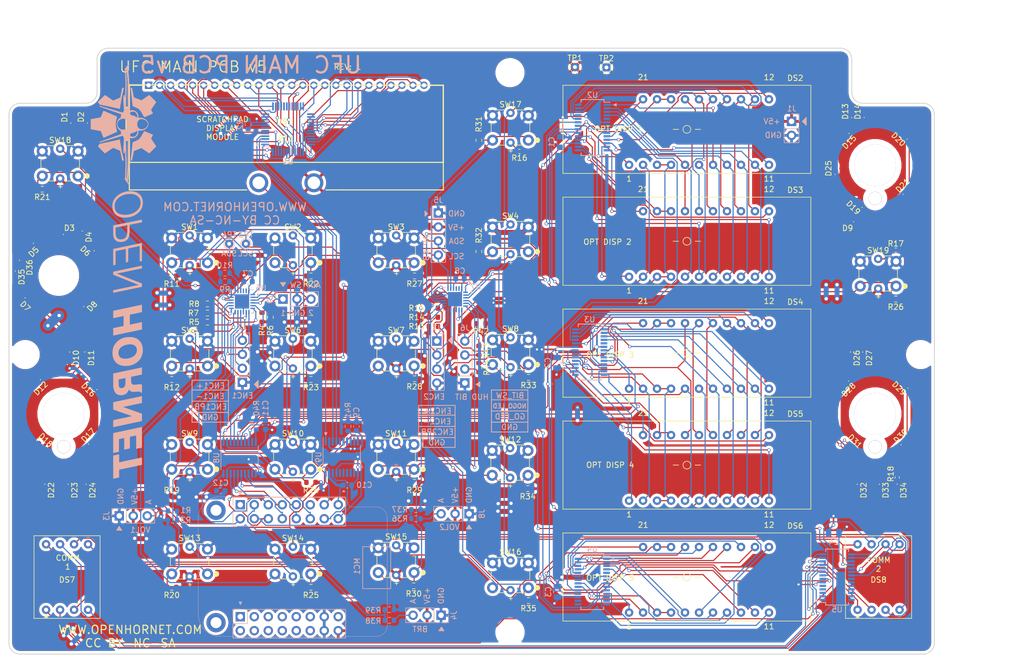
<source format=kicad_pcb>
(kicad_pcb (version 20171130) (host pcbnew "(5.1.9)-1")
  (title_block (date 2020-11-28))
  (layers (0 F.Cu mixed) (31 B.Cu mixed) (34 B.Paste user) (35 F.Paste user) (36 B.SilkS user) (37 F.SilkS user) (38 B.Mask user) (39 F.Mask user) (44 Edge.Cuts user))
  (net 0 "")
  (net 1 GND)
  (net 2 /1-)
  (net 3 /0-)
  (net 4 /4-)
  (net 5 /0+)
  (net 6 /3-)
  (net 7 /6-)
  (net 8 /9-)
  (net 9 /CLR-)
  (net 10 "Net-(R2-Pad2)")
  (net 11 /C_GRID1)
  (net 12 /C_GRID2)
  (net 13 /C_GRID3)
  (net 14 /C_GRID4)
  (net 15 /C_SEG1)
  (net 16 /C_SEG2)
  (net 17 /C_SEG3)
  (net 18 /C_SEG4)
  (net 19 /C_SEG5)
  (net 20 /C_SEG6)
  (net 21 /C_SEG7)
  (net 22 /C_SEG8)
  (net 23 "Net-(U9-Pad8)")
  (net 24 "Net-(U9-Pad7)")
  (net 25 "Net-(U9-Pad6)")
  (net 26 "Net-(U9-Pad5)")
  (net 27 +5V)
  (net 28 /OP1D2)
  (net 29 /1AB)
  (net 30 /1C)
  (net 31 /1M)
  (net 32 /1L)
  (net 33 /1K)
  (net 34 /1J)
  (net 35 /1I)
  (net 36 /OP1D3)
  (net 37 /OP1D4)
  (net 38 /1O)
  (net 39 /1N)
  (net 40 /1DP)
  (net 41 /1P)
  (net 42 /1H)
  (net 43 /1G)
  (net 44 /1EF)
  (net 45 /1D)
  (net 46 /OP1D1)
  (net 47 /OP2D2)
  (net 48 /OP2D3)
  (net 49 /OP2D4)
  (net 50 /OP2D1)
  (net 51 /OP3D2)
  (net 52 /2AB)
  (net 53 /2C)
  (net 54 /2M)
  (net 55 /2L)
  (net 56 /2K)
  (net 57 /2J)
  (net 58 /2I)
  (net 59 /OP3D3)
  (net 60 /OP3D4)
  (net 61 /2O)
  (net 62 /2N)
  (net 63 /2DP)
  (net 64 /2P)
  (net 65 /2H)
  (net 66 /2G)
  (net 67 /2EF)
  (net 68 /2D)
  (net 69 /OP3D1)
  (net 70 /OP4D2)
  (net 71 /OP4D1)
  (net 72 /OP5D2)
  (net 73 /3AB)
  (net 74 /3C)
  (net 75 /3M)
  (net 76 /3L)
  (net 77 /3K)
  (net 78 /3J)
  (net 79 /3I)
  (net 80 /OP5D3)
  (net 81 /OP5D4)
  (net 82 /3O)
  (net 83 /3N)
  (net 84 /3DP)
  (net 85 /3P)
  (net 86 /3H)
  (net 87 /3G)
  (net 88 /3EF)
  (net 89 /3D)
  (net 90 /OP5D1)
  (net 91 OP1_CLK)
  (net 92 DIO)
  (net 93 OP2_CLK)
  (net 94 "Net-(U2-Pad5)")
  (net 95 OP3_CLK)
  (net 96 "Net-(U3-Pad5)")
  (net 97 C_CLK)
  (net 98 "Net-(U4-Pad5)")
  (net 99 "Net-(U5-Pad5)")
  (net 100 "Net-(U5-Pad4)")
  (net 101 /TNLEDPWR)
  (net 102 "Net-(D1-Pad1)")
  (net 103 /IP-)
  (net 104 "Net-(D4-Pad1)")
  (net 105 "Net-(D36-Pad2)")
  (net 106 "Net-(D35-Pad1)")
  (net 107 "Net-(D11-Pad2)")
  (net 108 "Net-(D19-Pad1)")
  (net 109 "Net-(D10-Pad1)")
  (net 110 "Net-(D13-Pad2)")
  (net 111 "Net-(D15-Pad1)")
  (net 112 "Net-(D16-Pad1)")
  (net 113 "Net-(D18-Pad1)")
  (net 114 "Net-(D20-Pad1)")
  (net 115 "Net-(D23-Pad1)")
  (net 116 "Net-(D26-Pad1)")
  (net 117 "Net-(D28-Pad1)")
  (net 118 "Net-(D29-Pad1)")
  (net 119 "Net-(D32-Pad1)")
  (net 120 "Net-(D34-Pad1)")
  (net 121 /COM0)
  (net 122 /COM1)
  (net 123 /COM2)
  (net 124 /COM3)
  (net 125 /SEG0)
  (net 126 /SEG1)
  (net 127 /SEG2)
  (net 128 /SEG3)
  (net 129 /SEG4)
  (net 130 /SEG5)
  (net 131 /SEG6)
  (net 132 /SEG7)
  (net 133 /SEG8)
  (net 134 /SEG9)
  (net 135 /SEG10)
  (net 136 /SEG11)
  (net 137 /SEG12)
  (net 138 /SEG13)
  (net 139 /SEG14)
  (net 140 /SEG15)
  (net 141 /SEG16)
  (net 142 /SEG17)
  (net 143 /SEG18)
  (net 144 /SEG19)
  (net 145 /SEG20)
  (net 146 /SEG21)
  (net 147 /ENC1+)
  (net 148 /ENC1-)
  (net 149 /ENC1PB)
  (net 150 ANALOG1)
  (net 151 ANALOG3)
  (net 152 SCL)
  (net 153 SDA)
  (net 154 /ENC2PB)
  (net 155 /ENC2-)
  (net 156 /ENC2+)
  (net 157 ANALOG2)
  (net 158 /ADF2)
  (net 159 /ADF1)
  (net 160 /SW1)
  (net 161 /SW4)
  (net 162 /OP1+)
  (net 163 /EM-)
  (net 164 /SW7)
  (net 165 /SW11)
  (net 166 /SW13)
  (net 167 /SW2)
  (net 168 /SW5)
  (net 169 /SW8)
  (net 170 /SW12)
  (net 171 /SW19)
  (net 172 /SW3)
  (net 173 /SW6)
  (net 174 /SW9)
  (net 175 /SW10)
  (net 176 /SW14)
  (net 177 /SW15)
  (net 178 /SW16)
  (net 179 /SW17)
  (net 180 /SW18)
  (net 181 /7-)
  (net 182 "Net-(U1-Pad26)")
  (net 183 "Net-(U1-Pad25)")
  (net 184 "Net-(U1-Pad24)")
  (net 185 "Net-(U1-Pad23)")
  (net 186 "Net-(U1-Pad22)")
  (net 187 "Net-(U1-Pad21)")
  (net 188 "Net-(U1-Pad20)")
  (net 189 "Net-(U1-Pad19)")
  (net 190 "Net-(U1-Pad18)")
  (net 191 "Net-(U1-Pad17)")
  (net 192 "Net-(U1-Pad12)")
  (net 193 "Net-(U1-Pad11)")
  (net 194 "Net-(U1-Pad10)")
  (net 195 "Net-(U1-Pad7)")
  (net 196 "Net-(U1-Pad6)")
  (net 197 SCRDATA)
  (net 198 SCRWR)
  (net 199 SCRCS)
  (net 200 "Net-(U4-Pad16)")
  (net 201 "Net-(U4-Pad15)")
  (net 202 "Net-(U4-Pad14)")
  (net 203 "Net-(U4-Pad13)")
  (net 204 "Net-(U5-Pad28)")
  (net 205 "Net-(U5-Pad27)")
  (net 206 "Net-(U5-Pad26)")
  (net 207 "Net-(U5-Pad25)")
  (net 208 "Net-(U5-Pad24)")
  (net 209 "Net-(U5-Pad23)")
  (net 210 "Net-(U5-Pad22)")
  (net 211 "Net-(U5-Pad3)")
  (net 212 "Net-(U5-Pad2)")
  (net 213 "Net-(U5-Pad1)")
  (net 214 "Net-(U6-Pad23)")
  (net 215 "Net-(U6-Pad22)")
  (net 216 "Net-(U7-Pad23)")
  (net 217 "Net-(U7-Pad22)")
  (net 218 +3V3)
  (net 219 /OP4D3)
  (net 220 /OP4D4)
  (net 221 /BIT_SW)
  (net 222 /NOGO_LED)
  (net 223 /GO_LED)
  (net 224 ANALOG1@3.3V)
  (net 225 ANALOG2@3.3V)
  (net 226 ANALOG3@3.3V)
  (net 227 "Net-(R40-Pad1)")
  (net 228 "Net-(R41-Pad1)")
  (net 229 "Net-(R43-Pad1)")
  (net 230 "Net-(R44-Pad1)")
  (net 231 "Net-(U1-Pad2)")
  (net 232 OP2_CLK@3.3V)
  (net 233 OP1_CLK@3.3V)
  (net 234 DIO@3.3V)
  (net 235 OP3_CLK@3.3V)
  (net 236 SCL@3.3V)
  (net 237 SDA@3.3V)
  (net 238 C_CLK@3.3V)
  (net 239 "Net-(U8-Pad12)")
  (net 240 "Net-(U8-Pad9)")
  (net 241 SCRDATA@3.3V)
  (net 242 SCRWR@3.3V)
  (net 243 SCRCS@3.3V)
  (net 244 "Net-(U9-Pad16)")
  (net 245 "Net-(U9-Pad15)")
  (net 246 "Net-(U9-Pad14)")
  (net 247 "Net-(U9-Pad13)")
  (net 248 "Net-(U9-Pad12)")
  (net 249 "Net-(U9-Pad9)")
  (net 250 "Net-(MC1-Pad22)")
  (net 251 "Net-(MC1-Pad30)")
  (net 252 "Net-(MC1-Pad17)")
  (net 253 "Net-(MC1-Pad25)")
  (net 254 "Net-(MC1-Pad27)")
  (net 255 "Net-(MC1-Pad18)")
  (net 256 "Net-(MC1-Pad24)")
  (net 257 "Net-(MC1-Pad20)")
  (net 258 "Net-(MC1-Pad26)")
  (net 259 "Net-(MC1-Pad28)")
  (net 260 "Net-(MC1-Pad21)")
  (net 261 "Net-(MC1-Pad29)")
  (net 262 "Net-(MC1-Pad19)")
  (net 263 "Net-(MC1-Pad6)")
  (net 264 "Net-(MC1-Pad1)")
  (module "KiCAD Libraries:S2_MINI" (layer B.Cu) (at 141.03 184.228 270)
    (fp_text reference MC1 (at -0.254 -9.779 90) (layer B.SilkS) (effects (justify mirror)))
    (fp_text value S2_MINI)
    (pad ~ thru_hole circle (at -10.42 15.84 270) (size 3.5 3.5) (drill 2) (layers *.Cu *.Mask))
    (pad ~ thru_hole circle (at 9.980001 15.84 270) (size 3.5 3.5) (drill 2) (layers *.Cu *.Mask))
    (pad 22 thru_hole oval (at 8.89 -1.27 270) (size 1.7 1.7) (drill 1) (layers *.Cu *.Mask) (net 250 "Net-(MC1-Pad22)"))
    (pad 30 thru_hole oval (at 11.43 -1.27 270) (size 1.7 1.7) (drill 1) (layers *.Cu *.Mask) (net 251 "Net-(MC1-Pad30)"))
    (pad 31 thru_hole oval (at 11.43 -3.81 270) (size 1.7 1.7) (drill 1) (layers *.Cu *.Mask) (net 1 GND))
    (pad 17 thru_hole rect (at 8.89 11.43 270) (size 1.7 1.7) (drill 1) (layers *.Cu *.Mask) (net 252 "Net-(MC1-Pad17)"))
    (pad 25 thru_hole oval (at 11.43 11.43 270) (size 1.7 1.7) (drill 1) (layers *.Cu *.Mask) (net 253 "Net-(MC1-Pad25)"))
    (pad 27 thru_hole oval (at 11.43 6.35 270) (size 1.7 1.7) (drill 1) (layers *.Cu *.Mask) (net 254 "Net-(MC1-Pad27)"))
    (pad 23 thru_hole oval (at 8.89 -3.81 270) (size 1.7 1.7) (drill 1) (layers *.Cu *.Mask) (net 1 GND))
    (pad 18 thru_hole oval (at 8.89 8.89 270) (size 1.7 1.7) (drill 1) (layers *.Cu *.Mask) (net 255 "Net-(MC1-Pad18)"))
    (pad 24 thru_hole oval (at 8.89 -6.35 270) (size 1.7 1.7) (drill 1) (layers *.Cu *.Mask) (net 256 "Net-(MC1-Pad24)"))
    (pad 20 thru_hole oval (at 8.89 3.81 270) (size 1.7 1.7) (drill 1) (layers *.Cu *.Mask) (net 257 "Net-(MC1-Pad20)"))
    (pad 26 thru_hole oval (at 11.43 8.89 270) (size 1.7 1.7) (drill 1) (layers *.Cu *.Mask) (net 258 "Net-(MC1-Pad26)"))
    (pad 28 thru_hole oval (at 11.43 3.81 270) (size 1.7 1.7) (drill 1) (layers *.Cu *.Mask) (net 259 "Net-(MC1-Pad28)"))
    (pad 21 thru_hole oval (at 8.89 1.27 270) (size 1.7 1.7) (drill 1) (layers *.Cu *.Mask) (net 260 "Net-(MC1-Pad21)"))
    (pad 29 thru_hole oval (at 11.43 1.27 270) (size 1.7 1.7) (drill 1) (layers *.Cu *.Mask) (net 261 "Net-(MC1-Pad29)"))
    (pad 19 thru_hole oval (at 8.89 6.35 270) (size 1.7 1.7) (drill 1) (layers *.Cu *.Mask) (net 262 "Net-(MC1-Pad19)"))
    (pad 32 thru_hole oval (at 11.43 -6.35 270) (size 1.7 1.7) (drill 1) (layers *.Cu *.Mask) (net 27 +5V))
    (pad 6 thru_hole oval (at -11.43 -1.27 270) (size 1.7 1.7) (drill 1) (layers *.Cu *.Mask) (net 263 "Net-(MC1-Pad6)"))
    (pad 14 thru_hole oval (at -8.89 -1.27 270) (size 1.7 1.7) (drill 1) (layers *.Cu *.Mask) (net 238 C_CLK@3.3V))
    (pad 15 thru_hole oval (at -8.89 -3.81 270) (size 1.7 1.7) (drill 1) (layers *.Cu *.Mask) (net 242 SCRWR@3.3V))
    (pad 1 thru_hole rect (at -11.43 11.43 270) (size 1.7 1.7) (drill 1) (layers *.Cu *.Mask) (net 264 "Net-(MC1-Pad1)"))
    (pad 9 thru_hole oval (at -8.89 11.43 270) (size 1.7 1.7) (drill 1) (layers *.Cu *.Mask) (net 224 ANALOG1@3.3V))
    (pad 11 thru_hole oval (at -8.89 6.35 270) (size 1.7 1.7) (drill 1) (layers *.Cu *.Mask) (net 233 OP1_CLK@3.3V))
    (pad 7 thru_hole oval (at -11.43 -3.81 270) (size 1.7 1.7) (drill 1) (layers *.Cu *.Mask) (net 241 SCRDATA@3.3V))
    (pad 2 thru_hole oval (at -11.43 8.89 270) (size 1.7 1.7) (drill 1) (layers *.Cu *.Mask) (net 226 ANALOG3@3.3V))
    (pad 8 thru_hole oval (at -11.43 -6.35 270) (size 1.7 1.7) (drill 1) (layers *.Cu *.Mask) (net 218 +3V3))
    (pad 4 thru_hole oval (at -11.43 3.81 270) (size 1.7 1.7) (drill 1) (layers *.Cu *.Mask) (net 234 DIO@3.3V))
    (pad 10 thru_hole oval (at -8.89 8.89 270) (size 1.7 1.7) (drill 1) (layers *.Cu *.Mask) (net 225 ANALOG2@3.3V))
    (pad 12 thru_hole oval (at -8.89 3.81 270) (size 1.7 1.7) (drill 1) (layers *.Cu *.Mask) (net 235 OP3_CLK@3.3V))
    (pad 5 thru_hole oval (at -11.43 1.27 270) (size 1.7 1.7) (drill 1) (layers *.Cu *.Mask) (net 236 SCL@3.3V))
    (pad 13 thru_hole oval (at -8.89 1.27 270) (size 1.7 1.7) (drill 1) (layers *.Cu *.Mask) (net 237 SDA@3.3V))
    (pad 3 thru_hole oval (at -11.43 6.35 270) (size 1.7 1.7) (drill 1) (layers *.Cu *.Mask) (net 232 OP2_CLK@3.3V))
    (pad 16 thru_hole oval (at -8.89 -6.35 270) (size 1.7 1.7) (drill 1) (layers *.Cu *.Mask) (net 243 SCRCS@3.3V))
  )
  (module Package_SO:TSSOP-20_4.4x6.5mm_P0.65mm (layer B.Cu) (at 148.015 164.162 270)
    (fp_text reference U9 (at 0 4.2 90) (layer B.SilkS) (effects (justify mirror)))
    (fp_text value TXS0108EPW)
    (pad 20 smd roundrect (at 2.8625 2.925 270) (size 1.475 0.4) (layers B.Cu B.Paste B.Mask) (net 241 SCRDATA@3.3V))
    (pad 19 smd roundrect (at 2.8625 2.275 270) (size 1.475 0.4) (layers B.Cu B.Paste B.Mask) (net 218 +3V3))
    (pad 18 smd roundrect (at 2.8625 1.625 270) (size 1.475 0.4) (layers B.Cu B.Paste B.Mask) (net 242 SCRWR@3.3V))
    (pad 17 smd roundrect (at 2.8625 0.975 270) (size 1.475 0.4) (layers B.Cu B.Paste B.Mask) (net 243 SCRCS@3.3V))
    (pad 16 smd roundrect (at 2.8625 0.325 270) (size 1.475 0.4) (layers B.Cu B.Paste B.Mask) (net 244 "Net-(U9-Pad16)"))
    (pad 15 smd roundrect (at 2.8625 -0.325 270) (size 1.475 0.4) (layers B.Cu B.Paste B.Mask) (net 245 "Net-(U9-Pad15)"))
    (pad 14 smd roundrect (at 2.8625 -0.975 270) (size 1.475 0.4) (layers B.Cu B.Paste B.Mask) (net 246 "Net-(U9-Pad14)"))
    (pad 13 smd roundrect (at 2.8625 -1.625 270) (size 1.475 0.4) (layers B.Cu B.Paste B.Mask) (net 247 "Net-(U9-Pad13)"))
    (pad 12 smd roundrect (at 2.8625 -2.275 270) (size 1.475 0.4) (layers B.Cu B.Paste B.Mask) (net 248 "Net-(U9-Pad12)"))
    (pad 11 smd roundrect (at 2.8625 -2.925 270) (size 1.475 0.4) (layers B.Cu B.Paste B.Mask) (net 1 GND))
    (pad 10 smd roundrect (at -2.8625 -2.925 270) (size 1.475 0.4) (layers B.Cu B.Paste B.Mask) (net 228 "Net-(R41-Pad1)"))
    (pad 9 smd roundrect (at -2.8625 -2.275 270) (size 1.475 0.4) (layers B.Cu B.Paste B.Mask) (net 249 "Net-(U9-Pad9)"))
    (pad 8 smd roundrect (at -2.8625 -1.625 270) (size 1.475 0.4) (layers B.Cu B.Paste B.Mask) (net 23 "Net-(U9-Pad8)"))
    (pad 7 smd roundrect (at -2.8625 -0.975 270) (size 1.475 0.4) (layers B.Cu B.Paste B.Mask) (net 24 "Net-(U9-Pad7)"))
    (pad 6 smd roundrect (at -2.8625 -0.325 270) (size 1.475 0.4) (layers B.Cu B.Paste B.Mask) (net 25 "Net-(U9-Pad6)"))
    (pad 5 smd roundrect (at -2.8625 0.325 270) (size 1.475 0.4) (layers B.Cu B.Paste B.Mask) (net 26 "Net-(U9-Pad5)"))
    (pad 4 smd roundrect (at -2.8625 0.975 270) (size 1.475 0.4) (layers B.Cu B.Paste B.Mask) (net 199 SCRCS))
    (pad 3 smd roundrect (at -2.8625 1.625 270) (size 1.475 0.4) (layers B.Cu B.Paste B.Mask) (net 198 SCRWR))
    (pad 2 smd roundrect (at -2.8625 2.275 270) (size 1.475 0.4) (layers B.Cu B.Paste B.Mask) (net 27 +5V))
    (pad 1 smd roundrect (at -2.8625 2.925 270) (size 1.475 0.4) (layers B.Cu B.Paste B.Mask) (net 197 SCRDATA))
  )
  (module Package_SO:TSSOP-20_4.4x6.5mm_P0.65mm (layer B.Cu) (at 129.473 164.289 270)
    (fp_text reference U8 (at 0 4.2 90) (layer B.SilkS) (effects (justify mirror)))
    (fp_text value TXS0108EPW)
    (pad 20 smd roundrect (at 2.8625 2.925 270) (size 1.475 0.4) (layers B.Cu B.Paste B.Mask) (net 232 OP2_CLK@3.3V))
    (pad 19 smd roundrect (at 2.8625 2.275 270) (size 1.475 0.4) (layers B.Cu B.Paste B.Mask) (net 218 +3V3))
    (pad 18 smd roundrect (at 2.8625 1.625 270) (size 1.475 0.4) (layers B.Cu B.Paste B.Mask) (net 233 OP1_CLK@3.3V))
    (pad 17 smd roundrect (at 2.8625 0.975 270) (size 1.475 0.4) (layers B.Cu B.Paste B.Mask) (net 234 DIO@3.3V))
    (pad 16 smd roundrect (at 2.8625 0.325 270) (size 1.475 0.4) (layers B.Cu B.Paste B.Mask) (net 235 OP3_CLK@3.3V))
    (pad 15 smd roundrect (at 2.8625 -0.325 270) (size 1.475 0.4) (layers B.Cu B.Paste B.Mask) (net 236 SCL@3.3V))
    (pad 14 smd roundrect (at 2.8625 -0.975 270) (size 1.475 0.4) (layers B.Cu B.Paste B.Mask) (net 237 SDA@3.3V))
    (pad 13 smd roundrect (at 2.8625 -1.625 270) (size 1.475 0.4) (layers B.Cu B.Paste B.Mask) (net 238 C_CLK@3.3V))
    (pad 12 smd roundrect (at 2.8625 -2.275 270) (size 1.475 0.4) (layers B.Cu B.Paste B.Mask) (net 239 "Net-(U8-Pad12)"))
    (pad 11 smd roundrect (at 2.8625 -2.925 270) (size 1.475 0.4) (layers B.Cu B.Paste B.Mask) (net 1 GND))
    (pad 10 smd roundrect (at -2.8625 -2.925 270) (size 1.475 0.4) (layers B.Cu B.Paste B.Mask) (net 227 "Net-(R40-Pad1)"))
    (pad 9 smd roundrect (at -2.8625 -2.275 270) (size 1.475 0.4) (layers B.Cu B.Paste B.Mask) (net 240 "Net-(U8-Pad9)"))
    (pad 8 smd roundrect (at -2.8625 -1.625 270) (size 1.475 0.4) (layers B.Cu B.Paste B.Mask) (net 97 C_CLK))
    (pad 7 smd roundrect (at -2.8625 -0.975 270) (size 1.475 0.4) (layers B.Cu B.Paste B.Mask) (net 153 SDA))
    (pad 6 smd roundrect (at -2.8625 -0.325 270) (size 1.475 0.4) (layers B.Cu B.Paste B.Mask) (net 152 SCL))
    (pad 5 smd roundrect (at -2.8625 0.325 270) (size 1.475 0.4) (layers B.Cu B.Paste B.Mask) (net 95 OP3_CLK))
    (pad 4 smd roundrect (at -2.8625 0.975 270) (size 1.475 0.4) (layers B.Cu B.Paste B.Mask) (net 92 DIO))
    (pad 3 smd roundrect (at -2.8625 1.625 270) (size 1.475 0.4) (layers B.Cu B.Paste B.Mask) (net 91 OP1_CLK))
    (pad 2 smd roundrect (at -2.8625 2.275 270) (size 1.475 0.4) (layers B.Cu B.Paste B.Mask) (net 27 +5V))
    (pad 1 smd roundrect (at -2.8625 2.925 270) (size 1.475 0.4) (layers B.Cu B.Paste B.Mask) (net 93 OP2_CLK))
  )
  (module Package_DFN_QFN:WQFN-24-1EP_4x4mm_P0.5mm_EP2.6x2.6mm (layer B.Cu) (at 168.556 135.485 180)
    (fp_text reference U7 (at -3.81064 2.285) (layer B.SilkS) (effects (justify mirror)))
    (fp_text value AW9523BTQR)
    (pad 25 smd rect (at 0 0 180) (size 2.6 2.6) (layers B.Cu B.Mask) (net 1 GND))
    (pad 24 smd roundrect (at -1.25 1.9375 180) (size 0.25 0.875) (layers B.Cu B.Paste B.Mask) (net 1 GND))
    (pad 23 smd roundrect (at -0.75 1.9375 180) (size 0.25 0.875) (layers B.Cu B.Paste B.Mask) (net 216 "Net-(U7-Pad23)"))
    (pad 22 smd roundrect (at -0.25 1.9375 180) (size 0.25 0.875) (layers B.Cu B.Paste B.Mask) (net 217 "Net-(U7-Pad22)"))
    (pad 21 smd roundrect (at 0.25 1.9375 180) (size 0.25 0.875) (layers B.Cu B.Paste B.Mask) (net 27 +5V))
    (pad 20 smd roundrect (at 0.75 1.9375 180) (size 0.25 0.875) (layers B.Cu B.Paste B.Mask) (net 153 SDA))
    (pad 19 smd roundrect (at 1.25 1.9375 180) (size 0.25 0.875) (layers B.Cu B.Paste B.Mask) (net 152 SCL))
    (pad 18 smd roundrect (at 1.9375 1.25 180) (size 0.875 0.25) (layers B.Cu B.Paste B.Mask) (net 27 +5V))
    (pad 17 smd roundrect (at 1.9375 0.75 180) (size 0.875 0.25) (layers B.Cu B.Paste B.Mask) (net 178 /SW16))
    (pad 16 smd roundrect (at 1.9375 0.25 180) (size 0.875 0.25) (layers B.Cu B.Paste B.Mask) (net 176 /SW14))
    (pad 15 smd roundrect (at 1.9375 -0.25 180) (size 0.875 0.25) (layers B.Cu B.Paste B.Mask) (net 177 /SW15))
    (pad 14 smd roundrect (at 1.9375 -0.75 180) (size 0.875 0.25) (layers B.Cu B.Paste B.Mask) (net 179 /SW17))
    (pad 13 smd roundrect (at 1.9375 -1.25 180) (size 0.875 0.25) (layers B.Cu B.Paste B.Mask) (net 180 /SW18))
    (pad 12 smd roundrect (at 1.25 -1.9375 180) (size 0.25 0.875) (layers B.Cu B.Paste B.Mask) (net 156 /ENC2+))
    (pad 11 smd roundrect (at 0.75 -1.9375 180) (size 0.25 0.875) (layers B.Cu B.Paste B.Mask) (net 155 /ENC2-))
    (pad 10 smd roundrect (at 0.25 -1.9375 180) (size 0.25 0.875) (layers B.Cu B.Paste B.Mask) (net 154 /ENC2PB))
    (pad 9 smd roundrect (at -0.25 -1.9375 180) (size 0.25 0.875) (layers B.Cu B.Paste B.Mask) (net 1 GND))
    (pad 8 smd roundrect (at -0.75 -1.9375 180) (size 0.25 0.875) (layers B.Cu B.Paste B.Mask) (net 171 /SW19))
    (pad 7 smd roundrect (at -1.25 -1.9375 180) (size 0.25 0.875) (layers B.Cu B.Paste B.Mask) (net 221 /BIT_SW))
    (pad 6 smd roundrect (at -1.9375 -1.25 180) (size 0.875 0.25) (layers B.Cu B.Paste B.Mask) (net 174 /SW9))
    (pad 5 smd roundrect (at -1.9375 -0.75 180) (size 0.875 0.25) (layers B.Cu B.Paste B.Mask) (net 229 "Net-(R43-Pad1)"))
    (pad 4 smd roundrect (at -1.9375 -0.25 180) (size 0.875 0.25) (layers B.Cu B.Paste B.Mask) (net 230 "Net-(R44-Pad1)"))
    (pad 3 smd roundrect (at -1.9375 0.25 180) (size 0.875 0.25) (layers B.Cu B.Paste B.Mask) (net 101 /TNLEDPWR))
    (pad 2 smd roundrect (at -1.9375 0.75 180) (size 0.875 0.25) (layers B.Cu B.Paste B.Mask) (net 3 /0-))
    (pad 1 smd roundrect (at -1.9375 1.25 180) (size 0.875 0.25) (layers B.Cu B.Paste B.Mask) (net 175 /SW10))
  )
  (module Package_DFN_QFN:WQFN-24-1EP_4x4mm_P0.5mm_EP2.6x2.6mm (layer B.Cu) (at 129.917 135.897 180)
    (fp_text reference U6 (at -3.44964 2.447) (layer B.SilkS) (effects (justify mirror)))
    (fp_text value AW9523BTQR)
    (pad 25 smd rect (at 0 0 180) (size 2.6 2.6) (layers B.Cu B.Mask) (net 1 GND))
    (pad 24 smd roundrect (at -1.25 1.9375 180) (size 0.25 0.875) (layers B.Cu B.Paste B.Mask) (net 1 GND))
    (pad 23 smd roundrect (at -0.75 1.9375 180) (size 0.25 0.875) (layers B.Cu B.Paste B.Mask) (net 214 "Net-(U6-Pad23)"))
    (pad 22 smd roundrect (at -0.25 1.9375 180) (size 0.25 0.875) (layers B.Cu B.Paste B.Mask) (net 215 "Net-(U6-Pad22)"))
    (pad 21 smd roundrect (at 0.25 1.9375 180) (size 0.25 0.875) (layers B.Cu B.Paste B.Mask) (net 27 +5V))
    (pad 20 smd roundrect (at 0.75 1.9375 180) (size 0.25 0.875) (layers B.Cu B.Paste B.Mask) (net 153 SDA))
    (pad 19 smd roundrect (at 1.25 1.9375 180) (size 0.25 0.875) (layers B.Cu B.Paste B.Mask) (net 152 SCL))
    (pad 18 smd roundrect (at 1.9375 1.25 180) (size 0.875 0.25) (layers B.Cu B.Paste B.Mask) (net 1 GND))
    (pad 17 smd roundrect (at 1.9375 0.75 180) (size 0.875 0.25) (layers B.Cu B.Paste B.Mask) (net 161 /SW4))
    (pad 16 smd roundrect (at 1.9375 0.25 180) (size 0.875 0.25) (layers B.Cu B.Paste B.Mask) (net 172 /SW3))
    (pad 15 smd roundrect (at 1.9375 -0.25 180) (size 0.875 0.25) (layers B.Cu B.Paste B.Mask) (net 173 /SW6))
    (pad 14 smd roundrect (at 1.9375 -0.75 180) (size 0.875 0.25) (layers B.Cu B.Paste B.Mask) (net 164 /SW7))
    (pad 13 smd roundrect (at 1.9375 -1.25 180) (size 0.875 0.25) (layers B.Cu B.Paste B.Mask) (net 166 /SW13))
    (pad 12 smd roundrect (at 1.25 -1.9375 180) (size 0.25 0.875) (layers B.Cu B.Paste B.Mask) (net 170 /SW12))
    (pad 11 smd roundrect (at 0.75 -1.9375 180) (size 0.25 0.875) (layers B.Cu B.Paste B.Mask) (net 165 /SW11))
    (pad 10 smd roundrect (at 0.25 -1.9375 180) (size 0.25 0.875) (layers B.Cu B.Paste B.Mask) (net 169 /SW8))
    (pad 9 smd roundrect (at -0.25 -1.9375 180) (size 0.25 0.875) (layers B.Cu B.Paste B.Mask) (net 1 GND))
    (pad 8 smd roundrect (at -0.75 -1.9375 180) (size 0.25 0.875) (layers B.Cu B.Paste B.Mask) (net 149 /ENC1PB))
    (pad 7 smd roundrect (at -1.25 -1.9375 180) (size 0.25 0.875) (layers B.Cu B.Paste B.Mask) (net 148 /ENC1-))
    (pad 6 smd roundrect (at -1.9375 -1.25 180) (size 0.875 0.25) (layers B.Cu B.Paste B.Mask) (net 147 /ENC1+))
    (pad 5 smd roundrect (at -1.9375 -0.75 180) (size 0.875 0.25) (layers B.Cu B.Paste B.Mask) (net 168 /SW5))
    (pad 4 smd roundrect (at -1.9375 -0.25 180) (size 0.875 0.25) (layers B.Cu B.Paste B.Mask) (net 167 /SW2))
    (pad 3 smd roundrect (at -1.9375 0.25 180) (size 0.875 0.25) (layers B.Cu B.Paste B.Mask) (net 158 /ADF2))
    (pad 2 smd roundrect (at -1.9375 0.75 180) (size 0.875 0.25) (layers B.Cu B.Paste B.Mask) (net 159 /ADF1))
    (pad 1 smd roundrect (at -1.9375 1.25 180) (size 0.875 0.25) (layers B.Cu B.Paste B.Mask) (net 160 /SW1))
  )
  (module Package_SO:SSOP-28_3.9x9.9mm_P0.635mm (layer B.Cu) (at 237.946 185.935)
    (fp_text reference U5 (at 0 5.9) (layer B.SilkS) (effects (justify mirror)))
    (fp_text value GN1640T)
    (pad 28 smd rect (at 2.6 4.1275) (size 1.2 0.4) (layers B.Cu B.Paste B.Mask) (net 204 "Net-(U5-Pad28)"))
    (pad 27 smd rect (at 2.6 3.4925) (size 1.2 0.4) (layers B.Cu B.Paste B.Mask) (net 205 "Net-(U5-Pad27)"))
    (pad 26 smd rect (at 2.6 2.8575) (size 1.2 0.4) (layers B.Cu B.Paste B.Mask) (net 206 "Net-(U5-Pad26)"))
    (pad 25 smd rect (at 2.6 2.2225) (size 1.2 0.4) (layers B.Cu B.Paste B.Mask) (net 207 "Net-(U5-Pad25)"))
    (pad 24 smd rect (at 2.6 1.5875) (size 1.2 0.4) (layers B.Cu B.Paste B.Mask) (net 208 "Net-(U5-Pad24)"))
    (pad 23 smd rect (at 2.6 0.9525) (size 1.2 0.4) (layers B.Cu B.Paste B.Mask) (net 209 "Net-(U5-Pad23)"))
    (pad 22 smd rect (at 2.6 0.3175) (size 1.2 0.4) (layers B.Cu B.Paste B.Mask) (net 210 "Net-(U5-Pad22)"))
    (pad 21 smd rect (at 2.6 -0.3175) (size 1.2 0.4) (layers B.Cu B.Paste B.Mask) (net 14 /C_GRID4))
    (pad 20 smd rect (at 2.6 -0.9525) (size 1.2 0.4) (layers B.Cu B.Paste B.Mask) (net 13 /C_GRID3))
    (pad 19 smd rect (at 2.6 -1.5875) (size 1.2 0.4) (layers B.Cu B.Paste B.Mask) (net 12 /C_GRID2))
    (pad 18 smd rect (at 2.6 -2.2225) (size 1.2 0.4) (layers B.Cu B.Paste B.Mask) (net 11 /C_GRID1))
    (pad 17 smd rect (at 2.6 -2.8575) (size 1.2 0.4) (layers B.Cu B.Paste B.Mask) (net 27 +5V))
    (pad 16 smd rect (at 2.6 -3.4925) (size 1.2 0.4) (layers B.Cu B.Paste B.Mask) (net 22 /C_SEG8))
    (pad 15 smd rect (at 2.6 -4.1275) (size 1.2 0.4) (layers B.Cu B.Paste B.Mask) (net 21 /C_SEG7))
    (pad 14 smd rect (at -2.6 -4.1275) (size 1.2 0.4) (layers B.Cu B.Paste B.Mask) (net 20 /C_SEG6))
    (pad 13 smd rect (at -2.6 -3.4925) (size 1.2 0.4) (layers B.Cu B.Paste B.Mask) (net 19 /C_SEG5))
    (pad 12 smd rect (at -2.6 -2.8575) (size 1.2 0.4) (layers B.Cu B.Paste B.Mask) (net 18 /C_SEG4))
    (pad 11 smd rect (at -2.6 -2.2225) (size 1.2 0.4) (layers B.Cu B.Paste B.Mask) (net 17 /C_SEG3))
    (pad 10 smd rect (at -2.6 -1.5875) (size 1.2 0.4) (layers B.Cu B.Paste B.Mask) (net 16 /C_SEG2))
    (pad 9 smd rect (at -2.6 -0.9525) (size 1.2 0.4) (layers B.Cu B.Paste B.Mask) (net 15 /C_SEG1))
    (pad 8 smd rect (at -2.6 -0.3175) (size 1.2 0.4) (layers B.Cu B.Paste B.Mask) (net 97 C_CLK))
    (pad 7 smd rect (at -2.6 0.3175) (size 1.2 0.4) (layers B.Cu B.Paste B.Mask) (net 92 DIO))
    (pad 6 smd rect (at -2.6 0.9525) (size 1.2 0.4) (layers B.Cu B.Paste B.Mask) (net 1 GND))
    (pad 5 smd rect (at -2.6 1.5875) (size 1.2 0.4) (layers B.Cu B.Paste B.Mask) (net 99 "Net-(U5-Pad5)"))
    (pad 4 smd rect (at -2.6 2.2225) (size 1.2 0.4) (layers B.Cu B.Paste B.Mask) (net 100 "Net-(U5-Pad4)"))
    (pad 3 smd rect (at -2.6 2.8575) (size 1.2 0.4) (layers B.Cu B.Paste B.Mask) (net 211 "Net-(U5-Pad3)"))
    (pad 2 smd rect (at -2.6 3.4925) (size 1.2 0.4) (layers B.Cu B.Paste B.Mask) (net 212 "Net-(U5-Pad2)"))
    (pad 1 smd rect (at -2.6 4.1275) (size 1.2 0.4) (layers B.Cu B.Paste B.Mask) (net 213 "Net-(U5-Pad1)"))
  )
  (module Package_SO:SSOP-28_3.9x9.9mm_P0.635mm (layer B.Cu) (at 193.491 186.748 180)
    (fp_text reference U4 (at 0 5.9) (layer B.SilkS) (effects (justify mirror)))
    (fp_text value GN1640T)
    (pad 28 smd rect (at 2.6 4.1275 180) (size 1.2 0.4) (layers B.Cu B.Paste B.Mask) (net 77 /3K))
    (pad 27 smd rect (at 2.6 3.4925 180) (size 1.2 0.4) (layers B.Cu B.Paste B.Mask) (net 76 /3L))
    (pad 26 smd rect (at 2.6 2.8575 180) (size 1.2 0.4) (layers B.Cu B.Paste B.Mask) (net 75 /3M))
    (pad 25 smd rect (at 2.6 2.2225 180) (size 1.2 0.4) (layers B.Cu B.Paste B.Mask) (net 79 /3I))
    (pad 24 smd rect (at 2.6 1.5875 180) (size 1.2 0.4) (layers B.Cu B.Paste B.Mask) (net 78 /3J))
    (pad 23 smd rect (at 2.6 0.9525 180) (size 1.2 0.4) (layers B.Cu B.Paste B.Mask) (net 86 /3H))
    (pad 22 smd rect (at 2.6 0.3175 180) (size 1.2 0.4) (layers B.Cu B.Paste B.Mask) (net 87 /3G))
    (pad 21 smd rect (at 2.6 -0.3175 180) (size 1.2 0.4) (layers B.Cu B.Paste B.Mask) (net 88 /3EF))
    (pad 20 smd rect (at 2.6 -0.9525 180) (size 1.2 0.4) (layers B.Cu B.Paste B.Mask) (net 89 /3D))
    (pad 19 smd rect (at 2.6 -1.5875 180) (size 1.2 0.4) (layers B.Cu B.Paste B.Mask) (net 74 /3C))
    (pad 18 smd rect (at 2.6 -2.2225 180) (size 1.2 0.4) (layers B.Cu B.Paste B.Mask) (net 73 /3AB))
    (pad 17 smd rect (at 2.6 -2.8575 180) (size 1.2 0.4) (layers B.Cu B.Paste B.Mask) (net 27 +5V))
    (pad 16 smd rect (at 2.6 -3.4925 180) (size 1.2 0.4) (layers B.Cu B.Paste B.Mask) (net 200 "Net-(U4-Pad16)"))
    (pad 15 smd rect (at 2.6 -4.1275 180) (size 1.2 0.4) (layers B.Cu B.Paste B.Mask) (net 201 "Net-(U4-Pad15)"))
    (pad 14 smd rect (at -2.6 -4.1275 180) (size 1.2 0.4) (layers B.Cu B.Paste B.Mask) (net 202 "Net-(U4-Pad14)"))
    (pad 13 smd rect (at -2.6 -3.4925 180) (size 1.2 0.4) (layers B.Cu B.Paste B.Mask) (net 203 "Net-(U4-Pad13)"))
    (pad 12 smd rect (at -2.6 -2.8575 180) (size 1.2 0.4) (layers B.Cu B.Paste B.Mask) (net 81 /OP5D4))
    (pad 11 smd rect (at -2.6 -2.2225 180) (size 1.2 0.4) (layers B.Cu B.Paste B.Mask) (net 80 /OP5D3))
    (pad 10 smd rect (at -2.6 -1.5875 180) (size 1.2 0.4) (layers B.Cu B.Paste B.Mask) (net 72 /OP5D2))
    (pad 9 smd rect (at -2.6 -0.9525 180) (size 1.2 0.4) (layers B.Cu B.Paste B.Mask) (net 90 /OP5D1))
    (pad 8 smd rect (at -2.6 -0.3175 180) (size 1.2 0.4) (layers B.Cu B.Paste B.Mask) (net 95 OP3_CLK))
    (pad 7 smd rect (at -2.6 0.3175 180) (size 1.2 0.4) (layers B.Cu B.Paste B.Mask) (net 92 DIO))
    (pad 6 smd rect (at -2.6 0.9525 180) (size 1.2 0.4) (layers B.Cu B.Paste B.Mask) (net 1 GND))
    (pad 5 smd rect (at -2.6 1.5875 180) (size 1.2 0.4) (layers B.Cu B.Paste B.Mask) (net 98 "Net-(U4-Pad5)"))
    (pad 4 smd rect (at -2.6 2.2225 180) (size 1.2 0.4) (layers B.Cu B.Paste B.Mask) (net 84 /3DP))
    (pad 3 smd rect (at -2.6 2.8575 180) (size 1.2 0.4) (layers B.Cu B.Paste B.Mask) (net 83 /3N))
    (pad 2 smd rect (at -2.6 3.4925 180) (size 1.2 0.4) (layers B.Cu B.Paste B.Mask) (net 82 /3O))
    (pad 1 smd rect (at -2.6 4.1275 180) (size 1.2 0.4) (layers B.Cu B.Paste B.Mask) (net 85 /3P))
  )
  (module Package_SO:SSOP-28_3.9x9.9mm_P0.635mm (layer B.Cu) (at 193.018 145.082 180)
    (fp_text reference U3 (at 0 5.9) (layer B.SilkS) (effects (justify mirror)))
    (fp_text value GN1640T)
    (pad 28 smd rect (at 2.6 4.1275 180) (size 1.2 0.4) (layers B.Cu B.Paste B.Mask) (net 56 /2K))
    (pad 27 smd rect (at 2.6 3.4925 180) (size 1.2 0.4) (layers B.Cu B.Paste B.Mask) (net 55 /2L))
    (pad 26 smd rect (at 2.6 2.8575 180) (size 1.2 0.4) (layers B.Cu B.Paste B.Mask) (net 54 /2M))
    (pad 25 smd rect (at 2.6 2.2225 180) (size 1.2 0.4) (layers B.Cu B.Paste B.Mask) (net 58 /2I))
    (pad 24 smd rect (at 2.6 1.5875 180) (size 1.2 0.4) (layers B.Cu B.Paste B.Mask) (net 57 /2J))
    (pad 23 smd rect (at 2.6 0.9525 180) (size 1.2 0.4) (layers B.Cu B.Paste B.Mask) (net 65 /2H))
    (pad 22 smd rect (at 2.6 0.3175 180) (size 1.2 0.4) (layers B.Cu B.Paste B.Mask) (net 66 /2G))
    (pad 21 smd rect (at 2.6 -0.3175 180) (size 1.2 0.4) (layers B.Cu B.Paste B.Mask) (net 67 /2EF))
    (pad 20 smd rect (at 2.6 -0.9525 180) (size 1.2 0.4) (layers B.Cu B.Paste B.Mask) (net 68 /2D))
    (pad 19 smd rect (at 2.6 -1.5875 180) (size 1.2 0.4) (layers B.Cu B.Paste B.Mask) (net 53 /2C))
    (pad 18 smd rect (at 2.6 -2.2225 180) (size 1.2 0.4) (layers B.Cu B.Paste B.Mask) (net 52 /2AB))
    (pad 17 smd rect (at 2.6 -2.8575 180) (size 1.2 0.4) (layers B.Cu B.Paste B.Mask) (net 27 +5V))
    (pad 16 smd rect (at 2.6 -3.4925 180) (size 1.2 0.4) (layers B.Cu B.Paste B.Mask) (net 220 /OP4D4))
    (pad 15 smd rect (at 2.6 -4.1275 180) (size 1.2 0.4) (layers B.Cu B.Paste B.Mask) (net 219 /OP4D3))
    (pad 14 smd rect (at -2.6 -4.1275 180) (size 1.2 0.4) (layers B.Cu B.Paste B.Mask) (net 70 /OP4D2))
    (pad 13 smd rect (at -2.6 -3.4925 180) (size 1.2 0.4) (layers B.Cu B.Paste B.Mask) (net 71 /OP4D1))
    (pad 12 smd rect (at -2.6 -2.8575 180) (size 1.2 0.4) (layers B.Cu B.Paste B.Mask) (net 60 /OP3D4))
    (pad 11 smd rect (at -2.6 -2.2225 180) (size 1.2 0.4) (layers B.Cu B.Paste B.Mask) (net 59 /OP3D3))
    (pad 10 smd rect (at -2.6 -1.5875 180) (size 1.2 0.4) (layers B.Cu B.Paste B.Mask) (net 51 /OP3D2))
    (pad 9 smd rect (at -2.6 -0.9525 180) (size 1.2 0.4) (layers B.Cu B.Paste B.Mask) (net 69 /OP3D1))
    (pad 8 smd rect (at -2.6 -0.3175 180) (size 1.2 0.4) (layers B.Cu B.Paste B.Mask) (net 93 OP2_CLK))
    (pad 7 smd rect (at -2.6 0.3175 180) (size 1.2 0.4) (layers B.Cu B.Paste B.Mask) (net 92 DIO))
    (pad 6 smd rect (at -2.6 0.9525 180) (size 1.2 0.4) (layers B.Cu B.Paste B.Mask) (net 1 GND))
    (pad 5 smd rect (at -2.6 1.5875 180) (size 1.2 0.4) (layers B.Cu B.Paste B.Mask) (net 96 "Net-(U3-Pad5)"))
    (pad 4 smd rect (at -2.6 2.2225 180) (size 1.2 0.4) (layers B.Cu B.Paste B.Mask) (net 63 /2DP))
    (pad 3 smd rect (at -2.6 2.8575 180) (size 1.2 0.4) (layers B.Cu B.Paste B.Mask) (net 62 /2N))
    (pad 2 smd rect (at -2.6 3.4925 180) (size 1.2 0.4) (layers B.Cu B.Paste B.Mask) (net 61 /2O))
    (pad 1 smd rect (at -2.6 4.1275 180) (size 1.2 0.4) (layers B.Cu B.Paste B.Mask) (net 64 /2P))
  )
  (module Package_SO:SSOP-28_3.9x9.9mm_P0.635mm (layer B.Cu) (at 193.539 104.32 180)
    (fp_text reference U2 (at 0 5.9) (layer B.SilkS) (effects (justify mirror)))
    (fp_text value GN1640T)
    (pad 28 smd rect (at 2.6 4.1275 180) (size 1.2 0.4) (layers B.Cu B.Paste B.Mask) (net 33 /1K))
    (pad 27 smd rect (at 2.6 3.4925 180) (size 1.2 0.4) (layers B.Cu B.Paste B.Mask) (net 32 /1L))
    (pad 26 smd rect (at 2.6 2.8575 180) (size 1.2 0.4) (layers B.Cu B.Paste B.Mask) (net 31 /1M))
    (pad 25 smd rect (at 2.6 2.2225 180) (size 1.2 0.4) (layers B.Cu B.Paste B.Mask) (net 35 /1I))
    (pad 24 smd rect (at 2.6 1.5875 180) (size 1.2 0.4) (layers B.Cu B.Paste B.Mask) (net 34 /1J))
    (pad 23 smd rect (at 2.6 0.9525 180) (size 1.2 0.4) (layers B.Cu B.Paste B.Mask) (net 42 /1H))
    (pad 22 smd rect (at 2.6 0.3175 180) (size 1.2 0.4) (layers B.Cu B.Paste B.Mask) (net 43 /1G))
    (pad 21 smd rect (at 2.6 -0.3175 180) (size 1.2 0.4) (layers B.Cu B.Paste B.Mask) (net 44 /1EF))
    (pad 20 smd rect (at 2.6 -0.9525 180) (size 1.2 0.4) (layers B.Cu B.Paste B.Mask) (net 45 /1D))
    (pad 19 smd rect (at 2.6 -1.5875 180) (size 1.2 0.4) (layers B.Cu B.Paste B.Mask) (net 30 /1C))
    (pad 18 smd rect (at 2.6 -2.2225 180) (size 1.2 0.4) (layers B.Cu B.Paste B.Mask) (net 29 /1AB))
    (pad 17 smd rect (at 2.6 -2.8575 180) (size 1.2 0.4) (layers B.Cu B.Paste B.Mask) (net 27 +5V))
    (pad 16 smd rect (at 2.6 -3.4925 180) (size 1.2 0.4) (layers B.Cu B.Paste B.Mask) (net 49 /OP2D4))
    (pad 15 smd rect (at 2.6 -4.1275 180) (size 1.2 0.4) (layers B.Cu B.Paste B.Mask) (net 48 /OP2D3))
    (pad 14 smd rect (at -2.6 -4.1275 180) (size 1.2 0.4) (layers B.Cu B.Paste B.Mask) (net 47 /OP2D2))
    (pad 13 smd rect (at -2.6 -3.4925 180) (size 1.2 0.4) (layers B.Cu B.Paste B.Mask) (net 50 /OP2D1))
    (pad 12 smd rect (at -2.6 -2.8575 180) (size 1.2 0.4) (layers B.Cu B.Paste B.Mask) (net 37 /OP1D4))
    (pad 11 smd rect (at -2.6 -2.2225 180) (size 1.2 0.4) (layers B.Cu B.Paste B.Mask) (net 36 /OP1D3))
    (pad 10 smd rect (at -2.6 -1.5875 180) (size 1.2 0.4) (layers B.Cu B.Paste B.Mask) (net 28 /OP1D2))
    (pad 9 smd rect (at -2.6 -0.9525 180) (size 1.2 0.4) (layers B.Cu B.Paste B.Mask) (net 46 /OP1D1))
    (pad 8 smd rect (at -2.6 -0.3175 180) (size 1.2 0.4) (layers B.Cu B.Paste B.Mask) (net 91 OP1_CLK))
    (pad 7 smd rect (at -2.6 0.3175 180) (size 1.2 0.4) (layers B.Cu B.Paste B.Mask) (net 92 DIO))
    (pad 6 smd rect (at -2.6 0.9525 180) (size 1.2 0.4) (layers B.Cu B.Paste B.Mask) (net 1 GND))
    (pad 5 smd rect (at -2.6 1.5875 180) (size 1.2 0.4) (layers B.Cu B.Paste B.Mask) (net 94 "Net-(U2-Pad5)"))
    (pad 4 smd rect (at -2.6 2.2225 180) (size 1.2 0.4) (layers B.Cu B.Paste B.Mask) (net 40 /1DP))
    (pad 3 smd rect (at -2.6 2.8575 180) (size 1.2 0.4) (layers B.Cu B.Paste B.Mask) (net 39 /1N))
    (pad 2 smd rect (at -2.6 3.4925 180) (size 1.2 0.4) (layers B.Cu B.Paste B.Mask) (net 38 /1O))
    (pad 1 smd rect (at -2.6 4.1275 180) (size 1.2 0.4) (layers B.Cu B.Paste B.Mask) (net 41 /1P))
  )
  (module Package_QFP:LQFP-48_7x7mm_P0.5mm (layer B.Cu) (at 138.286 104.644)
    (fp_text reference U1 (at 0 5.85) (layer B.SilkS) (effects (justify mirror)))
    (fp_text value HT1621B)
    (pad 48 smd roundrect (at -2.75 4.1625) (size 0.3 1.475) (layers B.Cu B.Paste B.Mask) (net 125 /SEG0))
    (pad 47 smd roundrect (at -2.25 4.1625) (size 0.3 1.475) (layers B.Cu B.Paste B.Mask) (net 126 /SEG1))
    (pad 46 smd roundrect (at -1.75 4.1625) (size 0.3 1.475) (layers B.Cu B.Paste B.Mask) (net 127 /SEG2))
    (pad 45 smd roundrect (at -1.25 4.1625) (size 0.3 1.475) (layers B.Cu B.Paste B.Mask) (net 128 /SEG3))
    (pad 44 smd roundrect (at -0.75 4.1625) (size 0.3 1.475) (layers B.Cu B.Paste B.Mask) (net 129 /SEG4))
    (pad 43 smd roundrect (at -0.25 4.1625) (size 0.3 1.475) (layers B.Cu B.Paste B.Mask) (net 130 /SEG5))
    (pad 42 smd roundrect (at 0.25 4.1625) (size 0.3 1.475) (layers B.Cu B.Paste B.Mask) (net 131 /SEG6))
    (pad 41 smd roundrect (at 0.75 4.1625) (size 0.3 1.475) (layers B.Cu B.Paste B.Mask) (net 132 /SEG7))
    (pad 40 smd roundrect (at 1.25 4.1625) (size 0.3 1.475) (layers B.Cu B.Paste B.Mask) (net 133 /SEG8))
    (pad 39 smd roundrect (at 1.75 4.1625) (size 0.3 1.475) (layers B.Cu B.Paste B.Mask) (net 134 /SEG9))
    (pad 38 smd roundrect (at 2.25 4.1625) (size 0.3 1.475) (layers B.Cu B.Paste B.Mask) (net 135 /SEG10))
    (pad 37 smd roundrect (at 2.75 4.1625) (size 0.3 1.475) (layers B.Cu B.Paste B.Mask) (net 136 /SEG11))
    (pad 36 smd roundrect (at 4.1625 2.75) (size 1.475 0.3) (layers B.Cu B.Paste B.Mask) (net 137 /SEG12))
    (pad 35 smd roundrect (at 4.1625 2.25) (size 1.475 0.3) (layers B.Cu B.Paste B.Mask) (net 138 /SEG13))
    (pad 34 smd roundrect (at 4.1625 1.75) (size 1.475 0.3) (layers B.Cu B.Paste B.Mask) (net 139 /SEG14))
    (pad 33 smd roundrect (at 4.1625 1.25) (size 1.475 0.3) (layers B.Cu B.Paste B.Mask) (net 140 /SEG15))
    (pad 32 smd roundrect (at 4.1625 0.75) (size 1.475 0.3) (layers B.Cu B.Paste B.Mask) (net 141 /SEG16))
    (pad 31 smd roundrect (at 4.1625 0.25) (size 1.475 0.3) (layers B.Cu B.Paste B.Mask) (net 142 /SEG17))
    (pad 30 smd roundrect (at 4.1625 -0.25) (size 1.475 0.3) (layers B.Cu B.Paste B.Mask) (net 143 /SEG18))
    (pad 29 smd roundrect (at 4.1625 -0.75) (size 1.475 0.3) (layers B.Cu B.Paste B.Mask) (net 144 /SEG19))
    (pad 28 smd roundrect (at 4.1625 -1.25) (size 1.475 0.3) (layers B.Cu B.Paste B.Mask) (net 145 /SEG20))
    (pad 27 smd roundrect (at 4.1625 -1.75) (size 1.475 0.3) (layers B.Cu B.Paste B.Mask) (net 146 /SEG21))
    (pad 26 smd roundrect (at 4.1625 -2.25) (size 1.475 0.3) (layers B.Cu B.Paste B.Mask) (net 182 "Net-(U1-Pad26)"))
    (pad 25 smd roundrect (at 4.1625 -2.75) (size 1.475 0.3) (layers B.Cu B.Paste B.Mask) (net 183 "Net-(U1-Pad25)"))
    (pad 24 smd roundrect (at 2.75 -4.1625) (size 0.3 1.475) (layers B.Cu B.Paste B.Mask) (net 184 "Net-(U1-Pad24)"))
    (pad 23 smd roundrect (at 2.25 -4.1625) (size 0.3 1.475) (layers B.Cu B.Paste B.Mask) (net 185 "Net-(U1-Pad23)"))
    (pad 22 smd roundrect (at 1.75 -4.1625) (size 0.3 1.475) (layers B.Cu B.Paste B.Mask) (net 186 "Net-(U1-Pad22)"))
    (pad 21 smd roundrect (at 1.25 -4.1625) (size 0.3 1.475) (layers B.Cu B.Paste B.Mask) (net 187 "Net-(U1-Pad21)"))
    (pad 20 smd roundrect (at 0.75 -4.1625) (size 0.3 1.475) (layers B.Cu B.Paste B.Mask) (net 188 "Net-(U1-Pad20)"))
    (pad 19 smd roundrect (at 0.25 -4.1625) (size 0.3 1.475) (layers B.Cu B.Paste B.Mask) (net 189 "Net-(U1-Pad19)"))
    (pad 18 smd roundrect (at -0.25 -4.1625) (size 0.3 1.475) (layers B.Cu B.Paste B.Mask) (net 190 "Net-(U1-Pad18)"))
    (pad 17 smd roundrect (at -0.75 -4.1625) (size 0.3 1.475) (layers B.Cu B.Paste B.Mask) (net 191 "Net-(U1-Pad17)"))
    (pad 16 smd roundrect (at -1.25 -4.1625) (size 0.3 1.475) (layers B.Cu B.Paste B.Mask) (net 124 /COM3))
    (pad 15 smd roundrect (at -1.75 -4.1625) (size 0.3 1.475) (layers B.Cu B.Paste B.Mask) (net 123 /COM2))
    (pad 14 smd roundrect (at -2.25 -4.1625) (size 0.3 1.475) (layers B.Cu B.Paste B.Mask) (net 122 /COM1))
    (pad 13 smd roundrect (at -2.75 -4.1625) (size 0.3 1.475) (layers B.Cu B.Paste B.Mask) (net 121 /COM0))
    (pad 12 smd roundrect (at -4.1625 -2.75) (size 1.475 0.3) (layers B.Cu B.Paste B.Mask) (net 192 "Net-(U1-Pad12)"))
    (pad 11 smd roundrect (at -4.1625 -2.25) (size 1.475 0.3) (layers B.Cu B.Paste B.Mask) (net 193 "Net-(U1-Pad11)"))
    (pad 10 smd roundrect (at -4.1625 -1.75) (size 1.475 0.3) (layers B.Cu B.Paste B.Mask) (net 194 "Net-(U1-Pad10)"))
    (pad 9 smd roundrect (at -4.1625 -1.25) (size 1.475 0.3) (layers B.Cu B.Paste B.Mask) (net 27 +5V))
    (pad 8 smd roundrect (at -4.1625 -0.75) (size 1.475 0.3) (layers B.Cu B.Paste B.Mask) (net 10 "Net-(R2-Pad2)"))
    (pad 7 smd roundrect (at -4.1625 -0.25) (size 1.475 0.3) (layers B.Cu B.Paste B.Mask) (net 195 "Net-(U1-Pad7)"))
    (pad 6 smd roundrect (at -4.1625 0.25) (size 1.475 0.3) (layers B.Cu B.Paste B.Mask) (net 196 "Net-(U1-Pad6)"))
    (pad 5 smd roundrect (at -4.1625 0.75) (size 1.475 0.3) (layers B.Cu B.Paste B.Mask) (net 1 GND))
    (pad 4 smd roundrect (at -4.1625 1.25) (size 1.475 0.3) (layers B.Cu B.Paste B.Mask) (net 197 SCRDATA))
    (pad 3 smd roundrect (at -4.1625 1.75) (size 1.475 0.3) (layers B.Cu B.Paste B.Mask) (net 198 SCRWR))
    (pad 2 smd roundrect (at -4.1625 2.25) (size 1.475 0.3) (layers B.Cu B.Paste B.Mask) (net 231 "Net-(U1-Pad2)"))
    (pad 1 smd roundrect (at -4.1625 2.75) (size 1.475 0.3) (layers B.Cu B.Paste B.Mask) (net 199 SCRCS))
  )
  (module TestPoint:TestPoint_THTPad_D1.5mm_Drill0.7mm (layer B.Cu) (at 127.568 125.427 180)
    (fp_text reference TP4 (at 0 1.648) (layer B.SilkS) (effects (justify mirror)))
    (fp_text value SDA (at 0 -1.75) (layer B.SilkS) (effects (justify mirror)))
    (pad 1 thru_hole circle (at 0 0 180) (size 1.5 1.5) (drill 0.7) (layers *.Cu *.Mask) (net 153 SDA))
  )
  (module TestPoint:TestPoint_THTPad_D1.5mm_Drill0.7mm (layer B.Cu) (at 130.616 125.427 180)
    (fp_text reference TP3 (at 0 1.648) (layer B.SilkS) (effects (justify mirror)))
    (fp_text value SCL (at 0 -1.75) (layer B.SilkS) (effects (justify mirror)))
    (pad 1 thru_hole circle (at 0 0 180) (size 1.5 1.5) (drill 0.7) (layers *.Cu *.Mask) (net 152 SCL))
  )
  (module Resistor_SMD:R_0603_1608Metric (layer F.Cu) (at 172.907 147.906 270)
    (fp_text reference R44 (at 0 -1.43 270) (layer F.SilkS))
    (fp_text value 68)
    (pad 2 smd roundrect (at 0.825 0 270) (size 0.8 0.95) (layers F.Cu F.Paste F.Mask) (net 223 /GO_LED))
    (pad 1 smd roundrect (at -0.825 0 270) (size 0.8 0.95) (layers F.Cu F.Paste F.Mask) (net 230 "Net-(R44-Pad1)"))
  )
  (module Resistor_SMD:R_0603_1608Metric (layer F.Cu) (at 172.907 144.794 270)
    (fp_text reference R43 (at 0 -1.43 270) (layer F.SilkS))
    (fp_text value 68)
    (pad 2 smd roundrect (at 0.825 0 270) (size 0.8 0.95) (layers F.Cu F.Paste F.Mask) (net 222 /NOGO_LED))
    (pad 1 smd roundrect (at -0.825 0 270) (size 0.8 0.95) (layers F.Cu F.Paste F.Mask) (net 229 "Net-(R43-Pad1)"))
  )
  (module Resistor_SMD:R_0603_1608Metric (layer F.Cu) (at 173.288 139.905 180)
    (fp_text reference R42 (at 0 -1.43) (layer F.SilkS))
    (fp_text value 4.7k)
    (pad 2 smd roundrect (at 0.825 0 180) (size 0.8 0.95) (layers F.Cu F.Paste F.Mask) (net 221 /BIT_SW))
    (pad 1 smd roundrect (at -0.825 0 180) (size 0.8 0.95) (layers F.Cu F.Paste F.Mask) (net 27 +5V))
  )
  (module Resistor_SMD:R_0603_1608Metric (layer B.Cu) (at 149.158 158.574 90)
    (fp_text reference R41 (at 2.921 0 90) (layer B.SilkS) (effects (justify mirror)))
    (fp_text value 4.7k)
    (pad 2 smd roundrect (at 0.825 0 90) (size 0.8 0.95) (layers B.Cu B.Paste B.Mask) (net 1 GND))
    (pad 1 smd roundrect (at -0.825 0 90) (size 0.8 0.95) (layers B.Cu B.Paste B.Mask) (net 228 "Net-(R41-Pad1)"))
  )
  (module Resistor_SMD:R_0603_1608Metric (layer B.Cu) (at 132.521 158.32 90)
    (fp_text reference R40 (at 3.048 0 90) (layer B.SilkS) (effects (justify mirror)))
    (fp_text value 4.7k)
    (pad 2 smd roundrect (at 0.825 0 90) (size 0.8 0.95) (layers B.Cu B.Paste B.Mask) (net 1 GND))
    (pad 1 smd roundrect (at -0.825 0 90) (size 0.8 0.95) (layers B.Cu B.Paste B.Mask) (net 227 "Net-(R40-Pad1)"))
  )
  (module Resistor_SMD:R_0603_1608Metric (layer B.Cu) (at 156.651 191.848)
    (fp_text reference R39 (at -2.921 0.127) (layer B.SilkS) (effects (justify mirror)))
    (fp_text value 2K)
    (pad 2 smd roundrect (at 0.825 0) (size 0.8 0.95) (layers B.Cu B.Paste B.Mask) (net 1 GND))
    (pad 1 smd roundrect (at -0.825 0) (size 0.8 0.95) (layers B.Cu B.Paste B.Mask) (net 226 ANALOG3@3.3V))
  )
  (module Resistor_SMD:R_0603_1608Metric (layer B.Cu) (at 156.669 193.779 180)
    (fp_text reference R38 (at 2.93934 -0.10064) (layer B.SilkS) (effects (justify mirror)))
    (fp_text value 1k)
    (pad 2 smd roundrect (at 0.825 0 180) (size 0.8 0.95) (layers B.Cu B.Paste B.Mask) (net 226 ANALOG3@3.3V))
    (pad 1 smd roundrect (at -0.825 0 180) (size 0.8 0.95) (layers B.Cu B.Paste B.Mask) (net 151 ANALOG3))
  )
  (module Resistor_SMD:R_0603_1608Metric (layer B.Cu) (at 161.477 173.687)
    (fp_text reference R37 (at -2.921 0) (layer B.SilkS) (effects (justify mirror)))
    (fp_text value 2K)
    (pad 2 smd roundrect (at 0.825 0) (size 0.8 0.95) (layers B.Cu B.Paste B.Mask) (net 1 GND))
    (pad 1 smd roundrect (at -0.825 0) (size 0.8 0.95) (layers B.Cu B.Paste B.Mask) (net 225 ANALOG2@3.3V))
  )
  (module Resistor_SMD:R_0603_1608Metric (layer B.Cu) (at 161.477 175.338 180)
    (fp_text reference R36 (at 2.921 0) (layer B.SilkS) (effects (justify mirror)))
    (fp_text value 1k)
    (pad 2 smd roundrect (at 0.825 0 180) (size 0.8 0.95) (layers B.Cu B.Paste B.Mask) (net 225 ANALOG2@3.3V))
    (pad 1 smd roundrect (at -0.825 0 180) (size 0.8 0.95) (layers B.Cu B.Paste B.Mask) (net 157 ANALOG2))
  )
  (module Resistor_SMD:R_0603_1608Metric (layer F.Cu) (at 181.924 190.197 180)
    (fp_text reference R35 (at 0 -1.43) (layer F.SilkS))
    (fp_text value 4.7k)
    (pad 2 smd roundrect (at 0.825 0 180) (size 0.8 0.95) (layers F.Cu F.Paste F.Mask) (net 180 /SW18))
    (pad 1 smd roundrect (at -0.825 0 180) (size 0.8 0.95) (layers F.Cu F.Paste F.Mask) (net 27 +5V))
  )
  (module Resistor_SMD:R_0603_1608Metric (layer F.Cu) (at 181.797 169.877 180)
    (fp_text reference R34 (at 0 -1.43) (layer F.SilkS))
    (fp_text value 4.7k)
    (pad 2 smd roundrect (at 0.825 0 180) (size 0.8 0.95) (layers F.Cu F.Paste F.Mask) (net 179 /SW17))
    (pad 1 smd roundrect (at -0.825 0 180) (size 0.8 0.95) (layers F.Cu F.Paste F.Mask) (net 27 +5V))
  )
  (module Resistor_SMD:R_0603_1608Metric (layer F.Cu) (at 181.924 149.684 180)
    (fp_text reference R33 (at 0 -1.43) (layer F.SilkS))
    (fp_text value 4.7k)
    (pad 2 smd roundrect (at 0.825 0 180) (size 0.8 0.95) (layers F.Cu F.Paste F.Mask) (net 178 /SW16))
    (pad 1 smd roundrect (at -0.825 0 180) (size 0.8 0.95) (layers F.Cu F.Paste F.Mask) (net 27 +5V))
  )
  (module Resistor_SMD:R_0603_1608Metric (layer F.Cu) (at 172.907 126.824 270)
    (fp_text reference R32 (at -2.921 0 270) (layer F.SilkS))
    (fp_text value 4.7k)
    (pad 2 smd roundrect (at 0.825 0 270) (size 0.8 0.95) (layers F.Cu F.Paste F.Mask) (net 177 /SW15))
    (pad 1 smd roundrect (at -0.825 0 270) (size 0.8 0.95) (layers F.Cu F.Paste F.Mask) (net 27 +5V))
  )
  (module Resistor_SMD:R_0603_1608Metric (layer F.Cu) (at 172.907 106.631 270)
    (fp_text reference R31 (at -2.921 0 90) (layer F.SilkS))
    (fp_text value 4.7k)
    (pad 2 smd roundrect (at 0.825 0 270) (size 0.8 0.95) (layers F.Cu F.Paste F.Mask) (net 176 /SW14))
    (pad 1 smd roundrect (at -0.825 0 270) (size 0.8 0.95) (layers F.Cu F.Paste F.Mask) (net 27 +5V))
  )
  (module Resistor_SMD:R_0603_1608Metric (layer F.Cu) (at 161.096 187.53 180)
    (fp_text reference R30 (at 0 -1.43) (layer F.SilkS))
    (fp_text value 4.7k)
    (pad 2 smd roundrect (at 0.825 0 180) (size 0.8 0.95) (layers F.Cu F.Paste F.Mask) (net 175 /SW10))
    (pad 1 smd roundrect (at -0.825 0 180) (size 0.8 0.95) (layers F.Cu F.Paste F.Mask) (net 27 +5V))
  )
  (module Resistor_SMD:R_0603_1608Metric (layer F.Cu) (at 161.223 168.734 180)
    (fp_text reference R29 (at 0 -1.43) (layer F.SilkS))
    (fp_text value 4.7k)
    (pad 2 smd roundrect (at 0.825 0 180) (size 0.8 0.95) (layers F.Cu F.Paste F.Mask) (net 174 /SW9))
    (pad 1 smd roundrect (at -0.825 0 180) (size 0.8 0.95) (layers F.Cu F.Paste F.Mask) (net 27 +5V))
  )
  (module Resistor_SMD:R_0603_1608Metric (layer F.Cu) (at 161.223 149.938 180)
    (fp_text reference R28 (at 0 -1.43) (layer F.SilkS))
    (fp_text value 4.7k)
    (pad 2 smd roundrect (at 0.825 0 180) (size 0.8 0.95) (layers F.Cu F.Paste F.Mask) (net 173 /SW6))
    (pad 1 smd roundrect (at -0.825 0 180) (size 0.8 0.95) (layers F.Cu F.Paste F.Mask) (net 27 +5V))
  )
  (module Resistor_SMD:R_0603_1608Metric (layer F.Cu) (at 161.223 131.269 180)
    (fp_text reference R27 (at 0 -1.43) (layer F.SilkS))
    (fp_text value 4.7k)
    (pad 2 smd roundrect (at 0.825 0 180) (size 0.8 0.95) (layers F.Cu F.Paste F.Mask) (net 172 /SW3))
    (pad 1 smd roundrect (at -0.825 0 180) (size 0.8 0.95) (layers F.Cu F.Paste F.Mask) (net 27 +5V))
  )
  (module Resistor_SMD:R_0603_1608Metric (layer F.Cu) (at 248.599 135.46 180)
    (fp_text reference R26 (at 0 -1.43) (layer F.SilkS))
    (fp_text value 4.7k)
    (pad 2 smd roundrect (at 0.825 0 180) (size 0.8 0.95) (layers F.Cu F.Paste F.Mask) (net 171 /SW19))
    (pad 1 smd roundrect (at -0.825 0 180) (size 0.8 0.95) (layers F.Cu F.Paste F.Mask) (net 27 +5V))
  )
  (module Resistor_SMD:R_0603_1608Metric (layer F.Cu) (at 142.427 187.784 180)
    (fp_text reference R25 (at 0 -1.43) (layer F.SilkS))
    (fp_text value 4.7k)
    (pad 2 smd roundrect (at 0.825 0 180) (size 0.8 0.95) (layers F.Cu F.Paste F.Mask) (net 170 /SW12))
    (pad 1 smd roundrect (at -0.825 0 180) (size 0.8 0.95) (layers F.Cu F.Paste F.Mask) (net 27 +5V))
  )
  (module Resistor_SMD:R_0603_1608Metric (layer F.Cu) (at 142.427 168.734 180)
    (fp_text reference R24 (at 0 -1.43) (layer F.SilkS))
    (fp_text value 4.7k)
    (pad 2 smd roundrect (at 0.825 0 180) (size 0.8 0.95) (layers F.Cu F.Paste F.Mask) (net 169 /SW8))
    (pad 1 smd roundrect (at -0.825 0 180) (size 0.8 0.95) (layers F.Cu F.Paste F.Mask) (net 27 +5V))
  )
  (module Resistor_SMD:R_0603_1608Metric (layer F.Cu) (at 142.427 150.065 180)
    (fp_text reference R23 (at 0 -1.43) (layer F.SilkS))
    (fp_text value 4.7k)
    (pad 2 smd roundrect (at 0.825 0 180) (size 0.8 0.95) (layers F.Cu F.Paste F.Mask) (net 168 /SW5))
    (pad 1 smd roundrect (at -0.825 0 180) (size 0.8 0.95) (layers F.Cu F.Paste F.Mask) (net 27 +5V))
  )
  (module Resistor_SMD:R_0603_1608Metric (layer F.Cu) (at 142.427 131.269 180)
    (fp_text reference R22 (at 0 -1.43) (layer F.SilkS))
    (fp_text value 4.7k)
    (pad 2 smd roundrect (at 0.825 0 180) (size 0.8 0.95) (layers F.Cu F.Paste F.Mask) (net 167 /SW2))
    (pad 1 smd roundrect (at -0.825 0 180) (size 0.8 0.95) (layers F.Cu F.Paste F.Mask) (net 27 +5V))
  )
  (module Resistor_SMD:R_0603_1608Metric (layer F.Cu) (at 93.6586 115.521 180)
    (fp_text reference R21 (at 0 -1.43) (layer F.SilkS))
    (fp_text value 4.7k)
    (pad 2 smd roundrect (at 0.825 0 180) (size 0.8 0.95) (layers F.Cu F.Paste F.Mask) (net 166 /SW13))
    (pad 1 smd roundrect (at -0.825 0 180) (size 0.8 0.95) (layers F.Cu F.Paste F.Mask) (net 27 +5V))
  )
  (module Resistor_SMD:R_0603_1608Metric (layer F.Cu) (at 117.154 187.784 180)
    (fp_text reference R20 (at 0 -1.43) (layer F.SilkS))
    (fp_text value 4.7k)
    (pad 2 smd roundrect (at 0.825 0 180) (size 0.8 0.95) (layers F.Cu F.Paste F.Mask) (net 165 /SW11))
    (pad 1 smd roundrect (at -0.825 0 180) (size 0.8 0.95) (layers F.Cu F.Paste F.Mask) (net 27 +5V))
  )
  (module Resistor_SMD:R_0603_1608Metric (layer F.Cu) (at 117.154 168.734 180)
    (fp_text reference R19 (at 0 -1.43) (layer F.SilkS))
    (fp_text value 4.7k)
    (pad 2 smd roundrect (at 0.825 0 180) (size 0.8 0.95) (layers F.Cu F.Paste F.Mask) (net 164 /SW7))
    (pad 1 smd roundrect (at -0.825 0 180) (size 0.8 0.95) (layers F.Cu F.Paste F.Mask) (net 27 +5V))
  )
  (module Resistor_SMD:R_0402_1005Metric (layer F.Cu) (at 248.853 167.845 90)
    (fp_text reference R18 (at 0.635 -1.17 270) (layer F.SilkS))
    (fp_text value 33)
    (pad 2 smd roundrect (at 0.51 0 90) (size 0.54 0.64) (layers F.Cu F.Paste F.Mask) (net 3 /0-))
    (pad 1 smd roundrect (at -0.51 0 90) (size 0.54 0.64) (layers F.Cu F.Paste F.Mask) (net 120 "Net-(D34-Pad1)"))
  )
  (module Resistor_SMD:R_0402_1005Metric (layer F.Cu) (at 248.599 126.57)
    (fp_text reference R17 (at 0 -1.17) (layer F.SilkS))
    (fp_text value 33)
    (pad 2 smd roundrect (at 0.51 0) (size 0.54 0.64) (layers F.Cu F.Paste F.Mask) (net 3 /0-))
    (pad 1 smd roundrect (at -0.51 0) (size 0.54 0.64) (layers F.Cu F.Paste F.Mask) (net 163 /EM-))
  )
  (module Resistor_SMD:R_0402_1005Metric (layer F.Cu) (at 180.273 108.663 180)
    (fp_text reference R16 (at 0 -1.17) (layer F.SilkS))
    (fp_text value 33)
    (pad 2 smd roundrect (at 0.51 0 180) (size 0.54 0.64) (layers F.Cu F.Paste F.Mask) (net 162 /OP1+))
    (pad 1 smd roundrect (at -0.51 0 180) (size 0.54 0.64) (layers F.Cu F.Paste F.Mask) (net 27 +5V))
  )
  (module Resistor_SMD:R_0603_1608Metric (layer F.Cu) (at 164.652 137.111)
    (fp_text reference R15 (at -3.048 0) (layer F.SilkS))
    (fp_text value 4.7k)
    (pad 2 smd roundrect (at 0.825 0) (size 0.8 0.95) (layers F.Cu F.Paste F.Mask) (net 156 /ENC2+))
    (pad 1 smd roundrect (at -0.825 0) (size 0.8 0.95) (layers F.Cu F.Paste F.Mask) (net 27 +5V))
  )
  (module Resistor_SMD:R_0603_1608Metric (layer F.Cu) (at 164.652 138.762 180)
    (fp_text reference R14 (at 3.048 0) (layer F.SilkS))
    (fp_text value 4.7k)
    (pad 2 smd roundrect (at 0.825 0 180) (size 0.8 0.95) (layers F.Cu F.Paste F.Mask) (net 27 +5V))
    (pad 1 smd roundrect (at -0.825 0 180) (size 0.8 0.95) (layers F.Cu F.Paste F.Mask) (net 155 /ENC2-))
  )
  (module Resistor_SMD:R_0603_1608Metric (layer F.Cu) (at 164.652 140.413)
    (fp_text reference R13 (at -3.048 0) (layer F.SilkS))
    (fp_text value 4.7k)
    (pad 2 smd roundrect (at 0.825 0) (size 0.8 0.95) (layers F.Cu F.Paste F.Mask) (net 154 /ENC2PB))
    (pad 1 smd roundrect (at -0.825 0) (size 0.8 0.95) (layers F.Cu F.Paste F.Mask) (net 27 +5V))
  )
  (module Resistor_SMD:R_0603_1608Metric (layer F.Cu) (at 117.154 150.065 180)
    (fp_text reference R12 (at 0 -1.43) (layer F.SilkS))
    (fp_text value 4.7k)
    (pad 2 smd roundrect (at 0.825 0 180) (size 0.8 0.95) (layers F.Cu F.Paste F.Mask) (net 161 /SW4))
    (pad 1 smd roundrect (at -0.825 0 180) (size 0.8 0.95) (layers F.Cu F.Paste F.Mask) (net 27 +5V))
  )
  (module Resistor_SMD:R_0603_1608Metric (layer F.Cu) (at 117.154 131.269 180)
    (fp_text reference R11 (at 0 -1.43) (layer F.SilkS))
    (fp_text value 4.7k)
    (pad 2 smd roundrect (at 0.825 0 180) (size 0.8 0.95) (layers F.Cu F.Paste F.Mask) (net 160 /SW1))
    (pad 1 smd roundrect (at -0.825 0 180) (size 0.8 0.95) (layers F.Cu F.Paste F.Mask) (net 27 +5V))
  )
  (module Resistor_SMD:R_0603_1608Metric (layer B.Cu) (at 126.806 130.761 180)
    (fp_text reference R10 (at 0 1.43) (layer B.SilkS) (effects (justify mirror)))
    (fp_text value 4.7k)
    (pad 2 smd roundrect (at 0.825 0 180) (size 0.8 0.95) (layers B.Cu B.Paste B.Mask) (net 27 +5V))
    (pad 1 smd roundrect (at -0.825 0 180) (size 0.8 0.95) (layers B.Cu B.Paste B.Mask) (net 153 SDA))
  )
  (module Resistor_SMD:R_0603_1608Metric (layer B.Cu) (at 126.806 132.285)
    (fp_text reference R9 (at 0 1.43) (layer B.SilkS) (effects (justify mirror)))
    (fp_text value 4.7k)
    (pad 2 smd roundrect (at 0.825 0) (size 0.8 0.95) (layers B.Cu B.Paste B.Mask) (net 152 SCL))
    (pad 1 smd roundrect (at -0.825 0) (size 0.8 0.95) (layers B.Cu B.Paste B.Mask) (net 27 +5V))
  )
  (module Resistor_SMD:R_0603_1608Metric (layer F.Cu) (at 123.631 136.349)
    (fp_text reference R8 (at -2.413 0) (layer F.SilkS))
    (fp_text value 4.7k)
    (pad 2 smd roundrect (at 0.825 0) (size 0.8 0.95) (layers F.Cu F.Paste F.Mask) (net 149 /ENC1PB))
    (pad 1 smd roundrect (at -0.825 0) (size 0.8 0.95) (layers F.Cu F.Paste F.Mask) (net 27 +5V))
  )
  (module Resistor_SMD:R_0603_1608Metric (layer F.Cu) (at 123.631 138 180)
    (fp_text reference R7 (at 2.54 0) (layer F.SilkS))
    (fp_text value 4.7k)
    (pad 2 smd roundrect (at 0.825 0 180) (size 0.8 0.95) (layers F.Cu F.Paste F.Mask) (net 27 +5V))
    (pad 1 smd roundrect (at -0.825 0 180) (size 0.8 0.95) (layers F.Cu F.Paste F.Mask) (net 148 /ENC1-))
  )
  (module Resistor_SMD:R_0603_1608Metric (layer F.Cu) (at 135.061 138.762 270)
    (fp_text reference R6 (at 2.413 0 270) (layer F.SilkS))
    (fp_text value 4.7k)
    (pad 2 smd roundrect (at 0.825 0 270) (size 0.8 0.95) (layers F.Cu F.Paste F.Mask) (net 27 +5V))
    (pad 1 smd roundrect (at -0.825 0 270) (size 0.8 0.95) (layers F.Cu F.Paste F.Mask) (net 158 /ADF2))
  )
  (module Resistor_SMD:R_0603_1608Metric (layer F.Cu) (at 123.631 139.651 180)
    (fp_text reference R5 (at 2.413 0) (layer F.SilkS))
    (fp_text value 4.7k)
    (pad 2 smd roundrect (at 0.825 0 180) (size 0.8 0.95) (layers F.Cu F.Paste F.Mask) (net 27 +5V))
    (pad 1 smd roundrect (at -0.825 0 180) (size 0.8 0.95) (layers F.Cu F.Paste F.Mask) (net 147 /ENC1+))
  )
  (module Resistor_SMD:R_0603_1608Metric (layer F.Cu) (at 133.537 138.762 90)
    (fp_text reference R4 (at -2.413 0 270) (layer F.SilkS))
    (fp_text value 4.7k)
    (pad 2 smd roundrect (at 0.825 0 90) (size 0.8 0.95) (layers F.Cu F.Paste F.Mask) (net 159 /ADF1))
    (pad 1 smd roundrect (at -0.825 0 90) (size 0.8 0.95) (layers F.Cu F.Paste F.Mask) (net 27 +5V))
  )
  (module Resistor_SMD:R_0603_1608Metric (layer B.Cu) (at 117.281 175.592 180)
    (fp_text reference R3 (at -2.413 0) (layer B.SilkS) (effects (justify mirror)))
    (fp_text value 2K)
    (pad 2 smd roundrect (at 0.825 0 180) (size 0.8 0.95) (layers B.Cu B.Paste B.Mask) (net 1 GND))
    (pad 1 smd roundrect (at -0.825 0 180) (size 0.8 0.95) (layers B.Cu B.Paste B.Mask) (net 224 ANALOG1@3.3V))
  )
  (module Resistor_SMD:R_0603_1608Metric (layer B.Cu) (at 131.02 103.773 270)
    (fp_text reference R2 (at 0 1.43 90) (layer B.SilkS) (effects (justify mirror)))
    (fp_text value 10K)
    (pad 2 smd roundrect (at 0.825 0 270) (size 0.8 0.95) (layers B.Cu B.Paste B.Mask) (net 10 "Net-(R2-Pad2)"))
    (pad 1 smd roundrect (at -0.825 0 270) (size 0.8 0.95) (layers B.Cu B.Paste B.Mask) (net 27 +5V))
  )
  (module Resistor_SMD:R_0603_1608Metric (layer B.Cu) (at 117.281 173.941)
    (fp_text reference R1 (at 2.413 -0.127) (layer B.SilkS) (effects (justify mirror)))
    (fp_text value 1k)
    (pad 2 smd roundrect (at 0.825 0) (size 0.8 0.95) (layers B.Cu B.Paste B.Mask) (net 224 ANALOG1@3.3V))
    (pad 1 smd roundrect (at -0.825 0) (size 0.8 0.95) (layers B.Cu B.Paste B.Mask) (net 150 ANALOG1))
  )
  (module Connector_PinHeader_2.54mm:PinHeader_1x03_P2.54mm_Vertical (layer B.Cu) (at 137.347 135.46 270)
    (fp_text reference J9 (at 0 2.33 90) (layer B.SilkS) (effects (justify mirror)))
    (fp_text value "ADF SW" (at -2.54 -4.06364 180) (layer B.SilkS) (effects (justify mirror)))
    (pad 3 thru_hole oval (at 0 -5.08 270) (size 1.7 1.7) (drill 1) (layers *.Cu *.Mask) (net 158 /ADF2))
    (pad 2 thru_hole oval (at 0 -2.54 270) (size 1.7 1.7) (drill 1) (layers *.Cu *.Mask) (net 1 GND))
    (pad 1 thru_hole rect (at 0 0 270) (size 1.7 1.7) (drill 1) (layers *.Cu *.Mask) (net 159 /ADF1))
  )
  (module Connector_PinHeader_2.54mm:PinHeader_1x03_P2.54mm_Vertical (layer B.Cu) (at 171.129 174.449 90)
    (fp_text reference J8 (at 0 2.33 90) (layer B.SilkS) (effects (justify mirror)))
    (fp_text value VOL2 (at -2.413 -3.55636 180) (layer B.SilkS) (effects (justify mirror)))
    (pad 3 thru_hole oval (at 0 -5.08 90) (size 1.7 1.7) (drill 1) (layers *.Cu *.Mask) (net 157 ANALOG2))
    (pad 2 thru_hole oval (at 0 -2.54 90) (size 1.7 1.7) (drill 1) (layers *.Cu *.Mask) (net 27 +5V))
    (pad 1 thru_hole rect (at 0 0 90) (size 1.7 1.7) (drill 1) (layers *.Cu *.Mask) (net 1 GND))
  )
  (module Connector_PinHeader_2.54mm:PinHeader_1x04_P2.54mm_Vertical (layer B.Cu) (at 165.287 143.08 180)
    (fp_text reference J7 (at 0 2.33) (layer B.SilkS) (effects (justify mirror)))
    (fp_text value ENC2 (at 0.50836 -10.12) (layer B.SilkS) (effects (justify mirror)))
    (pad 4 thru_hole oval (at 0 -7.62 180) (size 1.7 1.7) (drill 1) (layers *.Cu *.Mask) (net 1 GND))
    (pad 3 thru_hole oval (at 0 -5.08 180) (size 1.7 1.7) (drill 1) (layers *.Cu *.Mask) (net 154 /ENC2PB))
    (pad 2 thru_hole oval (at 0 -2.54 180) (size 1.7 1.7) (drill 1) (layers *.Cu *.Mask) (net 155 /ENC2-))
    (pad 1 thru_hole rect (at 0 0 180) (size 1.7 1.7) (drill 1) (layers *.Cu *.Mask) (net 156 /ENC2+))
  )
  (module Connector_PinHeader_2.54mm:PinHeader_1x04_P2.54mm_Vertical (layer B.Cu) (at 170.367 150.7)
    (fp_text reference J6 (at 0 -10) (layer B.SilkS) (effects (justify mirror)))
    (fp_text value "HUD BIT" (at 1.26964 2.54) (layer B.SilkS) (effects (justify mirror)))
    (pad 4 thru_hole oval (at 0 -7.62) (size 1.7 1.7) (drill 1) (layers *.Cu *.Mask) (net 221 /BIT_SW))
    (pad 3 thru_hole oval (at 0 -5.08) (size 1.7 1.7) (drill 1) (layers *.Cu *.Mask) (net 222 /NOGO_LED))
    (pad 2 thru_hole oval (at 0 -2.54) (size 1.7 1.7) (drill 1) (layers *.Cu *.Mask) (net 223 /GO_LED))
    (pad 1 thru_hole rect (at 0 0) (size 1.7 1.7) (drill 1) (layers *.Cu *.Mask) (net 1 GND))
  )
  (module Connector_PinHeader_2.54mm:PinHeader_1x04_P2.54mm_Vertical (layer B.Cu) (at 165.541 119.839 180)
    (fp_text reference J5 (at 0 2.33) (layer B.SilkS) (effects (justify mirror)))
    (fp_text value "AP KB" (at 2.17436 -6.361 90) (layer B.SilkS) (effects (justify mirror)))
    (pad 4 thru_hole oval (at 0 -7.62 180) (size 1.7 1.7) (drill 1) (layers *.Cu *.Mask) (net 152 SCL))
    (pad 3 thru_hole oval (at 0 -5.08 180) (size 1.7 1.7) (drill 1) (layers *.Cu *.Mask) (net 153 SDA))
    (pad 2 thru_hole oval (at 0 -2.54 180) (size 1.7 1.7) (drill 1) (layers *.Cu *.Mask) (net 27 +5V))
    (pad 1 thru_hole rect (at 0 0 180) (size 1.7 1.7) (drill 1) (layers *.Cu *.Mask) (net 1 GND))
  )
  (module Connector_PinHeader_2.54mm:PinHeader_1x03_P2.54mm_Vertical (layer B.Cu) (at 166.049 192.864 90)
    (fp_text reference J4 (at 0 2.33 90) (layer B.SilkS) (effects (justify mirror)))
    (fp_text value BRT (at -2.54 -3.81036 180) (layer B.SilkS) (effects (justify mirror)))
    (pad 3 thru_hole oval (at 0 -5.08 90) (size 1.7 1.7) (drill 1) (layers *.Cu *.Mask) (net 151 ANALOG3))
    (pad 2 thru_hole oval (at 0 -2.54 90) (size 1.7 1.7) (drill 1) (layers *.Cu *.Mask) (net 27 +5V))
    (pad 1 thru_hole rect (at 0 0 90) (size 1.7 1.7) (drill 1) (layers *.Cu *.Mask) (net 1 GND))
  )
  (module Connector_PinHeader_2.54mm:PinHeader_1x03_P2.54mm_Vertical (layer B.Cu) (at 107.629 174.821 270)
    (fp_text reference J3 (at 0 2.33 90) (layer B.SilkS) (effects (justify mirror)))
    (fp_text value VOL1 (at 2.549 -3.80964 180) (layer B.SilkS) (effects (justify mirror)))
    (pad 3 thru_hole oval (at 0 -5.08 270) (size 1.7 1.7) (drill 1) (layers *.Cu *.Mask) (net 150 ANALOG1))
    (pad 2 thru_hole oval (at 0 -2.54 270) (size 1.7 1.7) (drill 1) (layers *.Cu *.Mask) (net 27 +5V))
    (pad 1 thru_hole rect (at 0 0 270) (size 1.7 1.7) (drill 1) (layers *.Cu *.Mask) (net 1 GND))
  )
  (module Connector_PinHeader_2.54mm:PinHeader_1x04_P2.54mm_Vertical (layer B.Cu) (at 129.981 150.573)
    (fp_text reference J2 (at 0 -10.033) (layer B.SilkS) (effects (justify mirror)))
    (fp_text value ENC1 (at -0.00036 2.413) (layer B.SilkS) (effects (justify mirror)))
    (pad 4 thru_hole oval (at 0 -7.62) (size 1.7 1.7) (drill 1) (layers *.Cu *.Mask) (net 147 /ENC1+))
    (pad 3 thru_hole oval (at 0 -5.08) (size 1.7 1.7) (drill 1) (layers *.Cu *.Mask) (net 148 /ENC1-))
    (pad 2 thru_hole oval (at 0 -2.54) (size 1.7 1.7) (drill 1) (layers *.Cu *.Mask) (net 149 /ENC1PB))
    (pad 1 thru_hole rect (at 0 0) (size 1.7 1.7) (drill 1) (layers *.Cu *.Mask) (net 1 GND))
  )
  (module Connector_PinHeader_2.54mm:PinHeader_1x02_P2.54mm_Vertical (layer B.Cu) (at 229.676 103.202 180)
    (fp_text reference J1 (at 0 2.33) (layer B.SilkS) (effects (justify mirror)))
    (fp_text value +5VIN)
    (pad 2 thru_hole oval (at 0 -2.54 180) (size 1.7 1.7) (drill 1) (layers *.Cu *.Mask) (net 1 GND))
    (pad 1 thru_hole rect (at 0 0 180) (size 1.7 1.7) (drill 1) (layers *.Cu *.Mask) (net 27 +5V))
  )
  (module Capacitor_SMD:C_0603_1608Metric (layer B.Cu) (at 126.04364 170.258 180)
    (fp_text reference C12 (at 0 1.43) (layer B.SilkS) (effects (justify mirror)))
    (fp_text value .1uF)
    (pad 2 smd roundrect (at 0.775 0 180) (size 0.9 0.95) (layers B.Cu B.Paste B.Mask) (net 218 +3V3))
    (pad 1 smd roundrect (at -0.775 0 180) (size 0.9 0.95) (layers B.Cu B.Paste B.Mask) (net 1 GND))
  )
  (module Capacitor_SMD:C_0603_1608Metric (layer B.Cu) (at 134.172 158.32 270)
    (fp_text reference C11 (at -3.048 0 90) (layer B.SilkS) (effects (justify mirror)))
    (fp_text value .1uF)
    (pad 2 smd roundrect (at 0.775 0 270) (size 0.9 0.95) (layers B.Cu B.Paste B.Mask) (net 27 +5V))
    (pad 1 smd roundrect (at -0.775 0 270) (size 0.9 0.95) (layers B.Cu B.Paste B.Mask) (net 1 GND))
  )
  (module Capacitor_SMD:C_0603_1608Metric (layer B.Cu) (at 149.031 169.242 180)
    (fp_text reference C10 (at -3.08564 0.042) (layer B.SilkS) (effects (justify mirror)))
    (fp_text value .1uF)
    (pad 2 smd roundrect (at 0.775 0 180) (size 0.9 0.95) (layers B.Cu B.Paste B.Mask) (net 218 +3V3))
    (pad 1 smd roundrect (at -0.775 0 180) (size 0.9 0.95) (layers B.Cu B.Paste B.Mask) (net 1 GND))
  )
  (module Capacitor_SMD:C_0603_1608Metric (layer B.Cu) (at 150.682 158.574 270)
    (fp_text reference C9 (at -2.54 0 90) (layer B.SilkS) (effects (justify mirror)))
    (fp_text value .1uF)
    (pad 2 smd roundrect (at 0.775 0 270) (size 0.9 0.95) (layers B.Cu B.Paste B.Mask) (net 27 +5V))
    (pad 1 smd roundrect (at -0.775 0 270) (size 0.9 0.95) (layers B.Cu B.Paste B.Mask) (net 1 GND))
  )
  (module Capacitor_SMD:C_0603_1608Metric (layer B.Cu) (at 169.478 131.777 180)
    (fp_text reference C8 (at 0 1.43) (layer B.SilkS) (effects (justify mirror)))
    (fp_text value .1uF)
    (pad 2 smd roundrect (at 0.775 0 180) (size 0.9 0.95) (layers B.Cu B.Paste B.Mask) (net 27 +5V))
    (pad 1 smd roundrect (at -0.775 0 180) (size 0.9 0.95) (layers B.Cu B.Paste B.Mask) (net 1 GND))
  )
  (module Capacitor_SMD:C_0603_1608Metric (layer B.Cu) (at 130.997 132.285 180)
    (fp_text reference C7 (at 0 1.43) (layer B.SilkS) (effects (justify mirror)))
    (fp_text value .1uF)
    (pad 2 smd roundrect (at 0.775 0 180) (size 0.9 0.95) (layers B.Cu B.Paste B.Mask) (net 27 +5V))
    (pad 1 smd roundrect (at -0.775 0 180) (size 0.9 0.95) (layers B.Cu B.Paste B.Mask) (net 1 GND))
  )
  (module Capacitor_SMD:C_0805_2012Metric (layer B.Cu) (at 237.336 177.888)
    (fp_text reference C4 (at 0 1.68) (layer B.SilkS) (effects (justify mirror)))
    (fp_text value 10uF)
    (pad 2 smd roundrect (at 0.95 0) (size 1 1.45) (layers B.Cu B.Paste B.Mask) (net 27 +5V))
    (pad 1 smd roundrect (at -0.95 0) (size 1 1.45) (layers B.Cu B.Paste B.Mask) (net 1 GND))
  )
  (module Capacitor_SMD:C_0805_2012Metric (layer B.Cu) (at 187.199 188.612 270)
    (fp_text reference C3 (at 0 1.68 90) (layer B.SilkS) (effects (justify mirror)))
    (fp_text value 10uF)
    (pad 2 smd roundrect (at 0.95 0 270) (size 1 1.45) (layers B.Cu B.Paste B.Mask) (net 27 +5V))
    (pad 1 smd roundrect (at -0.95 0 270) (size 1 1.45) (layers B.Cu B.Paste B.Mask) (net 1 GND))
  )
  (module Capacitor_SMD:C_0805_2012Metric (layer B.Cu) (at 187.108 147.027 270)
    (fp_text reference C2 (at 0 1.68 90) (layer B.SilkS) (effects (justify mirror)))
    (fp_text value 10uF)
    (pad 2 smd roundrect (at 0.95 0 270) (size 1 1.45) (layers B.Cu B.Paste B.Mask) (net 27 +5V))
    (pad 1 smd roundrect (at -0.95 0 270) (size 1 1.45) (layers B.Cu B.Paste B.Mask) (net 1 GND))
  )
  (module Capacitor_SMD:C_0805_2012Metric (layer B.Cu) (at 187.801 106.964 270)
    (fp_text reference C1 (at 0 1.68 90) (layer B.SilkS) (effects (justify mirror)))
    (fp_text value 10uF)
    (pad 2 smd roundrect (at 0.95 0 270) (size 1 1.45) (layers B.Cu B.Paste B.Mask) (net 27 +5V))
    (pad 1 smd roundrect (at -0.95 0 270) (size 1 1.45) (layers B.Cu B.Paste B.Mask) (net 1 GND))
  )
  (module "KiCAD Libraries:SCRATCHPADLCD" (layer F.Cu) (at 112.95 96.643)
    (fp_text reference DS1 (at 24.7 6.666) (layer F.SilkS))
    (fp_text value UFCScratchpadLCD)
    (pad 1 thru_hole rect (at 0 0) (size 1.337 1.337) (drill 0.78) (layers *.Cu *.Mask) (net 121 /COM0))
    (pad 2 thru_hole circle (at 2 0) (size 1.337 1.337) (drill 0.78) (layers *.Cu *.Mask) (net 122 /COM1))
    (pad 3 thru_hole circle (at 4 0) (size 1.337 1.337) (drill 0.78) (layers *.Cu *.Mask) (net 123 /COM2))
    (pad 4 thru_hole circle (at 6 0) (size 1.337 1.337) (drill 0.78) (layers *.Cu *.Mask) (net 124 /COM3))
    (pad 5 thru_hole circle (at 8 0) (size 1.337 1.337) (drill 0.78) (layers *.Cu *.Mask) (net 125 /SEG0))
    (pad 6 thru_hole circle (at 10 0) (size 1.337 1.337) (drill 0.78) (layers *.Cu *.Mask) (net 126 /SEG1))
    (pad 7 thru_hole circle (at 12 0) (size 1.337 1.337) (drill 0.78) (layers *.Cu *.Mask) (net 127 /SEG2))
    (pad 8 thru_hole circle (at 14 0) (size 1.337 1.337) (drill 0.78) (layers *.Cu *.Mask) (net 128 /SEG3))
    (pad 9 thru_hole circle (at 16 0) (size 1.337 1.337) (drill 0.78) (layers *.Cu *.Mask) (net 129 /SEG4))
    (pad 10 thru_hole circle (at 18 0) (size 1.337 1.337) (drill 0.78) (layers *.Cu *.Mask) (net 130 /SEG5))
    (pad 11 thru_hole circle (at 20 0) (size 1.337 1.337) (drill 0.78) (layers *.Cu *.Mask) (net 131 /SEG6))
    (pad 12 thru_hole circle (at 22 0) (size 1.337 1.337) (drill 0.78) (layers *.Cu *.Mask) (net 132 /SEG7))
    (pad 13 thru_hole circle (at 24 0) (size 1.337 1.337) (drill 0.78) (layers *.Cu *.Mask) (net 133 /SEG8))
    (pad 14 thru_hole circle (at 26 0) (size 1.337 1.337) (drill 0.78) (layers *.Cu *.Mask) (net 134 /SEG9))
    (pad 15 thru_hole circle (at 28 0) (size 1.337 1.337) (drill 0.78) (layers *.Cu *.Mask) (net 135 /SEG10))
    (pad 16 thru_hole circle (at 30 0) (size 1.337 1.337) (drill 0.78) (layers *.Cu *.Mask) (net 136 /SEG11))
    (pad 17 thru_hole circle (at 32 0) (size 1.337 1.337) (drill 0.78) (layers *.Cu *.Mask) (net 137 /SEG12))
    (pad 18 thru_hole circle (at 34 0) (size 1.337 1.337) (drill 0.78) (layers *.Cu *.Mask) (net 138 /SEG13))
    (pad 19 thru_hole circle (at 36 0) (size 1.337 1.337) (drill 0.78) (layers *.Cu *.Mask) (net 139 /SEG14))
    (pad 20 thru_hole circle (at 38 0) (size 1.337 1.337) (drill 0.78) (layers *.Cu *.Mask) (net 140 /SEG15))
    (pad 21 thru_hole circle (at 40 0) (size 1.337 1.337) (drill 0.78) (layers *.Cu *.Mask) (net 141 /SEG16))
    (pad 22 thru_hole circle (at 42 0) (size 1.337 1.337) (drill 0.78) (layers *.Cu *.Mask) (net 142 /SEG17))
    (pad 23 thru_hole circle (at 44 0) (size 1.337 1.337) (drill 0.78) (layers *.Cu *.Mask) (net 143 /SEG18))
    (pad 24 thru_hole circle (at 46 0) (size 1.337 1.337) (drill 0.78) (layers *.Cu *.Mask) (net 144 /SEG19))
    (pad 25 thru_hole circle (at 48 0) (size 1.337 1.337) (drill 0.78) (layers *.Cu *.Mask) (net 145 /SEG20))
    (pad 26 thru_hole circle (at 50 0) (size 1.337 1.337) (drill 0.78) (layers *.Cu *.Mask) (net 146 /SEG21))
  )
  (module "KiCAD Libraries:SCRATCHPADBACKLIGHT" (layer F.Cu) (at 132.952 114.347)
    (fp_text reference BL1 (at 5 -8.031) (layer F.SilkS))
    (fp_text value UFCScratchPadBacklight)
    (pad 1 thru_hole circle (at 0 0) (size 3.435 3.435) (drill 2.29) (layers *.Cu *.Mask) (net 101 /TNLEDPWR))
    (pad 2 thru_hole circle (at 10 0) (size 3.435 3.435) (drill 2.29) (layers *.Cu *.Mask) (net 27 +5V))
  )
  (module "KiCAD Libraries:UFCOptionDigit" (layer F.Cu) (at 210.671 185.924)
    (fp_text reference DS6 (at 19.685 -9.3) (layer F.SilkS))
    (fp_text value UFCOptionDigit)
    (fp_text user 21 (at -7.94 -9.445) (layer F.SilkS))
    (fp_text user 12 (at 14.92 -9.445) (layer F.SilkS))
    (fp_text user 11 (at 14.92 8.97) (layer F.SilkS))
    (fp_text user 1 (at -10.48 8.97) (layer F.SilkS))
    (pad 21 thru_hole circle (at -7.955 -5.45) (size 1.524 1.524) (drill 0.762) (layers *.Cu *.Mask) (net 72 /OP5D2))
    (pad 20 thru_hole circle (at -5.415 -5.45) (size 1.524 1.524) (drill 0.762) (layers *.Cu *.Mask) (net 73 /3AB))
    (pad 19 thru_hole circle (at -2.875 -5.45) (size 1.524 1.524) (drill 0.762) (layers *.Cu *.Mask) (net 73 /3AB))
    (pad 18 thru_hole circle (at -0.335 -5.45) (size 1.524 1.524) (drill 0.762) (layers *.Cu *.Mask) (net 74 /3C))
    (pad 17 thru_hole circle (at 2.205 -5.45) (size 1.524 1.524) (drill 0.762) (layers *.Cu *.Mask) (net 75 /3M))
    (pad 16 thru_hole circle (at 4.745 -5.45) (size 1.524 1.524) (drill 0.762) (layers *.Cu *.Mask) (net 76 /3L))
    (pad 15 thru_hole circle (at 7.285 -5.45) (size 1.524 1.524) (drill 0.762) (layers *.Cu *.Mask) (net 77 /3K))
    (pad 14 thru_hole circle (at 9.825 -5.45) (size 1.524 1.524) (drill 0.762) (layers *.Cu *.Mask) (net 78 /3J))
    (pad 13 thru_hole circle (at 12.365 -5.45) (size 1.524 1.524) (drill 0.762) (layers *.Cu *.Mask) (net 79 /3I))
    (pad 12 thru_hole circle (at 14.905 -5.45) (size 1.524 1.524) (drill 0.762) (layers *.Cu *.Mask) (net 80 /OP5D3))
    (pad 11 thru_hole circle (at 14.905 6.45) (size 1.524 1.524) (drill 0.762) (layers *.Cu *.Mask) (net 81 /OP5D4))
    (pad 10 thru_hole circle (at 12.365 6.45) (size 1.524 1.524) (drill 0.762) (layers *.Cu *.Mask) (net 82 /3O))
    (pad 9 thru_hole circle (at 9.825 6.45) (size 1.524 1.524) (drill 0.762) (layers *.Cu *.Mask) (net 83 /3N))
    (pad 8 thru_hole circle (at 7.285 6.45) (size 1.524 1.524) (drill 0.762) (layers *.Cu *.Mask) (net 84 /3DP))
    (pad 7 thru_hole circle (at 4.745 6.45) (size 1.524 1.524) (drill 0.762) (layers *.Cu *.Mask) (net 85 /3P))
    (pad 6 thru_hole circle (at 2.205 6.45) (size 1.524 1.524) (drill 0.762) (layers *.Cu *.Mask) (net 86 /3H))
    (pad 5 thru_hole circle (at -0.335 6.45) (size 1.524 1.524) (drill 0.762) (layers *.Cu *.Mask) (net 87 /3G))
    (pad 4 thru_hole circle (at -2.875 6.45) (size 1.524 1.524) (drill 0.762) (layers *.Cu *.Mask) (net 88 /3EF))
    (pad 3 thru_hole circle (at -5.415 6.45) (size 1.524 1.524) (drill 0.762) (layers *.Cu *.Mask) (net 88 /3EF))
    (pad 2 thru_hole circle (at -7.955 6.45) (size 1.524 1.524) (drill 0.762) (layers *.Cu *.Mask) (net 89 /3D))
    (pad 1 thru_hole circle (at -10.495 6.45) (size 1.524 1.524) (drill 0.762) (layers *.Cu *.Mask) (net 90 /OP5D1))
  )
  (module "KiCAD Libraries:UFCOptionDigit" (layer F.Cu) (at 210.671 165.604)
    (fp_text reference DS5 (at 19.685 -9.3) (layer F.SilkS))
    (fp_text value UFCOptionDigit)
    (fp_text user 21 (at -7.94 -9.445) (layer F.SilkS))
    (fp_text user 12 (at 14.92 -9.445) (layer F.SilkS))
    (fp_text user 11 (at 14.92 8.97) (layer F.SilkS))
    (fp_text user 1 (at -10.48 8.97) (layer F.SilkS))
    (pad 21 thru_hole circle (at -7.955 -5.45) (size 1.524 1.524) (drill 0.762) (layers *.Cu *.Mask) (net 70 /OP4D2))
    (pad 20 thru_hole circle (at -5.415 -5.45) (size 1.524 1.524) (drill 0.762) (layers *.Cu *.Mask) (net 52 /2AB))
    (pad 19 thru_hole circle (at -2.875 -5.45) (size 1.524 1.524) (drill 0.762) (layers *.Cu *.Mask) (net 52 /2AB))
    (pad 18 thru_hole circle (at -0.335 -5.45) (size 1.524 1.524) (drill 0.762) (layers *.Cu *.Mask) (net 53 /2C))
    (pad 17 thru_hole circle (at 2.205 -5.45) (size 1.524 1.524) (drill 0.762) (layers *.Cu *.Mask) (net 54 /2M))
    (pad 16 thru_hole circle (at 4.745 -5.45) (size 1.524 1.524) (drill 0.762) (layers *.Cu *.Mask) (net 55 /2L))
    (pad 15 thru_hole circle (at 7.285 -5.45) (size 1.524 1.524) (drill 0.762) (layers *.Cu *.Mask) (net 56 /2K))
    (pad 14 thru_hole circle (at 9.825 -5.45) (size 1.524 1.524) (drill 0.762) (layers *.Cu *.Mask) (net 57 /2J))
    (pad 13 thru_hole circle (at 12.365 -5.45) (size 1.524 1.524) (drill 0.762) (layers *.Cu *.Mask) (net 58 /2I))
    (pad 12 thru_hole circle (at 14.905 -5.45) (size 1.524 1.524) (drill 0.762) (layers *.Cu *.Mask) (net 219 /OP4D3))
    (pad 11 thru_hole circle (at 14.905 6.45) (size 1.524 1.524) (drill 0.762) (layers *.Cu *.Mask) (net 220 /OP4D4))
    (pad 10 thru_hole circle (at 12.365 6.45) (size 1.524 1.524) (drill 0.762) (layers *.Cu *.Mask) (net 61 /2O))
    (pad 9 thru_hole circle (at 9.825 6.45) (size 1.524 1.524) (drill 0.762) (layers *.Cu *.Mask) (net 62 /2N))
    (pad 8 thru_hole circle (at 7.285 6.45) (size 1.524 1.524) (drill 0.762) (layers *.Cu *.Mask) (net 63 /2DP))
    (pad 7 thru_hole circle (at 4.745 6.45) (size 1.524 1.524) (drill 0.762) (layers *.Cu *.Mask) (net 64 /2P))
    (pad 6 thru_hole circle (at 2.205 6.45) (size 1.524 1.524) (drill 0.762) (layers *.Cu *.Mask) (net 65 /2H))
    (pad 5 thru_hole circle (at -0.335 6.45) (size 1.524 1.524) (drill 0.762) (layers *.Cu *.Mask) (net 66 /2G))
    (pad 4 thru_hole circle (at -2.875 6.45) (size 1.524 1.524) (drill 0.762) (layers *.Cu *.Mask) (net 67 /2EF))
    (pad 3 thru_hole circle (at -5.415 6.45) (size 1.524 1.524) (drill 0.762) (layers *.Cu *.Mask) (net 67 /2EF))
    (pad 2 thru_hole circle (at -7.955 6.45) (size 1.524 1.524) (drill 0.762) (layers *.Cu *.Mask) (net 68 /2D))
    (pad 1 thru_hole circle (at -10.495 6.45) (size 1.524 1.524) (drill 0.762) (layers *.Cu *.Mask) (net 71 /OP4D1))
  )
  (module "KiCAD Libraries:UFCOptionDigit" (layer F.Cu) (at 210.671 145.284)
    (fp_text reference DS4 (at 19.685 -9.3) (layer F.SilkS))
    (fp_text value UFCOptionDigit)
    (fp_text user 21 (at -7.94 -9.445) (layer F.SilkS))
    (fp_text user 12 (at 14.92 -9.445) (layer F.SilkS))
    (fp_text user 11 (at 14.92 8.97) (layer F.SilkS))
    (fp_text user 1 (at -10.48 8.97) (layer F.SilkS))
    (pad 21 thru_hole circle (at -7.955 -5.45) (size 1.524 1.524) (drill 0.762) (layers *.Cu *.Mask) (net 51 /OP3D2))
    (pad 20 thru_hole circle (at -5.415 -5.45) (size 1.524 1.524) (drill 0.762) (layers *.Cu *.Mask) (net 52 /2AB))
    (pad 19 thru_hole circle (at -2.875 -5.45) (size 1.524 1.524) (drill 0.762) (layers *.Cu *.Mask) (net 52 /2AB))
    (pad 18 thru_hole circle (at -0.335 -5.45) (size 1.524 1.524) (drill 0.762) (layers *.Cu *.Mask) (net 53 /2C))
    (pad 17 thru_hole circle (at 2.205 -5.45) (size 1.524 1.524) (drill 0.762) (layers *.Cu *.Mask) (net 54 /2M))
    (pad 16 thru_hole circle (at 4.745 -5.45) (size 1.524 1.524) (drill 0.762) (layers *.Cu *.Mask) (net 55 /2L))
    (pad 15 thru_hole circle (at 7.285 -5.45) (size 1.524 1.524) (drill 0.762) (layers *.Cu *.Mask) (net 56 /2K))
    (pad 14 thru_hole circle (at 9.825 -5.45) (size 1.524 1.524) (drill 0.762) (layers *.Cu *.Mask) (net 57 /2J))
    (pad 13 thru_hole circle (at 12.365 -5.45) (size 1.524 1.524) (drill 0.762) (layers *.Cu *.Mask) (net 58 /2I))
    (pad 12 thru_hole circle (at 14.905 -5.45) (size 1.524 1.524) (drill 0.762) (layers *.Cu *.Mask) (net 59 /OP3D3))
    (pad 11 thru_hole circle (at 14.905 6.45) (size 1.524 1.524) (drill 0.762) (layers *.Cu *.Mask) (net 60 /OP3D4))
    (pad 10 thru_hole circle (at 12.365 6.45) (size 1.524 1.524) (drill 0.762) (layers *.Cu *.Mask) (net 61 /2O))
    (pad 9 thru_hole circle (at 9.825 6.45) (size 1.524 1.524) (drill 0.762) (layers *.Cu *.Mask) (net 62 /2N))
    (pad 8 thru_hole circle (at 7.285 6.45) (size 1.524 1.524) (drill 0.762) (layers *.Cu *.Mask) (net 63 /2DP))
    (pad 7 thru_hole circle (at 4.745 6.45) (size 1.524 1.524) (drill 0.762) (layers *.Cu *.Mask) (net 64 /2P))
    (pad 6 thru_hole circle (at 2.205 6.45) (size 1.524 1.524) (drill 0.762) (layers *.Cu *.Mask) (net 65 /2H))
    (pad 5 thru_hole circle (at -0.335 6.45) (size 1.524 1.524) (drill 0.762) (layers *.Cu *.Mask) (net 66 /2G))
    (pad 4 thru_hole circle (at -2.875 6.45) (size 1.524 1.524) (drill 0.762) (layers *.Cu *.Mask) (net 67 /2EF))
    (pad 3 thru_hole circle (at -5.415 6.45) (size 1.524 1.524) (drill 0.762) (layers *.Cu *.Mask) (net 67 /2EF))
    (pad 2 thru_hole circle (at -7.955 6.45) (size 1.524 1.524) (drill 0.762) (layers *.Cu *.Mask) (net 68 /2D))
    (pad 1 thru_hole circle (at -10.495 6.45) (size 1.524 1.524) (drill 0.762) (layers *.Cu *.Mask) (net 69 /OP3D1))
  )
  (module "KiCAD Libraries:UFCOptionDigit" (layer F.Cu) (at 210.671 124.964)
    (fp_text reference DS3 (at 19.685 -9.3) (layer F.SilkS))
    (fp_text value UFCOptionDigit)
    (fp_text user 21 (at -7.94 -9.445) (layer F.SilkS))
    (fp_text user 12 (at 14.92 -9.445) (layer F.SilkS))
    (fp_text user 11 (at 14.92 8.97) (layer F.SilkS))
    (fp_text user 1 (at -10.48 8.97) (layer F.SilkS))
    (pad 21 thru_hole circle (at -7.955 -5.45) (size 1.524 1.524) (drill 0.762) (layers *.Cu *.Mask) (net 47 /OP2D2))
    (pad 20 thru_hole circle (at -5.415 -5.45) (size 1.524 1.524) (drill 0.762) (layers *.Cu *.Mask) (net 29 /1AB))
    (pad 19 thru_hole circle (at -2.875 -5.45) (size 1.524 1.524) (drill 0.762) (layers *.Cu *.Mask) (net 29 /1AB))
    (pad 18 thru_hole circle (at -0.335 -5.45) (size 1.524 1.524) (drill 0.762) (layers *.Cu *.Mask) (net 30 /1C))
    (pad 17 thru_hole circle (at 2.205 -5.45) (size 1.524 1.524) (drill 0.762) (layers *.Cu *.Mask) (net 31 /1M))
    (pad 16 thru_hole circle (at 4.745 -5.45) (size 1.524 1.524) (drill 0.762) (layers *.Cu *.Mask) (net 32 /1L))
    (pad 15 thru_hole circle (at 7.285 -5.45) (size 1.524 1.524) (drill 0.762) (layers *.Cu *.Mask) (net 33 /1K))
    (pad 14 thru_hole circle (at 9.825 -5.45) (size 1.524 1.524) (drill 0.762) (layers *.Cu *.Mask) (net 34 /1J))
    (pad 13 thru_hole circle (at 12.365 -5.45) (size 1.524 1.524) (drill 0.762) (layers *.Cu *.Mask) (net 35 /1I))
    (pad 12 thru_hole circle (at 14.905 -5.45) (size 1.524 1.524) (drill 0.762) (layers *.Cu *.Mask) (net 48 /OP2D3))
    (pad 11 thru_hole circle (at 14.905 6.45) (size 1.524 1.524) (drill 0.762) (layers *.Cu *.Mask) (net 49 /OP2D4))
    (pad 10 thru_hole circle (at 12.365 6.45) (size 1.524 1.524) (drill 0.762) (layers *.Cu *.Mask) (net 38 /1O))
    (pad 9 thru_hole circle (at 9.825 6.45) (size 1.524 1.524) (drill 0.762) (layers *.Cu *.Mask) (net 39 /1N))
    (pad 8 thru_hole circle (at 7.285 6.45) (size 1.524 1.524) (drill 0.762) (layers *.Cu *.Mask) (net 40 /1DP))
    (pad 7 thru_hole circle (at 4.745 6.45) (size 1.524 1.524) (drill 0.762) (layers *.Cu *.Mask) (net 41 /1P))
    (pad 6 thru_hole circle (at 2.205 6.45) (size 1.524 1.524) (drill 0.762) (layers *.Cu *.Mask) (net 42 /1H))
    (pad 5 thru_hole circle (at -0.335 6.45) (size 1.524 1.524) (drill 0.762) (layers *.Cu *.Mask) (net 43 /1G))
    (pad 4 thru_hole circle (at -2.875 6.45) (size 1.524 1.524) (drill 0.762) (layers *.Cu *.Mask) (net 44 /1EF))
    (pad 3 thru_hole circle (at -5.415 6.45) (size 1.524 1.524) (drill 0.762) (layers *.Cu *.Mask) (net 44 /1EF))
    (pad 2 thru_hole circle (at -7.955 6.45) (size 1.524 1.524) (drill 0.762) (layers *.Cu *.Mask) (net 45 /1D))
    (pad 1 thru_hole circle (at -10.495 6.45) (size 1.524 1.524) (drill 0.762) (layers *.Cu *.Mask) (net 50 /OP2D1))
  )
  (module "KiCAD Libraries:UFCOptionDigit" (layer F.Cu) (at 210.671 104.644)
    (fp_text reference DS2 (at 19.685 -9.3) (layer F.SilkS))
    (fp_text value UFCOptionDigit)
    (fp_text user 21 (at -7.94 -9.445) (layer F.SilkS))
    (fp_text user 12 (at 14.92 -9.445) (layer F.SilkS))
    (fp_text user 11 (at 14.92 8.97) (layer F.SilkS))
    (fp_text user 1 (at -10.48 8.97) (layer F.SilkS))
    (pad 21 thru_hole circle (at -7.955 -5.45) (size 1.524 1.524) (drill 0.762) (layers *.Cu *.Mask) (net 28 /OP1D2))
    (pad 20 thru_hole circle (at -5.415 -5.45) (size 1.524 1.524) (drill 0.762) (layers *.Cu *.Mask) (net 29 /1AB))
    (pad 19 thru_hole circle (at -2.875 -5.45) (size 1.524 1.524) (drill 0.762) (layers *.Cu *.Mask) (net 29 /1AB))
    (pad 18 thru_hole circle (at -0.335 -5.45) (size 1.524 1.524) (drill 0.762) (layers *.Cu *.Mask) (net 30 /1C))
    (pad 17 thru_hole circle (at 2.205 -5.45) (size 1.524 1.524) (drill 0.762) (layers *.Cu *.Mask) (net 31 /1M))
    (pad 16 thru_hole circle (at 4.745 -5.45) (size 1.524 1.524) (drill 0.762) (layers *.Cu *.Mask) (net 32 /1L))
    (pad 15 thru_hole circle (at 7.285 -5.45) (size 1.524 1.524) (drill 0.762) (layers *.Cu *.Mask) (net 33 /1K))
    (pad 14 thru_hole circle (at 9.825 -5.45) (size 1.524 1.524) (drill 0.762) (layers *.Cu *.Mask) (net 34 /1J))
    (pad 13 thru_hole circle (at 12.365 -5.45) (size 1.524 1.524) (drill 0.762) (layers *.Cu *.Mask) (net 35 /1I))
    (pad 12 thru_hole circle (at 14.905 -5.45) (size 1.524 1.524) (drill 0.762) (layers *.Cu *.Mask) (net 36 /OP1D3))
    (pad 11 thru_hole circle (at 14.905 6.45) (size 1.524 1.524) (drill 0.762) (layers *.Cu *.Mask) (net 37 /OP1D4))
    (pad 10 thru_hole circle (at 12.365 6.45) (size 1.524 1.524) (drill 0.762) (layers *.Cu *.Mask) (net 38 /1O))
    (pad 9 thru_hole circle (at 9.825 6.45) (size 1.524 1.524) (drill 0.762) (layers *.Cu *.Mask) (net 39 /1N))
    (pad 8 thru_hole circle (at 7.285 6.45) (size 1.524 1.524) (drill 0.762) (layers *.Cu *.Mask) (net 40 /1DP))
    (pad 7 thru_hole circle (at 4.745 6.45) (size 1.524 1.524) (drill 0.762) (layers *.Cu *.Mask) (net 41 /1P))
    (pad 6 thru_hole circle (at 2.205 6.45) (size 1.524 1.524) (drill 0.762) (layers *.Cu *.Mask) (net 42 /1H))
    (pad 5 thru_hole circle (at -0.335 6.45) (size 1.524 1.524) (drill 0.762) (layers *.Cu *.Mask) (net 43 /1G))
    (pad 4 thru_hole circle (at -2.875 6.45) (size 1.524 1.524) (drill 0.762) (layers *.Cu *.Mask) (net 44 /1EF))
    (pad 3 thru_hole circle (at -5.415 6.45) (size 1.524 1.524) (drill 0.762) (layers *.Cu *.Mask) (net 44 /1EF))
    (pad 2 thru_hole circle (at -7.955 6.45) (size 1.524 1.524) (drill 0.762) (layers *.Cu *.Mask) (net 45 /1D))
    (pad 1 thru_hole circle (at -10.495 6.45) (size 1.524 1.524) (drill 0.762) (layers *.Cu *.Mask) (net 46 /OP1D1))
  )
  (module "KiCAD Libraries:UFCSingleDigit" (layer F.Cu) (at 245.469 185.924)
    (fp_text reference DS8 (at 0 0.5) (layer F.SilkS))
    (fp_text value UFCSingleDigit)
    (pad 8 thru_hole circle (at -3.81 -5.95) (size 1.524 1.524) (drill 0.762) (layers *.Cu *.Mask) (net 11 /C_GRID1))
    (pad 7 thru_hole circle (at -1.27 -5.95) (size 1.524 1.524) (drill 0.762) (layers *.Cu *.Mask) (net 12 /C_GRID2))
    (pad 6 thru_hole circle (at 1.27 -5.95) (size 1.524 1.524) (drill 0.762) (layers *.Cu *.Mask) (net 13 /C_GRID3))
    (pad 5 thru_hole circle (at 3.81 -5.95) (size 1.524 1.524) (drill 0.762) (layers *.Cu *.Mask) (net 14 /C_GRID4))
    (pad 1 thru_hole circle (at -3.81 5.95) (size 1.524 1.524) (drill 0.762) (layers *.Cu *.Mask) (net 19 /C_SEG5))
    (pad 2 thru_hole circle (at -1.27 5.95) (size 1.524 1.524) (drill 0.762) (layers *.Cu *.Mask) (net 20 /C_SEG6))
    (pad 3 thru_hole circle (at 1.27 5.95) (size 1.524 1.524) (drill 0.762) (layers *.Cu *.Mask) (net 21 /C_SEG7))
    (pad 4 thru_hole circle (at 3.81 5.95) (size 1.524 1.524) (drill 0.762) (layers *.Cu *.Mask) (net 22 /C_SEG8))
  )
  (module "KiCAD Libraries:UFCSingleDigit" (layer F.Cu) (at 98.149 185.924)
    (fp_text reference DS7 (at 0 0.5) (layer F.SilkS))
    (fp_text value UFCSingleDigit)
    (pad 8 thru_hole circle (at -3.81 -5.95) (size 1.524 1.524) (drill 0.762) (layers *.Cu *.Mask) (net 11 /C_GRID1))
    (pad 7 thru_hole circle (at -1.27 -5.95) (size 1.524 1.524) (drill 0.762) (layers *.Cu *.Mask) (net 12 /C_GRID2))
    (pad 6 thru_hole circle (at 1.27 -5.95) (size 1.524 1.524) (drill 0.762) (layers *.Cu *.Mask) (net 13 /C_GRID3))
    (pad 5 thru_hole circle (at 3.81 -5.95) (size 1.524 1.524) (drill 0.762) (layers *.Cu *.Mask) (net 14 /C_GRID4))
    (pad 1 thru_hole circle (at -3.81 5.95) (size 1.524 1.524) (drill 0.762) (layers *.Cu *.Mask) (net 15 /C_SEG1))
    (pad 2 thru_hole circle (at -1.27 5.95) (size 1.524 1.524) (drill 0.762) (layers *.Cu *.Mask) (net 16 /C_SEG2))
    (pad 3 thru_hole circle (at 1.27 5.95) (size 1.524 1.524) (drill 0.762) (layers *.Cu *.Mask) (net 17 /C_SEG3))
    (pad 4 thru_hole circle (at 3.81 5.95) (size 1.524 1.524) (drill 0.762) (layers *.Cu *.Mask) (net 18 /C_SEG4))
  )
  (module OHSwitches:BR10K_Pot_11mm_x_11mm (layer F.Cu) (at 244.853 156.268)
    (fp_text reference POT2 hide)
    (fp_text value VOL2 hide)
    (pad "" np_thru_hole circle (at 0 0) (size 7.540752 7.540752) (drill 7.54) (layers B.Cu B.Mask) (clearance 3))
    (pad "" np_thru_hole circle (at 0 6) (size 2.38125 2.38125) (drill 2.38) (layers *.Cu *.Mask) (clearance 1))
    (pad "" np_thru_hole circle (at 0 0) (size 7.540752 7.540752) (drill 7.54) (layers F.Cu F.Mask) (clearance 1))
  )
  (module OHSwitches:BR10K_Pot_11mm_x_11mm (layer F.Cu) (at 244.853 111.184)
    (fp_text reference POT3 hide)
    (fp_text value BRT hide)
    (pad "" np_thru_hole circle (at 0 0) (size 7.540752 7.540752) (drill 7.54) (layers B.Cu B.Mask) (clearance 3))
    (pad "" np_thru_hole circle (at 0 6) (size 2.38125 2.38125) (drill 2.38) (layers *.Cu *.Mask) (clearance 1))
    (pad "" np_thru_hole circle (at 0 0) (size 7.540752 7.540752) (drill 7.54) (layers F.Cu F.Mask) (clearance 1))
  )
  (module OHSwitches:BR10K_Pot_11mm_x_11mm (layer F.Cu) (at 97.533 156.268)
    (fp_text reference POT1 hide)
    (fp_text value VOL1 hide)
    (pad "" np_thru_hole circle (at 0 0) (size 7.540752 7.540752) (drill 7.54) (layers B.Cu B.Mask) (clearance 3))
    (pad "" np_thru_hole circle (at 0 6) (size 2.38125 2.38125) (drill 2.38) (layers *.Cu *.Mask) (clearance 1))
    (pad "" np_thru_hole circle (at 0 0) (size 7.540752 7.540752) (drill 7.54) (layers F.Cu F.Mask) (clearance 1))
  )
  (module MountingHole:MountingHole_6.4mm_M6 (layer F.Cu) (at 96.644 131.186)
    (fp_text reference MK5 hide)
    (fp_text value SW_ADF)
    (pad 1 np_thru_hole circle (at 0 0) (size 6.4 6.4) (drill 6.4) (layers *.Cu *.Mask))
  )
  (module LED_SMD:LED_0402_1005Metric (layer F.Cu) (at 98.8529 102.416 90)
    (fp_text reference D1 (at 0 -1.17 90) (layer F.SilkS))
    (fp_text value ~)
    (pad 2 smd roundrect (at 0.485 0 90) (size 0.59 0.64) (layers F.Cu F.Paste F.Mask) (net 27 +5V))
    (pad 1 smd roundrect (at -0.485 0 90) (size 0.59 0.64) (layers F.Cu F.Paste F.Mask) (net 102 "Net-(D1-Pad1)"))
  )
  (module LED_SMD:LED_0402_1005Metric (layer F.Cu) (at 101.853 102.416 90)
    (fp_text reference D2 (at 0 -1.17 90) (layer F.SilkS))
    (fp_text value ~)
    (pad 2 smd roundrect (at 0.485 0 90) (size 0.59 0.64) (layers F.Cu F.Paste F.Mask) (net 102 "Net-(D1-Pad1)"))
    (pad 1 smd roundrect (at -0.485 0 90) (size 0.59 0.64) (layers F.Cu F.Paste F.Mask) (net 3 /0-))
  )
  (module LED_SMD:LED_0402_1005Metric (layer F.Cu) (at 98.5729 123.726)
    (fp_text reference D3 (at 0 -1.17) (layer F.SilkS))
    (fp_text value ~)
    (pad 2 smd roundrect (at 0.485 0) (size 0.59 0.64) (layers F.Cu F.Paste F.Mask) (net 103 /IP-))
    (pad 1 smd roundrect (at -0.485 0) (size 0.59 0.64) (layers F.Cu F.Paste F.Mask) (net 3 /0-))
  )
  (module LED_SMD:LED_0402_1005Metric (layer F.Cu) (at 100.913 124.206 270)
    (fp_text reference D4 (at 0 -1.17 90) (layer F.SilkS))
    (fp_text value ~)
    (pad 2 smd roundrect (at 0.485 0 270) (size 0.59 0.64) (layers F.Cu F.Paste F.Mask) (net 27 +5V))
    (pad 1 smd roundrect (at -0.485 0 270) (size 0.59 0.64) (layers F.Cu F.Paste F.Mask) (net 104 "Net-(D4-Pad1)"))
  )
  (module LED_SMD:LED_0402_1005Metric (layer F.Cu) (at 91.2689 126.09 225)
    (fp_text reference D5 (at 0 -1.17 45) (layer F.SilkS))
    (fp_text value ~)
    (pad 2 smd roundrect (at 0.485 0 225) (size 0.59 0.64) (layers F.Cu F.Paste F.Mask) (net 27 +5V))
    (pad 1 smd roundrect (at -0.485 0 225) (size 0.59 0.64) (layers F.Cu F.Paste F.Mask) (net 105 "Net-(D36-Pad2)"))
  )
  (module LED_SMD:LED_0402_1005Metric (layer F.Cu) (at 102.293 125.916 135)
    (fp_text reference D6 (at 0 -1.17 135) (layer F.SilkS))
    (fp_text value ~)
    (pad 2 smd roundrect (at 0.485 0 135) (size 0.59 0.64) (layers F.Cu F.Paste F.Mask) (net 104 "Net-(D4-Pad1)"))
    (pad 1 smd roundrect (at -0.485 0 135) (size 0.59 0.64) (layers F.Cu F.Paste F.Mask) (net 3 /0-))
  )
  (module LED_SMD:LED_0402_1005Metric (layer F.Cu) (at 91.298 136.017 315)
    (fp_text reference D7 (at 0 1.06066 135) (layer F.SilkS))
    (fp_text value ~)
    (pad 2 smd roundrect (at 0.485 0 315) (size 0.59 0.64) (layers F.Cu F.Paste F.Mask) (net 106 "Net-(D35-Pad1)"))
    (pad 1 smd roundrect (at -0.485 0 315) (size 0.59 0.64) (layers F.Cu F.Paste F.Mask) (net 3 /0-))
  )
  (module LED_SMD:LED_0402_1005Metric (layer F.Cu) (at 101.958 136.047 45)
    (fp_text reference D8 (at 0 1.06066 45) (layer F.SilkS))
    (fp_text value ~)
    (pad 2 smd roundrect (at 0.485 0 45) (size 0.59 0.64) (layers F.Cu F.Paste F.Mask) (net 27 +5V))
    (pad 1 smd roundrect (at -0.485 0 45) (size 0.59 0.64) (layers F.Cu F.Paste F.Mask) (net 107 "Net-(D11-Pad2)"))
  )
  (module LED_SMD:LED_0402_1005Metric (layer F.Cu) (at 239.853 121.416 180)
    (fp_text reference D9 (at 0 -1.17) (layer F.SilkS))
    (fp_text value ~)
    (pad 2 smd roundrect (at 0.485 0 180) (size 0.59 0.64) (layers F.Cu F.Paste F.Mask) (net 108 "Net-(D19-Pad1)"))
    (pad 1 smd roundrect (at -0.485 0 180) (size 0.59 0.64) (layers F.Cu F.Paste F.Mask) (net 3 /0-))
  )
  (module LED_SMD:LED_0402_1005Metric (layer F.Cu) (at 98.6029 146.166 270)
    (fp_text reference D10 (at 0 -1.17 90) (layer F.SilkS))
    (fp_text value ~)
    (pad 2 smd roundrect (at 0.485 0 270) (size 0.59 0.64) (layers F.Cu F.Paste F.Mask) (net 27 +5V))
    (pad 1 smd roundrect (at -0.485 0 270) (size 0.59 0.64) (layers F.Cu F.Paste F.Mask) (net 109 "Net-(D10-Pad1)"))
  )
  (module LED_SMD:LED_0402_1005Metric (layer F.Cu) (at 101.353 146.151 270)
    (fp_text reference D11 (at 0 -1.17 90) (layer F.SilkS))
    (fp_text value ~)
    (pad 2 smd roundrect (at 0.485 0 270) (size 0.59 0.64) (layers F.Cu F.Paste F.Mask) (net 107 "Net-(D11-Pad2)"))
    (pad 1 smd roundrect (at -0.485 0 270) (size 0.59 0.64) (layers F.Cu F.Paste F.Mask) (net 3 /0-))
  )
  (module LED_SMD:LED_0402_1005Metric (layer F.Cu) (at 92.5389 150.855 225)
    (fp_text reference D12 (at 0 -1.17 45) (layer F.SilkS))
    (fp_text value ~)
    (pad 2 smd roundrect (at 0.485 0 225) (size 0.59 0.64) (layers F.Cu F.Paste F.Mask) (net 109 "Net-(D10-Pad1)"))
    (pad 1 smd roundrect (at -0.485 0 225) (size 0.59 0.64) (layers F.Cu F.Paste F.Mask) (net 3 /0-))
  )
  (module LED_SMD:LED_0402_1005Metric (layer F.Cu) (at 240.603 101.416 90)
    (fp_text reference D13 (at 0 -1.17 90) (layer F.SilkS))
    (fp_text value ~)
    (pad 2 smd roundrect (at 0.485 0 90) (size 0.59 0.64) (layers F.Cu F.Paste F.Mask) (net 110 "Net-(D13-Pad2)"))
    (pad 1 smd roundrect (at -0.485 0 90) (size 0.59 0.64) (layers F.Cu F.Paste F.Mask) (net 3 /0-))
  )
  (module LED_SMD:LED_0402_1005Metric (layer F.Cu) (at 242.853 101.416 90)
    (fp_text reference D14 (at 0 -1.17 90) (layer F.SilkS))
    (fp_text value ~)
    (pad 2 smd roundrect (at 0.485 0 90) (size 0.59 0.64) (layers F.Cu F.Paste F.Mask) (net 27 +5V))
    (pad 1 smd roundrect (at -0.485 0 90) (size 0.59 0.64) (layers F.Cu F.Paste F.Mask) (net 110 "Net-(D13-Pad2)"))
  )
  (module LED_SMD:LED_0402_1005Metric (layer F.Cu) (at 239.351 106.151 225)
    (fp_text reference D15 (at 0 -1.17 45) (layer F.SilkS))
    (fp_text value ~)
    (pad 2 smd roundrect (at 0.485 0 225) (size 0.59 0.64) (layers F.Cu F.Paste F.Mask) (net 27 +5V))
    (pad 1 smd roundrect (at -0.485 0 225) (size 0.59 0.64) (layers F.Cu F.Paste F.Mask) (net 111 "Net-(D15-Pad1)"))
  )
  (module LED_SMD:LED_0402_1005Metric (layer F.Cu) (at 102.826 151.109 135)
    (fp_text reference D16 (at 0 -1.17 135) (layer F.SilkS))
    (fp_text value ~)
    (pad 2 smd roundrect (at 0.485 0 135) (size 0.59 0.64) (layers F.Cu F.Paste F.Mask) (net 27 +5V))
    (pad 1 smd roundrect (at -0.485 0 135) (size 0.59 0.64) (layers F.Cu F.Paste F.Mask) (net 112 "Net-(D16-Pad1)"))
  )
  (module LED_SMD:LED_0402_1005Metric (layer F.Cu) (at 102.826 161.015 45)
    (fp_text reference D17 (at 0 -1.17 45) (layer F.SilkS))
    (fp_text value ~)
    (pad 2 smd roundrect (at 0.485 0 45) (size 0.59 0.64) (layers F.Cu F.Paste F.Mask) (net 112 "Net-(D16-Pad1)"))
    (pad 1 smd roundrect (at -0.485 0 45) (size 0.59 0.64) (layers F.Cu F.Paste F.Mask) (net 3 /0-))
  )
  (module LED_SMD:LED_0402_1005Metric (layer F.Cu) (at 93.4279 161.904 315)
    (fp_text reference D18 (at 0 -1.17 135) (layer F.SilkS))
    (fp_text value ~)
    (pad 2 smd roundrect (at 0.485 0 315) (size 0.59 0.64) (layers F.Cu F.Paste F.Mask) (net 27 +5V))
    (pad 1 smd roundrect (at -0.485 0 315) (size 0.59 0.64) (layers F.Cu F.Paste F.Mask) (net 113 "Net-(D18-Pad1)"))
  )
  (module LED_SMD:LED_0402_1005Metric (layer F.Cu) (at 241.708 118.037 135)
    (fp_text reference D19 (at 0 -1.17 135) (layer F.SilkS))
    (fp_text value ~)
    (pad 2 smd roundrect (at 0.485 0 135) (size 0.59 0.64) (layers F.Cu F.Paste F.Mask) (net 27 +5V))
    (pad 1 smd roundrect (at -0.485 0 135) (size 0.59 0.64) (layers F.Cu F.Paste F.Mask) (net 108 "Net-(D19-Pad1)"))
  )
  (module LED_SMD:LED_0402_1005Metric (layer F.Cu) (at 249.892 105.643 135)
    (fp_text reference D20 (at 0 -1.17 135) (layer F.SilkS))
    (fp_text value ~)
    (pad 2 smd roundrect (at 0.485 0 135) (size 0.59 0.64) (layers F.Cu F.Paste F.Mask) (net 27 +5V))
    (pad 1 smd roundrect (at -0.485 0 135) (size 0.59 0.64) (layers F.Cu F.Paste F.Mask) (net 114 "Net-(D20-Pad1)"))
  )
  (module LED_SMD:LED_0402_1005Metric (layer F.Cu) (at 250.698 115.677 45)
    (fp_text reference D21 (at 0 -1.17 45) (layer F.SilkS))
    (fp_text value ~)
    (pad 2 smd roundrect (at 0.485 0 45) (size 0.59 0.64) (layers F.Cu F.Paste F.Mask) (net 114 "Net-(D20-Pad1)"))
    (pad 1 smd roundrect (at -0.485 0 45) (size 0.59 0.64) (layers F.Cu F.Paste F.Mask) (net 3 /0-))
  )
  (module LED_SMD:LED_0402_1005Metric (layer F.Cu) (at 94.1029 170.166 270)
    (fp_text reference D22 (at 0 -1.17 90) (layer F.SilkS))
    (fp_text value ~)
    (pad 2 smd roundrect (at 0.485 0 270) (size 0.59 0.64) (layers F.Cu F.Paste F.Mask) (net 113 "Net-(D18-Pad1)"))
    (pad 1 smd roundrect (at -0.485 0 270) (size 0.59 0.64) (layers F.Cu F.Paste F.Mask) (net 3 /0-))
  )
  (module LED_SMD:LED_0402_1005Metric (layer F.Cu) (at 98.3529 170.166 270)
    (fp_text reference D23 (at 0 -1.17 90) (layer F.SilkS))
    (fp_text value ~)
    (pad 2 smd roundrect (at 0.485 0 270) (size 0.59 0.64) (layers F.Cu F.Paste F.Mask) (net 27 +5V))
    (pad 1 smd roundrect (at -0.485 0 270) (size 0.59 0.64) (layers F.Cu F.Paste F.Mask) (net 115 "Net-(D23-Pad1)"))
  )
  (module LED_SMD:LED_0402_1005Metric (layer F.Cu) (at 101.603 170.166 270)
    (fp_text reference D24 (at 0 -1.17 90) (layer F.SilkS))
    (fp_text value ~)
    (pad 2 smd roundrect (at 0.485 0 270) (size 0.59 0.64) (layers F.Cu F.Paste F.Mask) (net 115 "Net-(D23-Pad1)"))
    (pad 1 smd roundrect (at -0.485 0 270) (size 0.59 0.64) (layers F.Cu F.Paste F.Mask) (net 3 /0-))
  )
  (module LED_SMD:LED_0402_1005Metric (layer F.Cu) (at 237.573 111.739 90)
    (fp_text reference D25 (at 0 -1.17 90) (layer F.SilkS))
    (fp_text value ~)
    (pad 2 smd roundrect (at 0.485 0 90) (size 0.59 0.64) (layers F.Cu F.Paste F.Mask) (net 111 "Net-(D15-Pad1)"))
    (pad 1 smd roundrect (at -0.485 0 90) (size 0.59 0.64) (layers F.Cu F.Paste F.Mask) (net 3 /0-))
  )
  (module LED_SMD:LED_0402_1005Metric (layer F.Cu) (at 240.353 146.166 270)
    (fp_text reference D26 (at 0 -1.17 90) (layer F.SilkS))
    (fp_text value ~)
    (pad 2 smd roundrect (at 0.485 0 270) (size 0.59 0.64) (layers F.Cu F.Paste F.Mask) (net 27 +5V))
    (pad 1 smd roundrect (at -0.485 0 270) (size 0.59 0.64) (layers F.Cu F.Paste F.Mask) (net 116 "Net-(D26-Pad1)"))
  )
  (module LED_SMD:LED_0402_1005Metric (layer F.Cu) (at 242.603 146.166 270)
    (fp_text reference D27 (at 0 -1.17 90) (layer F.SilkS))
    (fp_text value ~)
    (pad 2 smd roundrect (at 0.485 0 270) (size 0.59 0.64) (layers F.Cu F.Paste F.Mask) (net 116 "Net-(D26-Pad1)"))
    (pad 1 smd roundrect (at -0.485 0 270) (size 0.59 0.64) (layers F.Cu F.Paste F.Mask) (net 3 /0-))
  )
  (module LED_SMD:LED_0402_1005Metric (layer F.Cu) (at 239.224 151.109 225)
    (fp_text reference D28 (at 0 -1.17 45) (layer F.SilkS))
    (fp_text value ~)
    (pad 2 smd roundrect (at 0.485 0 225) (size 0.59 0.64) (layers F.Cu F.Paste F.Mask) (net 27 +5V))
    (pad 1 smd roundrect (at -0.485 0 225) (size 0.59 0.64) (layers F.Cu F.Paste F.Mask) (net 117 "Net-(D28-Pad1)"))
  )
  (module LED_SMD:LED_0402_1005Metric (layer F.Cu) (at 250.019 150.855 135)
    (fp_text reference D29 (at 0 -1.17 135) (layer F.SilkS))
    (fp_text value ~)
    (pad 2 smd roundrect (at 0.485 0 135) (size 0.59 0.64) (layers F.Cu F.Paste F.Mask) (net 27 +5V))
    (pad 1 smd roundrect (at -0.485 0 135) (size 0.59 0.64) (layers F.Cu F.Paste F.Mask) (net 118 "Net-(D29-Pad1)"))
  )
  (module LED_SMD:LED_0402_1005Metric (layer F.Cu) (at 250.318 161.167 45)
    (fp_text reference D30 (at 0 -1.17 45) (layer F.SilkS))
    (fp_text value ~)
    (pad 2 smd roundrect (at 0.485 0 45) (size 0.59 0.64) (layers F.Cu F.Paste F.Mask) (net 118 "Net-(D29-Pad1)"))
    (pad 1 smd roundrect (at -0.485 0 45) (size 0.59 0.64) (layers F.Cu F.Paste F.Mask) (net 3 /0-))
  )
  (module LED_SMD:LED_0402_1005Metric (layer F.Cu) (at 240.348 162.117 315)
    (fp_text reference D31 (at 0 -1.17 135) (layer F.SilkS))
    (fp_text value ~)
    (pad 2 smd roundrect (at 0.485 0 315) (size 0.59 0.64) (layers F.Cu F.Paste F.Mask) (net 117 "Net-(D28-Pad1)"))
    (pad 1 smd roundrect (at -0.485 0 315) (size 0.59 0.64) (layers F.Cu F.Paste F.Mask) (net 3 /0-))
  )
  (module LED_SMD:LED_0402_1005Metric (layer F.Cu) (at 241.603 170.166 270)
    (fp_text reference D32 (at 0 -1.17 90) (layer F.SilkS))
    (fp_text value ~)
    (pad 2 smd roundrect (at 0.485 0 270) (size 0.59 0.64) (layers F.Cu F.Paste F.Mask) (net 27 +5V))
    (pad 1 smd roundrect (at -0.485 0 270) (size 0.59 0.64) (layers F.Cu F.Paste F.Mask) (net 119 "Net-(D32-Pad1)"))
  )
  (module LED_SMD:LED_0402_1005Metric (layer F.Cu) (at 245.603 170.166 270)
    (fp_text reference D33 (at 0 -1.17 90) (layer F.SilkS))
    (fp_text value ~)
    (pad 2 smd roundrect (at 0.485 0 270) (size 0.59 0.64) (layers F.Cu F.Paste F.Mask) (net 119 "Net-(D32-Pad1)"))
    (pad 1 smd roundrect (at -0.485 0 270) (size 0.59 0.64) (layers F.Cu F.Paste F.Mask) (net 3 /0-))
  )
  (module LED_SMD:LED_0402_1005Metric (layer F.Cu) (at 248.853 170.166 270)
    (fp_text reference D34 (at 0 -1.17 90) (layer F.SilkS))
    (fp_text value ~)
    (pad 2 smd roundrect (at 0.485 0 270) (size 0.59 0.64) (layers F.Cu F.Paste F.Mask) (net 27 +5V))
    (pad 1 smd roundrect (at -0.485 0 270) (size 0.59 0.64) (layers F.Cu F.Paste F.Mask) (net 120 "Net-(D34-Pad1)"))
  )
  (module LED_SMD:LED_0402_1005Metric (layer F.Cu) (at 88.7429 131.456 270)
    (fp_text reference D35 (at 0 -1.17 90) (layer F.SilkS))
    (fp_text value ~)
    (pad 2 smd roundrect (at 0.485 0 270) (size 0.59 0.64) (layers F.Cu F.Paste F.Mask) (net 27 +5V))
    (pad 1 smd roundrect (at -0.485 0 270) (size 0.59 0.64) (layers F.Cu F.Paste F.Mask) (net 106 "Net-(D35-Pad1)"))
  )
  (module LED_SMD:LED_0402_1005Metric (layer F.Cu) (at 89.498 129.517 270)
    (fp_text reference D36 (at 0.2095 -1.8565 90) (layer F.SilkS))
    (fp_text value ~)
    (pad 2 smd roundrect (at 0.485 0 270) (size 0.59 0.64) (layers F.Cu F.Paste F.Mask) (net 105 "Net-(D36-Pad2)"))
    (pad 1 smd roundrect (at -0.485 0 270) (size 0.59 0.64) (layers F.Cu F.Paste F.Mask) (net 3 /0-))
  )
  (module MountingHole:MountingHole_4.3mm_M4 (layer F.Cu) (at 178.559 94.356)
    (fp_text reference MK1 hide)
    (fp_text value MH)
    (pad 1 np_thru_hole circle (at 0 0) (size 4.3 4.3) (drill 4.3) (layers *.Cu *.Mask))
  )
  (module MountingHole:MountingHole_4.3mm_M4 (layer F.Cu) (at 253.108 145.537)
    (fp_text reference MK2 hide)
    (fp_text value MH)
    (pad 1 np_thru_hole circle (at 0 0) (size 4.3 4.3) (drill 4.3) (layers *.Cu *.Mask))
  )
  (module MountingHole:MountingHole_4.3mm_M4 (layer F.Cu) (at 178.559 195.956)
    (fp_text reference MK3 hide)
    (fp_text value MH)
    (pad 1 np_thru_hole circle (at 0 0) (size 4.3 4.3) (drill 4.3) (layers *.Cu *.Mask))
  )
  (module MountingHole:MountingHole_4.3mm_M4 (layer F.Cu) (at 90.548 145.537)
    (fp_text reference MK4 hide)
    (fp_text value MH)
    (pad 1 np_thru_hole circle (at 0 0) (size 4.3 4.3) (drill 4.3) (layers *.Cu *.Mask))
  )
  (module TestPoint:TestPoint_THTPad_D1.5mm_Drill0.7mm (layer F.Cu) (at 190.351 93.341)
    (fp_text reference TP1 (at 0 -1.648) (layer F.SilkS))
    (fp_text value 5V)
    (pad 1 thru_hole circle (at 0 0) (size 1.5 1.5) (drill 0.7) (layers *.Cu *.Mask) (net 27 +5V))
  )
  (module TestPoint:TestPoint_THTPad_D1.5mm_Drill0.7mm (layer F.Cu) (at 196.066 93.4045)
    (fp_text reference TP2 (at 0 -1.648) (layer F.SilkS))
    (fp_text value GND)
    (pad 1 thru_hole circle (at 0 0) (size 1.5 1.5) (drill 0.7) (layers *.Cu *.Mask) (net 1 GND))
  )
  (module KiCAD_Libraries:OH_LOGO_75.4mm_11.9mm (layer B.Cu) (at 108.39064 130.38 270)
    (fp_text reference G*** hide)
    (fp_text value LOGO hide)
  )
  (module KiCAD_Libraries:TL1240GQ (layer F.Cu) (at 117.148 124.366)
    (fp_text reference SW1 (at 3.25 -2) (layer F.SilkS))
    (fp_text value TL1240GQ)
    (fp_text user + (at 3.3 6.4) (layer F.SilkS) (effects (font (size 0.8 0.8) (thickness 0.12))))
    (pad 1 thru_hole circle (at 0 4.5 90) (size 2 2) (drill 1.1) (layers *.Cu *.Mask) (net 160 /SW1))
    (pad 2 thru_hole circle (at 0 0 90) (size 2 2) (drill 1.1) (layers *.Cu *.Mask) (net 1 GND))
    (pad 1 thru_hole circle (at 6.5 4.5 90) (size 2 2) (drill 1.1) (layers *.Cu *.Mask) (net 160 /SW1))
    (pad 2 thru_hole circle (at 6.5 0 90) (size 2 2) (drill 1.1) (layers *.Cu *.Mask) (net 1 GND))
    (pad 6 thru_hole circle (at 3.25 -0.45) (size 1.524 1.524) (drill 0.762) (layers *.Cu *.Mask) (net 2 /1-))
    (pad 5 thru_hole circle (at 3.25 4.95) (size 1.524 1.524) (drill 0.762) (layers *.Cu *.Mask) (net 27 +5V))
  )
  (module KiCAD_Libraries:TL1240GQ (layer F.Cu) (at 135.898 124.366)
    (fp_text reference SW2 (at 3.25 -2) (layer F.SilkS))
    (fp_text value TL1240GQ)
    (fp_text user + (at 3.3 6.4) (layer F.SilkS) (effects (font (size 0.8 0.8) (thickness 0.12))))
    (pad 5 thru_hole circle (at 3.25 4.95) (size 1.524 1.524) (drill 0.762) (layers *.Cu *.Mask) (net 2 /1-))
    (pad 6 thru_hole circle (at 3.25 -0.45) (size 1.524 1.524) (drill 0.762) (layers *.Cu *.Mask) (net 3 /0-))
    (pad 2 thru_hole circle (at 6.5 0 90) (size 2 2) (drill 1.1) (layers *.Cu *.Mask) (net 1 GND))
    (pad 1 thru_hole circle (at 6.5 4.5 90) (size 2 2) (drill 1.1) (layers *.Cu *.Mask) (net 167 /SW2))
    (pad 2 thru_hole circle (at 0 0 90) (size 2 2) (drill 1.1) (layers *.Cu *.Mask) (net 1 GND))
    (pad 1 thru_hole circle (at 0 4.5 90) (size 2 2) (drill 1.1) (layers *.Cu *.Mask) (net 167 /SW2))
  )
  (module KiCAD_Libraries:TL1240GQ (layer F.Cu) (at 154.648 124.366)
    (fp_text reference SW3 (at 3.25 -2) (layer F.SilkS))
    (fp_text value TL1240GQ)
    (fp_text user + (at 3.3 6.4) (layer F.SilkS) (effects (font (size 0.8 0.8) (thickness 0.12))))
    (pad 1 thru_hole circle (at 0 4.5 90) (size 2 2) (drill 1.1) (layers *.Cu *.Mask) (net 172 /SW3))
    (pad 2 thru_hole circle (at 0 0 90) (size 2 2) (drill 1.1) (layers *.Cu *.Mask) (net 1 GND))
    (pad 1 thru_hole circle (at 6.5 4.5 90) (size 2 2) (drill 1.1) (layers *.Cu *.Mask) (net 172 /SW3))
    (pad 2 thru_hole circle (at 6.5 0 90) (size 2 2) (drill 1.1) (layers *.Cu *.Mask) (net 1 GND))
    (pad 6 thru_hole circle (at 3.25 -0.45) (size 1.524 1.524) (drill 0.762) (layers *.Cu *.Mask) (net 6 /3-))
    (pad 5 thru_hole circle (at 3.25 4.95) (size 1.524 1.524) (drill 0.762) (layers *.Cu *.Mask) (net 27 +5V))
  )
  (module KiCAD_Libraries:TL1240GQ (layer F.Cu) (at 175.398 122.366)
    (fp_text reference SW4 (at 3.25 -2) (layer F.SilkS))
    (fp_text value TL1240GQ)
    (fp_text user + (at 3.3 6.4) (layer F.SilkS) (effects (font (size 0.8 0.8) (thickness 0.12))))
    (pad 1 thru_hole circle (at 0 4.5 90) (size 2 2) (drill 1.1) (layers *.Cu *.Mask) (net 177 /SW15))
    (pad 2 thru_hole circle (at 0 0 90) (size 2 2) (drill 1.1) (layers *.Cu *.Mask) (net 1 GND))
    (pad 1 thru_hole circle (at 6.5 4.5 90) (size 2 2) (drill 1.1) (layers *.Cu *.Mask) (net 177 /SW15))
    (pad 2 thru_hole circle (at 6.5 0 90) (size 2 2) (drill 1.1) (layers *.Cu *.Mask) (net 1 GND))
    (pad 6 thru_hole circle (at 3.25 -0.45) (size 1.524 1.524) (drill 0.762) (layers *.Cu *.Mask) (net 3 /0-))
    (pad 5 thru_hole circle (at 3.25 4.95) (size 1.524 1.524) (drill 0.762) (layers *.Cu *.Mask) (net 6 /3-))
  )
  (module KiCAD_Libraries:TL1240GQ (layer F.Cu) (at 117.148 143.116)
    (fp_text reference SW5 (at 3.25 -2) (layer F.SilkS))
    (fp_text value TL1240GQ)
    (fp_text user + (at 3.3 6.4) (layer F.SilkS) (effects (font (size 0.8 0.8) (thickness 0.12))))
    (pad 5 thru_hole circle (at 3.25 4.95) (size 1.524 1.524) (drill 0.762) (layers *.Cu *.Mask) (net 27 +5V))
    (pad 6 thru_hole circle (at 3.25 -0.45) (size 1.524 1.524) (drill 0.762) (layers *.Cu *.Mask) (net 4 /4-))
    (pad 2 thru_hole circle (at 6.5 0 90) (size 2 2) (drill 1.1) (layers *.Cu *.Mask) (net 1 GND))
    (pad 1 thru_hole circle (at 6.5 4.5 90) (size 2 2) (drill 1.1) (layers *.Cu *.Mask) (net 161 /SW4))
    (pad 2 thru_hole circle (at 0 0 90) (size 2 2) (drill 1.1) (layers *.Cu *.Mask) (net 1 GND))
    (pad 1 thru_hole circle (at 0 4.5 90) (size 2 2) (drill 1.1) (layers *.Cu *.Mask) (net 161 /SW4))
  )
  (module KiCAD_Libraries:TL1240GQ (layer F.Cu) (at 135.898 143.116)
    (fp_text reference SW6 (at 3.25 -2) (layer F.SilkS))
    (fp_text value TL1240GQ)
    (fp_text user + (at 3.3 6.4) (layer F.SilkS) (effects (font (size 0.8 0.8) (thickness 0.12))))
    (pad 1 thru_hole circle (at 0 4.5 90) (size 2 2) (drill 1.1) (layers *.Cu *.Mask) (net 168 /SW5))
    (pad 2 thru_hole circle (at 0 0 90) (size 2 2) (drill 1.1) (layers *.Cu *.Mask) (net 1 GND))
    (pad 1 thru_hole circle (at 6.5 4.5 90) (size 2 2) (drill 1.1) (layers *.Cu *.Mask) (net 168 /SW5))
    (pad 2 thru_hole circle (at 6.5 0 90) (size 2 2) (drill 1.1) (layers *.Cu *.Mask) (net 1 GND))
    (pad 6 thru_hole circle (at 3.25 -0.45) (size 1.524 1.524) (drill 0.762) (layers *.Cu *.Mask) (net 3 /0-))
    (pad 5 thru_hole circle (at 3.25 4.95) (size 1.524 1.524) (drill 0.762) (layers *.Cu *.Mask) (net 4 /4-))
  )
  (module KiCAD_Libraries:TL1240GQ (layer F.Cu) (at 154.648 143.116)
    (fp_text reference SW7 (at 3.25 -2) (layer F.SilkS))
    (fp_text value TL1240GQ)
    (fp_text user + (at 3.3 6.4) (layer F.SilkS) (effects (font (size 0.8 0.8) (thickness 0.12))))
    (pad 5 thru_hole circle (at 3.25 4.95) (size 1.524 1.524) (drill 0.762) (layers *.Cu *.Mask) (net 27 +5V))
    (pad 6 thru_hole circle (at 3.25 -0.45) (size 1.524 1.524) (drill 0.762) (layers *.Cu *.Mask) (net 7 /6-))
    (pad 2 thru_hole circle (at 6.5 0 90) (size 2 2) (drill 1.1) (layers *.Cu *.Mask) (net 1 GND))
    (pad 1 thru_hole circle (at 6.5 4.5 90) (size 2 2) (drill 1.1) (layers *.Cu *.Mask) (net 173 /SW6))
    (pad 2 thru_hole circle (at 0 0 90) (size 2 2) (drill 1.1) (layers *.Cu *.Mask) (net 1 GND))
    (pad 1 thru_hole circle (at 0 4.5 90) (size 2 2) (drill 1.1) (layers *.Cu *.Mask) (net 173 /SW6))
  )
  (module KiCAD_Libraries:TL1240GQ (layer F.Cu) (at 175.398 142.866)
    (fp_text reference SW8 (at 3.25 -2) (layer F.SilkS))
    (fp_text value TL1240GQ)
    (fp_text user + (at 3.3 6.4) (layer F.SilkS) (effects (font (size 0.8 0.8) (thickness 0.12))))
    (pad 1 thru_hole circle (at 0 4.5 90) (size 2 2) (drill 1.1) (layers *.Cu *.Mask) (net 178 /SW16))
    (pad 2 thru_hole circle (at 0 0 90) (size 2 2) (drill 1.1) (layers *.Cu *.Mask) (net 1 GND))
    (pad 1 thru_hole circle (at 6.5 4.5 90) (size 2 2) (drill 1.1) (layers *.Cu *.Mask) (net 178 /SW16))
    (pad 2 thru_hole circle (at 6.5 0 90) (size 2 2) (drill 1.1) (layers *.Cu *.Mask) (net 1 GND))
    (pad 6 thru_hole circle (at 3.25 -0.45) (size 1.524 1.524) (drill 0.762) (layers *.Cu *.Mask) (net 3 /0-))
    (pad 5 thru_hole circle (at 3.25 4.95) (size 1.524 1.524) (drill 0.762) (layers *.Cu *.Mask) (net 7 /6-))
  )
  (module KiCAD_Libraries:TL1240GQ (layer F.Cu) (at 117.148 161.866)
    (fp_text reference SW9 (at 3.25 -2) (layer F.SilkS))
    (fp_text value TL1240GQ)
    (fp_text user + (at 3.3 6.4) (layer F.SilkS) (effects (font (size 0.8 0.8) (thickness 0.12))))
    (pad 1 thru_hole circle (at 0 4.5 90) (size 2 2) (drill 1.1) (layers *.Cu *.Mask) (net 164 /SW7))
    (pad 2 thru_hole circle (at 0 0 90) (size 2 2) (drill 1.1) (layers *.Cu *.Mask) (net 1 GND))
    (pad 1 thru_hole circle (at 6.5 4.5 90) (size 2 2) (drill 1.1) (layers *.Cu *.Mask) (net 164 /SW7))
    (pad 2 thru_hole circle (at 6.5 0 90) (size 2 2) (drill 1.1) (layers *.Cu *.Mask) (net 1 GND))
    (pad 6 thru_hole circle (at 3.25 -0.45) (size 1.524 1.524) (drill 0.762) (layers *.Cu *.Mask) (net 181 /7-))
    (pad 5 thru_hole circle (at 3.25 4.95) (size 1.524 1.524) (drill 0.762) (layers *.Cu *.Mask) (net 27 +5V))
  )
  (module KiCAD_Libraries:TL1240GQ (layer F.Cu) (at 135.898 161.866)
    (fp_text reference SW10 (at 3.25 -2) (layer F.SilkS))
    (fp_text value TL1240GQ)
    (fp_text user + (at 3.3 6.4) (layer F.SilkS) (effects (font (size 0.8 0.8) (thickness 0.12))))
    (pad 5 thru_hole circle (at 3.25 4.95) (size 1.524 1.524) (drill 0.762) (layers *.Cu *.Mask) (net 181 /7-))
    (pad 6 thru_hole circle (at 3.25 -0.45) (size 1.524 1.524) (drill 0.762) (layers *.Cu *.Mask) (net 3 /0-))
    (pad 2 thru_hole circle (at 6.5 0 90) (size 2 2) (drill 1.1) (layers *.Cu *.Mask) (net 1 GND))
    (pad 1 thru_hole circle (at 6.5 4.5 90) (size 2 2) (drill 1.1) (layers *.Cu *.Mask) (net 169 /SW8))
    (pad 2 thru_hole circle (at 0 0 90) (size 2 2) (drill 1.1) (layers *.Cu *.Mask) (net 1 GND))
    (pad 1 thru_hole circle (at 0 4.5 90) (size 2 2) (drill 1.1) (layers *.Cu *.Mask) (net 169 /SW8))
  )
  (module KiCAD_Libraries:TL1240GQ (layer F.Cu) (at 154.648 161.866)
    (fp_text reference SW11 (at 3.25 -2) (layer F.SilkS))
    (fp_text value TL1240GQ)
    (fp_text user + (at 3.3 6.4) (layer F.SilkS) (effects (font (size 0.8 0.8) (thickness 0.12))))
    (pad 1 thru_hole circle (at 0 4.5 90) (size 2 2) (drill 1.1) (layers *.Cu *.Mask) (net 174 /SW9))
    (pad 2 thru_hole circle (at 0 0 90) (size 2 2) (drill 1.1) (layers *.Cu *.Mask) (net 1 GND))
    (pad 1 thru_hole circle (at 6.5 4.5 90) (size 2 2) (drill 1.1) (layers *.Cu *.Mask) (net 174 /SW9))
    (pad 2 thru_hole circle (at 6.5 0 90) (size 2 2) (drill 1.1) (layers *.Cu *.Mask) (net 1 GND))
    (pad 6 thru_hole circle (at 3.25 -0.45) (size 1.524 1.524) (drill 0.762) (layers *.Cu *.Mask) (net 8 /9-))
    (pad 5 thru_hole circle (at 3.25 4.95) (size 1.524 1.524) (drill 0.762) (layers *.Cu *.Mask) (net 27 +5V))
  )
  (module KiCAD_Libraries:TL1240GQ (layer F.Cu) (at 175.33 162.956)
    (fp_text reference SW12 (at 3.25 -2) (layer F.SilkS))
    (fp_text value TL1240GQ)
    (fp_text user + (at 3.3 6.4) (layer F.SilkS) (effects (font (size 0.8 0.8) (thickness 0.12))))
    (pad 1 thru_hole circle (at 0 4.5 90) (size 2 2) (drill 1.1) (layers *.Cu *.Mask) (net 179 /SW17))
    (pad 2 thru_hole circle (at 0 0 90) (size 2 2) (drill 1.1) (layers *.Cu *.Mask) (net 1 GND))
    (pad 1 thru_hole circle (at 6.5 4.5 90) (size 2 2) (drill 1.1) (layers *.Cu *.Mask) (net 179 /SW17))
    (pad 2 thru_hole circle (at 6.5 0 90) (size 2 2) (drill 1.1) (layers *.Cu *.Mask) (net 1 GND))
    (pad 6 thru_hole circle (at 3.25 -0.45) (size 1.524 1.524) (drill 0.762) (layers *.Cu *.Mask) (net 3 /0-))
    (pad 5 thru_hole circle (at 3.25 4.95) (size 1.524 1.524) (drill 0.762) (layers *.Cu *.Mask) (net 8 /9-))
  )
  (module KiCAD_Libraries:TL1240GQ (layer F.Cu) (at 117.148 180.866)
    (fp_text reference SW13 (at 3.25 -2) (layer F.SilkS))
    (fp_text value TL1240GQ)
    (fp_text user + (at 3.3 6.4) (layer F.SilkS) (effects (font (size 0.8 0.8) (thickness 0.12))))
    (pad 5 thru_hole circle (at 3.25 4.95) (size 1.524 1.524) (drill 0.762) (layers *.Cu *.Mask) (net 27 +5V))
    (pad 6 thru_hole circle (at 3.25 -0.45) (size 1.524 1.524) (drill 0.762) (layers *.Cu *.Mask) (net 5 /0+))
    (pad 2 thru_hole circle (at 6.5 0 90) (size 2 2) (drill 1.1) (layers *.Cu *.Mask) (net 1 GND))
    (pad 1 thru_hole circle (at 6.5 4.5 90) (size 2 2) (drill 1.1) (layers *.Cu *.Mask) (net 165 /SW11))
    (pad 2 thru_hole circle (at 0 0 90) (size 2 2) (drill 1.1) (layers *.Cu *.Mask) (net 1 GND))
    (pad 1 thru_hole circle (at 0 4.5 90) (size 2 2) (drill 1.1) (layers *.Cu *.Mask) (net 165 /SW11))
  )
  (module KiCAD_Libraries:TL1240GQ (layer F.Cu) (at 135.898 180.866)
    (fp_text reference SW14 (at 3.25 -2) (layer F.SilkS))
    (fp_text value TL1240GQ)
    (fp_text user + (at 3.3 6.4) (layer F.SilkS) (effects (font (size 0.8 0.8) (thickness 0.12))))
    (pad 5 thru_hole circle (at 3.25 4.95) (size 1.524 1.524) (drill 0.762) (layers *.Cu *.Mask) (net 5 /0+))
    (pad 6 thru_hole circle (at 3.25 -0.45) (size 1.524 1.524) (drill 0.762) (layers *.Cu *.Mask) (net 3 /0-))
    (pad 2 thru_hole circle (at 6.5 0 90) (size 2 2) (drill 1.1) (layers *.Cu *.Mask) (net 1 GND))
    (pad 1 thru_hole circle (at 6.5 4.5 90) (size 2 2) (drill 1.1) (layers *.Cu *.Mask) (net 170 /SW12))
    (pad 2 thru_hole circle (at 0 0 90) (size 2 2) (drill 1.1) (layers *.Cu *.Mask) (net 1 GND))
    (pad 1 thru_hole circle (at 0 4.5 90) (size 2 2) (drill 1.1) (layers *.Cu *.Mask) (net 170 /SW12))
  )
  (module KiCAD_Libraries:TL1240GQ (layer F.Cu) (at 154.648 180.616)
    (fp_text reference SW15 (at 3.25 -2) (layer F.SilkS))
    (fp_text value TL1240GQ)
    (fp_text user + (at 3.3 6.4) (layer F.SilkS) (effects (font (size 0.8 0.8) (thickness 0.12))))
    (pad 5 thru_hole circle (at 3.25 4.95) (size 1.524 1.524) (drill 0.762) (layers *.Cu *.Mask) (net 27 +5V))
    (pad 6 thru_hole circle (at 3.25 -0.45) (size 1.524 1.524) (drill 0.762) (layers *.Cu *.Mask) (net 9 /CLR-))
    (pad 2 thru_hole circle (at 6.5 0 90) (size 2 2) (drill 1.1) (layers *.Cu *.Mask) (net 1 GND))
    (pad 1 thru_hole circle (at 6.5 4.5 90) (size 2 2) (drill 1.1) (layers *.Cu *.Mask) (net 175 /SW10))
    (pad 2 thru_hole circle (at 0 0 90) (size 2 2) (drill 1.1) (layers *.Cu *.Mask) (net 1 GND))
    (pad 1 thru_hole circle (at 0 4.5 90) (size 2 2) (drill 1.1) (layers *.Cu *.Mask) (net 175 /SW10))
  )
  (module KiCAD_Libraries:TL1240GQ (layer F.Cu) (at 175.398 183.366)
    (fp_text reference SW16 (at 3.25 -2) (layer F.SilkS))
    (fp_text value TL1240GQ)
    (fp_text user + (at 3.3 6.4) (layer F.SilkS) (effects (font (size 0.8 0.8) (thickness 0.12))))
    (pad 1 thru_hole circle (at 0 4.5 90) (size 2 2) (drill 1.1) (layers *.Cu *.Mask) (net 180 /SW18))
    (pad 2 thru_hole circle (at 0 0 90) (size 2 2) (drill 1.1) (layers *.Cu *.Mask) (net 1 GND))
    (pad 1 thru_hole circle (at 6.5 4.5 90) (size 2 2) (drill 1.1) (layers *.Cu *.Mask) (net 180 /SW18))
    (pad 2 thru_hole circle (at 6.5 0 90) (size 2 2) (drill 1.1) (layers *.Cu *.Mask) (net 1 GND))
    (pad 6 thru_hole circle (at 3.25 -0.45) (size 1.524 1.524) (drill 0.762) (layers *.Cu *.Mask) (net 3 /0-))
    (pad 5 thru_hole circle (at 3.25 4.95) (size 1.524 1.524) (drill 0.762) (layers *.Cu *.Mask) (net 9 /CLR-))
  )
  (module KiCAD_Libraries:TL1240GQ (layer F.Cu) (at 175.398 102.116)
    (fp_text reference SW17 (at 3.25 -2) (layer F.SilkS))
    (fp_text value TL1240GQ)
    (fp_text user + (at 3.3 6.4) (layer F.SilkS) (effects (font (size 0.8 0.8) (thickness 0.12))))
    (pad 5 thru_hole circle (at 3.25 4.95) (size 1.524 1.524) (drill 0.762) (layers *.Cu *.Mask) (net 162 /OP1+))
    (pad 6 thru_hole circle (at 3.25 -0.45) (size 1.524 1.524) (drill 0.762) (layers *.Cu *.Mask) (net 3 /0-))
    (pad 2 thru_hole circle (at 6.5 0 90) (size 2 2) (drill 1.1) (layers *.Cu *.Mask) (net 1 GND))
    (pad 1 thru_hole circle (at 6.5 4.5 90) (size 2 2) (drill 1.1) (layers *.Cu *.Mask) (net 176 /SW14))
    (pad 2 thru_hole circle (at 0 0 90) (size 2 2) (drill 1.1) (layers *.Cu *.Mask) (net 1 GND))
    (pad 1 thru_hole circle (at 0 4.5 90) (size 2 2) (drill 1.1) (layers *.Cu *.Mask) (net 176 /SW14))
  )
  (module KiCAD_Libraries:TL1240GQ (layer F.Cu) (at 93.648 108.616)
    (fp_text reference SW18 (at 3.25 -2) (layer F.SilkS))
    (fp_text value TL1240GQ)
    (fp_text user + (at 3.3 6.4) (layer F.SilkS) (effects (font (size 0.8 0.8) (thickness 0.12))))
    (pad 5 thru_hole circle (at 3.25 4.95) (size 1.524 1.524) (drill 0.762) (layers *.Cu *.Mask) (net 27 +5V))
    (pad 6 thru_hole circle (at 3.25 -0.45) (size 1.524 1.524) (drill 0.762) (layers *.Cu *.Mask) (net 103 /IP-))
    (pad 2 thru_hole circle (at 6.5 0 90) (size 2 2) (drill 1.1) (layers *.Cu *.Mask) (net 1 GND))
    (pad 1 thru_hole circle (at 6.5 4.5 90) (size 2 2) (drill 1.1) (layers *.Cu *.Mask) (net 166 /SW13))
    (pad 2 thru_hole circle (at 0 0 90) (size 2 2) (drill 1.1) (layers *.Cu *.Mask) (net 1 GND))
    (pad 1 thru_hole circle (at 0 4.5 90) (size 2 2) (drill 1.1) (layers *.Cu *.Mask) (net 166 /SW13))
  )
  (module KiCAD_Libraries:TL1240GQ (layer F.Cu) (at 242.148 128.616)
    (fp_text reference SW19 (at 3.25 -2) (layer F.SilkS))
    (fp_text value TL1240GQ)
    (fp_text user + (at 3.3 6.4) (layer F.SilkS) (effects (font (size 0.8 0.8) (thickness 0.12))))
    (pad 1 thru_hole circle (at 0 4.5 90) (size 2 2) (drill 1.1) (layers *.Cu *.Mask) (net 171 /SW19))
    (pad 2 thru_hole circle (at 0 0 90) (size 2 2) (drill 1.1) (layers *.Cu *.Mask) (net 1 GND))
    (pad 1 thru_hole circle (at 6.5 4.5 90) (size 2 2) (drill 1.1) (layers *.Cu *.Mask) (net 171 /SW19))
    (pad 2 thru_hole circle (at 6.5 0 90) (size 2 2) (drill 1.1) (layers *.Cu *.Mask) (net 1 GND))
    (pad 6 thru_hole circle (at 3.25 -0.45) (size 1.524 1.524) (drill 0.762) (layers *.Cu *.Mask) (net 163 /EM-))
    (pad 5 thru_hole circle (at 3.25 4.95) (size 1.524 1.524) (drill 0.762) (layers *.Cu *.Mask) (net 27 +5V))
  )
  (gr_text +5V (at 110.42264 171.274 90) (layer B.SilkS) (effects (font (size 1 1)) (justify mirror)))
  (gr_text GND (at 107.88264 171.274 90) (layer B.SilkS) (effects (font (size 1 1)) (justify mirror)))
  (gr_text A (at 112.96264 172.29 90) (layer B.SilkS) (effects (font (size 1 1)) (justify mirror)))
  (gr_text +5V (at 163.50864 189.308 90) (layer B.SilkS) (effects (font (size 1 1)) (justify mirror)))
  (gr_text GND (at 166.04864 189.308 90) (layer B.SilkS) (effects (font (size 1 1)) (justify mirror)))
  (gr_text A (at 160.96864 190.324 90) (layer B.SilkS) (effects (font (size 1 1)) (justify mirror)))
  (gr_text +5V (at 168.58864 171.02 90) (layer B.SilkS) (effects (font (size 1 1)) (justify mirror)))
  (gr_text GND (at 171.12864 171.02 90) (layer B.SilkS) (effects (font (size 1 1)) (justify mirror)))
  (gr_text A (at 166.04864 172.036 90) (layer B.SilkS) (effects (font (size 1 1)) (justify mirror)))
  (gr_line (start 120.83664 157.812) (end 120.83664 156.034) (layer B.SilkS) (width 0.15))
  (gr_line (start 121.59864 157.812) (end 120.83664 157.812) (layer B.SilkS) (width 0.15))
  (gr_text ENC1+ (at 124.21864 151.208) (layer B.SilkS) (effects (font (size 1 1)) (justify mirror)))
  (gr_line (start 120.83664 156.034) (end 120.83664 150.192) (layer B.SilkS) (width 0.15))
  (gr_line (start 121.59864 156.034) (end 120.83664 156.034) (layer B.SilkS) (width 0.15))
  (gr_line (start 121.09064 150.192) (end 127.44064 150.192) (layer B.SilkS) (width 0.15))
  (gr_line (start 127.44064 157.812) (end 121.59864 157.812) (layer B.SilkS) (width 0.15))
  (gr_line (start 127.44064 150.192) (end 127.44064 157.812) (layer B.SilkS) (width 0.15))
  (gr_line (start 121.59864 156.034) (end 127.44064 156.034) (layer B.SilkS) (width 0.15))
  (gr_line (start 120.83664 151.97) (end 127.44064 151.97) (layer B.SilkS) (width 0.15))
  (gr_line (start 120.83664 150.192) (end 121.09064 150.192) (layer B.SilkS) (width 0.15))
  (gr_line (start 120.83664 154.002) (end 127.44064 154.002) (layer B.SilkS) (width 0.15))
  (gr_text ENC1PB (at 124.21864 155.018) (layer B.SilkS) (effects (font (size 1 1)) (justify mirror)))
  (gr_text ENC1- (at 124.13864 153.113) (layer B.SilkS) (effects (font (size 1 1)) (justify mirror)))
  (gr_text GND (at 124.13864 156.923) (layer B.SilkS) (effects (font (size 1 1)) (justify mirror)))
  (gr_text 2 (at 142.42664 138) (layer B.SilkS) (effects (font (size 1 1)) (justify mirror)))
  (gr_text GND (at 139.88664 138) (layer B.SilkS) (effects (font (size 1 1)) (justify mirror)))
  (gr_text 1 (at 137.34664 138) (layer B.SilkS) (effects (font (size 1 1)) (justify mirror)))
  (gr_line (start 175.19264 159.59) (end 175.19264 157.812) (layer B.SilkS) (width 0.15))
  (gr_line (start 175.95464 159.59) (end 175.19264 159.59) (layer B.SilkS) (width 0.15))
  (gr_text BIT_SW (at 178.57464 152.986) (layer B.SilkS) (effects (font (size 1 1)) (justify mirror)))
  (gr_line (start 175.19264 157.812) (end 175.19264 151.97) (layer B.SilkS) (width 0.15))
  (gr_line (start 175.95464 157.812) (end 175.19264 157.812) (layer B.SilkS) (width 0.15))
  (gr_line (start 175.44664 151.97) (end 181.79664 151.97) (layer B.SilkS) (width 0.15))
  (gr_line (start 181.79664 159.59) (end 175.95464 159.59) (layer B.SilkS) (width 0.15))
  (gr_line (start 181.79664 151.97) (end 181.79664 159.59) (layer B.SilkS) (width 0.15))
  (gr_line (start 175.95464 157.812) (end 181.79664 157.812) (layer B.SilkS) (width 0.15))
  (gr_line (start 175.19264 153.748) (end 181.79664 153.748) (layer B.SilkS) (width 0.15))
  (gr_line (start 175.19264 151.97) (end 175.44664 151.97) (layer B.SilkS) (width 0.15))
  (gr_line (start 175.19264 155.78) (end 181.79664 155.78) (layer B.SilkS) (width 0.15))
  (gr_text GO_LED (at 178.57464 156.796) (layer B.SilkS) (effects (font (size 1 1)) (justify mirror)))
  (gr_text NOGO_LED (at 178.49464 154.891) (layer B.SilkS) (effects (font (size 0.8 0.8)) (justify mirror)))
  (gr_text GND (at 178.49464 158.701) (layer B.SilkS) (effects (font (size 1 1)) (justify mirror)))
  (gr_line (start 162.74664 160.606) (end 168.58864 160.606) (layer B.SilkS) (width 0.15))
  (gr_line (start 161.98464 158.574) (end 168.58864 158.574) (layer B.SilkS) (width 0.15))
  (gr_line (start 161.98464 156.542) (end 168.58864 156.542) (layer B.SilkS) (width 0.15))
  (gr_line (start 161.98464 154.764) (end 162.23864 154.764) (layer B.SilkS) (width 0.15))
  (gr_line (start 161.98464 160.606) (end 161.98464 154.764) (layer B.SilkS) (width 0.15))
  (gr_line (start 162.74664 160.606) (end 161.98464 160.606) (layer B.SilkS) (width 0.15))
  (gr_line (start 162.74664 162.384) (end 162.74664 160.606) (layer B.SilkS) (width 0.15))
  (gr_line (start 168.58864 162.384) (end 162.74664 162.384) (layer B.SilkS) (width 0.15))
  (gr_line (start 168.58864 154.764) (end 168.58864 162.384) (layer B.SilkS) (width 0.15))
  (gr_line (start 162.23864 154.764) (end 168.58864 154.764) (layer B.SilkS) (width 0.15))
  (gr_text ENC2PB (at 165.36664 159.59) (layer B.SilkS) (effects (font (size 1 1)) (justify mirror)))
  (gr_text GND (at 165.28664 161.495) (layer B.SilkS) (effects (font (size 1 1)) (justify mirror)))
  (gr_text ENC2- (at 165.28664 157.685) (layer B.SilkS) (effects (font (size 1 1)) (justify mirror)))
  (gr_text ENC2+ (at 165.36664 155.78) (layer B.SilkS) (effects (font (size 1 1)) (justify mirror)))
  (gr_text SCL (at 168.86664 127.7) (layer B.SilkS) (effects (font (size 1 1)) (justify mirror)))
  (gr_text SDA (at 168.86664 124.95) (layer B.SilkS) (effects (font (size 1 1)) (justify mirror)))
  (gr_text +5V (at 168.86664 122.45) (layer B.SilkS) (effects (font (size 1 1)) (justify mirror)))
  (gr_text GND (at 168.86664 119.95) (layer B.SilkS) (effects (font (size 1 1)) (justify mirror)))
  (gr_poly (pts (xy 163.61664 119.95) (xy 163.11664 120.45) (xy 163.11664 119.45)) (layer B.SilkS) (width 0.1))
  (gr_text GND (at 226.36664 105.7) (layer B.SilkS) (effects (font (size 1 1)) (justify mirror)))
  (gr_text +5V (at 226.11664 103.2) (layer B.SilkS) (effects (font (size 1 1)) (justify mirror)))
  (gr_poly (pts (xy 231.61664 103.2) (xy 232.36664 102.45) (xy 232.36664 103.95)) (layer B.SilkS) (width 0.1))
  (gr_poly (pts (xy 137.36664 133.2) (xy 136.86664 132.45) (xy 137.86664 132.45)) (layer B.SilkS) (width 0.1))
  (gr_poly (pts (xy 171.61664 177.2) (xy 170.61664 177.2) (xy 171.11664 176.45)) (layer B.SilkS) (width 0.1))
  (gr_poly (pts (xy 132.86664 151.7) (xy 132.11664 150.95) (xy 132.86664 150.2)) (layer B.SilkS) (width 0.1))
  (gr_poly (pts (xy 145.11664 160.2) (xy 144.86664 159.7) (xy 145.36664 159.7)) (layer B.SilkS) (width 0.1))
  (gr_poly (pts (xy 126.61664 160.2) (xy 126.36664 159.95) (xy 126.86664 159.95)) (layer B.SilkS) (width 0.1))
  (gr_poly (pts (xy 168.11664 143.7) (xy 167.36664 142.95) (xy 168.11664 142.2)) (layer B.SilkS) (width 0.1))
  (gr_poly (pts (xy 173.11664 151.45) (xy 172.36664 150.95) (xy 173.11664 150.45)) (layer B.SilkS) (width 0.1))
  (gr_poly (pts (xy 166.61664 195.7) (xy 165.61664 195.7) (xy 166.11664 194.95)) (layer B.SilkS) (width 0.1))
  (gr_poly (pts (xy 108.11664 177.45) (xy 107.86664 177.45) (xy 107.61664 176.7)) (layer B.SilkS) (width 0.1))
  (gr_poly (pts (xy 107.86664 177.45) (xy 107.11664 177.45) (xy 107.61664 176.7)) (layer B.SilkS) (width 0.1))
  (gr_poly (pts (xy 129.61664 190.95) (xy 129.36664 190.45) (xy 129.86664 190.45)) (layer B.SilkS) (width 0.1))
  (gr_poly (pts (xy 148.61664 170.45) (xy 148.11664 170.45) (xy 148.36664 170.2)) (layer B.SilkS) (width 0.1))
  (gr_poly (pts (xy 151.86664 158.2) (xy 151.61664 157.95) (xy 151.86664 157.7)) (layer B.SilkS) (width 0.1))
  (gr_poly (pts (xy 135.36664 157.7) (xy 135.11664 157.45) (xy 135.36664 157.2)) (layer B.SilkS) (width 0.1))
  (gr_poly (pts (xy 132.86664 134.95) (xy 132.61664 134.7) (xy 132.86664 134.45)) (layer B.SilkS) (width 0.1))
  (gr_poly (pts (xy 171.61664 134.45) (xy 171.36664 134.2) (xy 171.61664 133.95)) (layer B.SilkS) (width 0.1))
  (gr_poly (pts (xy 187.86664 104.95) (xy 187.61664 104.7) (xy 188.11664 104.7)) (layer B.SilkS) (width 0.1))
  (gr_poly (pts (xy 187.11664 144.45) (xy 186.86664 144.2) (xy 187.36664 144.2)) (layer B.SilkS) (width 0.1))
  (gr_poly (pts (xy 187.11664 186.7) (xy 186.86664 186.45) (xy 187.36664 186.45)) (layer B.SilkS) (width 0.1))
  (gr_poly (pts (xy 234.36664 190.2) (xy 234.11664 190.45) (xy 234.11664 189.95)) (layer B.SilkS) (width 0.1))
  (gr_poly (pts (xy 197.36664 182.95) (xy 197.11664 182.7) (xy 197.36664 182.45)) (layer B.SilkS) (width 0.1))
  (gr_poly (pts (xy 196.86664 141.2) (xy 196.61664 140.95) (xy 196.86664 140.7)) (layer B.SilkS) (width 0.1))
  (gr_poly (pts (xy 197.86664 100.45) (xy 197.36664 100.2) (xy 197.86664 99.95)) (layer B.SilkS) (width 0.1))
  (gr_poly (pts (xy 132.86664 107.45) (xy 132.61664 107.7) (xy 132.61664 107.2)) (layer B.SilkS) (width 0.1))
  (gr_poly (pts (xy 129.59964 171.02) (xy 129.21864 170.385) (xy 129.98064 170.385)) (layer B.SilkS) (width 0.1))
  (gr_line (start 240.602872 97.916398) (end 240.602872 91.916398) (layer Edge.Cuts) (width 0.15))
  (gr_line (start 253.602872 99.916398) (end 242.602872 99.916398) (layer Edge.Cuts) (width 0.15))
  (gr_line (start 255.602872 197.916398) (end 255.602872 101.916398) (layer Edge.Cuts) (width 0.15))
  (gr_line (start 89.602872 199.916398) (end 253.602872 199.916398) (layer Edge.Cuts) (width 0.15))
  (gr_line (start 87.602872 101.916398) (end 87.602872 197.916398) (layer Edge.Cuts) (width 0.15))
  (gr_line (start 101.602872 99.916398) (end 89.602872 99.916398) (layer Edge.Cuts) (width 0.15))
  (gr_line (start 103.602872 91.916398) (end 103.602872 97.916398) (layer Edge.Cuts) (width 0.15))
  (gr_line (start 238.602872 89.916398) (end 105.602872 89.916398) (layer Edge.Cuts) (width 0.15))
  (gr_text "UFC MAIN PCB v5\n" (at 131.50464 92.96) (layer B.SilkS) (effects (font (size 3 3) (thickness 0.4)) (justify mirror)))
  (gr_text "WWW.OPENHORNET.COM\nCC BY-NC-SA" (at 128.61664 119.95) (layer B.SilkS) (effects (font (size 1.5 1.5) (thickness 0.2)) (justify mirror)))
  (gr_text "WWW.OPENHORNET.COM\nCC BY-NC-SA" (at 109.61664 196.7) (layer F.SilkS) (effects (font (size 1.5 1.5) (thickness 0.2))))
  (gr_text "REV: 1" (at 149.0629 93.306) (layer F.SilkS) (effects (font (size 1 1))))
  (gr_text "UFC MAIN PCB v5\n" (at 121.0629 93.306) (layer F.SilkS) (effects (font (size 2 2) (thickness 0.2))))
  (gr_text "COMM\n2" (at 245.469 183.638) (layer F.SilkS) (effects (font (size 1 1))))
  (gr_text "COMM\n1" (at 98.276 183.257) (layer F.SilkS) (effects (font (size 1 1))))
  (gr_text "OPT DISP 5" (at 196.757 186.083) (layer F.SilkS) (effects (font (size 1 1))))
  (gr_text "OPT DISP 4" (at 196.757 165.583) (layer F.SilkS) (effects (font (size 1 1))))
  (gr_text "OPT DISP 3" (at 196.757 145.583) (layer F.SilkS) (effects (font (size 1 1))))
  (gr_text "OPT DISP 2" (at 196.257 125.083) (layer F.SilkS) (effects (font (size 1 1))))
  (gr_text "OPT DISP 1" (at 198.257 104.583) (layer F.SilkS) (effects (font (size 1 1))))
  (gr_text "SCRATCHPAD\nDISPLAY\nMODULE" (at 126.366272 104.436898) (layer F.SilkS) (effects (font (size 1 1))))
  (gr_arc (start 105.602872 91.916398) (end 105.602872 89.916398) (angle -90) (layer Edge.Cuts) (width 0.15))
  (gr_arc (start 238.602872 91.916398) (end 240.602872 91.916398) (angle -90) (layer Edge.Cuts) (width 0.15))
  (gr_arc (start 253.602872 101.916398) (end 255.602872 101.916398) (angle -90) (layer Edge.Cuts) (width 0.15))
  (gr_arc (start 253.602872 197.916398) (end 253.602872 199.916398) (angle -90) (layer Edge.Cuts) (width 0.15))
  (gr_arc (start 89.602872 197.916398) (end 87.602872 197.916398) (angle -90) (layer Edge.Cuts) (width 0.15))
  (gr_arc (start 89.602872 101.916398) (end 89.602872 99.916398) (angle -90) (layer Edge.Cuts) (width 0.15))
  (gr_arc (start 242.602872 97.916398) (end 240.602872 97.916398) (angle -90) (layer Edge.Cuts) (width 0.15))
  (gr_arc (start 101.602872 97.916398) (end 101.602872 99.916398) (angle -90) (layer Edge.Cuts) (width 0.15))
  (segment (start 168.806 137.423) (end 168.806 137.4225) (width 0.2032) (layer B.Cu) (net 1))
  (segment (start 169.806 133.5475) (end 169.806 133.985) (width 0.2032) (layer B.Cu) (net 1))
  (segment (start 169.806 133.985) (end 169.732 134.059) (width 0.2032) (layer B.Cu) (net 1))
  (segment (start 169.732 134.059) (end 169.732 134.309) (width 0.2032) (layer B.Cu) (net 1))
  (segment (start 169.732 134.309) (end 168.556 135.485) (width 0.2032) (layer B.Cu) (net 1))
  (segment (start 170.253 131.777) (end 170.253 132.272) (width 0.2032) (layer B.Cu) (net 1))
  (segment (start 170.253 132.272) (end 169.806 132.719) (width 0.2032) (layer B.Cu) (net 1))
  (segment (start 169.806 132.719) (end 169.806 133.5475) (width 0.2032) (layer B.Cu) (net 1))
  (segment (start 150.94 167.0245) (end 150.94 167.024) (width 0.2032) (layer B.Cu) (net 1))
  (segment (start 149.806 169.242) (end 150.94 168.108) (width 0.2032) (layer B.Cu) (net 1))
  (segment (start 150.94 168.108) (end 150.94 167.0245) (width 0.2032) (layer B.Cu) (net 1))
  (segment (start 131.772 132.285) (end 131.772 132.526) (width 0.2032) (layer B.Cu) (net 1))
  (segment (start 131.772 132.526) (end 131.167 133.13) (width 0.2032) (layer B.Cu) (net 1))
  (segment (start 131.167 133.13) (end 131.167 133.959) (width 0.2032) (layer B.Cu) (net 1))
  (segment (start 168.806 137.4225) (end 168.806 135.735) (width 0.2032) (layer B.Cu) (net 1))
  (segment (start 168.806 135.735) (end 168.556 135.485) (width 0.2032) (layer B.Cu) (net 1))
  (segment (start 130.167 137.834) (end 130.167 136.147) (width 0.2032) (layer B.Cu) (net 1))
  (segment (start 130.167 136.147) (end 129.917 135.897) (width 0.2032) (layer B.Cu) (net 1))
  (via (at 237.29564 176.481) (size 0.6) (drill 0.4) (layers F.Cu B.Cu) (net 1))
  (segment (start 236.386 177.39064) (end 237.29564 176.481) (width 0.305) (layer B.Cu) (net 1))
  (segment (start 236.386 177.888) (end 236.386 177.39064) (width 0.305) (layer B.Cu) (net 1))
  (segment (start 237.29564 176.481) (end 237.29564 174.83) (width 0.305) (layer F.Cu) (net 1))
  (via (at 237.29564 174.83) (size 0.6) (drill 0.4) (layers F.Cu B.Cu) (net 1))
  (segment (start 132.57914 167.1515) (end 133.15564 166.575) (width 0.305) (layer B.Cu) (net 1))
  (segment (start 132.398 167.1515) (end 132.57914 167.1515) (width 0.305) (layer B.Cu) (net 1))
  (via (at 133.15564 166.575) (size 0.6) (drill 0.4) (layers F.Cu B.Cu) (net 1))
  (via (at 131.12364 164.543) (size 0.6) (drill 0.4) (layers F.Cu B.Cu) (net 1))
  (segment (start 133.15564 166.575) (end 131.12364 164.543) (width 0.305) (layer F.Cu) (net 1))
  (segment (start 187.801 106.014) (end 188.76364 106.014) (width 0.2032) (layer B.Cu) (net 1))
  (via (at 189.03564 105.742) (size 0.6) (drill 0.4) (layers F.Cu B.Cu) (net 1))
  (segment (start 188.76364 106.014) (end 189.03564 105.742) (width 0.2032) (layer B.Cu) (net 1))
  (via (at 188.14664 102.44) (size 0.6) (drill 0.4) (layers F.Cu B.Cu) (net 1))
  (segment (start 188.14664 104.853) (end 188.14664 102.44) (width 0.2032) (layer F.Cu) (net 1))
  (segment (start 189.03564 105.742) (end 188.14664 104.853) (width 0.2032) (layer F.Cu) (net 1))
  (via (at 192.40114 102.313) (size 0.6) (drill 0.4) (layers F.Cu B.Cu) (net 1))
  (segment (start 193.45564 103.3675) (end 192.40114 102.313) (width 0.2032) (layer B.Cu) (net 1))
  (segment (start 196.139 103.3675) (end 193.45564 103.3675) (width 0.2032) (layer B.Cu) (net 1))
  (segment (start 188.27364 102.313) (end 188.14664 102.44) (width 0.2032) (layer F.Cu) (net 1))
  (segment (start 192.40114 102.313) (end 188.27364 102.313) (width 0.2032) (layer F.Cu) (net 1))
  (via (at 234.05714 187.276) (size 0.6) (drill 0.4) (layers F.Cu B.Cu) (net 1))
  (segment (start 235.346 186.8875) (end 234.44564 186.8875) (width 0.2032) (layer B.Cu) (net 1))
  (segment (start 234.44564 186.8875) (end 234.05714 187.276) (width 0.2032) (layer B.Cu) (net 1))
  (via (at 230.94564 187.276) (size 0.6) (drill 0.4) (layers F.Cu B.Cu) (net 1))
  (segment (start 234.05714 187.276) (end 230.94564 187.276) (width 0.2032) (layer F.Cu) (net 1))
  (via (at 150.93564 165.94) (size 0.6) (drill 0.4) (layers F.Cu B.Cu) (net 1))
  (segment (start 150.94 165.94436) (end 150.93564 165.94) (width 0.2032) (layer B.Cu) (net 1))
  (segment (start 150.94 167.0245) (end 150.94 165.94436) (width 0.2032) (layer B.Cu) (net 1))
  (via (at 150.93564 164.0985) (size 0.6) (drill 0.4) (layers F.Cu B.Cu) (net 1))
  (segment (start 150.93564 165.94) (end 150.93564 164.0985) (width 0.2032) (layer F.Cu) (net 1))
  (via (at 163.12764 172.0995) (size 0.73152) (drill 0.6096) (layers F.Cu B.Cu) (net 1))
  (via (at 160.14314 172.099502) (size 0.73152) (drill 0.6096) (layers F.Cu B.Cu) (net 1))
  (segment (start 163.12764 172.0995) (end 160.143142 172.0995) (width 1.8288) (layer F.Cu) (net 1))
  (segment (start 160.143142 172.0995) (end 160.14314 172.099502) (width 1.8288) (layer F.Cu) (net 1))
  (segment (start 162.302 173.687) (end 162.302 172.67114) (width 0.305) (layer B.Cu) (net 1))
  (segment (start 134.1235 105.394) (end 132.36064 105.394) (width 0.2032) (layer B.Cu) (net 1))
  (via (at 118.48714 171.401) (size 0.73152) (drill 0.6096) (layers F.Cu B.Cu) (net 1))
  (via (at 116.39164 170.5755) (size 0.73152) (drill 0.6096) (layers F.Cu B.Cu) (net 1))
  (segment (start 117.21714 171.401) (end 116.39164 170.5755) (width 0.9144) (layer F.Cu) (net 1))
  (segment (start 118.48714 171.401) (end 117.21714 171.401) (width 0.9144) (layer F.Cu) (net 1))
  (via (at 112.58164 178.9575) (size 0.73152) (drill 0.6096) (layers F.Cu B.Cu) (net 1))
  (via (at 110.42264 178.894) (size 0.73152) (drill 0.6096) (layers F.Cu B.Cu) (net 1))
  (segment (start 110.48614 178.9575) (end 110.42264 178.894) (width 0.9144) (layer F.Cu) (net 1))
  (segment (start 112.58164 178.9575) (end 110.48614 178.9575) (width 0.9144) (layer F.Cu) (net 1))
  (segment (start 125.859064 171.39021) (end 123.45093 171.39021) (width 0.9144) (layer B.Cu) (net 1))
  (segment (start 126.81864 170.430634) (end 125.859064 171.39021) (width 0.9144) (layer B.Cu) (net 1))
  (segment (start 126.81864 170.258) (end 126.81864 170.430634) (width 0.9144) (layer B.Cu) (net 1))
  (segment (start 123.45093 171.39021) (end 123.45093 171.39021) (width 0.9144) (layer B.Cu) (net 1))
  (via (at 123.45093 171.39021) (size 0.73152) (drill 0.6096) (layers F.Cu B.Cu) (net 1))
  (via (at 121.59864 171.401) (size 0.73152) (drill 0.6096) (layers F.Cu B.Cu) (net 1))
  (segment (start 121.60943 171.39021) (end 121.59864 171.401) (width 0.9144) (layer F.Cu) (net 1))
  (segment (start 123.45093 171.39021) (end 121.60943 171.39021) (width 0.9144) (layer F.Cu) (net 1))
  (segment (start 187.108 145.07114) (end 187.13064 145.0485) (width 0.305) (layer B.Cu) (net 1))
  (via (at 187.13064 145.0485) (size 0.6) (drill 0.4) (layers F.Cu B.Cu) (net 1))
  (segment (start 187.108 146.077) (end 187.108 145.07114) (width 0.305) (layer B.Cu) (net 1))
  (via (at 183.44764 144.604) (size 0.6) (drill 0.4) (layers F.Cu B.Cu) (net 1))
  (segment (start 186.68614 144.604) (end 184.33664 144.604) (width 0.305) (layer F.Cu) (net 1))
  (segment (start 187.13064 145.0485) (end 186.68614 144.604) (width 0.305) (layer F.Cu) (net 1))
  (segment (start 184.33664 144.604) (end 183.44764 144.604) (width 0.305) (layer F.Cu) (net 1))
  (via (at 184.33664 144.604) (size 0.6) (drill 0.4) (layers F.Cu B.Cu) (net 1))
  (via (at 194.24264 144.1595) (size 0.73152) (drill 0.6096) (layers F.Cu B.Cu) (net 1))
  (segment (start 193.35364 145.0485) (end 194.24264 144.1595) (width 0.4572) (layer F.Cu) (net 1))
  (segment (start 187.13064 145.0485) (end 193.35364 145.0485) (width 0.4572) (layer F.Cu) (net 1))
  (segment (start 194.27264 144.1295) (end 194.24264 144.1595) (width 0.2032) (layer B.Cu) (net 1))
  (segment (start 195.618 144.1295) (end 194.27264 144.1295) (width 0.2032) (layer B.Cu) (net 1))
  (segment (start 127.9795 134.647) (end 127.9795 134.09386) (width 0.2032) (layer B.Cu) (net 1))
  (segment (start 127.9795 134.09386) (end 127.82164 133.936) (width 0.2032) (layer B.Cu) (net 1))
  (segment (start 127.9795 134.647) (end 128.03111 134.69861) (width 0.2032) (layer B.Cu) (net 1))
  (via (at 132.20314 127.5225) (size 0.73152) (drill 0.6096) (layers F.Cu B.Cu) (net 1))
  (via (at 134.17164 127.5225) (size 0.73152) (drill 0.6096) (layers F.Cu B.Cu) (net 1))
  (segment (start 134.17164 127.5225) (end 132.20314 127.5225) (width 0.9144) (layer F.Cu) (net 1))
  (segment (start 176.397999 123.365999) (end 175.398 122.366) (width 0.9144) (layer F.Cu) (net 1))
  (segment (start 180.898001 123.365999) (end 176.397999 123.365999) (width 0.9144) (layer F.Cu) (net 1))
  (segment (start 181.898 122.366) (end 180.898001 123.365999) (width 0.9144) (layer F.Cu) (net 1))
  (via (at 139.88664 139.651) (size 0.73152) (drill 0.6096) (layers F.Cu B.Cu) (net 1))
  (via (at 137.60064 139.651) (size 0.73152) (drill 0.6096) (layers F.Cu B.Cu) (net 1))
  (via (at 142.17264 139.651) (size 0.73152) (drill 0.6096) (layers F.Cu B.Cu) (net 1))
  (segment (start 142.17264 139.651) (end 137.60064 139.651) (width 0.9144) (layer F.Cu) (net 1))
  (via (at 134.99714 145.1755) (size 0.73152) (drill 0.6096) (layers F.Cu B.Cu) (net 1))
  (via (at 133.47314 146.6995) (size 0.73152) (drill 0.6096) (layers F.Cu B.Cu) (net 1))
  (via (at 132.71114 145.0485) (size 0.73152) (drill 0.6096) (layers F.Cu B.Cu) (net 1))
  (segment (start 132.83814 145.1755) (end 132.71114 145.0485) (width 0.9144) (layer F.Cu) (net 1))
  (segment (start 134.99714 145.1755) (end 132.83814 145.1755) (width 0.9144) (layer F.Cu) (net 1))
  (segment (start 134.99714 145.1755) (end 133.47314 146.6995) (width 0.9144) (layer F.Cu) (net 1))
  (segment (start 133.47314 145.8105) (end 132.71114 145.0485) (width 0.9144) (layer F.Cu) (net 1))
  (segment (start 133.47314 146.6995) (end 133.47314 145.8105) (width 0.9144) (layer F.Cu) (net 1))
  (via (at 187.99424 185.9552) (size 0.73152) (drill 0.6096) (layers F.Cu B.Cu) (net 1))
  (via (at 194.39504 185.5488) (size 0.73152) (drill 0.6096) (layers F.Cu B.Cu) (net 1))
  (segment (start 193.98864 185.9552) (end 194.39504 185.5488) (width 0.9144) (layer F.Cu) (net 1))
  (segment (start 187.99424 185.9552) (end 193.98864 185.9552) (width 0.9144) (layer F.Cu) (net 1))
  (segment (start 194.64174 185.7955) (end 194.39504 185.5488) (width 0.2032) (layer B.Cu) (net 1))
  (segment (start 196.091 185.7955) (end 194.64174 185.7955) (width 0.2032) (layer B.Cu) (net 1))
  (via (at 178.74864 172.544) (size 0.73152) (drill 0.6096) (layers F.Cu B.Cu) (net 1))
  (via (at 176.41184 172.5948) (size 0.73152) (drill 0.6096) (layers F.Cu B.Cu) (net 1))
  (via (at 176.36104 173.9664) (size 0.73152) (drill 0.6096) (layers F.Cu B.Cu) (net 1))
  (via (at 178.74864 174.0172) (size 0.73152) (drill 0.6096) (layers F.Cu B.Cu) (net 1))
  (segment (start 176.46264 172.544) (end 176.41184 172.5948) (width 0.9144) (layer F.Cu) (net 1))
  (segment (start 178.74864 172.544) (end 176.46264 172.544) (width 0.9144) (layer F.Cu) (net 1))
  (segment (start 176.41184 174.0172) (end 176.36104 173.9664) (width 0.9144) (layer F.Cu) (net 1))
  (segment (start 178.74864 174.0172) (end 176.41184 174.0172) (width 0.9144) (layer F.Cu) (net 1))
  (segment (start 131.11539 134.69861) (end 129.917 135.897) (width 0.2032) (layer B.Cu) (net 1))
  (segment (start 131.11539 134.01111) (end 131.11539 134.69861) (width 0.2032) (layer B.Cu) (net 1))
  (segment (start 131.167 133.9595) (end 131.11539 134.01111) (width 0.2032) (layer B.Cu) (net 1))
  (segment (start 128.49039 134.72039) (end 128.74039 134.72039) (width 0.2032) (layer B.Cu) (net 1))
  (segment (start 128.74039 134.72039) (end 129.917 135.897) (width 0.2032) (layer B.Cu) (net 1))
  (segment (start 128.417 134.647) (end 128.49039 134.72039) (width 0.2032) (layer B.Cu) (net 1))
  (segment (start 127.9795 134.647) (end 128.417 134.647) (width 0.2032) (layer B.Cu) (net 1))
  (via (at 115.19784 174.9316) (size 0.55) (drill 0.35) (layers F.Cu B.Cu) (net 1))
  (via (at 114.33424 173.052) (size 0.55) (drill 0.35) (layers F.Cu B.Cu) (net 1))
  (segment (start 115.19784 173.9156) (end 114.33424 173.052) (width 0.635) (layer F.Cu) (net 1))
  (segment (start 115.19784 174.9316) (end 115.19784 173.9156) (width 0.635) (layer F.Cu) (net 1))
  (via (at 177.58024 135.3584) (size 0.55) (drill 0.35) (layers F.Cu B.Cu) (net 1))
  (via (at 175.59904 135.3584) (size 0.55) (drill 0.35) (layers F.Cu B.Cu) (net 1))
  (segment (start 177.58024 135.3584) (end 175.59904 135.3584) (width 0.635) (layer F.Cu) (net 1))
  (via (at 177.58024 136.1204) (size 0.55) (drill 0.35) (layers F.Cu B.Cu) (net 1))
  (via (at 175.54824 136.1204) (size 0.55) (drill 0.35) (layers F.Cu B.Cu) (net 1))
  (segment (start 177.58024 136.1204) (end 175.54824 136.1204) (width 0.635) (layer F.Cu) (net 1))
  (segment (start 139.148 129.316) (end 136.3407 126.5087) (width 0.203) (layer F.Cu) (net 2))
  (segment (start 136.3407 126.5087) (end 122.9907 126.5087) (width 0.203) (layer F.Cu) (net 2))
  (segment (start 122.9907 126.5087) (end 120.398 123.916) (width 0.203) (layer F.Cu) (net 2))
  (segment (start 90.9551 130.4891) (end 89.498 129.032) (width 0.203) (layer F.Cu) (net 3))
  (segment (start 90.9551 135.6741) (end 90.9551 130.4891) (width 0.203) (layer F.Cu) (net 3))
  (segment (start 90.9551 130.4891) (end 97.7182 123.726) (width 0.203) (layer F.Cu) (net 3))
  (segment (start 97.7182 123.726) (end 98.0879 123.726) (width 0.203) (layer F.Cu) (net 3))
  (segment (start 100.5114 145.666) (end 100.5114 144.2963) (width 0.203) (layer F.Cu) (net 3))
  (segment (start 100.5114 144.2963) (end 91.8892 135.6741) (width 0.203) (layer F.Cu) (net 3))
  (segment (start 91.8892 135.6741) (end 90.9551 135.6741) (width 0.203) (layer F.Cu) (net 3))
  (segment (start 101.0055 169.0835) (end 94.7004 169.0835) (width 0.203) (layer F.Cu) (net 3))
  (segment (start 94.7004 169.0835) (end 94.1029 169.681) (width 0.203) (layer F.Cu) (net 3))
  (segment (start 101.603 169.681) (end 101.0055 169.0835) (width 0.203) (layer F.Cu) (net 3))
  (segment (start 102.4831 161.3579) (end 101.0055 162.8355) (width 0.203) (layer F.Cu) (net 3))
  (segment (start 101.0055 162.8355) (end 101.0055 169.0835) (width 0.203) (layer F.Cu) (net 3))
  (segment (start 101.353 145.666) (end 100.5114 145.666) (width 0.203) (layer F.Cu) (net 3))
  (segment (start 243.1319 121.416) (end 243.955 121.416) (width 0.203) (layer F.Cu) (net 3))
  (segment (start 243.955 121.416) (end 249.109 126.57) (width 0.203) (layer F.Cu) (net 3))
  (segment (start 240.338 121.416) (end 243.1319 121.416) (width 0.203) (layer F.Cu) (net 3))
  (segment (start 139.148 161.416) (end 138.0621 160.3301) (width 0.203) (layer B.Cu) (net 3))
  (segment (start 138.0621 160.3301) (end 138.0621 146.6152) (width 0.203) (layer B.Cu) (net 3))
  (segment (start 138.0621 146.6152) (end 139.148 145.5293) (width 0.203) (layer B.Cu) (net 3))
  (segment (start 139.148 145.5293) (end 139.148 142.666) (width 0.203) (layer B.Cu) (net 3))
  (segment (start 138.5722 176.9195) (end 119.6906 176.9195) (width 0.203) (layer F.Cu) (net 3))
  (segment (start 119.6906 176.9195) (end 112.4521 169.681) (width 0.203) (layer F.Cu) (net 3))
  (segment (start 112.4521 169.681) (end 101.603 169.681) (width 0.203) (layer F.Cu) (net 3))
  (segment (start 139.148 180.416) (end 139.148 177.4953) (width 0.203) (layer F.Cu) (net 3))
  (segment (start 139.148 177.4953) (end 138.5722 176.9195) (width 0.203) (layer F.Cu) (net 3))
  (segment (start 242.603 145.681) (end 243.2255 146.3035) (width 0.203) (layer F.Cu) (net 3))
  (segment (start 249.8691 161.5099) (end 249.8691 166.3189) (width 0.203) (layer F.Cu) (net 3))
  (segment (start 249.8691 166.3189) (end 248.853 167.335) (width 0.203) (layer F.Cu) (net 3))
  (segment (start 249.9751 161.5099) (end 249.8691 161.5099) (width 0.203) (layer F.Cu) (net 3))
  (segment (start 139.148 142.666) (end 138.722 142.24) (width 0.203) (layer B.Cu) (net 3))
  (segment (start 138.722 142.24) (end 138.722 133.3828) (width 0.203) (layer B.Cu) (net 3))
  (segment (start 138.722 133.3828) (end 140.2218 131.883) (width 0.203) (layer B.Cu) (net 3))
  (segment (start 140.2218 131.883) (end 140.2218 124.9898) (width 0.203) (layer B.Cu) (net 3))
  (segment (start 140.2218 124.9898) (end 139.148 123.916) (width 0.203) (layer B.Cu) (net 3))
  (segment (start 176.545 130.2754) (end 176.545 140.313) (width 0.203) (layer B.Cu) (net 3))
  (segment (start 176.545 140.313) (end 178.648 142.416) (width 0.203) (layer B.Cu) (net 3))
  (segment (start 178.648 121.916) (end 177.5841 122.9799) (width 0.203) (layer B.Cu) (net 3))
  (segment (start 177.5841 122.9799) (end 177.5841 129.2363) (width 0.203) (layer B.Cu) (net 3))
  (segment (start 177.5841 129.2363) (end 176.545 130.2754) (width 0.203) (layer B.Cu) (net 3))
  (segment (start 176.545 130.2754) (end 175.1805 130.2754) (width 0.203) (layer B.Cu) (net 3))
  (segment (start 175.1805 130.2754) (end 174.8102 130.6457) (width 0.203) (layer B.Cu) (net 3))
  (segment (start 174.8102 130.6457) (end 174.8102 130.9413) (width 0.203) (layer B.Cu) (net 3))
  (segment (start 174.8102 130.9413) (end 171.0165 134.735) (width 0.203) (layer B.Cu) (net 3))
  (segment (start 171.0165 134.735) (end 170.4935 134.735) (width 0.203) (layer B.Cu) (net 3))
  (segment (start 143.9963 166.0946) (end 149.7743 160.3166) (width 0.203) (layer F.Cu) (net 3))
  (segment (start 149.7743 160.3166) (end 176.3906 160.3166) (width 0.203) (layer F.Cu) (net 3))
  (segment (start 176.3906 160.3166) (end 178.58 162.506) (width 0.203) (layer F.Cu) (net 3))
  (segment (start 143.9963 166.0946) (end 139.3177 161.416) (width 0.203) (layer F.Cu) (net 3))
  (segment (start 139.3177 161.416) (end 139.148 161.416) (width 0.203) (layer F.Cu) (net 3))
  (segment (start 240.603 101.901) (end 240.603 102.3344) (width 0.203) (layer F.Cu) (net 3))
  (segment (start 240.603 102.3344) (end 240.4313 102.5061) (width 0.203) (layer F.Cu) (net 3))
  (segment (start 245.603 169.681) (end 247.949 167.335) (width 0.203) (layer F.Cu) (net 3))
  (segment (start 247.949 167.335) (end 248.853 167.335) (width 0.203) (layer F.Cu) (net 3))
  (segment (start 178.648 101.666) (end 177.5444 102.7696) (width 0.203) (layer B.Cu) (net 3))
  (segment (start 177.5444 102.7696) (end 177.5444 120.8124) (width 0.203) (layer B.Cu) (net 3))
  (segment (start 177.5444 120.8124) (end 178.648 121.916) (width 0.203) (layer B.Cu) (net 3))
  (segment (start 178.58 162.506) (end 177.5841 161.5101) (width 0.203) (layer B.Cu) (net 3))
  (segment (start 177.5841 161.5101) (end 177.5841 143.4799) (width 0.203) (layer B.Cu) (net 3))
  (segment (start 177.5841 143.4799) (end 178.648 142.416) (width 0.203) (layer B.Cu) (net 3))
  (segment (start 178.648 182.916) (end 177.5144 181.7824) (width 0.203) (layer B.Cu) (net 3))
  (segment (start 177.5144 181.7824) (end 177.5144 163.5716) (width 0.203) (layer B.Cu) (net 3))
  (segment (start 177.5144 163.5716) (end 178.58 162.506) (width 0.203) (layer B.Cu) (net 3))
  (segment (start 100.5114 147.6103) (end 100.5114 145.666) (width 0.203) (layer F.Cu) (net 3))
  (segment (start 98.8187 149.303) (end 100.5114 147.6103) (width 0.203) (layer F.Cu) (net 3))
  (segment (start 94.0909 149.303) (end 98.8187 149.303) (width 0.203) (layer F.Cu) (net 3))
  (segment (start 92.8818 150.5121) (end 94.0909 149.303) (width 0.203) (layer F.Cu) (net 3))
  (segment (start 103.362143 161.357947) (end 104.83464 159.88545) (width 0.2032) (layer F.Cu) (net 3))
  (segment (start 102.483053 161.357947) (end 103.362143 161.357947) (width 0.2032) (layer F.Cu) (net 3))
  (segment (start 104.83464 159.88545) (end 104.83464 152.097) (width 0.2032) (layer F.Cu) (net 3))
  (segment (start 100.5114 147.77376) (end 100.5114 147.6103) (width 0.2032) (layer F.Cu) (net 3))
  (segment (start 104.83464 152.097) (end 100.5114 147.77376) (width 0.2032) (layer F.Cu) (net 3))
  (segment (start 240.4313 102.5061) (end 239.2298 102.5061) (width 0.203) (layer F.Cu) (net 3))
  (segment (start 101.853 102.901) (end 102.6359 103.6839) (width 0.203) (layer F.Cu) (net 3))
  (segment (start 102.6359 122.14876) (end 101.25488 122.14876) (width 0.2032) (layer F.Cu) (net 3))
  (segment (start 102.6359 103.6839) (end 102.6359 122.14876) (width 0.203) (layer F.Cu) (net 3))
  (segment (start 102.6359 122.14876) (end 102.6359 126.2589) (width 0.203) (layer F.Cu) (net 3))
  (segment (start 99.39143 124.34761) (end 98.70951 124.34761) (width 0.2032) (layer F.Cu) (net 3))
  (segment (start 99.65451 124.08453) (end 99.39143 124.34761) (width 0.2032) (layer F.Cu) (net 3))
  (segment (start 99.65451 123.74913) (end 99.65451 124.08453) (width 0.2032) (layer F.Cu) (net 3))
  (segment (start 98.70951 124.34761) (end 98.0879 123.726) (width 0.2032) (layer F.Cu) (net 3))
  (segment (start 101.25488 122.14876) (end 99.65451 123.74913) (width 0.2032) (layer F.Cu) (net 3))
  (segment (start 244.959 121.416) (end 243.955 121.416) (width 0.2032) (layer F.Cu) (net 3))
  (segment (start 250.355053 116.019947) (end 244.959 121.416) (width 0.2032) (layer F.Cu) (net 3))
  (segment (start 239.71639 122.03761) (end 240.338 121.416) (width 0.2032) (layer F.Cu) (net 3))
  (segment (start 239.03447 122.03761) (end 239.71639 122.03761) (width 0.2032) (layer F.Cu) (net 3))
  (segment (start 237.573 120.57614) (end 239.03447 122.03761) (width 0.2032) (layer F.Cu) (net 3))
  (segment (start 236.95139 111.82803) (end 237.573 112.44964) (width 0.2032) (layer F.Cu) (net 3))
  (segment (start 239.2298 102.5061) (end 239.2298 104.822884) (width 0.2032) (layer F.Cu) (net 3))
  (segment (start 236.95139 107.101294) (end 236.95139 111.82803) (width 0.2032) (layer F.Cu) (net 3))
  (segment (start 237.573 112.44964) (end 237.573 120.57614) (width 0.2032) (layer F.Cu) (net 3))
  (segment (start 239.2298 104.822884) (end 236.95139 107.101294) (width 0.2032) (layer F.Cu) (net 3))
  (segment (start 237.573 112.224) (end 237.573 112.44964) (width 0.2032) (layer F.Cu) (net 3))
  (segment (start 189.304 91.01) (end 178.648 101.666) (width 0.203) (layer F.Cu) (net 3))
  (segment (start 237.86714 91.01) (end 189.304 91.01) (width 0.203) (layer F.Cu) (net 3))
  (segment (start 239.2298 92.37266) (end 237.86714 91.01) (width 0.203) (layer F.Cu) (net 3))
  (segment (start 239.2298 102.5061) (end 239.2298 92.37266) (width 0.203) (layer F.Cu) (net 3))
  (segment (start 242.603 145.681) (end 250.182711 138.101289) (width 0.203) (layer F.Cu) (net 3))
  (segment (start 250.182711 138.101289) (end 250.182711 127.643711) (width 0.203) (layer F.Cu) (net 3))
  (segment (start 250.182711 127.643711) (end 249.109 126.57) (width 0.203) (layer F.Cu) (net 3))
  (segment (start 249.975053 161.509947) (end 249.320293 161.509947) (width 0.2032) (layer F.Cu) (net 3))
  (segment (start 246.270014 164.560226) (end 241.326066 164.560226) (width 0.2032) (layer F.Cu) (net 3))
  (segment (start 249.320293 161.509947) (end 246.270014 164.560226) (width 0.2032) (layer F.Cu) (net 3))
  (segment (start 240.005053 161.774053) (end 239.2942 161.0632) (width 0.2032) (layer F.Cu) (net 3))
  (segment (start 241.072066 164.560226) (end 238.43864 161.9268) (width 0.2032) (layer F.Cu) (net 3))
  (via (at 238.43864 161.9268) (size 0.55) (drill 0.35) (layers F.Cu B.Cu) (net 3))
  (segment (start 241.326066 164.560226) (end 241.072066 164.560226) (width 0.2032) (layer F.Cu) (net 3))
  (via (at 239.2942 161.0632) (size 0.55) (drill 0.35) (layers F.Cu B.Cu) (net 3))
  (segment (start 238.43864 161.91876) (end 239.2942 161.0632) (width 0.2032) (layer B.Cu) (net 3))
  (segment (start 238.43864 161.9268) (end 238.43864 161.91876) (width 0.2032) (layer B.Cu) (net 3))
  (segment (start 243.2255 146.3035) (end 243.2255 148.733757) (width 0.2032) (layer F.Cu) (net 3))
  (segment (start 243.2255 148.733757) (end 242.894367 149.06489) (width 0.2032) (layer F.Cu) (net 3))
  (segment (start 242.894367 149.06489) (end 238.283796 149.06489) (width 0.2032) (layer F.Cu) (net 3))
  (segment (start 238.283796 149.06489) (end 237.56553 149.783156) (width 0.2032) (layer F.Cu) (net 3))
  (segment (start 237.56553 149.783156) (end 237.56553 161.05369) (width 0.2032) (layer F.Cu) (net 3))
  (segment (start 237.56553 161.05369) (end 238.43864 161.9268) (width 0.2032) (layer F.Cu) (net 3))
  (segment (start 144.874449 168.939603) (end 144.874449 166.972749) (width 0.203) (layer F.Cu) (net 3))
  (segment (start 144.874449 166.972749) (end 143.9963 166.0946) (width 0.203) (layer F.Cu) (net 3))
  (segment (start 144.461042 169.353011) (end 144.874449 168.939603) (width 0.203) (layer F.Cu) (net 3))
  (segment (start 140.1792 174.068) (end 140.9119 173.3353) (width 0.203) (layer F.Cu) (net 3))
  (segment (start 139.3756 174.068) (end 140.1792 174.068) (width 0.203) (layer F.Cu) (net 3))
  (segment (start 143.844789 169.353011) (end 144.461042 169.353011) (width 0.203) (layer F.Cu) (net 3))
  (segment (start 138.5722 176.9195) (end 138.5722 174.8714) (width 0.203) (layer F.Cu) (net 3))
  (segment (start 140.9119 172.2859) (end 143.844789 169.353011) (width 0.203) (layer F.Cu) (net 3))
  (segment (start 138.5722 174.8714) (end 139.3756 174.068) (width 0.203) (layer F.Cu) (net 3))
  (segment (start 140.9119 173.3353) (end 140.9119 172.2859) (width 0.203) (layer F.Cu) (net 3))
  (segment (start 135.184409 144.28979) (end 138.960619 148.066) (width 0.203) (layer F.Cu) (net 4))
  (segment (start 120.398 142.666) (end 122.2098 144.4778) (width 0.203) (layer F.Cu) (net 4))
  (segment (start 122.2098 144.4778) (end 124.595 144.4778) (width 0.203) (layer F.Cu) (net 4))
  (segment (start 124.595 144.4778) (end 124.78301 144.28979) (width 0.203) (layer F.Cu) (net 4))
  (segment (start 124.78301 144.28979) (end 135.184409 144.28979) (width 0.203) (layer F.Cu) (net 4))
  (segment (start 138.960619 148.066) (end 139.148 148.066) (width 0.203) (layer F.Cu) (net 4))
  (segment (start 122.178 182.196) (end 120.398 180.416) (width 0.203) (layer B.Cu) (net 5))
  (segment (start 135.528 182.196) (end 122.178 182.196) (width 0.203) (layer B.Cu) (net 5))
  (segment (start 139.148 185.816) (end 135.528 182.196) (width 0.203) (layer B.Cu) (net 5))
  (segment (start 178.648 127.316) (end 177.604 128.36) (width 0.203) (layer F.Cu) (net 6))
  (segment (start 177.604 128.36) (end 171.2091 128.36) (width 0.203) (layer F.Cu) (net 6))
  (segment (start 171.2091 128.36) (end 169.1245 126.2754) (width 0.203) (layer F.Cu) (net 6))
  (segment (start 169.1245 126.2754) (end 160.2574 126.2754) (width 0.203) (layer F.Cu) (net 6))
  (segment (start 160.2574 126.2754) (end 157.898 123.916) (width 0.203) (layer F.Cu) (net 6))
  (segment (start 157.898 142.666) (end 158.20514 142.666) (width 0.203) (layer F.Cu) (net 7))
  (segment (start 164.135499 148.712721) (end 164.734279 149.311501) (width 0.203) (layer F.Cu) (net 7))
  (segment (start 176.8795 146.0475) (end 178.648 147.816) (width 0.203) (layer F.Cu) (net 7))
  (segment (start 174.4652 146.0475) (end 176.8795 146.0475) (width 0.203) (layer F.Cu) (net 7))
  (segment (start 174.1344 146.3783) (end 174.4652 146.0475) (width 0.203) (layer F.Cu) (net 7))
  (segment (start 171.6295 146.3783) (end 174.1344 146.3783) (width 0.203) (layer F.Cu) (net 7))
  (segment (start 170.9997 147.0081) (end 171.6295 146.3783) (width 0.203) (layer F.Cu) (net 7))
  (segment (start 168.4752 147.0081) (end 170.9997 147.0081) (width 0.203) (layer F.Cu) (net 7))
  (segment (start 166.171799 149.311501) (end 168.4752 147.0081) (width 0.203) (layer F.Cu) (net 7))
  (segment (start 164.734279 149.311501) (end 166.171799 149.311501) (width 0.203) (layer F.Cu) (net 7))
  (segment (start 158.23814 144.604) (end 164.08014 144.604) (width 0.2032) (layer F.Cu) (net 7))
  (segment (start 157.898 142.666) (end 157.898 144.26386) (width 0.2032) (layer F.Cu) (net 7))
  (segment (start 164.08014 144.604) (end 164.08014 148.657362) (width 0.2032) (layer F.Cu) (net 7))
  (segment (start 157.898 144.26386) (end 158.23814 144.604) (width 0.2032) (layer F.Cu) (net 7))
  (segment (start 164.08014 148.657362) (end 164.135499 148.712721) (width 0.2032) (layer F.Cu) (net 7))
  (segment (start 178.58 167.906) (end 175.4464 164.7724) (width 0.203) (layer F.Cu) (net 8))
  (segment (start 175.4464 164.7724) (end 161.2544 164.7724) (width 0.203) (layer F.Cu) (net 8))
  (segment (start 161.2544 164.7724) (end 157.898 161.416) (width 0.203) (layer F.Cu) (net 8))
  (segment (start 157.898 180.166) (end 159.6499 181.9179) (width 0.203) (layer F.Cu) (net 9))
  (segment (start 159.6499 181.9179) (end 171.2912 181.9179) (width 0.203) (layer F.Cu) (net 9))
  (segment (start 171.2912 181.9179) (end 177.6893 188.316) (width 0.203) (layer F.Cu) (net 9))
  (segment (start 177.6893 188.316) (end 178.648 188.316) (width 0.203) (layer F.Cu) (net 9))
  (segment (start 134.124 103.894) (end 134.1235 103.894) (width 0.2032) (layer B.Cu) (net 10))
  (segment (start 134.1235 103.894) (end 131.724 103.894) (width 0.2032) (layer B.Cu) (net 10))
  (segment (start 131.724 103.894) (end 131.02 104.598) (width 0.2032) (layer B.Cu) (net 10))
  (segment (start 238.991 180.1217) (end 241.5113 180.1217) (width 0.203) (layer F.Cu) (net 11))
  (segment (start 241.5113 180.1217) (end 241.659 179.974) (width 0.203) (layer F.Cu) (net 11))
  (segment (start 238.991 180.1217) (end 238.991 183.6161) (width 0.203) (layer F.Cu) (net 11))
  (segment (start 240.546 183.7125) (end 239.6442 183.7125) (width 0.203) (layer B.Cu) (net 11))
  (segment (start 238.991 183.6161) (end 239.5478 183.6161) (width 0.203) (layer B.Cu) (net 11))
  (segment (start 239.5478 183.6161) (end 239.6442 183.7125) (width 0.203) (layer B.Cu) (net 11))
  (via (at 238.991 183.6161) (size 0.6) (layers F.Cu B.Cu) (net 11))
  (segment (start 94.339 179.974) (end 98.383122 184.018122) (width 0.203) (layer F.Cu) (net 11))
  (segment (start 152.602368 179.0658) (end 237.9351 179.0658) (width 0.203) (layer F.Cu) (net 11))
  (segment (start 147.650046 184.018122) (end 152.602368 179.0658) (width 0.203) (layer F.Cu) (net 11))
  (segment (start 98.383122 184.018122) (end 147.650046 184.018122) (width 0.203) (layer F.Cu) (net 11))
  (segment (start 237.9351 179.0658) (end 238.991 180.1217) (width 0.203) (layer F.Cu) (net 11))
  (segment (start 96.879 179.974) (end 100.689 183.784) (width 0.203) (layer B.Cu) (net 12))
  (segment (start 100.689 183.784) (end 100.689 192.1175) (width 0.203) (layer B.Cu) (net 12))
  (segment (start 100.689 192.1175) (end 107.4433 198.8718) (width 0.203) (layer B.Cu) (net 12))
  (segment (start 107.4433 198.8718) (end 229.0404 198.8718) (width 0.203) (layer B.Cu) (net 12))
  (segment (start 229.0404 198.8718) (end 237.1848 190.7274) (width 0.203) (layer B.Cu) (net 12))
  (segment (start 237.1848 190.7274) (end 237.1848 184.3475) (width 0.203) (layer B.Cu) (net 12))
  (segment (start 237.1848 184.3475) (end 240.546 184.3475) (width 0.203) (layer B.Cu) (net 12))
  (segment (start 237.1848 184.3475) (end 237.1848 180.7994) (width 0.203) (layer B.Cu) (net 12))
  (segment (start 237.1848 180.7994) (end 235.5352 179.1498) (width 0.203) (layer B.Cu) (net 12))
  (segment (start 235.5352 179.1498) (end 235.5352 177.1393) (width 0.203) (layer B.Cu) (net 12))
  (segment (start 235.5352 177.1393) (end 236.795002 175.879498) (width 0.203) (layer B.Cu) (net 12))
  (segment (start 236.795002 175.879498) (end 240.104498 175.879498) (width 0.203) (layer B.Cu) (net 12))
  (segment (start 240.104498 175.879498) (end 244.199 179.974) (width 0.203) (layer B.Cu) (net 12))
  (segment (start 246.739 179.974) (end 246.7445 179.9795) (width 0.203) (layer F.Cu) (net 13))
  (segment (start 246.7445 179.9795) (end 242.3031 184.4209) (width 0.203) (layer F.Cu) (net 13))
  (segment (start 242.3031 184.4209) (end 241.7415 184.9825) (width 0.203) (layer B.Cu) (net 13))
  (segment (start 241.7415 184.9825) (end 240.546 184.9825) (width 0.203) (layer B.Cu) (net 13))
  (via (at 242.3031 184.4209) (size 0.6) (layers F.Cu B.Cu) (net 13))
  (segment (start 246.7445 179.9795) (end 247.843 181.078) (width 0.203) (layer F.Cu) (net 13))
  (segment (start 247.843 181.078) (end 249.7636 181.078) (width 0.203) (layer F.Cu) (net 13))
  (segment (start 249.7636 181.078) (end 250.3875 180.4541) (width 0.203) (layer F.Cu) (net 13))
  (segment (start 250.3875 180.4541) (end 250.3875 179.5576) (width 0.203) (layer F.Cu) (net 13))
  (segment (start 250.3875 179.5576) (end 249.0317 178.2018) (width 0.203) (layer F.Cu) (net 13))
  (segment (start 100.5088 178.8842) (end 99.419 179.974) (width 0.203) (layer F.Cu) (net 13))
  (segment (start 102.44333 178.8842) (end 106.77113 183.212) (width 0.2032) (layer F.Cu) (net 13))
  (segment (start 100.5088 178.8842) (end 102.44333 178.8842) (width 0.2032) (layer F.Cu) (net 13))
  (segment (start 106.77113 183.212) (end 147.31614 183.212) (width 0.2032) (layer F.Cu) (net 13))
  (segment (start 152.32634 178.2018) (end 152.40244 178.2018) (width 0.2032) (layer F.Cu) (net 13))
  (segment (start 147.31614 183.212) (end 152.32634 178.2018) (width 0.2032) (layer F.Cu) (net 13))
  (segment (start 249.0317 178.2018) (end 152.40244 178.2018) (width 0.203) (layer F.Cu) (net 13))
  (segment (start 249.279 179.974) (end 243.6355 185.6175) (width 0.203) (layer B.Cu) (net 14))
  (segment (start 243.6355 185.6175) (end 240.546 185.6175) (width 0.203) (layer B.Cu) (net 14))
  (segment (start 105.600111 183.615111) (end 147.483114 183.615111) (width 0.203) (layer F.Cu) (net 14))
  (segment (start 101.959 179.974) (end 105.600111 183.615111) (width 0.203) (layer F.Cu) (net 14))
  (segment (start 152.440725 178.6575) (end 247.9625 178.6575) (width 0.203) (layer F.Cu) (net 14))
  (segment (start 247.9625 178.6575) (end 249.279 179.974) (width 0.203) (layer F.Cu) (net 14))
  (segment (start 147.483114 183.615111) (end 152.440725 178.6575) (width 0.203) (layer F.Cu) (net 14))
  (via (at 234.4602 192.5288) (size 0.6) (layers F.Cu B.Cu) (net 15))
  (segment (start 234.543 184.9825) (end 235.346 184.9825) (width 0.203) (layer B.Cu) (net 15))
  (segment (start 233.455638 186.069862) (end 234.543 184.9825) (width 0.203) (layer B.Cu) (net 15))
  (segment (start 233.455638 187.564722) (end 233.455638 186.069862) (width 0.203) (layer B.Cu) (net 15))
  (segment (start 234.160201 188.269285) (end 233.455638 187.564722) (width 0.203) (layer B.Cu) (net 15))
  (segment (start 234.160201 192.228801) (end 234.160201 188.269285) (width 0.203) (layer B.Cu) (net 15))
  (segment (start 234.4602 192.5288) (end 234.160201 192.228801) (width 0.203) (layer B.Cu) (net 15))
  (segment (start 234.4602 192.953064) (end 234.4602 192.5288) (width 0.203) (layer F.Cu) (net 15))
  (segment (start 228.707264 198.706) (end 234.4602 192.953064) (width 0.203) (layer F.Cu) (net 15))
  (segment (start 100.962697 198.706) (end 228.707264 198.706) (width 0.203) (layer F.Cu) (net 15))
  (segment (start 94.339 192.082303) (end 100.962697 198.706) (width 0.203) (layer F.Cu) (net 15))
  (segment (start 94.339 191.874) (end 94.339 192.082303) (width 0.203) (layer F.Cu) (net 15))
  (via (at 233.5725 192.57) (size 0.6) (layers F.Cu B.Cu) (net 16))
  (segment (start 233.052627 187.731654) (end 233.052627 185.837873) (width 0.203) (layer B.Cu) (net 16))
  (segment (start 233.052627 185.837873) (end 234.543 184.3475) (width 0.203) (layer B.Cu) (net 16))
  (segment (start 234.543 184.3475) (end 235.346 184.3475) (width 0.203) (layer B.Cu) (net 16))
  (segment (start 233.5725 192.57) (end 233.5725 188.251527) (width 0.203) (layer B.Cu) (net 16))
  (segment (start 233.5725 188.251527) (end 233.052627 187.731654) (width 0.203) (layer B.Cu) (net 16))
  (segment (start 177.5108 193.492) (end 232.6505 193.492) (width 0.203) (layer F.Cu) (net 16))
  (segment (start 173.1223 197.8805) (end 177.5108 193.492) (width 0.203) (layer F.Cu) (net 16))
  (segment (start 232.6505 193.492) (end 233.5725 192.57) (width 0.203) (layer F.Cu) (net 16))
  (segment (start 100.70714 197.8805) (end 173.1223 197.8805) (width 0.203) (layer F.Cu) (net 16))
  (segment (start 96.879 194.05236) (end 100.70714 197.8805) (width 0.203) (layer F.Cu) (net 16))
  (segment (start 96.879 191.874) (end 96.879 194.05236) (width 0.203) (layer F.Cu) (net 16))
  (via (at 232.81715 191.7413) (size 0.6) (drill 0.4) (layers F.Cu B.Cu) (net 17))
  (segment (start 232.649616 185.507084) (end 232.649616 191.573766) (width 0.203) (layer B.Cu) (net 17))
  (segment (start 232.649616 191.573766) (end 232.81715 191.7413) (width 0.203) (layer B.Cu) (net 17))
  (segment (start 235.346 183.7125) (end 234.4442 183.7125) (width 0.203) (layer B.Cu) (net 17))
  (segment (start 234.4442 183.7125) (end 232.649616 185.507084) (width 0.203) (layer B.Cu) (net 17))
  (segment (start 237.1777 187.38075) (end 232.81715 191.7413) (width 0.203) (layer F.Cu) (net 17))
  (segment (start 235.654978 184.818978) (end 237.1777 186.3417) (width 0.203) (layer F.Cu) (net 17))
  (segment (start 198.523151 183.949546) (end 198.741209 183.731488) (width 0.203) (layer F.Cu) (net 17))
  (segment (start 194.68714 188.292) (end 198.523151 184.455989) (width 0.203) (layer F.Cu) (net 17))
  (segment (start 216.620864 184.818978) (end 235.654978 184.818978) (width 0.203) (layer F.Cu) (net 17))
  (segment (start 198.741209 183.731488) (end 215.533374 183.731488) (width 0.203) (layer F.Cu) (net 17))
  (segment (start 178.7925 189.7287) (end 180.3422 188.179) (width 0.203) (layer F.Cu) (net 17))
  (segment (start 99.419 191.874) (end 101.5643 189.7287) (width 0.203) (layer F.Cu) (net 17))
  (segment (start 215.533374 183.731488) (end 216.620864 184.818978) (width 0.203) (layer F.Cu) (net 17))
  (segment (start 180.3422 188.179) (end 180.3422 187.5595) (width 0.203) (layer F.Cu) (net 17))
  (segment (start 101.5643 189.7287) (end 178.7925 189.7287) (width 0.203) (layer F.Cu) (net 17))
  (segment (start 198.523151 184.455989) (end 198.523151 183.949546) (width 0.203) (layer F.Cu) (net 17))
  (segment (start 180.3422 187.5595) (end 181.3795 186.5222) (width 0.203) (layer F.Cu) (net 17))
  (segment (start 181.3795 186.5222) (end 184.708218 186.5222) (width 0.203) (layer F.Cu) (net 17))
  (segment (start 237.1777 186.3417) (end 237.1777 187.38075) (width 0.203) (layer F.Cu) (net 17))
  (segment (start 188.528866 188.292) (end 194.68714 188.292) (width 0.203) (layer F.Cu) (net 17))
  (segment (start 185.444923 185.785495) (end 186.022361 185.785495) (width 0.203) (layer F.Cu) (net 17))
  (segment (start 184.708218 186.5222) (end 185.444923 185.785495) (width 0.203) (layer F.Cu) (net 17))
  (segment (start 186.022361 185.785495) (end 188.528866 188.292) (width 0.203) (layer F.Cu) (net 17))
  (segment (start 234.415 183.0775) (end 235.346 183.0775) (width 0.203) (layer B.Cu) (net 18))
  (segment (start 234.415 183.0776) (end 234.415 183.0775) (width 0.203) (layer B.Cu) (net 18))
  (segment (start 232.21564 185.27696) (end 234.415 183.0776) (width 0.203) (layer B.Cu) (net 18))
  (segment (start 101.959 191.874) (end 108.5045 198.4195) (width 0.203) (layer B.Cu) (net 18))
  (segment (start 108.5045 198.4195) (end 228.56514 198.4195) (width 0.203) (layer B.Cu) (net 18))
  (segment (start 228.56514 198.4195) (end 232.21564 194.769) (width 0.203) (layer B.Cu) (net 18))
  (segment (start 232.21564 194.769) (end 232.21564 185.27696) (width 0.203) (layer B.Cu) (net 18))
  (segment (start 235.346 182.4425) (end 234.4442 182.4425) (width 0.203) (layer B.Cu) (net 19))
  (segment (start 232.4835 184.158) (end 232.7621 184.158) (width 0.203) (layer B.Cu) (net 19))
  (segment (start 232.7621 184.158) (end 234.4442 182.4759) (width 0.203) (layer B.Cu) (net 19))
  (segment (start 234.4442 182.4759) (end 234.4442 182.4425) (width 0.203) (layer B.Cu) (net 19))
  (segment (start 241.659 191.874) (end 241.659 190.1507) (width 0.203) (layer F.Cu) (net 19))
  (segment (start 241.659 190.1507) (end 235.6663 184.158) (width 0.203) (layer F.Cu) (net 19))
  (segment (start 235.6663 184.158) (end 232.4835 184.158) (width 0.203) (layer F.Cu) (net 19))
  (via (at 232.4835 184.158) (size 0.6) (layers F.Cu B.Cu) (net 19))
  (segment (start 244.199 191.874) (end 235.4325 183.1075) (width 0.203) (layer F.Cu) (net 20))
  (segment (start 235.4325 183.1075) (end 232.9613 183.1075) (width 0.203) (layer F.Cu) (net 20))
  (segment (start 235.346 181.8075) (end 234.2613 181.8075) (width 0.203) (layer B.Cu) (net 20))
  (segment (start 234.2613 181.8075) (end 232.9613 183.1075) (width 0.203) (layer B.Cu) (net 20))
  (via (at 232.9613 183.1075) (size 0.6) (layers F.Cu B.Cu) (net 20))
  (segment (start 246.739 191.874) (end 247.8421 192.9771) (width 0.203) (layer B.Cu) (net 21))
  (segment (start 247.8421 192.9771) (end 249.729 192.9771) (width 0.203) (layer B.Cu) (net 21))
  (segment (start 249.729 192.9771) (end 250.8031 191.903) (width 0.203) (layer B.Cu) (net 21))
  (segment (start 250.8031 191.903) (end 250.8031 179.4063) (width 0.203) (layer B.Cu) (net 21))
  (segment (start 250.8031 179.4063) (end 249.8326 178.4358) (width 0.203) (layer B.Cu) (net 21))
  (segment (start 249.8326 178.4358) (end 246.7247 178.4358) (width 0.203) (layer B.Cu) (net 21))
  (segment (start 246.7247 178.4358) (end 245.469 179.6915) (width 0.203) (layer B.Cu) (net 21))
  (segment (start 245.469 179.6915) (end 245.469 180.2806) (width 0.203) (layer B.Cu) (net 21))
  (segment (start 245.469 180.2806) (end 243.9421 181.8075) (width 0.203) (layer B.Cu) (net 21))
  (segment (start 243.9421 181.8075) (end 240.546 181.8075) (width 0.203) (layer B.Cu) (net 21))
  (segment (start 249.279 191.874) (end 250.3957 190.7573) (width 0.203) (layer B.Cu) (net 22))
  (segment (start 250.3957 190.7573) (end 250.3957 179.5719) (width 0.203) (layer B.Cu) (net 22))
  (segment (start 250.3957 179.5719) (end 249.6952 178.8714) (width 0.203) (layer B.Cu) (net 22))
  (segment (start 249.6952 178.8714) (end 248.8018 178.8714) (width 0.203) (layer B.Cu) (net 22))
  (segment (start 248.8018 178.8714) (end 248.009 179.6642) (width 0.203) (layer B.Cu) (net 22))
  (segment (start 248.009 179.6642) (end 248.009 180.2759) (width 0.203) (layer B.Cu) (net 22))
  (segment (start 248.009 180.2759) (end 245.8424 182.4425) (width 0.203) (layer B.Cu) (net 22))
  (segment (start 245.8424 182.4425) (end 240.546 182.4425) (width 0.203) (layer B.Cu) (net 22))
  (segment (start 125.7224 129.7827) (end 125.7224 130.5024) (width 0.203) (layer B.Cu) (net 27))
  (segment (start 125.7224 130.5024) (end 125.981 130.761) (width 0.203) (layer B.Cu) (net 27))
  (segment (start 166.618 134.235) (end 166.6185 134.235) (width 0.203) (layer B.Cu) (net 27))
  (segment (start 166.618 134.235) (end 165.495 134.235) (width 0.2032) (layer B.Cu) (net 27))
  (segment (start 165.495 134.235) (end 165.414 134.317) (width 0.2032) (layer B.Cu) (net 27))
  (segment (start 129.667 133.959) (end 129.667 133.9595) (width 0.203) (layer B.Cu) (net 27))
  (segment (start 129.667 133.959) (end 129.667 132.84) (width 0.2032) (layer B.Cu) (net 27))
  (segment (start 129.667 132.84) (end 130.222 132.285) (width 0.2032) (layer B.Cu) (net 27))
  (segment (start 238.286 177.888) (end 238.286 181.526) (width 0.2032) (layer B.Cu) (net 27))
  (segment (start 238.286 181.526) (end 239.838 183.077) (width 0.2032) (layer B.Cu) (net 27))
  (segment (start 239.838 183.077) (end 240.546 183.077) (width 0.2032) (layer B.Cu) (net 27))
  (segment (start 190.891 189.605) (end 190.891 189.6055) (width 0.203) (layer B.Cu) (net 27))
  (segment (start 187.199 189.562) (end 190.848 189.562) (width 0.2032) (layer B.Cu) (net 27))
  (segment (start 190.848 189.562) (end 190.891 189.605) (width 0.2032) (layer B.Cu) (net 27))
  (segment (start 190.399 147.958) (end 190.3995 147.958) (width 0.203) (layer B.Cu) (net 27))
  (segment (start 190.3995 147.958) (end 190.418 147.9395) (width 0.203) (layer B.Cu) (net 27))
  (segment (start 190.399 147.958) (end 190.418 147.939) (width 0.2032) (layer B.Cu) (net 27))
  (segment (start 187.108 147.977) (end 190.38 147.977) (width 0.2032) (layer B.Cu) (net 27))
  (segment (start 190.38 147.977) (end 190.399 147.958) (width 0.2032) (layer B.Cu) (net 27))
  (segment (start 190.9385 107.177) (end 190.939 107.1775) (width 0.203) (layer B.Cu) (net 27))
  (segment (start 190.9385 107.177) (end 190.939 107.177) (width 0.2032) (layer B.Cu) (net 27))
  (segment (start 187.801 107.914) (end 188.538 107.177) (width 0.2032) (layer B.Cu) (net 27))
  (segment (start 188.538 107.177) (end 190.9385 107.177) (width 0.2032) (layer B.Cu) (net 27))
  (segment (start 125.981 130.761) (end 125.981 132.285) (width 0.203) (layer B.Cu) (net 27))
  (segment (start 240.546 183.0775) (end 240.546 183.077) (width 0.203) (layer B.Cu) (net 27))
  (segment (start 132.5761 103.394) (end 134.1235 103.394) (width 0.2032) (layer B.Cu) (net 27))
  (segment (start 131.02 102.948) (end 131.466 103.394) (width 0.2032) (layer B.Cu) (net 27))
  (segment (start 131.466 103.394) (end 132.5761 103.394) (width 0.2032) (layer B.Cu) (net 27))
  (segment (start 132.5761 102.7362) (end 132.5761 103.394) (width 0.203) (layer B.Cu) (net 27))
  (segment (start 134.1235 103.394) (end 134.124 103.394) (width 0.2032) (layer B.Cu) (net 27))
  (segment (start 168.306 133.5475) (end 168.306 133.548) (width 0.2032) (layer B.Cu) (net 27))
  (segment (start 168.703 131.777) (end 168.703 132.425) (width 0.2032) (layer B.Cu) (net 27))
  (segment (start 168.703 132.425) (end 168.306 132.822) (width 0.2032) (layer B.Cu) (net 27))
  (segment (start 168.306 132.822) (end 168.306 133.5475) (width 0.2032) (layer B.Cu) (net 27))
  (segment (start 127.198 161.426) (end 127.198 161.4265) (width 0.2032) (layer B.Cu) (net 27))
  (segment (start 127.198 161.4265) (end 127.198 162.164) (width 0.2032) (layer B.Cu) (net 27))
  (segment (start 127.198 162.164) (end 127.499 162.466) (width 0.2032) (layer B.Cu) (net 27))
  (segment (start 127.499 162.466) (end 132.664 162.466) (width 0.2032) (layer B.Cu) (net 27))
  (segment (start 132.664 162.466) (end 134.172 160.958) (width 0.2032) (layer B.Cu) (net 27))
  (segment (start 134.172 160.958) (end 134.172 159.095) (width 0.2032) (layer B.Cu) (net 27))
  (segment (start 187.199 189.562) (end 187.199 190.128) (width 0.2032) (layer B.Cu) (net 27))
  (segment (start 187.199 190.128) (end 186.623 190.705) (width 0.2032) (layer B.Cu) (net 27))
  (segment (start 187.108 147.977) (end 187.108 149.072) (width 0.2032) (layer B.Cu) (net 27))
  (segment (start 187.108 149.072) (end 187.004 149.176) (width 0.2032) (layer B.Cu) (net 27))
  (segment (start 168.703 131.777) (end 168.703 130.647) (width 0.2032) (layer B.Cu) (net 27))
  (segment (start 168.703 130.647) (end 168.716 130.634) (width 0.2032) (layer B.Cu) (net 27))
  (segment (start 130.222 132.285) (end 130.222 131.155) (width 0.2032) (layer B.Cu) (net 27))
  (segment (start 130.222 131.155) (end 130.235 131.142) (width 0.2032) (layer B.Cu) (net 27))
  (via (at 125.7224 129.7827) (size 0.6) (layers F.Cu B.Cu) (net 27))
  (via (at 132.5761 102.7362) (size 0.6) (layers F.Cu B.Cu) (net 27))
  (via (at 186.623 190.705) (size 0.6) (layers F.Cu B.Cu) (net 27))
  (via (at 187.004 149.176) (size 0.6) (layers F.Cu B.Cu) (net 27))
  (via (at 165.414 134.317) (size 0.6) (layers F.Cu B.Cu) (net 27))
  (via (at 168.716 130.634) (size 0.6) (layers F.Cu B.Cu) (net 27))
  (via (at 130.235 131.142) (size 0.6) (layers F.Cu B.Cu) (net 27))
  (segment (start 143.252 168.734) (end 143.252 168.79764) (width 0.305) (layer F.Cu) (net 27))
  (segment (start 143.252 168.79764) (end 141.91864 170.131) (width 0.305) (layer F.Cu) (net 27))
  (segment (start 187.801 107.914) (end 187.71514 107.914) (width 0.2032) (layer B.Cu) (net 27))
  (segment (start 187.71514 107.914) (end 186.74964 106.9485) (width 0.2032) (layer B.Cu) (net 27))
  (via (at 186.74964 106.9485) (size 0.6) (drill 0.4) (layers F.Cu B.Cu) (net 27))
  (via (at 239.70864 176.7985) (size 0.6) (drill 0.4) (layers F.Cu B.Cu) (net 27))
  (segment (start 238.61914 177.888) (end 239.70864 176.7985) (width 0.2032) (layer B.Cu) (net 27))
  (segment (start 238.286 177.888) (end 238.61914 177.888) (width 0.2032) (layer B.Cu) (net 27))
  (via (at 96.70664 138.4445) (size 0.73152) (drill 0.6096) (layers F.Cu B.Cu) (net 27))
  (via (at 94.67464 140.286) (size 0.73152) (drill 0.6096) (layers F.Cu B.Cu) (net 27))
  (segment (start 96.51614 138.4445) (end 94.67464 140.286) (width 1.8288) (layer B.Cu) (net 27))
  (segment (start 96.70664 138.4445) (end 96.51614 138.4445) (width 1.8288) (layer B.Cu) (net 27))
  (via (at 128.64714 102.821) (size 0.73152) (drill 0.6096) (layers F.Cu B.Cu) (net 27))
  (via (at 126.04364 105.361) (size 0.73152) (drill 0.6096) (layers F.Cu B.Cu) (net 27))
  (segment (start 128.58364 102.821) (end 126.04364 105.361) (width 1.8288) (layer B.Cu) (net 27))
  (segment (start 128.64714 102.821) (end 128.58364 102.821) (width 1.8288) (layer B.Cu) (net 27))
  (via (at 135.37814 159.209) (size 0.6) (drill 0.4) (layers F.Cu B.Cu) (net 27))
  (segment (start 135.26414 159.095) (end 135.37814 159.209) (width 0.2032) (layer B.Cu) (net 27))
  (segment (start 134.172 159.095) (end 135.26414 159.095) (width 0.2032) (layer B.Cu) (net 27))
  (via (at 98.92914 198.071) (size 0.73152) (drill 0.6096) (layers F.Cu B.Cu) (net 27))
  (via (at 97.53214 196.547) (size 0.73152) (drill 0.6096) (layers F.Cu B.Cu) (net 27))
  (segment (start 100.501067 196.499073) (end 100.501067 196.439731) (width 0.9144) (layer B.Cu) (net 27))
  (via (at 100.501067 196.439731) (size 0.73152) (drill 0.6096) (layers F.Cu B.Cu) (net 27))
  (segment (start 98.92914 198.071) (end 100.501067 196.499073) (width 0.9144) (layer B.Cu) (net 27))
  (segment (start 97.53214 196.547) (end 98.882842 195.196298) (width 0.9144) (layer B.Cu) (net 27))
  (segment (start 98.882842 195.196298) (end 99.257634 195.196298) (width 0.9144) (layer B.Cu) (net 27))
  (via (at 99.257634 195.196298) (size 0.73152) (drill 0.6096) (layers F.Cu B.Cu) (net 27))
  (segment (start 182.749 149.684) (end 182.749 150.06514) (width 0.4572) (layer F.Cu) (net 27))
  (segment (start 182.749 150.06514) (end 181.79664 151.0175) (width 0.4572) (layer F.Cu) (net 27))
  (segment (start 182.749 149.684) (end 182.749 149.55714) (width 0.635) (layer F.Cu) (net 27))
  (segment (start 182.749 149.55714) (end 183.76514 148.541) (width 0.635) (layer F.Cu) (net 27))
  (via (at 190.81364 155.145) (size 0.6) (drill 0.4) (layers F.Cu B.Cu) (net 27))
  (via (at 190.81364 157.4945) (size 0.73152) (drill 0.6096) (layers F.Cu B.Cu) (net 27))
  (segment (start 190.81364 155.145) (end 190.81364 157.4945) (width 0.9144) (layer B.Cu) (net 27))
  (segment (start 162.048 131.269) (end 163.00064 131.269) (width 0.4572) (layer F.Cu) (net 27))
  (segment (start 163.00064 131.269) (end 163.44514 130.8245) (width 0.4572) (layer F.Cu) (net 27))
  (segment (start 162.048 131.269) (end 162.048 130.44364) (width 0.4572) (layer F.Cu) (net 27))
  (segment (start 162.048 130.44364) (end 162.55614 129.9355) (width 0.4572) (layer F.Cu) (net 27))
  (via (at 167.63614 146.1915) (size 0.73152) (drill 0.6096) (layers F.Cu B.Cu) (net 27))
  (via (at 168.39814 148.6045) (size 0.73152) (drill 0.6096) (layers F.Cu B.Cu) (net 27))
  (segment (start 167.63614 147.8425) (end 168.39814 148.6045) (width 0.4572) (layer B.Cu) (net 27))
  (segment (start 167.63614 146.1915) (end 167.63614 147.8425) (width 0.4572) (layer B.Cu) (net 27))
  (via (at 235.96214 132.8565) (size 0.73152) (drill 0.6096) (layers F.Cu B.Cu) (net 27))
  (via (at 237.93064 132.8565) (size 0.73152) (drill 0.6096) (layers F.Cu B.Cu) (net 27))
  (via (at 237.93064 135.3965) (size 0.73152) (drill 0.6096) (layers F.Cu B.Cu) (net 27))
  (via (at 235.96214 135.3965) (size 0.73152) (drill 0.6096) (layers F.Cu B.Cu) (net 27))
  (segment (start 235.96214 132.8565) (end 235.96214 135.3965) (width 0.9144) (layer B.Cu) (net 27))
  (segment (start 237.93064 135.3965) (end 237.93064 132.8565) (width 0.9144) (layer B.Cu) (net 27))
  (via (at 116.77264 134.3805) (size 0.73152) (drill 0.6096) (layers F.Cu B.Cu) (net 27))
  (via (at 116.77264 136.5395) (size 0.73152) (drill 0.6096) (layers F.Cu B.Cu) (net 27))
  (via (at 114.42314 136.603) (size 0.73152) (drill 0.6096) (layers F.Cu B.Cu) (net 27))
  (via (at 114.48664 134.317) (size 0.73152) (drill 0.6096) (layers F.Cu B.Cu) (net 27))
  (segment (start 114.55014 134.3805) (end 114.48664 134.317) (width 0.9144) (layer B.Cu) (net 27))
  (segment (start 116.77264 134.3805) (end 114.55014 134.3805) (width 0.9144) (layer B.Cu) (net 27))
  (segment (start 114.48664 136.5395) (end 114.42314 136.603) (width 0.9144) (layer B.Cu) (net 27))
  (segment (start 116.77264 136.5395) (end 114.48664 136.5395) (width 0.9144) (layer B.Cu) (net 27))
  (segment (start 249.424 135.46) (end 249.424 136.28564) (width 0.9144) (layer F.Cu) (net 27))
  (segment (start 249.424 136.28564) (end 248.40814 137.3015) (width 0.9144) (layer F.Cu) (net 27))
  (segment (start 161.887714 131.269) (end 160.895204 132.26151) (width 0.635) (layer F.Cu) (net 27))
  (segment (start 160.895204 132.26151) (end 159.75135 132.26151) (width 0.635) (layer F.Cu) (net 27))
  (segment (start 162.048 131.269) (end 161.887714 131.269) (width 0.635) (layer F.Cu) (net 27))
  (segment (start 159.75135 132.26151) (end 158.88584 131.396) (width 0.635) (layer F.Cu) (net 27))
  (via (at 163.065218 142.1148) (size 0.73152) (drill 0.6096) (layers F.Cu B.Cu) (net 27))
  (segment (start 163.827 140.413) (end 163.827 141.353018) (width 0.635) (layer F.Cu) (net 27))
  (segment (start 163.827 141.353018) (end 163.065218 142.1148) (width 0.635) (layer F.Cu) (net 27))
  (segment (start 163.10224 145.735374) (end 163.065214 145.7724) (width 0.635) (layer B.Cu) (net 27))
  (segment (start 163.10224 142.151822) (end 163.10224 145.735374) (width 0.635) (layer B.Cu) (net 27))
  (segment (start 163.065218 142.1148) (end 163.10224 142.151822) (width 0.635) (layer B.Cu) (net 27))
  (via (at 163.065214 145.7724) (size 0.73152) (drill 0.6096) (layers F.Cu B.Cu) (net 27))
  (segment (start 122.806 136.349) (end 122.806 138) (width 0.635) (layer F.Cu) (net 27))
  (segment (start 122.806 138) (end 122.806 139.651) (width 0.635) (layer F.Cu) (net 27))
  (segment (start 239.273813 149.874769) (end 240.255009 149.874769) (width 0.635) (layer F.Cu) (net 27))
  (segment (start 238.654779 150.493803) (end 239.273813 149.874769) (width 0.635) (layer F.Cu) (net 27))
  (segment (start 238.654779 151.225673) (end 238.654779 150.493803) (width 0.635) (layer F.Cu) (net 27))
  (segment (start 238.881053 151.451947) (end 238.654779 151.225673) (width 0.635) (layer F.Cu) (net 27))
  (segment (start 240.255009 149.874769) (end 240.77544 150.3952) (width 0.635) (layer F.Cu) (net 27))
  (segment (start 144.20464 168.734) (end 144.25544 168.6832) (width 0.635) (layer F.Cu) (net 27))
  (via (at 144.25544 168.6832) (size 0.55) (drill 0.35) (layers F.Cu B.Cu) (net 27))
  (segment (start 143.252 168.734) (end 144.20464 168.734) (width 0.635) (layer F.Cu) (net 27))
  (via (at 144.71264 170.2072) (size 0.55) (drill 0.35) (layers F.Cu B.Cu) (net 27))
  (segment (start 144.25544 169.75) (end 144.71264 170.2072) (width 0.635) (layer B.Cu) (net 27))
  (segment (start 144.25544 168.6832) (end 144.25544 169.75) (width 0.635) (layer B.Cu) (net 27))
  (segment (start 145.74 161.3) (end 145.74 161.2995) (width 0.203) (layer B.Cu) (net 27))
  (segment (start 150.682 159.349) (end 151.69764 160.36464) (width 0.3048) (layer B.Cu) (net 27))
  (segment (start 145.72864 162.257) (end 145.74 162.24564) (width 0.3048) (layer B.Cu) (net 27))
  (segment (start 151.69764 160.36464) (end 151.69764 162.13) (width 0.3048) (layer B.Cu) (net 27))
  (segment (start 151.69764 162.13) (end 151.18964 162.638) (width 0.3048) (layer B.Cu) (net 27))
  (segment (start 151.18964 162.638) (end 150.35144 162.638) (width 0.3048) (layer B.Cu) (net 27))
  (segment (start 145.74 162.24564) (end 145.74 161.3) (width 0.3048) (layer B.Cu) (net 27))
  (segment (start 146.10964 162.638) (end 145.72864 162.257) (width 0.3048) (layer B.Cu) (net 27))
  (via (at 101.53264 149.938) (size 0.6) (drill 0.4) (layers F.Cu B.Cu) (net 27))
  (via (at 98.61164 148.033) (size 0.6) (drill 0.4) (layers F.Cu B.Cu) (net 27))
  (segment (start 101.655 149.938) (end 102.483053 150.766053) (width 0.2032) (layer F.Cu) (net 27))
  (segment (start 101.53264 149.938) (end 101.655 149.938) (width 0.2032) (layer F.Cu) (net 27))
  (segment (start 98.6029 148.02426) (end 98.61164 148.033) (width 0.2032) (layer F.Cu) (net 27))
  (segment (start 98.6029 146.651) (end 98.6029 148.02426) (width 0.2032) (layer F.Cu) (net 27))
  (segment (start 99.62764 148.033) (end 100.74524 149.1506) (width 0.635) (layer B.Cu) (net 27))
  (segment (start 98.61164 148.033) (end 99.62764 148.033) (width 0.635) (layer B.Cu) (net 27))
  (segment (start 100.74524 149.1506) (end 101.53264 149.938) (width 0.635) (layer B.Cu) (net 27))
  (via (at 100.74524 149.1506) (size 0.55) (drill 0.35) (layers F.Cu B.Cu) (net 27))
  (segment (start 150.35144 162.638) (end 149.64024 162.638) (width 0.3048) (layer B.Cu) (net 27))
  (via (at 150.35144 162.638) (size 0.55) (drill 0.35) (layers F.Cu B.Cu) (net 27))
  (segment (start 149.64024 162.638) (end 146.10964 162.638) (width 0.3048) (layer B.Cu) (net 27))
  (via (at 149.64024 162.638) (size 0.55) (drill 0.35) (layers F.Cu B.Cu) (net 27))
  (segment (start 196.139 105.9075) (end 197.0408 105.9075) (width 0.203) (layer B.Cu) (net 28))
  (segment (start 197.9776 104.4056) (end 197.9776 104.9707) (width 0.203) (layer B.Cu) (net 28))
  (segment (start 197.9776 104.9707) (end 197.0408 105.9075) (width 0.203) (layer B.Cu) (net 28))
  (segment (start 202.716 99.194) (end 197.9776 103.9324) (width 0.203) (layer F.Cu) (net 28))
  (segment (start 197.9776 103.9324) (end 197.9776 104.4056) (width 0.203) (layer F.Cu) (net 28))
  (via (at 197.9776 104.4056) (size 0.6) (layers F.Cu B.Cu) (net 28))
  (segment (start 205.256 119.514) (end 203.1046 117.3626) (width 0.203) (layer F.Cu) (net 29))
  (segment (start 203.1046 117.3626) (end 200.796 117.3626) (width 0.203) (layer F.Cu) (net 29))
  (segment (start 200.796 117.3626) (end 193.5102 110.0768) (width 0.203) (layer F.Cu) (net 29))
  (segment (start 193.5102 110.0768) (end 193.5102 107.8666) (width 0.203) (layer F.Cu) (net 29))
  (segment (start 193.5102 107.8666) (end 192.4543 106.8107) (width 0.203) (layer F.Cu) (net 29))
  (segment (start 192.4543 106.8107) (end 192.111 106.8107) (width 0.203) (layer F.Cu) (net 29))
  (segment (start 192.111 106.8107) (end 191.8428 106.5425) (width 0.203) (layer B.Cu) (net 29))
  (segment (start 191.8428 106.5425) (end 190.939 106.5425) (width 0.203) (layer B.Cu) (net 29))
  (segment (start 207.796 99.194) (end 205.256 99.194) (width 0.203) (layer F.Cu) (net 29))
  (segment (start 207.796 119.514) (end 205.256 119.514) (width 0.203) (layer F.Cu) (net 29))
  (via (at 192.111 106.8107) (size 0.6) (layers F.Cu B.Cu) (net 29))
  (segment (start 194.63986 105.055) (end 193.642361 104.057501) (width 0.203) (layer F.Cu) (net 29))
  (segment (start 193.642361 104.057501) (end 192.982299 104.057501) (width 0.203) (layer F.Cu) (net 29))
  (segment (start 192.4543 104.5855) (end 192.4543 106.8107) (width 0.203) (layer F.Cu) (net 29))
  (segment (start 205.256 99.194) (end 199.395 105.055) (width 0.203) (layer F.Cu) (net 29))
  (segment (start 192.982299 104.057501) (end 192.4543 104.5855) (width 0.203) (layer F.Cu) (net 29))
  (segment (start 199.395 105.055) (end 194.63986 105.055) (width 0.203) (layer F.Cu) (net 29))
  (segment (start 210.336 112.2145) (end 196.4869 112.2145) (width 0.203) (layer F.Cu) (net 30))
  (segment (start 196.4869 112.2145) (end 193.9916 109.7192) (width 0.203) (layer F.Cu) (net 30))
  (segment (start 193.9916 109.7192) (end 193.9916 106.8978) (width 0.203) (layer F.Cu) (net 30))
  (segment (start 193.9916 106.8978) (end 193.1456 106.0518) (width 0.203) (layer F.Cu) (net 30))
  (segment (start 210.336 99.194) (end 212.1996 101.0576) (width 0.203) (layer F.Cu) (net 30))
  (segment (start 212.1996 101.0576) (end 212.1996 104.2196) (width 0.203) (layer F.Cu) (net 30))
  (segment (start 212.1996 104.2196) (end 211.606 104.8132) (width 0.203) (layer F.Cu) (net 30))
  (segment (start 211.606 104.8132) (end 211.606 111.3415) (width 0.203) (layer F.Cu) (net 30))
  (segment (start 211.606 111.3415) (end 210.733 112.2145) (width 0.203) (layer F.Cu) (net 30))
  (segment (start 210.733 112.2145) (end 210.336 112.2145) (width 0.203) (layer F.Cu) (net 30))
  (segment (start 210.336 119.514) (end 210.336 112.2145) (width 0.203) (layer F.Cu) (net 30))
  (segment (start 193.1456 106.0518) (end 193.0013 105.9075) (width 0.203) (layer B.Cu) (net 30))
  (segment (start 193.0013 105.9075) (end 190.939 105.9075) (width 0.203) (layer B.Cu) (net 30))
  (via (at 193.1456 106.0518) (size 0.6) (layers F.Cu B.Cu) (net 30))
  (segment (start 213.728 110.0878) (end 213.728 100.046) (width 0.203) (layer F.Cu) (net 31))
  (segment (start 213.728 100.046) (end 212.876 99.194) (width 0.203) (layer F.Cu) (net 31))
  (segment (start 213.728 110.0878) (end 213.6323 109.9921) (width 0.203) (layer B.Cu) (net 31))
  (segment (start 213.6323 109.9921) (end 212.4177 109.9921) (width 0.203) (layer B.Cu) (net 31))
  (segment (start 212.4177 109.9921) (end 211.7774 110.6324) (width 0.203) (layer B.Cu) (net 31))
  (segment (start 211.7774 110.6324) (end 211.7774 111.8722) (width 0.203) (layer B.Cu) (net 31))
  (segment (start 211.7774 111.8722) (end 212.876 112.9708) (width 0.203) (layer B.Cu) (net 31))
  (segment (start 212.876 112.9708) (end 212.876 119.514) (width 0.203) (layer B.Cu) (net 31))
  (via (at 213.728 110.0878) (size 0.6) (layers F.Cu B.Cu) (net 31))
  (segment (start 191.79114 101.4625) (end 190.939 101.4625) (width 0.203) (layer B.Cu) (net 31))
  (segment (start 195.25864 97.995) (end 191.79114 101.4625) (width 0.203) (layer B.Cu) (net 31))
  (segment (start 211.677 97.995) (end 195.25864 97.995) (width 0.203) (layer B.Cu) (net 31))
  (segment (start 212.876 99.194) (end 211.677 97.995) (width 0.203) (layer B.Cu) (net 31))
  (segment (start 215.416 119.514) (end 214.3298 118.4278) (width 0.203) (layer F.Cu) (net 32))
  (segment (start 214.3298 118.4278) (end 214.3298 100.2802) (width 0.203) (layer F.Cu) (net 32))
  (segment (start 214.3298 100.2802) (end 215.416 99.194) (width 0.203) (layer F.Cu) (net 32))
  (segment (start 194.977511 97.591989) (end 191.742 100.8275) (width 0.203) (layer B.Cu) (net 32))
  (segment (start 215.416 99.194) (end 213.813989 97.591989) (width 0.203) (layer B.Cu) (net 32))
  (segment (start 191.742 100.8275) (end 190.939 100.8275) (width 0.203) (layer B.Cu) (net 32))
  (segment (start 213.813989 97.591989) (end 194.977511 97.591989) (width 0.203) (layer B.Cu) (net 32))
  (segment (start 217.956 99.194) (end 216.8228 100.3272) (width 0.203) (layer F.Cu) (net 33))
  (segment (start 216.8228 100.3272) (end 216.8228 118.3808) (width 0.203) (layer F.Cu) (net 33))
  (segment (start 216.8228 118.3808) (end 217.956 119.514) (width 0.203) (layer F.Cu) (net 33))
  (segment (start 193.942522 97.188978) (end 190.939 100.1925) (width 0.203) (layer B.Cu) (net 33))
  (segment (start 217.956 99.194) (end 215.950978 97.188978) (width 0.203) (layer B.Cu) (net 33))
  (segment (start 215.950978 97.188978) (end 193.942522 97.188978) (width 0.203) (layer B.Cu) (net 33))
  (segment (start 220.496 99.194) (end 219.3628 100.3272) (width 0.203) (layer F.Cu) (net 34))
  (segment (start 219.3628 100.3272) (end 219.3628 118.3808) (width 0.203) (layer F.Cu) (net 34))
  (segment (start 219.3628 118.3808) (end 220.496 119.514) (width 0.203) (layer F.Cu) (net 34))
  (segment (start 190.136 102.7325) (end 190.939 102.7325) (width 0.203) (layer B.Cu) (net 34))
  (segment (start 189.6299 102.2264) (end 190.136 102.7325) (width 0.203) (layer B.Cu) (net 34))
  (segment (start 189.6299 99.6552) (end 189.6299 102.2264) (width 0.203) (layer B.Cu) (net 34))
  (segment (start 192.902144 96.382956) (end 189.6299 99.6552) (width 0.203) (layer B.Cu) (net 34))
  (segment (start 224.1278 99.6785) (end 224.1278 98.7084) (width 0.203) (layer B.Cu) (net 34))
  (segment (start 220.496 99.194) (end 221.5687 100.2667) (width 0.203) (layer B.Cu) (net 34))
  (segment (start 223.5396 100.2667) (end 224.1278 99.6785) (width 0.203) (layer B.Cu) (net 34))
  (segment (start 224.1278 98.7084) (end 221.802356 96.382956) (width 0.203) (layer B.Cu) (net 34))
  (segment (start 221.5687 100.2667) (end 223.5396 100.2667) (width 0.203) (layer B.Cu) (net 34))
  (segment (start 221.802356 96.382956) (end 192.902144 96.382956) (width 0.203) (layer B.Cu) (net 34))
  (segment (start 223.036 99.194) (end 221.9028 100.3272) (width 0.203) (layer F.Cu) (net 35))
  (segment (start 221.9028 100.3272) (end 221.9028 118.3808) (width 0.203) (layer F.Cu) (net 35))
  (segment (start 221.9028 118.3808) (end 223.036 119.514) (width 0.203) (layer F.Cu) (net 35))
  (segment (start 223.036 99.194) (end 220.627967 96.785967) (width 0.203) (layer B.Cu) (net 35))
  (segment (start 220.627967 96.785967) (end 193.094833 96.785967) (width 0.203) (layer B.Cu) (net 35))
  (segment (start 193.094833 96.785967) (end 190.0372 99.8436) (width 0.203) (layer B.Cu) (net 35))
  (segment (start 190.136 102.0975) (end 190.939 102.0975) (width 0.203) (layer B.Cu) (net 35))
  (segment (start 190.0372 101.9987) (end 190.136 102.0975) (width 0.203) (layer B.Cu) (net 35))
  (segment (start 190.0372 99.8436) (end 190.0372 101.9987) (width 0.203) (layer B.Cu) (net 35))
  (segment (start 196.139 106.5425) (end 197.0408 106.5425) (width 0.203) (layer B.Cu) (net 36))
  (segment (start 198.2802 106.5148) (end 197.0685 106.5148) (width 0.203) (layer B.Cu) (net 36))
  (segment (start 197.0685 106.5148) (end 197.0408 106.5425) (width 0.203) (layer B.Cu) (net 36))
  (segment (start 225.576 99.194) (end 224.4982 98.1162) (width 0.203) (layer F.Cu) (net 36))
  (segment (start 224.4982 98.1162) (end 209.8563 98.1162) (width 0.203) (layer F.Cu) (net 36))
  (segment (start 209.8563 98.1162) (end 209.066 98.9065) (width 0.203) (layer F.Cu) (net 36))
  (segment (start 209.066 98.9065) (end 209.066 99.4978) (width 0.203) (layer F.Cu) (net 36))
  (segment (start 209.066 99.4978) (end 202.049 106.5148) (width 0.203) (layer F.Cu) (net 36))
  (segment (start 202.049 106.5148) (end 198.2802 106.5148) (width 0.203) (layer F.Cu) (net 36))
  (via (at 198.2802 106.5148) (size 0.6) (layers F.Cu B.Cu) (net 36))
  (segment (start 196.139 107.1775) (end 197.0408 107.1775) (width 0.203) (layer B.Cu) (net 37))
  (segment (start 197.8434 108.3438) (end 197.8434 107.9801) (width 0.203) (layer B.Cu) (net 37))
  (segment (start 197.8434 107.9801) (end 197.0408 107.1775) (width 0.203) (layer B.Cu) (net 37))
  (via (at 197.8434 108.3438) (size 0.6) (layers F.Cu B.Cu) (net 37))
  (segment (start 208.02384 108.3438) (end 208.33964 108.028) (width 0.203) (layer F.Cu) (net 37))
  (segment (start 225.576 111.094) (end 222.51 108.028) (width 0.203) (layer B.Cu) (net 37))
  (segment (start 197.8434 108.3438) (end 208.02384 108.3438) (width 0.203) (layer F.Cu) (net 37))
  (segment (start 222.51 108.028) (end 208.33964 108.028) (width 0.203) (layer B.Cu) (net 37))
  (via (at 208.33964 108.028) (size 0.6) (drill 0.4) (layers F.Cu B.Cu) (net 37))
  (segment (start 198.1498 100.8275) (end 196.139 100.8275) (width 0.203) (layer B.Cu) (net 38))
  (segment (start 223.036 111.094) (end 220.571501 108.629501) (width 0.203) (layer B.Cu) (net 38))
  (segment (start 205.951801 108.629501) (end 198.1498 100.8275) (width 0.203) (layer B.Cu) (net 38))
  (segment (start 220.571501 108.629501) (end 205.951801 108.629501) (width 0.203) (layer B.Cu) (net 38))
  (segment (start 223.036 131.414) (end 224.0998 130.3502) (width 0.203) (layer B.Cu) (net 38))
  (segment (start 224.0998 130.3502) (end 224.0998 112.1578) (width 0.203) (layer B.Cu) (net 38))
  (segment (start 224.0998 112.1578) (end 223.036 111.094) (width 0.203) (layer B.Cu) (net 38))
  (segment (start 198.1243 101.4625) (end 196.139 101.4625) (width 0.203) (layer B.Cu) (net 39))
  (segment (start 205.694312 109.032512) (end 198.1243 101.4625) (width 0.203) (layer B.Cu) (net 39))
  (segment (start 218.434512 109.032512) (end 205.694312 109.032512) (width 0.203) (layer B.Cu) (net 39))
  (segment (start 220.496 111.094) (end 218.434512 109.032512) (width 0.203) (layer B.Cu) (net 39))
  (segment (start 220.496 131.414) (end 221.6072 130.3028) (width 0.203) (layer B.Cu) (net 39))
  (segment (start 221.6072 130.3028) (end 221.6072 112.2052) (width 0.203) (layer B.Cu) (net 39))
  (segment (start 221.6072 112.2052) (end 220.496 111.094) (width 0.203) (layer B.Cu) (net 39))
  (segment (start 217.956 111.094) (end 216.348 109.486) (width 0.203) (layer B.Cu) (net 40))
  (segment (start 216.348 109.486) (end 205.5773 109.486) (width 0.203) (layer B.Cu) (net 40))
  (segment (start 205.5773 109.486) (end 198.1888 102.0975) (width 0.203) (layer B.Cu) (net 40))
  (segment (start 198.1888 102.0975) (end 196.139 102.0975) (width 0.203) (layer B.Cu) (net 40))
  (segment (start 217.956 131.414) (end 219.0672 130.3028) (width 0.203) (layer B.Cu) (net 40))
  (segment (start 219.0672 112.2052) (end 217.956 111.094) (width 0.203) (layer B.Cu) (net 40))
  (segment (start 219.0672 130.3028) (end 219.0672 112.2052) (width 0.203) (layer B.Cu) (net 40))
  (via (at 215.45164 100.789002) (size 0.6) (drill 0.4) (layers F.Cu B.Cu) (net 41))
  (segment (start 201.519 100.1925) (end 202.115502 100.789002) (width 0.203) (layer B.Cu) (net 41))
  (segment (start 215.416 111.094) (end 215.416 100.824642) (width 0.203) (layer F.Cu) (net 41))
  (segment (start 215.416 100.824642) (end 215.45164 100.789002) (width 0.203) (layer F.Cu) (net 41))
  (segment (start 196.139 100.1925) (end 201.519 100.1925) (width 0.203) (layer B.Cu) (net 41))
  (segment (start 202.115502 100.789002) (end 215.45164 100.789002) (width 0.203) (layer B.Cu) (net 41))
  (segment (start 215.416 111.094) (end 216.5272 112.2052) (width 0.203) (layer B.Cu) (net 41))
  (segment (start 216.5272 112.2052) (end 216.5272 130.3028) (width 0.203) (layer B.Cu) (net 41))
  (segment (start 216.5272 130.3028) (end 215.416 131.414) (width 0.203) (layer B.Cu) (net 41))
  (segment (start 212.876 111.094) (end 213.9872 112.2052) (width 0.203) (layer B.Cu) (net 42))
  (segment (start 213.9872 112.2052) (end 213.9872 130.3028) (width 0.203) (layer B.Cu) (net 42))
  (segment (start 213.9872 130.3028) (end 212.876 131.414) (width 0.203) (layer B.Cu) (net 42))
  (segment (start 212.876 121.744) (end 212.876 121.744) (width 0.203) (layer F.Cu) (net 42))
  (segment (start 212.876 131.414) (end 212.876 121.744) (width 0.203) (layer B.Cu) (net 42))
  (via (at 212.876 121.744) (size 0.6) (drill 0.4) (layers F.Cu B.Cu) (net 42))
  (segment (start 185.182694 121.744) (end 185.143617 121.783077) (width 0.203) (layer F.Cu) (net 42))
  (segment (start 187.6735 103.3675) (end 185.205453 105.835547) (width 0.203) (layer B.Cu) (net 42))
  (segment (start 212.876 121.744) (end 185.182694 121.744) (width 0.203) (layer F.Cu) (net 42))
  (segment (start 185.205453 121.721241) (end 185.143617 121.783077) (width 0.203) (layer B.Cu) (net 42))
  (segment (start 185.205453 105.835547) (end 185.205453 121.721241) (width 0.203) (layer B.Cu) (net 42))
  (segment (start 190.939 103.3675) (end 187.6735 103.3675) (width 0.203) (layer B.Cu) (net 42))
  (via (at 185.143617 121.783077) (size 0.6) (drill 0.4) (layers F.Cu B.Cu) (net 42))
  (segment (start 210.336 111.094) (end 211.4472 112.2052) (width 0.203) (layer B.Cu) (net 43))
  (segment (start 211.4472 112.2052) (end 211.4472 130.3028) (width 0.203) (layer B.Cu) (net 43))
  (segment (start 211.4472 130.3028) (end 210.336 131.414) (width 0.203) (layer B.Cu) (net 43))
  (via (at 193.087888 104.802912) (size 0.6) (drill 0.4) (layers F.Cu B.Cu) (net 43))
  (segment (start 192.287476 104.0025) (end 193.087888 104.802912) (width 0.203) (layer B.Cu) (net 43))
  (segment (start 197.486676 109.2017) (end 193.087888 104.802912) (width 0.203) (layer F.Cu) (net 43))
  (segment (start 208.4437 109.2017) (end 197.486676 109.2017) (width 0.203) (layer F.Cu) (net 43))
  (segment (start 210.336 111.094) (end 208.4437 109.2017) (width 0.203) (layer F.Cu) (net 43))
  (segment (start 190.939 104.0025) (end 192.287476 104.0025) (width 0.203) (layer B.Cu) (net 43))
  (segment (start 205.256 131.414) (end 207.796 131.414) (width 0.203) (layer F.Cu) (net 44))
  (segment (start 207.796 111.094) (end 206.6847 112.2053) (width 0.203) (layer B.Cu) (net 44))
  (segment (start 206.6847 112.2053) (end 206.6847 130.3027) (width 0.203) (layer B.Cu) (net 44))
  (segment (start 206.6847 130.3027) (end 207.796 131.414) (width 0.203) (layer B.Cu) (net 44))
  (segment (start 205.256 111.094) (end 207.796 111.094) (width 0.203) (layer F.Cu) (net 44))
  (segment (start 190.939 104.6375) (end 186.98 104.6375) (width 0.203) (layer B.Cu) (net 44))
  (via (at 185.671246 132.431089) (size 0.6) (drill 0.4) (layers F.Cu B.Cu) (net 44))
  (segment (start 203.47379 133.19621) (end 186.012103 133.19621) (width 0.2032) (layer F.Cu) (net 44))
  (segment (start 186.98 104.6375) (end 185.745127 105.872373) (width 0.203) (layer B.Cu) (net 44))
  (segment (start 185.671246 132.855353) (end 185.671246 132.431089) (width 0.2032) (layer F.Cu) (net 44))
  (segment (start 205.256 131.414) (end 203.47379 133.19621) (width 0.2032) (layer F.Cu) (net 44))
  (segment (start 185.745127 105.872373) (end 185.745127 132.357208) (width 0.203) (layer B.Cu) (net 44))
  (segment (start 185.745127 132.357208) (end 185.671246 132.431089) (width 0.203) (layer B.Cu) (net 44))
  (segment (start 186.012103 133.19621) (end 185.671246 132.855353) (width 0.2032) (layer F.Cu) (net 44))
  (segment (start 202.716 111.094) (end 203.8272 112.2052) (width 0.203) (layer B.Cu) (net 45))
  (segment (start 203.8272 112.2052) (end 203.8272 130.3028) (width 0.203) (layer B.Cu) (net 45))
  (segment (start 203.8272 130.3028) (end 202.716 131.414) (width 0.203) (layer B.Cu) (net 45))
  (segment (start 187.19414 132.793) (end 186.68614 132.285) (width 0.2032) (layer F.Cu) (net 45))
  (segment (start 190.806998 105.140498) (end 187.166702 105.140498) (width 0.203) (layer B.Cu) (net 45))
  (segment (start 202.716 131.414) (end 201.337 132.793) (width 0.2032) (layer F.Cu) (net 45))
  (segment (start 186.148138 131.746998) (end 186.68614 132.285) (width 0.203) (layer B.Cu) (net 45))
  (segment (start 186.148138 106.159062) (end 186.148138 131.746998) (width 0.203) (layer B.Cu) (net 45))
  (via (at 186.68614 132.285) (size 0.6) (drill 0.4) (layers F.Cu B.Cu) (net 45))
  (segment (start 190.939 105.2725) (end 190.806998 105.140498) (width 0.203) (layer B.Cu) (net 45))
  (segment (start 201.337 132.793) (end 187.19414 132.793) (width 0.2032) (layer F.Cu) (net 45))
  (segment (start 187.166702 105.140498) (end 186.148138 106.159062) (width 0.203) (layer B.Cu) (net 45))
  (segment (start 200.176 111.094) (end 198.6871 109.6051) (width 0.203) (layer F.Cu) (net 46))
  (segment (start 198.6871 109.6051) (end 194.5283 109.6051) (width 0.203) (layer F.Cu) (net 46))
  (segment (start 194.5283 109.6051) (end 194.6285 109.5049) (width 0.203) (layer F.Cu) (net 46))
  (segment (start 195.2372 105.2725) (end 194.6285 105.8812) (width 0.203) (layer B.Cu) (net 46))
  (segment (start 194.6285 105.8812) (end 194.6285 109.5049) (width 0.203) (layer B.Cu) (net 46))
  (segment (start 196.139 105.2725) (end 195.2372 105.2725) (width 0.203) (layer B.Cu) (net 46))
  (via (at 194.6285 109.5049) (size 0.6) (layers F.Cu B.Cu) (net 46))
  (segment (start 202.7085 119.5215) (end 202.716 119.514) (width 0.203) (layer B.Cu) (net 47))
  (segment (start 197.03664 119.5215) (end 197.03664 119.5215) (width 0.203) (layer B.Cu) (net 47))
  (segment (start 197.0408 119.51734) (end 197.03664 119.5215) (width 0.203) (layer B.Cu) (net 47))
  (segment (start 197.0408 108.4475) (end 197.0408 119.51734) (width 0.203) (layer B.Cu) (net 47))
  (segment (start 196.139 108.4475) (end 197.0408 108.4475) (width 0.203) (layer B.Cu) (net 47))
  (segment (start 197.03664 119.5215) (end 202.7085 119.5215) (width 0.203) (layer F.Cu) (net 47))
  (via (at 197.03664 119.5215) (size 0.6) (drill 0.4) (layers F.Cu B.Cu) (net 47))
  (segment (start 190.939 108.4475) (end 191.8408 108.4475) (width 0.203) (layer B.Cu) (net 48))
  (segment (start 192.9084 110.0586) (end 192.9084 109.5151) (width 0.203) (layer B.Cu) (net 48))
  (segment (start 192.9084 109.5151) (end 191.8408 108.4475) (width 0.203) (layer B.Cu) (net 48))
  (segment (start 225.576 119.514) (end 224.4939 120.5961) (width 0.203) (layer F.Cu) (net 48))
  (segment (start 224.4939 120.5961) (end 204.7909 120.5961) (width 0.203) (layer F.Cu) (net 48))
  (segment (start 204.7909 120.5961) (end 203.986 119.7912) (width 0.203) (layer F.Cu) (net 48))
  (segment (start 203.986 119.7912) (end 203.986 119.2737) (width 0.203) (layer F.Cu) (net 48))
  (segment (start 203.986 119.2737) (end 203.1273 118.415) (width 0.203) (layer F.Cu) (net 48))
  (segment (start 203.1273 118.415) (end 201.2648 118.415) (width 0.203) (layer F.Cu) (net 48))
  (segment (start 201.2648 118.415) (end 192.9084 110.0586) (width 0.203) (layer F.Cu) (net 48))
  (via (at 192.9084 110.0586) (size 0.6) (layers F.Cu B.Cu) (net 48))
  (segment (start 225.576 121.045496) (end 225.576 121.045496) (width 0.203) (layer F.Cu) (net 49))
  (via (at 194.36964 120.82499) (size 0.6) (drill 0.4) (layers F.Cu B.Cu) (net 49))
  (segment (start 190.939 107.8125) (end 191.8408 107.8125) (width 0.203) (layer B.Cu) (net 49))
  (segment (start 191.8408 107.8125) (end 194.36964 110.34134) (width 0.203) (layer B.Cu) (net 49))
  (segment (start 194.36964 110.34134) (end 194.36964 120.82499) (width 0.203) (layer B.Cu) (net 49))
  (via (at 225.576 121.045496) (size 0.6) (drill 0.4) (layers F.Cu B.Cu) (net 49))
  (segment (start 225.576 121.045496) (end 225.576 131.414) (width 0.2032) (layer B.Cu) (net 49))
  (segment (start 194.568139 121.023489) (end 194.36964 120.82499) (width 0.203) (layer F.Cu) (net 49))
  (segment (start 225.553993 121.023489) (end 194.568139 121.023489) (width 0.203) (layer F.Cu) (net 49))
  (segment (start 225.576 121.045496) (end 225.553993 121.023489) (width 0.203) (layer F.Cu) (net 49))
  (segment (start 195.2372 107.8125) (end 196.139 107.8125) (width 0.203) (layer B.Cu) (net 50))
  (segment (start 195.2372 131.31106) (end 195.2372 131.31106) (width 0.203) (layer B.Cu) (net 50))
  (segment (start 200.176 131.414) (end 200.1305 131.4595) (width 0.203) (layer B.Cu) (net 50))
  (segment (start 195.2372 131.31106) (end 195.2372 107.8125) (width 0.203) (layer B.Cu) (net 50))
  (via (at 195.2372 131.31106) (size 0.6) (drill 0.4) (layers F.Cu B.Cu) (net 50))
  (segment (start 200.07306 131.31106) (end 200.176 131.414) (width 0.2032) (layer F.Cu) (net 50))
  (segment (start 195.2372 131.31106) (end 200.07306 131.31106) (width 0.2032) (layer F.Cu) (net 50))
  (segment (start 202.716 139.834) (end 197.3106 139.834) (width 0.203) (layer F.Cu) (net 51))
  (segment (start 197.3106 139.834) (end 196.4067 140.7379) (width 0.203) (layer F.Cu) (net 51))
  (segment (start 196.4067 140.7379) (end 196.4067 141.5703) (width 0.203) (layer F.Cu) (net 51))
  (segment (start 196.4067 141.5703) (end 197.619 142.7826) (width 0.203) (layer F.Cu) (net 51))
  (segment (start 197.619 142.7826) (end 197.6191 142.7826) (width 0.203) (layer F.Cu) (net 51))
  (segment (start 197.6191 142.7826) (end 197.6191 146.3996) (width 0.203) (layer F.Cu) (net 51))
  (segment (start 197.6191 146.3996) (end 197.1592 146.8595) (width 0.203) (layer F.Cu) (net 51))
  (segment (start 197.1592 146.8595) (end 196.9692 146.6695) (width 0.203) (layer B.Cu) (net 51))
  (segment (start 196.9692 146.6695) (end 195.618 146.6695) (width 0.203) (layer B.Cu) (net 51))
  (via (at 197.1592 146.8595) (size 0.6) (layers F.Cu B.Cu) (net 51))
  (segment (start 188.4668 147.3261) (end 195.4955 154.3548) (width 0.203) (layer F.Cu) (net 52))
  (segment (start 195.4955 154.3548) (end 202.0777 154.3548) (width 0.203) (layer F.Cu) (net 52))
  (segment (start 202.0777 154.3548) (end 205.6998 157.9769) (width 0.203) (layer F.Cu) (net 52))
  (segment (start 205.6998 157.9769) (end 205.6998 159.7102) (width 0.203) (layer F.Cu) (net 52))
  (segment (start 205.6998 159.7102) (end 205.256 160.154) (width 0.203) (layer F.Cu) (net 52))
  (segment (start 207.796 160.154) (end 207.3522 159.7102) (width 0.203) (layer F.Cu) (net 52))
  (segment (start 207.3522 159.7102) (end 205.6998 159.7102) (width 0.203) (layer F.Cu) (net 52))
  (segment (start 207.796 139.834) (end 205.256 139.834) (width 0.203) (layer F.Cu) (net 52))
  (segment (start 190.418 147.3045) (end 189.5162 147.3045) (width 0.203) (layer B.Cu) (net 52))
  (segment (start 188.4668 147.3261) (end 189.4946 147.3261) (width 0.203) (layer B.Cu) (net 52))
  (segment (start 189.4946 147.3261) (end 189.5162 147.3045) (width 0.203) (layer B.Cu) (net 52))
  (via (at 188.4668 147.3261) (size 0.6) (layers F.Cu B.Cu) (net 52))
  (segment (start 197.4406 147.496) (end 194.022234 147.496) (width 0.203) (layer F.Cu) (net 52))
  (segment (start 197.1626 140.5523) (end 196.81 140.9049) (width 0.203) (layer F.Cu) (net 52))
  (segment (start 196.81 140.9049) (end 196.81 141.4033) (width 0.203) (layer F.Cu) (net 52))
  (segment (start 204.1503 140.9397) (end 198.1766 140.9397) (width 0.203) (layer F.Cu) (net 52))
  (segment (start 197.7892 140.5523) (end 197.1626 140.5523) (width 0.203) (layer F.Cu) (net 52))
  (segment (start 198.0715 142.6648) (end 198.0715 146.8651) (width 0.203) (layer F.Cu) (net 52))
  (segment (start 205.256 139.834) (end 204.1503 140.9397) (width 0.203) (layer F.Cu) (net 52))
  (segment (start 198.0715 146.8651) (end 197.4406 147.496) (width 0.203) (layer F.Cu) (net 52))
  (segment (start 194.022234 147.496) (end 192.612745 146.086511) (width 0.203) (layer F.Cu) (net 52))
  (segment (start 192.612745 146.086511) (end 188.271489 146.086511) (width 0.203) (layer F.Cu) (net 52))
  (segment (start 188.271489 146.086511) (end 188.166801 146.191199) (width 0.203) (layer F.Cu) (net 52))
  (segment (start 188.166801 147.026101) (end 188.4668 147.3261) (width 0.203) (layer F.Cu) (net 52))
  (segment (start 188.166801 146.191199) (end 188.166801 147.026101) (width 0.203) (layer F.Cu) (net 52))
  (segment (start 198.1766 140.9397) (end 197.7892 140.5523) (width 0.203) (layer F.Cu) (net 52))
  (segment (start 196.81 141.4033) (end 198.0715 142.6648) (width 0.203) (layer F.Cu) (net 52))
  (segment (start 192.3767 147.894) (end 192.737 148.2543) (width 0.203) (layer F.Cu) (net 53))
  (segment (start 192.737 148.2543) (end 198.5097 148.2543) (width 0.203) (layer F.Cu) (net 53))
  (segment (start 198.5097 148.2543) (end 198.8699 147.8941) (width 0.203) (layer F.Cu) (net 53))
  (segment (start 198.8699 147.8941) (end 198.8699 147.894) (width 0.203) (layer F.Cu) (net 53))
  (segment (start 198.8699 147.894) (end 208.9858 147.894) (width 0.203) (layer F.Cu) (net 53))
  (segment (start 208.9858 147.894) (end 210.336 146.5438) (width 0.203) (layer F.Cu) (net 53))
  (segment (start 210.336 146.5438) (end 210.336 139.834) (width 0.203) (layer F.Cu) (net 53))
  (segment (start 208.9858 147.894) (end 211.3998 150.308) (width 0.203) (layer F.Cu) (net 53))
  (segment (start 211.3998 150.308) (end 211.3998 159.0902) (width 0.203) (layer F.Cu) (net 53))
  (segment (start 211.3998 159.0902) (end 210.336 160.154) (width 0.203) (layer F.Cu) (net 53))
  (via (at 192.3767 147.894) (size 0.6) (layers F.Cu B.Cu) (net 53))
  (segment (start 190.418 146.6695) (end 191.125702 146.6695) (width 0.203) (layer B.Cu) (net 53))
  (segment (start 191.319501 146.863299) (end 191.319501 147.261065) (width 0.203) (layer B.Cu) (net 53))
  (segment (start 191.952436 147.894) (end 192.3767 147.894) (width 0.203) (layer B.Cu) (net 53))
  (segment (start 191.319501 147.261065) (end 191.952436 147.894) (width 0.203) (layer B.Cu) (net 53))
  (segment (start 191.125702 146.6695) (end 191.319501 146.863299) (width 0.203) (layer B.Cu) (net 53))
  (segment (start 212.876 139.834) (end 211.7609 140.9491) (width 0.203) (layer B.Cu) (net 54))
  (segment (start 211.7609 140.9491) (end 200.7897 140.9491) (width 0.203) (layer B.Cu) (net 54))
  (segment (start 200.7897 140.9491) (end 199.8107 139.9701) (width 0.203) (layer B.Cu) (net 54))
  (segment (start 199.8107 139.9701) (end 193.764 139.9701) (width 0.203) (layer B.Cu) (net 54))
  (segment (start 193.764 139.9701) (end 191.5096 142.2245) (width 0.203) (layer B.Cu) (net 54))
  (segment (start 191.5096 142.2245) (end 190.418 142.2245) (width 0.203) (layer B.Cu) (net 54))
  (segment (start 212.876 160.154) (end 211.8032 159.0812) (width 0.203) (layer F.Cu) (net 54))
  (segment (start 211.8032 159.0812) (end 211.8032 140.9068) (width 0.203) (layer F.Cu) (net 54))
  (segment (start 211.8032 140.9068) (end 212.876 139.834) (width 0.203) (layer F.Cu) (net 54))
  (segment (start 215.416 139.834) (end 214.3047 140.9453) (width 0.203) (layer F.Cu) (net 55))
  (segment (start 214.3047 140.9453) (end 214.3047 159.0427) (width 0.203) (layer F.Cu) (net 55))
  (segment (start 214.3047 159.0427) (end 215.416 160.154) (width 0.203) (layer F.Cu) (net 55))
  (segment (start 190.418 141.5895) (end 191.3198 141.5895) (width 0.203) (layer B.Cu) (net 55))
  (segment (start 215.416 139.834) (end 214.344 138.762) (width 0.203) (layer B.Cu) (net 55))
  (segment (start 214.344 138.762) (end 194.1473 138.762) (width 0.203) (layer B.Cu) (net 55))
  (segment (start 194.1473 138.762) (end 191.3198 141.5895) (width 0.203) (layer B.Cu) (net 55))
  (segment (start 217.956 139.834) (end 219.0672 140.9452) (width 0.203) (layer F.Cu) (net 56))
  (segment (start 219.0672 140.9452) (end 219.0672 159.0428) (width 0.203) (layer F.Cu) (net 56))
  (segment (start 219.0672 159.0428) (end 217.956 160.154) (width 0.203) (layer F.Cu) (net 56))
  (segment (start 217.956 139.834) (end 216.4411 138.3191) (width 0.203) (layer B.Cu) (net 56))
  (segment (start 216.4411 138.3191) (end 193.9552 138.3191) (width 0.203) (layer B.Cu) (net 56))
  (segment (start 193.9552 138.3191) (end 191.3198 140.9545) (width 0.203) (layer B.Cu) (net 56))
  (segment (start 190.418 140.9545) (end 191.3198 140.9545) (width 0.203) (layer B.Cu) (net 56))
  (segment (start 192.3767 143.5469) (end 192.489 143.5469) (width 0.203) (layer F.Cu) (net 57))
  (segment (start 192.489 143.5469) (end 197.2821 138.7538) (width 0.203) (layer F.Cu) (net 57))
  (segment (start 197.2821 138.7538) (end 219.4158 138.7538) (width 0.203) (layer F.Cu) (net 57))
  (segment (start 219.4158 138.7538) (end 220.496 139.834) (width 0.203) (layer F.Cu) (net 57))
  (segment (start 190.418 143.4945) (end 191.3198 143.4945) (width 0.203) (layer B.Cu) (net 57))
  (segment (start 192.3767 143.5469) (end 191.3722 143.5469) (width 0.203) (layer B.Cu) (net 57))
  (segment (start 191.3722 143.5469) (end 191.3198 143.4945) (width 0.203) (layer B.Cu) (net 57))
  (segment (start 220.496 160.154) (end 221.6072 159.0428) (width 0.203) (layer F.Cu) (net 57))
  (segment (start 221.6072 159.0428) (end 221.6072 140.9452) (width 0.203) (layer F.Cu) (net 57))
  (segment (start 221.6072 140.9452) (end 220.496 139.834) (width 0.203) (layer F.Cu) (net 57))
  (via (at 192.3767 143.5469) (size 0.6) (layers F.Cu B.Cu) (net 57))
  (segment (start 190.418 142.8595) (end 189.5162 142.8595) (width 0.203) (layer B.Cu) (net 58))
  (segment (start 223.036 139.834) (end 221.1029 137.9009) (width 0.203) (layer B.Cu) (net 58))
  (segment (start 221.1029 137.9009) (end 192.2009 137.9009) (width 0.203) (layer B.Cu) (net 58))
  (segment (start 192.2009 137.9009) (end 189.5162 140.5856) (width 0.203) (layer B.Cu) (net 58))
  (segment (start 189.5162 140.5856) (end 189.5162 142.8595) (width 0.203) (layer B.Cu) (net 58))
  (segment (start 223.036 160.154) (end 224.1472 159.0428) (width 0.203) (layer F.Cu) (net 58))
  (segment (start 224.1472 159.0428) (end 224.1472 140.9452) (width 0.203) (layer F.Cu) (net 58))
  (segment (start 224.1472 140.9452) (end 223.036 139.834) (width 0.203) (layer F.Cu) (net 58))
  (segment (start 225.576 139.834) (end 224.0622 138.3202) (width 0.203) (layer F.Cu) (net 59))
  (segment (start 224.0622 138.3202) (end 196.8646 138.3202) (width 0.203) (layer F.Cu) (net 59))
  (segment (start 196.8646 138.3202) (end 194.1474 141.0374) (width 0.203) (layer F.Cu) (net 59))
  (via (at 194.1474 141.0374) (size 0.6) (layers F.Cu B.Cu) (net 59))
  (segment (start 194.1474 141.0374) (end 193.575379 141.609421) (width 0.203) (layer B.Cu) (net 59))
  (segment (start 194.815 147.3045) (end 195.618 147.3045) (width 0.203) (layer B.Cu) (net 59))
  (segment (start 193.575379 146.064879) (end 194.815 147.3045) (width 0.203) (layer B.Cu) (net 59))
  (segment (start 193.575379 141.609421) (end 193.575379 146.064879) (width 0.203) (layer B.Cu) (net 59))
  (segment (start 194.815 147.9395) (end 195.618 147.9395) (width 0.203) (layer B.Cu) (net 60))
  (segment (start 193.172368 146.296868) (end 194.815 147.9395) (width 0.203) (layer B.Cu) (net 60))
  (segment (start 198.7124 141.3525) (end 197.7828 140.4229) (width 0.203) (layer B.Cu) (net 60))
  (segment (start 193.172368 141.143132) (end 193.172368 146.296868) (width 0.203) (layer B.Cu) (net 60))
  (segment (start 193.8926 140.4229) (end 193.172368 141.143132) (width 0.203) (layer B.Cu) (net 60))
  (segment (start 197.7828 140.4229) (end 193.8926 140.4229) (width 0.203) (layer B.Cu) (net 60))
  (segment (start 225.576 151.734) (end 215.1945 141.3525) (width 0.203) (layer B.Cu) (net 60))
  (segment (start 215.1945 141.3525) (end 198.7124 141.3525) (width 0.203) (layer B.Cu) (net 60))
  (segment (start 195.618 141.5895) (end 196.9962 141.5895) (width 0.203) (layer B.Cu) (net 61))
  (segment (start 196.9962 141.5895) (end 197.1626 141.7559) (width 0.203) (layer B.Cu) (net 61))
  (segment (start 197.1626 141.7559) (end 213.0579 141.7559) (width 0.203) (layer B.Cu) (net 61))
  (segment (start 213.0579 141.7559) (end 223.036 151.734) (width 0.203) (layer B.Cu) (net 61))
  (segment (start 223.036 172.054) (end 224.1472 170.9428) (width 0.203) (layer B.Cu) (net 61))
  (segment (start 224.1472 170.9428) (end 224.1472 152.8452) (width 0.203) (layer B.Cu) (net 61))
  (segment (start 224.1472 152.8452) (end 223.036 151.734) (width 0.203) (layer B.Cu) (net 61))
  (segment (start 220.496 151.734) (end 210.9865 142.2245) (width 0.203) (layer B.Cu) (net 62))
  (segment (start 210.9865 142.2245) (end 195.618 142.2245) (width 0.203) (layer B.Cu) (net 62))
  (segment (start 220.496 172.054) (end 221.6072 170.9428) (width 0.203) (layer B.Cu) (net 62))
  (segment (start 221.6072 170.9428) (end 221.6072 152.8452) (width 0.203) (layer B.Cu) (net 62))
  (segment (start 221.6072 152.8452) (end 220.496 151.734) (width 0.203) (layer B.Cu) (net 62))
  (segment (start 195.618 142.8595) (end 209.0815 142.8595) (width 0.203) (layer B.Cu) (net 63))
  (segment (start 217.956 151.734) (end 209.0815 142.8595) (width 0.203) (layer B.Cu) (net 63))
  (segment (start 217.956 172.054) (end 219.0672 170.9428) (width 0.203) (layer B.Cu) (net 63))
  (segment (start 219.0672 170.9428) (end 219.0672 152.8452) (width 0.203) (layer B.Cu) (net 63))
  (segment (start 219.0672 152.8452) (end 217.956 151.734) (width 0.203) (layer B.Cu) (net 63))
  (segment (start 197.4118 141.1541) (end 197.2122 140.9545) (width 0.203) (layer B.Cu) (net 64))
  (segment (start 197.2122 140.9545) (end 195.618 140.9545) (width 0.203) (layer B.Cu) (net 64))
  (segment (start 200.2857 144.075) (end 200.2857 144.028) (width 0.203) (layer F.Cu) (net 64))
  (segment (start 200.2857 144.028) (end 197.4118 141.1541) (width 0.203) (layer F.Cu) (net 64))
  (segment (start 215.416 151.734) (end 207.757 144.075) (width 0.203) (layer B.Cu) (net 64))
  (segment (start 207.757 144.075) (end 200.2857 144.075) (width 0.203) (layer B.Cu) (net 64))
  (segment (start 215.416 172.054) (end 216.4864 170.9836) (width 0.203) (layer B.Cu) (net 64))
  (segment (start 216.4864 170.9836) (end 216.4864 152.8044) (width 0.203) (layer B.Cu) (net 64))
  (segment (start 216.4864 152.8044) (end 215.416 151.734) (width 0.203) (layer B.Cu) (net 64))
  (via (at 197.4118 141.1541) (size 0.6) (layers F.Cu B.Cu) (net 64))
  (via (at 200.2857 144.075) (size 0.6) (layers F.Cu B.Cu) (net 64))
  (segment (start 212.876 151.734) (end 213.9872 152.8452) (width 0.203) (layer B.Cu) (net 65))
  (segment (start 213.9872 152.8452) (end 213.9872 170.9428) (width 0.203) (layer B.Cu) (net 65))
  (segment (start 213.9872 170.9428) (end 212.876 172.054) (width 0.203) (layer B.Cu) (net 65))
  (via (at 186.49564 173.179) (size 0.6) (drill 0.4) (layers F.Cu B.Cu) (net 65))
  (segment (start 186.1104 172.79376) (end 186.49564 173.179) (width 0.2032) (layer B.Cu) (net 65))
  (segment (start 186.1104 172.53976) (end 186.1104 172.79376) (width 0.2032) (layer B.Cu) (net 65))
  (segment (start 210.735 174.195) (end 212.876 172.054) (width 0.2032) (layer F.Cu) (net 65))
  (segment (start 187.51164 174.195) (end 210.735 174.195) (width 0.2032) (layer F.Cu) (net 65))
  (segment (start 186.49564 173.179) (end 187.51164 174.195) (width 0.2032) (layer F.Cu) (net 65))
  (segment (start 186.0776 145.211316) (end 187.159416 144.1295) (width 0.203) (layer B.Cu) (net 65))
  (segment (start 186.1104 172.53976) (end 186.1104 151.3507) (width 0.203) (layer B.Cu) (net 65))
  (segment (start 186.1104 151.3507) (end 186.0776 151.3179) (width 0.203) (layer B.Cu) (net 65))
  (segment (start 186.0776 151.3179) (end 186.0776 145.211316) (width 0.203) (layer B.Cu) (net 65))
  (segment (start 187.159416 144.1295) (end 190.418 144.1295) (width 0.203) (layer B.Cu) (net 65))
  (segment (start 210.336 151.734) (end 211.4472 152.8452) (width 0.203) (layer B.Cu) (net 66))
  (segment (start 211.4472 152.8452) (end 211.4472 170.9428) (width 0.203) (layer B.Cu) (net 66))
  (segment (start 211.4472 170.9428) (end 210.336 172.054) (width 0.203) (layer B.Cu) (net 66))
  (segment (start 190.418 144.7645) (end 189.5162 144.7645) (width 0.203) (layer B.Cu) (net 66))
  (segment (start 195.160879 152.805) (end 189.0439 146.688021) (width 0.203) (layer F.Cu) (net 66))
  (segment (start 210.336 151.734) (end 209.265 152.805) (width 0.203) (layer F.Cu) (net 66))
  (via (at 189.0439 146.688021) (size 0.6) (drill 0.4) (layers F.Cu B.Cu) (net 66))
  (segment (start 209.265 152.805) (end 195.160879 152.805) (width 0.203) (layer F.Cu) (net 66))
  (segment (start 189.5162 144.7645) (end 189.0439 145.2368) (width 0.203) (layer B.Cu) (net 66))
  (segment (start 189.0439 145.2368) (end 189.0439 146.688021) (width 0.203) (layer B.Cu) (net 66))
  (segment (start 207.796 151.734) (end 205.256 151.734) (width 0.203) (layer F.Cu) (net 67))
  (segment (start 207.796 172.054) (end 206.725 170.983) (width 0.203) (layer B.Cu) (net 67))
  (segment (start 206.725 170.983) (end 206.725 152.805) (width 0.203) (layer B.Cu) (net 67))
  (segment (start 206.725 152.805) (end 207.796 151.734) (width 0.203) (layer B.Cu) (net 67))
  (segment (start 205.256 172.054) (end 207.796 172.054) (width 0.203) (layer F.Cu) (net 67))
  (segment (start 191.75305 148.16955) (end 191.75305 147.258935) (width 0.203) (layer F.Cu) (net 67))
  (segment (start 192.323964 146.502464) (end 192.323964 146.688021) (width 0.203) (layer B.Cu) (net 67))
  (segment (start 191.221 145.3995) (end 192.323964 146.502464) (width 0.203) (layer B.Cu) (net 67))
  (segment (start 192.6385 149.055) (end 191.75305 148.16955) (width 0.203) (layer F.Cu) (net 67))
  (segment (start 191.75305 147.258935) (end 192.323964 146.688021) (width 0.203) (layer F.Cu) (net 67))
  (segment (start 205.256 151.734) (end 202.577 149.055) (width 0.203) (layer F.Cu) (net 67))
  (segment (start 202.577 149.055) (end 192.6385 149.055) (width 0.203) (layer F.Cu) (net 67))
  (segment (start 190.418 145.3995) (end 191.221 145.3995) (width 0.203) (layer B.Cu) (net 67))
  (via (at 192.323964 146.688021) (size 0.6) (drill 0.4) (layers F.Cu B.Cu) (net 67))
  (segment (start 202.716 151.734) (end 200.642 149.66) (width 0.203) (layer F.Cu) (net 68))
  (segment (start 200.642 149.66) (end 193.4433 149.66) (width 0.203) (layer F.Cu) (net 68))
  (segment (start 202.716 151.734) (end 203.8272 152.8452) (width 0.203) (layer B.Cu) (net 68))
  (segment (start 203.8272 152.8452) (end 203.8272 170.9428) (width 0.203) (layer B.Cu) (net 68))
  (segment (start 203.8272 170.9428) (end 202.716 172.054) (width 0.203) (layer B.Cu) (net 68))
  (via (at 193.4433 149.66) (size 0.6) (layers F.Cu B.Cu) (net 68))
  (segment (start 192.660753 147.289523) (end 192.030829 147.289523) (width 0.203) (layer B.Cu) (net 68))
  (segment (start 191.722512 146.696367) (end 191.060645 146.0345) (width 0.203) (layer B.Cu) (net 68))
  (segment (start 191.060645 146.0345) (end 190.418 146.0345) (width 0.203) (layer B.Cu) (net 68))
  (segment (start 192.030829 147.289523) (end 191.722512 146.981206) (width 0.203) (layer B.Cu) (net 68))
  (segment (start 191.722512 146.981206) (end 191.722512 146.696367) (width 0.203) (layer B.Cu) (net 68))
  (segment (start 193.4433 149.66) (end 193.4433 148.07207) (width 0.203) (layer B.Cu) (net 68))
  (segment (start 193.4433 148.07207) (end 192.660753 147.289523) (width 0.203) (layer B.Cu) (net 68))
  (segment (start 200.176 151.734) (end 200.176 148.9604) (width 0.203) (layer B.Cu) (net 69))
  (segment (start 200.176 148.9604) (end 197.2501 146.0345) (width 0.203) (layer B.Cu) (net 69))
  (segment (start 197.2501 146.0345) (end 195.618 146.0345) (width 0.203) (layer B.Cu) (net 69))
  (segment (start 196.5198 149.2095) (end 196.5198 150.499) (width 0.203) (layer B.Cu) (net 70))
  (segment (start 196.5198 150.499) (end 202.716 156.6952) (width 0.203) (layer B.Cu) (net 70))
  (segment (start 202.716 156.6952) (end 202.716 160.154) (width 0.203) (layer B.Cu) (net 70))
  (segment (start 195.618 149.2095) (end 196.5198 149.2095) (width 0.203) (layer B.Cu) (net 70))
  (segment (start 200.176 172.054) (end 200.6258 171.6042) (width 0.203) (layer B.Cu) (net 71))
  (segment (start 200.6258 171.6042) (end 200.6258 156.4721) (width 0.203) (layer B.Cu) (net 71))
  (segment (start 200.6258 156.4721) (end 194.7162 150.5625) (width 0.203) (layer B.Cu) (net 71))
  (segment (start 194.7162 150.5625) (end 194.7162 148.5745) (width 0.203) (layer B.Cu) (net 71))
  (segment (start 195.618 148.5745) (end 194.7162 148.5745) (width 0.203) (layer B.Cu) (net 71))
  (via (at 183.978078 185.798138) (size 0.6) (drill 0.4) (layers F.Cu B.Cu) (net 72))
  (segment (start 183.978078 185.373874) (end 183.978078 185.798138) (width 0.203) (layer F.Cu) (net 72))
  (segment (start 188.877952 180.474) (end 183.978078 185.373874) (width 0.203) (layer F.Cu) (net 72))
  (segment (start 202.716 180.474) (end 188.877952 180.474) (width 0.203) (layer F.Cu) (net 72))
  (segment (start 194.801174 188.822326) (end 194.801174 189.793664) (width 0.203) (layer B.Cu) (net 72))
  (segment (start 196.091 188.3355) (end 195.288 188.3355) (width 0.203) (layer B.Cu) (net 72))
  (segment (start 194.786488 189.829309) (end 192.735697 191.8801) (width 0.203) (layer B.Cu) (net 72))
  (segment (start 192.735697 191.8801) (end 186.3271 191.8801) (width 0.203) (layer B.Cu) (net 72))
  (segment (start 195.288 188.3355) (end 194.801174 188.822326) (width 0.203) (layer B.Cu) (net 72))
  (segment (start 194.801174 189.793664) (end 194.786488 189.80835) (width 0.203) (layer B.Cu) (net 72))
  (segment (start 194.786488 189.80835) (end 194.786488 189.829309) (width 0.203) (layer B.Cu) (net 72))
  (segment (start 186.3271 191.8801) (end 183.978078 189.531078) (width 0.203) (layer B.Cu) (net 72))
  (segment (start 183.978078 189.531078) (end 183.978078 185.798138) (width 0.203) (layer B.Cu) (net 72))
  (segment (start 207.796 180.474) (end 205.256 180.474) (width 0.203) (layer F.Cu) (net 73))
  (segment (start 190.891 188.9705) (end 188.283 188.9705) (width 0.203) (layer B.Cu) (net 73))
  (segment (start 185.13213 187.12113) (end 185.13213 185.271716) (width 0.203) (layer B.Cu) (net 73))
  (segment (start 187.7818 188.4693) (end 186.4803 188.4693) (width 0.203) (layer B.Cu) (net 73))
  (segment (start 186.4803 188.4693) (end 185.13213 187.12113) (width 0.203) (layer B.Cu) (net 73))
  (via (at 185.13213 185.271716) (size 0.6) (drill 0.4) (layers F.Cu B.Cu) (net 73))
  (segment (start 188.283 188.9705) (end 187.7818 188.4693) (width 0.203) (layer B.Cu) (net 73))
  (segment (start 203.175034 181.537501) (end 188.866345 181.537501) (width 0.203) (layer F.Cu) (net 73))
  (segment (start 204.238535 180.474) (end 203.175034 181.537501) (width 0.203) (layer F.Cu) (net 73))
  (segment (start 188.866345 181.537501) (end 185.13213 185.271716) (width 0.203) (layer F.Cu) (net 73))
  (segment (start 205.256 180.474) (end 204.238535 180.474) (width 0.203) (layer F.Cu) (net 73))
  (via (at 188.984975 184.909345) (size 0.6) (drill 0.4) (layers F.Cu B.Cu) (net 74))
  (segment (start 191.953808 181.940512) (end 188.984975 184.909345) (width 0.203) (layer F.Cu) (net 74))
  (segment (start 208.869488 181.940512) (end 191.953808 181.940512) (width 0.203) (layer F.Cu) (net 74))
  (segment (start 188.984975 187.331275) (end 188.984975 184.909345) (width 0.203) (layer B.Cu) (net 74))
  (segment (start 189.9892 188.3355) (end 188.984975 187.331275) (width 0.203) (layer B.Cu) (net 74))
  (segment (start 190.891 188.3355) (end 189.9892 188.3355) (width 0.203) (layer B.Cu) (net 74))
  (segment (start 210.336 180.474) (end 208.869488 181.940512) (width 0.203) (layer F.Cu) (net 74))
  (segment (start 189.9892 183.7917) (end 190.088 183.8905) (width 0.203) (layer B.Cu) (net 75))
  (segment (start 190.088 183.8905) (end 190.891 183.8905) (width 0.203) (layer B.Cu) (net 75))
  (segment (start 211.713421 181.636579) (end 190.633821 181.636579) (width 0.203) (layer B.Cu) (net 75))
  (segment (start 189.9892 182.2812) (end 189.9892 183.7917) (width 0.203) (layer B.Cu) (net 75))
  (segment (start 190.633821 181.636579) (end 189.9892 182.2812) (width 0.203) (layer B.Cu) (net 75))
  (segment (start 212.876 180.474) (end 211.713421 181.636579) (width 0.203) (layer B.Cu) (net 75))
  (segment (start 193.349167 182.966286) (end 193.349167 182.542022) (width 0.203) (layer B.Cu) (net 76))
  (segment (start 190.891 183.2555) (end 193.059953 183.2555) (width 0.203) (layer B.Cu) (net 76))
  (segment (start 193.059953 183.2555) (end 193.349167 182.966286) (width 0.203) (layer B.Cu) (net 76))
  (via (at 193.349167 182.542022) (size 0.6) (drill 0.4) (layers F.Cu B.Cu) (net 76))
  (segment (start 193.368734 182.522455) (end 193.349167 182.542022) (width 0.203) (layer F.Cu) (net 76))
  (segment (start 213.367545 182.522455) (end 193.368734 182.522455) (width 0.203) (layer F.Cu) (net 76))
  (segment (start 215.416 180.474) (end 213.367545 182.522455) (width 0.203) (layer F.Cu) (net 76))
  (via (at 192.549154 182.542022) (size 0.6) (drill 0.4) (layers F.Cu B.Cu) (net 77))
  (segment (start 192.470676 182.6205) (end 192.549154 182.542022) (width 0.203) (layer B.Cu) (net 77))
  (segment (start 190.891 182.6205) (end 192.470676 182.6205) (width 0.203) (layer B.Cu) (net 77))
  (segment (start 215.504534 182.925466) (end 198.407345 182.925466) (width 0.203) (layer F.Cu) (net 77))
  (segment (start 198.407345 182.925466) (end 198.189287 183.143524) (width 0.203) (layer F.Cu) (net 77))
  (segment (start 192.726392 183.143524) (end 192.549154 182.966286) (width 0.203) (layer F.Cu) (net 77))
  (segment (start 198.189287 183.143524) (end 192.726392 183.143524) (width 0.203) (layer F.Cu) (net 77))
  (segment (start 217.956 180.474) (end 215.504534 182.925466) (width 0.203) (layer F.Cu) (net 77))
  (segment (start 192.549154 182.966286) (end 192.549154 182.542022) (width 0.203) (layer F.Cu) (net 77))
  (segment (start 190.891 185.1605) (end 190.088 185.1605) (width 0.203) (layer B.Cu) (net 78))
  (segment (start 190.088 185.1605) (end 189.989499 185.061999) (width 0.203) (layer B.Cu) (net 78))
  (segment (start 189.989499 185.061999) (end 189.989499 184.361941) (width 0.203) (layer B.Cu) (net 78))
  (segment (start 189.989499 184.361941) (end 189.5833 183.955742) (width 0.203) (layer B.Cu) (net 78))
  (segment (start 192.2943 179.4058) (end 219.4278 179.4058) (width 0.203) (layer B.Cu) (net 78))
  (segment (start 219.4278 179.4058) (end 220.496 180.474) (width 0.203) (layer B.Cu) (net 78))
  (segment (start 189.5833 182.1168) (end 192.2943 179.4058) (width 0.203) (layer B.Cu) (net 78))
  (segment (start 189.5833 183.955742) (end 189.5833 182.1168) (width 0.203) (layer B.Cu) (net 78))
  (segment (start 190.891 184.5255) (end 191.7928 184.5255) (width 0.203) (layer B.Cu) (net 79))
  (segment (start 192.1058 184.1777) (end 191.7928 184.4907) (width 0.203) (layer B.Cu) (net 79))
  (segment (start 191.7928 184.4907) (end 191.7928 184.5255) (width 0.203) (layer B.Cu) (net 79))
  (via (at 192.1058 184.1777) (size 0.6) (layers F.Cu B.Cu) (net 79))
  (segment (start 192.736965 183.546535) (end 192.1058 184.1777) (width 0.203) (layer F.Cu) (net 79))
  (segment (start 223.036 180.474) (end 220.181523 183.328477) (width 0.203) (layer F.Cu) (net 79))
  (segment (start 220.181523 183.328477) (end 198.574277 183.328477) (width 0.203) (layer F.Cu) (net 79))
  (segment (start 198.574277 183.328477) (end 198.356219 183.546535) (width 0.203) (layer F.Cu) (net 79))
  (segment (start 198.356219 183.546535) (end 192.736965 183.546535) (width 0.203) (layer F.Cu) (net 79))
  (segment (start 196.091 188.9705) (end 196.9928 188.9705) (width 0.203) (layer B.Cu) (net 80))
  (segment (start 225.576 180.474) (end 219.226 186.824) (width 0.203) (layer B.Cu) (net 80))
  (segment (start 219.226 186.824) (end 219.226 192.6136) (width 0.203) (layer B.Cu) (net 80))
  (segment (start 219.226 192.6136) (end 217.5435 194.2961) (width 0.203) (layer B.Cu) (net 80))
  (segment (start 217.5435 194.2961) (end 200.568 194.2961) (width 0.203) (layer B.Cu) (net 80))
  (segment (start 200.568 194.2961) (end 196.9928 190.7209) (width 0.203) (layer B.Cu) (net 80))
  (segment (start 196.9928 190.7209) (end 196.9928 188.9705) (width 0.203) (layer B.Cu) (net 80))
  (segment (start 195.491805 189.6055) (end 195.1892 189.908105) (width 0.203) (layer B.Cu) (net 81))
  (segment (start 223.2505 194.6995) (end 225.576 192.374) (width 0.203) (layer B.Cu) (net 81))
  (segment (start 198.6801 194.6995) (end 223.2505 194.6995) (width 0.203) (layer B.Cu) (net 81))
  (segment (start 195.1892 191.2086) (end 198.6801 194.6995) (width 0.203) (layer B.Cu) (net 81))
  (segment (start 195.1892 189.908105) (end 195.1892 191.2086) (width 0.203) (layer B.Cu) (net 81))
  (segment (start 196.091 189.6055) (end 195.491805 189.6055) (width 0.203) (layer B.Cu) (net 81))
  (segment (start 223.036 192.374) (end 215.398 184.736) (width 0.203) (layer F.Cu) (net 82))
  (segment (start 196.091 183.2555) (end 198.73114 183.2555) (width 0.203) (layer B.Cu) (net 82))
  (segment (start 215.398 184.736) (end 200.21164 184.736) (width 0.203) (layer F.Cu) (net 82))
  (via (at 200.21164 184.736) (size 0.6) (drill 0.4) (layers F.Cu B.Cu) (net 82))
  (segment (start 198.73114 183.2555) (end 200.21164 184.736) (width 0.203) (layer B.Cu) (net 82))
  (segment (start 220.496 192.374) (end 213.600835 185.478835) (width 0.203) (layer F.Cu) (net 83))
  (segment (start 213.600835 185.478835) (end 199.303469 185.478835) (width 0.203) (layer F.Cu) (net 83))
  (segment (start 197.715134 183.8905) (end 199.303469 185.478835) (width 0.203) (layer B.Cu) (net 83))
  (segment (start 196.091 183.8905) (end 197.715134 183.8905) (width 0.203) (layer B.Cu) (net 83))
  (via (at 199.303469 185.478835) (size 0.6) (drill 0.4) (layers F.Cu B.Cu) (net 83))
  (segment (start 216.4754 193.8546) (end 217.956 192.374) (width 0.203) (layer B.Cu) (net 84))
  (segment (start 197.208364 184.5255) (end 203.7818 191.098936) (width 0.203) (layer B.Cu) (net 84))
  (segment (start 203.7818 191.098936) (end 203.7818 192.4126) (width 0.203) (layer B.Cu) (net 84))
  (segment (start 196.091 184.5255) (end 197.208364 184.5255) (width 0.203) (layer B.Cu) (net 84))
  (segment (start 203.7818 192.4126) (end 205.2238 193.8546) (width 0.203) (layer B.Cu) (net 84))
  (segment (start 205.2238 193.8546) (end 216.4754 193.8546) (width 0.203) (layer B.Cu) (net 84))
  (segment (start 215.416 192.374) (end 214.3388 193.4512) (width 0.203) (layer B.Cu) (net 85))
  (segment (start 214.3388 193.4512) (end 209.8352 193.4512) (width 0.203) (layer B.Cu) (net 85))
  (segment (start 209.8352 193.4512) (end 209.066 192.682) (width 0.203) (layer B.Cu) (net 85))
  (segment (start 209.066 192.682) (end 209.066 192.0714) (width 0.203) (layer B.Cu) (net 85))
  (segment (start 209.066 192.0714) (end 199.6151 182.6205) (width 0.203) (layer B.Cu) (net 85))
  (segment (start 199.6151 182.6205) (end 196.091 182.6205) (width 0.203) (layer B.Cu) (net 85))
  (segment (start 212.876 192.374) (end 224.106 181.144) (width 0.203) (layer B.Cu) (net 86))
  (segment (start 224.106 181.144) (end 224.106 180.0102) (width 0.203) (layer B.Cu) (net 86))
  (segment (start 224.106 180.0102) (end 223.032 178.9362) (width 0.203) (layer B.Cu) (net 86))
  (segment (start 190.088 185.7955) (end 190.891 185.7955) (width 0.203) (layer B.Cu) (net 86))
  (segment (start 189.586488 185.293988) (end 190.088 185.7955) (width 0.203) (layer B.Cu) (net 86))
  (segment (start 189.1307 181.95) (end 189.1307 184.073085) (width 0.203) (layer B.Cu) (net 86))
  (segment (start 189.586488 184.528872) (end 189.586488 185.293988) (width 0.203) (layer B.Cu) (net 86))
  (segment (start 223.032 178.9362) (end 192.1445 178.9362) (width 0.203) (layer B.Cu) (net 86))
  (segment (start 189.1307 184.073085) (end 189.586488 184.528872) (width 0.203) (layer B.Cu) (net 86))
  (segment (start 192.1445 178.9362) (end 189.1307 181.95) (width 0.203) (layer B.Cu) (net 86))
  (segment (start 200.0806 182.1186) (end 195.3649 182.1186) (width 0.203) (layer B.Cu) (net 87))
  (segment (start 191.7928 186.168618) (end 191.530918 186.4305) (width 0.203) (layer B.Cu) (net 87))
  (segment (start 210.336 192.374) (end 200.0806 182.1186) (width 0.203) (layer B.Cu) (net 87))
  (segment (start 195.3649 182.1186) (end 191.7928 185.6907) (width 0.203) (layer B.Cu) (net 87))
  (segment (start 191.530918 186.4305) (end 190.891 186.4305) (width 0.203) (layer B.Cu) (net 87))
  (segment (start 191.7928 185.6907) (end 191.7928 186.168618) (width 0.203) (layer B.Cu) (net 87))
  (segment (start 207.796 192.374) (end 205.256 192.374) (width 0.203) (layer F.Cu) (net 88))
  (via (at 193.796661 189.33801) (size 0.6) (drill 0.4) (layers F.Cu B.Cu) (net 88))
  (segment (start 193.796661 188.8162) (end 193.796661 189.33801) (width 0.203) (layer B.Cu) (net 88))
  (segment (start 192.045961 187.0655) (end 193.796661 188.8162) (width 0.203) (layer B.Cu) (net 88))
  (segment (start 190.891 187.0655) (end 192.045961 187.0655) (width 0.203) (layer B.Cu) (net 88))
  (segment (start 202.22001 189.33801) (end 193.796661 189.33801) (width 0.203) (layer F.Cu) (net 88))
  (segment (start 205.256 192.374) (end 202.22001 189.33801) (width 0.203) (layer F.Cu) (net 88))
  (segment (start 192.99665 189.00315) (end 192.99665 189.338136) (width 0.203) (layer B.Cu) (net 89))
  (segment (start 192.99665 189.7624) (end 192.99665 189.338136) (width 0.203) (layer F.Cu) (net 89))
  (segment (start 191.694 187.7005) (end 192.99665 189.00315) (width 0.203) (layer B.Cu) (net 89))
  (segment (start 193.173761 189.939511) (end 192.99665 189.7624) (width 0.203) (layer F.Cu) (net 89))
  (segment (start 202.716 192.374) (end 200.281511 189.939511) (width 0.203) (layer F.Cu) (net 89))
  (segment (start 200.281511 189.939511) (end 193.173761 189.939511) (width 0.203) (layer F.Cu) (net 89))
  (segment (start 190.891 187.7005) (end 191.694 187.7005) (width 0.203) (layer B.Cu) (net 89))
  (via (at 192.99665 189.338136) (size 0.6) (drill 0.4) (layers F.Cu B.Cu) (net 89))
  (segment (start 200.176 192.374) (end 200.176 190.8837) (width 0.203) (layer B.Cu) (net 90))
  (segment (start 200.176 190.8837) (end 196.9928 187.7005) (width 0.203) (layer B.Cu) (net 90))
  (segment (start 196.091 187.7005) (end 196.9928 187.7005) (width 0.203) (layer B.Cu) (net 90))
  (segment (start 127.848 161.4265) (end 127.848 157.3906) (width 0.203) (layer B.Cu) (net 91))
  (segment (start 127.848 157.3906) (end 134.8473 150.3913) (width 0.203) (layer B.Cu) (net 91))
  (segment (start 134.8473 150.3913) (end 134.9662 150.3913) (width 0.203) (layer B.Cu) (net 91))
  (segment (start 134.9662 150.3913) (end 137.1999 148.1576) (width 0.203) (layer B.Cu) (net 91))
  (segment (start 137.1999 148.1576) (end 137.1999 146.6263) (width 0.203) (layer B.Cu) (net 91))
  (segment (start 137.1999 146.6263) (end 137.8128 146.0134) (width 0.203) (layer B.Cu) (net 91))
  (via (at 137.8128 146.0134) (size 0.6) (layers F.Cu B.Cu) (net 91))
  (segment (start 196.139 104.6375) (end 193.77314 104.6375) (width 0.203) (layer B.Cu) (net 91))
  (segment (start 193.77314 104.6375) (end 192.41897 103.28333) (width 0.203) (layer B.Cu) (net 91))
  (via (at 192.41897 103.28333) (size 0.6) (drill 0.4) (layers F.Cu B.Cu) (net 91))
  (segment (start 184.97164 131.9675) (end 184.97164 131.9675) (width 0.203) (layer F.Cu) (net 91))
  (segment (start 179.2477 131.9675) (end 184.97164 131.9675) (width 0.203) (layer F.Cu) (net 91))
  (segment (start 179.2434 131.9632) (end 179.2477 131.9675) (width 0.203) (layer F.Cu) (net 91))
  (segment (start 163.7951 131.9632) (end 179.2434 131.9632) (width 0.203) (layer F.Cu) (net 91))
  (segment (start 137.8128 146.0134) (end 148.25624 146.0134) (width 0.203) (layer F.Cu) (net 91))
  (via (at 184.97164 131.9675) (size 0.6) (drill 0.4) (layers F.Cu B.Cu) (net 91))
  (segment (start 184.59064 111.11166) (end 184.59064 111.11166) (width 0.203) (layer F.Cu) (net 91))
  (segment (start 184.59064 111.11166) (end 192.41897 103.28333) (width 0.203) (layer F.Cu) (net 91))
  (via (at 184.59064 111.11166) (size 0.6) (drill 0.4) (layers F.Cu B.Cu) (net 91))
  (segment (start 184.59064 131.5865) (end 184.97164 131.9675) (width 0.2032) (layer B.Cu) (net 91))
  (segment (start 184.59064 131.5865) (end 184.290641 131.286501) (width 0.203) (layer B.Cu) (net 91))
  (segment (start 184.290641 131.286501) (end 184.290641 111.411659) (width 0.203) (layer B.Cu) (net 91))
  (segment (start 184.290641 111.411659) (end 184.59064 111.11166) (width 0.203) (layer B.Cu) (net 91))
  (via (at 148.25624 146.0134) (size 0.6) (drill 0.4) (layers F.Cu B.Cu) (net 91))
  (via (at 148.33214 132.8565) (size 0.6) (drill 0.4) (layers F.Cu B.Cu) (net 91))
  (segment (start 148.33214 145.9375) (end 148.25624 146.0134) (width 0.2032) (layer B.Cu) (net 91))
  (segment (start 148.33214 132.8565) (end 148.33214 145.9375) (width 0.2032) (layer B.Cu) (net 91))
  (segment (start 148.632139 133.156499) (end 148.33214 132.8565) (width 0.2032) (layer F.Cu) (net 91))
  (segment (start 163.7951 131.9632) (end 162.601801 133.156499) (width 0.2032) (layer F.Cu) (net 91))
  (segment (start 162.601801 133.156499) (end 148.632139 133.156499) (width 0.2032) (layer F.Cu) (net 91))
  (segment (start 195.618 144.7645) (end 196.5198 144.7645) (width 0.203) (layer B.Cu) (net 92))
  (segment (start 185.4294 150.8724) (end 185.4294 148.8573) (width 0.203) (layer F.Cu) (net 92))
  (segment (start 197.0173 144.2256) (end 196.5198 144.7231) (width 0.203) (layer B.Cu) (net 92))
  (segment (start 196.5198 144.7231) (end 196.5198 144.7645) (width 0.203) (layer B.Cu) (net 92))
  (segment (start 185.4294 150.8724) (end 185.4294 144.0283) (width 0.203) (layer B.Cu) (net 92))
  (segment (start 185.4294 144.0283) (end 193.3851 136.0726) (width 0.203) (layer B.Cu) (net 92))
  (segment (start 193.3851 136.0726) (end 204.6424 136.0726) (width 0.203) (layer B.Cu) (net 92))
  (segment (start 204.6424 136.0726) (end 208.9106 131.8044) (width 0.203) (layer B.Cu) (net 92))
  (segment (start 208.9106 131.8044) (end 208.9106 110.6484) (width 0.203) (layer B.Cu) (net 92))
  (segment (start 208.9106 110.6484) (end 208.1587 109.8965) (width 0.203) (layer B.Cu) (net 92))
  (segment (start 208.1587 109.8965) (end 205.2117 109.8965) (width 0.203) (layer B.Cu) (net 92))
  (segment (start 205.2117 109.8965) (end 199.119 103.8038) (width 0.203) (layer B.Cu) (net 92))
  (segment (start 199.119 103.8038) (end 197.7284 103.8038) (width 0.203) (layer B.Cu) (net 92))
  (segment (start 197.7284 103.8038) (end 197.5297 104.0025) (width 0.203) (layer B.Cu) (net 92))
  (segment (start 197.5297 104.0025) (end 196.139 104.0025) (width 0.203) (layer B.Cu) (net 92))
  (segment (start 235.346 186.2525) (end 236.2478 186.2525) (width 0.203) (layer B.Cu) (net 92))
  (segment (start 236.5546 186.6032) (end 236.2478 186.2964) (width 0.203) (layer B.Cu) (net 92))
  (segment (start 236.2478 186.2964) (end 236.2478 186.2525) (width 0.203) (layer B.Cu) (net 92))
  (segment (start 128.498 161.4265) (end 128.498 157.6238) (width 0.203) (layer B.Cu) (net 92))
  (segment (start 128.498 157.6238) (end 129.256 156.8658) (width 0.203) (layer B.Cu) (net 92))
  (via (at 197.0173 144.2256) (size 0.6) (layers F.Cu B.Cu) (net 92))
  (via (at 236.5546 186.6032) (size 0.6) (layers F.Cu B.Cu) (net 92))
  (via (at 129.256 156.8658) (size 0.6) (layers F.Cu B.Cu) (net 92))
  (via (at 185.4294 150.8724) (size 0.6) (layers F.Cu B.Cu) (net 92))
  (segment (start 185.4294 151.296664) (end 185.7071 151.574364) (width 0.203) (layer B.Cu) (net 92))
  (via (at 185.73364 186.386996) (size 0.6) (drill 0.4) (layers F.Cu B.Cu) (net 92))
  (segment (start 185.73364 183.930736) (end 185.73364 186.386996) (width 0.203) (layer B.Cu) (net 92))
  (segment (start 185.7071 151.574364) (end 185.7071 183.904196) (width 0.203) (layer B.Cu) (net 92))
  (segment (start 185.4294 150.8724) (end 185.4294 151.296664) (width 0.203) (layer B.Cu) (net 92))
  (segment (start 185.7071 183.904196) (end 185.73364 183.930736) (width 0.203) (layer B.Cu) (net 92))
  (segment (start 215.366442 184.134499) (end 199.797135 184.134499) (width 0.203) (layer F.Cu) (net 92))
  (via (at 197.54464 186.386994) (size 0.6) (drill 0.4) (layers F.Cu B.Cu) (net 92))
  (segment (start 217.835143 186.6032) (end 215.366442 184.134499) (width 0.203) (layer F.Cu) (net 92))
  (segment (start 196.091 186.4305) (end 197.501134 186.4305) (width 0.203) (layer B.Cu) (net 92))
  (segment (start 199.797135 184.134499) (end 197.54464 186.386994) (width 0.203) (layer F.Cu) (net 92))
  (segment (start 197.501134 186.4305) (end 197.54464 186.386994) (width 0.203) (layer B.Cu) (net 92))
  (segment (start 236.5546 186.6032) (end 217.835143 186.6032) (width 0.203) (layer F.Cu) (net 92))
  (segment (start 130.183834 155.937966) (end 129.256 156.8658) (width 0.203) (layer F.Cu) (net 92))
  (segment (start 184.369174 155.937966) (end 130.183834 155.937966) (width 0.203) (layer F.Cu) (net 92))
  (segment (start 185.4294 154.87774) (end 184.369174 155.937966) (width 0.203) (layer F.Cu) (net 92))
  (segment (start 185.4294 148.8573) (end 185.4294 154.87774) (width 0.203) (layer F.Cu) (net 92))
  (segment (start 188.0959 145.6835) (end 195.5594 145.6835) (width 0.203) (layer F.Cu) (net 92))
  (segment (start 185.4294 148.35) (end 188.0959 145.6835) (width 0.203) (layer F.Cu) (net 92))
  (segment (start 185.4294 148.8573) (end 185.4294 148.35) (width 0.203) (layer F.Cu) (net 92))
  (segment (start 195.5594 145.6835) (end 197.0173 144.2256) (width 0.203) (layer F.Cu) (net 92))
  (segment (start 195.195134 188.7365) (end 197.54464 186.386994) (width 0.203) (layer F.Cu) (net 92))
  (segment (start 185.73364 186.386996) (end 188.083144 188.7365) (width 0.203) (layer F.Cu) (net 92))
  (segment (start 188.083144 188.7365) (end 195.195134 188.7365) (width 0.203) (layer F.Cu) (net 92))
  (segment (start 126.9198 159.2934) (end 126.548 159.6652) (width 0.203) (layer B.Cu) (net 93))
  (segment (start 126.548 159.6652) (end 126.548 161.4265) (width 0.203) (layer B.Cu) (net 93))
  (segment (start 195.618 145.3995) (end 197.2653 145.3995) (width 0.203) (layer B.Cu) (net 93))
  (segment (start 197.2653 145.3995) (end 201.2721 149.4063) (width 0.203) (layer B.Cu) (net 93))
  (segment (start 201.2721 149.4063) (end 201.2721 154.4003) (width 0.203) (layer B.Cu) (net 93))
  (segment (start 201.2721 154.4003) (end 201.8284 154.9566) (width 0.203) (layer B.Cu) (net 93))
  (via (at 126.9198 159.2934) (size 0.6) (layers F.Cu B.Cu) (net 93))
  (via (at 201.8284 154.9566) (size 0.6) (layers F.Cu B.Cu) (net 93))
  (segment (start 200.444023 156.340977) (end 133.169437 156.340977) (width 0.203) (layer F.Cu) (net 93))
  (segment (start 132.042714 157.4677) (end 128.7455 157.4677) (width 0.203) (layer F.Cu) (net 93))
  (segment (start 133.169437 156.340977) (end 132.042714 157.4677) (width 0.203) (layer F.Cu) (net 93))
  (segment (start 128.7455 157.4677) (end 126.9198 159.2934) (width 0.203) (layer F.Cu) (net 93))
  (segment (start 201.8284 154.9566) (end 200.444023 156.340977) (width 0.203) (layer F.Cu) (net 93))
  (segment (start 129.2971 159.768) (end 129.148 159.9171) (width 0.203) (layer B.Cu) (net 95))
  (segment (start 129.148 159.9171) (end 129.148 161.4265) (width 0.203) (layer B.Cu) (net 95))
  (via (at 129.2971 159.768) (size 0.6) (layers F.Cu B.Cu) (net 95))
  (via (at 184.59064 159.844) (size 0.6) (drill 0.4) (layers F.Cu B.Cu) (net 95))
  (segment (start 181.490628 156.743988) (end 184.59064 159.844) (width 0.203) (layer F.Cu) (net 95))
  (segment (start 129.2971 159.768) (end 131.148111 157.916989) (width 0.203) (layer F.Cu) (net 95))
  (segment (start 132.163368 157.916989) (end 133.336369 156.743988) (width 0.203) (layer F.Cu) (net 95))
  (segment (start 131.148111 157.916989) (end 132.163368 157.916989) (width 0.203) (layer F.Cu) (net 95))
  (segment (start 133.336369 156.743988) (end 181.490628 156.743988) (width 0.203) (layer F.Cu) (net 95))
  (segment (start 184.530629 185.560437) (end 184.530629 159.904011) (width 0.203) (layer B.Cu) (net 95))
  (segment (start 195.288 187.0655) (end 194.398163 187.955337) (width 0.203) (layer B.Cu) (net 95))
  (segment (start 194.398163 187.955337) (end 194.398163 189.647691) (width 0.203) (layer B.Cu) (net 95))
  (segment (start 194.398163 189.647691) (end 192.608054 191.4378) (width 0.203) (layer B.Cu) (net 95))
  (segment (start 184.729125 185.758933) (end 184.530629 185.560437) (width 0.203) (layer B.Cu) (net 95))
  (segment (start 186.4912 191.4378) (end 184.729125 189.675725) (width 0.203) (layer B.Cu) (net 95))
  (segment (start 196.091 187.0655) (end 195.288 187.0655) (width 0.203) (layer B.Cu) (net 95))
  (segment (start 192.608054 191.4378) (end 186.4912 191.4378) (width 0.203) (layer B.Cu) (net 95))
  (segment (start 184.530629 159.904011) (end 184.59064 159.844) (width 0.203) (layer B.Cu) (net 95))
  (segment (start 184.729125 189.675725) (end 184.729125 185.758933) (width 0.203) (layer B.Cu) (net 95))
  (segment (start 235.346 185.6175) (end 236.2478 185.6175) (width 0.203) (layer B.Cu) (net 97))
  (segment (start 131.3661 159.2842) (end 131.3661 160.47) (width 0.203) (layer B.Cu) (net 97))
  (segment (start 131.3661 160.47) (end 131.098 160.7381) (width 0.203) (layer B.Cu) (net 97))
  (segment (start 131.098 160.7381) (end 131.098 161.4265) (width 0.203) (layer B.Cu) (net 97))
  (segment (start 236.2478 185.6175) (end 236.2478 180.6719) (width 0.203) (layer B.Cu) (net 97))
  (segment (start 236.2478 180.6719) (end 234.7804 179.2045) (width 0.203) (layer B.Cu) (net 97))
  (segment (start 234.7804 179.2045) (end 234.7804 177.0993) (width 0.203) (layer B.Cu) (net 97))
  (via (at 131.3661 159.2842) (size 0.6) (layers F.Cu B.Cu) (net 97))
  (via (at 234.7804 177.0993) (size 0.6) (layers F.Cu B.Cu) (net 97))
  (segment (start 234.7804 177.0993) (end 194.1321 177.0993) (width 0.203) (layer F.Cu) (net 97))
  (via (at 183.57464 159.844) (size 0.6) (drill 0.4) (layers F.Cu B.Cu) (net 97))
  (segment (start 183.57464 176.989) (end 183.70164 177.116) (width 0.2032) (layer B.Cu) (net 97))
  (segment (start 194.1154 177.116) (end 184.125904 177.116) (width 0.2032) (layer F.Cu) (net 97))
  (segment (start 194.1321 177.0993) (end 194.1154 177.116) (width 0.2032) (layer F.Cu) (net 97))
  (segment (start 184.125904 177.116) (end 183.70164 177.116) (width 0.2032) (layer F.Cu) (net 97))
  (segment (start 183.57464 159.844) (end 183.57464 176.989) (width 0.2032) (layer B.Cu) (net 97))
  (via (at 183.70164 177.116) (size 0.6) (drill 0.4) (layers F.Cu B.Cu) (net 97))
  (segment (start 181.28864 157.177) (end 183.22834 159.1167) (width 0.2032) (layer F.Cu) (net 97))
  (segment (start 177.114 157.177) (end 181.28864 157.177) (width 0.2032) (layer F.Cu) (net 97))
  (segment (start 183.22834 159.4977) (end 183.57464 159.844) (width 0.2032) (layer F.Cu) (net 97))
  (segment (start 183.22834 159.1167) (end 183.22834 159.4977) (width 0.2032) (layer F.Cu) (net 97))
  (segment (start 133.503301 157.146999) (end 131.3661 159.2842) (width 0.203) (layer F.Cu) (net 97))
  (segment (start 177.083999 157.146999) (end 133.503301 157.146999) (width 0.203) (layer F.Cu) (net 97))
  (segment (start 177.114 157.177) (end 177.083999 157.146999) (width 0.203) (layer F.Cu) (net 97))
  (segment (start 175.412 130.8949) (end 175.412 130.91) (width 0.203) (layer B.Cu) (net 101))
  (segment (start 175.412 130.91) (end 171.087 135.235) (width 0.203) (layer B.Cu) (net 101))
  (segment (start 171.087 135.235) (end 170.4935 135.235) (width 0.203) (layer B.Cu) (net 101))
  (segment (start 132.952 114.347) (end 139.5959 120.9909) (width 0.203) (layer F.Cu) (net 101))
  (segment (start 139.5959 120.9909) (end 171.3642 120.9909) (width 0.203) (layer F.Cu) (net 101))
  (segment (start 171.3642 120.9909) (end 175.6835 125.3102) (width 0.203) (layer F.Cu) (net 101))
  (segment (start 175.6835 125.3102) (end 182.2096 125.3102) (width 0.203) (layer F.Cu) (net 101))
  (segment (start 182.2096 125.3102) (end 183.2161 126.3167) (width 0.203) (layer F.Cu) (net 101))
  (segment (start 183.2161 126.3167) (end 183.2161 127.4045) (width 0.203) (layer F.Cu) (net 101))
  (segment (start 183.2161 127.4045) (end 179.7257 130.8949) (width 0.203) (layer F.Cu) (net 101))
  (segment (start 179.7257 130.8949) (end 175.412 130.8949) (width 0.203) (layer F.Cu) (net 101))
  (via (at 175.412 130.8949) (size 0.6) (layers F.Cu B.Cu) (net 101))
  (segment (start 101.853 101.931) (end 99.8229 101.931) (width 0.203) (layer F.Cu) (net 102))
  (segment (start 99.8229 101.931) (end 98.8529 102.901) (width 0.203) (layer F.Cu) (net 102))
  (segment (start 96.898 108.166) (end 97.0427 108.166) (width 0.203) (layer F.Cu) (net 103))
  (segment (start 97.0427 108.166) (end 101.4949 112.6182) (width 0.203) (layer F.Cu) (net 103))
  (segment (start 101.4949 112.6182) (end 101.4949 121.289) (width 0.203) (layer F.Cu) (net 103))
  (segment (start 101.4949 121.289) (end 99.0579 123.726) (width 0.203) (layer F.Cu) (net 103))
  (segment (start 101.9501 125.5731) (end 101.9501 124.7581) (width 0.203) (layer F.Cu) (net 104))
  (segment (start 101.9501 124.7581) (end 100.913 123.721) (width 0.203) (layer F.Cu) (net 104))
  (segment (start 89.498 130.002) (end 88.8634 129.3674) (width 0.203) (layer F.Cu) (net 105))
  (segment (start 88.8634 129.3674) (end 88.8634 127.5874) (width 0.203) (layer F.Cu) (net 105))
  (segment (start 88.8634 127.5874) (end 90.7037 125.7471) (width 0.203) (layer F.Cu) (net 105))
  (segment (start 90.7037 125.7471) (end 91.6118 125.7471) (width 0.203) (layer F.Cu) (net 105))
  (segment (start 88.7429 130.971) (end 89.9187 132.1468) (width 0.203) (layer F.Cu) (net 106))
  (segment (start 89.9187 132.1468) (end 89.9187 135.5181) (width 0.203) (layer F.Cu) (net 106))
  (segment (start 89.9187 135.5181) (end 90.7605 136.3599) (width 0.203) (layer F.Cu) (net 106))
  (segment (start 90.7605 136.3599) (end 91.6409 136.3599) (width 0.203) (layer F.Cu) (net 106))
  (segment (start 101.353 146.636) (end 101.9866 146.0024) (width 0.203) (layer F.Cu) (net 107))
  (segment (start 101.9866 146.0024) (end 101.9866 136.7614) (width 0.203) (layer F.Cu) (net 107))
  (segment (start 101.9866 136.7614) (end 101.6151 136.3899) (width 0.203) (layer F.Cu) (net 107))
  (segment (start 242.0509 118.3799) (end 239.368 121.0628) (width 0.203) (layer F.Cu) (net 108))
  (segment (start 239.368 121.0628) (end 239.368 121.416) (width 0.203) (layer F.Cu) (net 108))
  (segment (start 92.196 151.1979) (end 92.196 150.2752) (width 0.203) (layer F.Cu) (net 109))
  (segment (start 92.196 150.2752) (end 96.7902 145.681) (width 0.203) (layer F.Cu) (net 109))
  (segment (start 96.7902 145.681) (end 98.6029 145.681) (width 0.203) (layer F.Cu) (net 109))
  (segment (start 242.853 101.901) (end 241.573 101.901) (width 0.203) (layer F.Cu) (net 110))
  (segment (start 241.573 101.901) (end 240.603 100.931) (width 0.203) (layer F.Cu) (net 110))
  (segment (start 237.573 107.04991) (end 237.573 111.254) (width 0.2032) (layer F.Cu) (net 111))
  (segment (start 238.814857 105.808053) (end 237.573 107.04991) (width 0.2032) (layer F.Cu) (net 111))
  (segment (start 239.693947 105.808053) (end 238.814857 105.808053) (width 0.2032) (layer F.Cu) (net 111))
  (segment (start 104.431529 152.714529) (end 103.1689 151.4519) (width 0.203) (layer F.Cu) (net 112))
  (segment (start 103.1689 160.6721) (end 104.431529 159.409471) (width 0.203) (layer F.Cu) (net 112))
  (segment (start 104.431529 159.409471) (end 104.431529 152.714529) (width 0.203) (layer F.Cu) (net 112))
  (segment (start 94.1029 170.651) (end 93.085 169.6331) (width 0.203) (layer F.Cu) (net 113))
  (segment (start 93.085 169.6331) (end 93.085 161.5611) (width 0.203) (layer F.Cu) (net 113))
  (segment (start 251.0409 115.3341) (end 251.0409 106.7919) (width 0.203) (layer F.Cu) (net 114))
  (segment (start 251.0409 106.7919) (end 250.2349 105.9859) (width 0.203) (layer F.Cu) (net 114))
  (segment (start 101.603 170.651) (end 99.3229 170.651) (width 0.203) (layer F.Cu) (net 115))
  (segment (start 99.3229 170.651) (end 98.3529 169.681) (width 0.203) (layer F.Cu) (net 115))
  (segment (start 242.603 146.651) (end 241.8328 145.8808) (width 0.203) (layer F.Cu) (net 116))
  (segment (start 241.8328 145.8808) (end 241.8328 145.8807) (width 0.203) (layer F.Cu) (net 116))
  (segment (start 241.8328 145.8807) (end 240.5527 145.8807) (width 0.203) (layer F.Cu) (net 116))
  (segment (start 240.5527 145.8807) (end 240.353 145.681) (width 0.203) (layer F.Cu) (net 116))
  (segment (start 240.6909 162.4599) (end 239.795824 162.4599) (width 0.203) (layer F.Cu) (net 117))
  (segment (start 239.795824 162.4599) (end 237.981123 160.645199) (width 0.203) (layer F.Cu) (net 117))
  (segment (start 237.981123 160.645199) (end 237.981123 153.230825) (width 0.203) (layer F.Cu) (net 117))
  (segment (start 237.981123 153.230825) (end 239.5669 151.645048) (width 0.203) (layer F.Cu) (net 117))
  (segment (start 239.5669 151.645048) (end 239.5669 150.7661) (width 0.203) (layer F.Cu) (net 117))
  (segment (start 250.6609 160.8241) (end 250.6609 151.4969) (width 0.203) (layer F.Cu) (net 118))
  (segment (start 250.6609 151.4969) (end 250.3619 151.1979) (width 0.203) (layer F.Cu) (net 118))
  (segment (start 245.603 170.651) (end 242.573 170.651) (width 0.203) (layer F.Cu) (net 119))
  (segment (start 242.573 170.651) (end 241.603 169.681) (width 0.203) (layer F.Cu) (net 119))
  (segment (start 248.853 169.681) (end 248.853 168.355) (width 0.203) (layer F.Cu) (net 120))
  (segment (start 112.95 96.643) (end 113.9203 96.643) (width 0.203) (layer B.Cu) (net 121))
  (segment (start 113.9203 96.643) (end 113.9203 96.2791) (width 0.203) (layer B.Cu) (net 121))
  (segment (start 113.9203 96.2791) (end 114.5492 95.6502) (width 0.203) (layer B.Cu) (net 121))
  (segment (start 114.5492 95.6502) (end 115.385 95.6502) (width 0.203) (layer B.Cu) (net 121))
  (segment (start 115.385 95.6502) (end 115.95 96.2152) (width 0.203) (layer B.Cu) (net 121))
  (segment (start 115.95 96.2152) (end 115.95 97.0725) (width 0.203) (layer B.Cu) (net 121))
  (segment (start 115.95 97.0725) (end 119.359 100.4815) (width 0.203) (layer B.Cu) (net 121))
  (segment (start 119.359 100.4815) (end 135.536 100.4815) (width 0.203) (layer B.Cu) (net 121))
  (segment (start 114.95 96.643) (end 119.5682 101.2612) (width 0.203) (layer B.Cu) (net 122))
  (segment (start 119.5682 101.2612) (end 134.8747 101.2612) (width 0.203) (layer B.Cu) (net 122))
  (segment (start 134.8747 101.2612) (end 135.1751 101.5616) (width 0.203) (layer B.Cu) (net 122))
  (segment (start 135.1751 101.5616) (end 135.8013 101.5616) (width 0.203) (layer B.Cu) (net 122))
  (segment (start 135.8013 101.5616) (end 136.036 101.3269) (width 0.203) (layer B.Cu) (net 122))
  (segment (start 136.036 101.3269) (end 136.036 100.4815) (width 0.203) (layer B.Cu) (net 122))
  (segment (start 116.95 96.643) (end 119.7489 99.4419) (width 0.203) (layer B.Cu) (net 123))
  (segment (start 119.7489 99.4419) (end 136.2723 99.4419) (width 0.203) (layer B.Cu) (net 123))
  (segment (start 136.2723 99.4419) (end 136.536 99.7056) (width 0.203) (layer B.Cu) (net 123))
  (segment (start 136.536 99.7056) (end 136.536 100.4815) (width 0.203) (layer B.Cu) (net 123))
  (segment (start 118.95 96.643) (end 121.2839 98.9769) (width 0.203) (layer B.Cu) (net 124))
  (segment (start 121.2839 98.9769) (end 136.3778 98.9769) (width 0.203) (layer B.Cu) (net 124))
  (segment (start 136.3778 98.9769) (end 137.036 99.6351) (width 0.203) (layer B.Cu) (net 124))
  (segment (start 137.036 99.6351) (end 137.036 100.4815) (width 0.203) (layer B.Cu) (net 124))
  (segment (start 134.4287 108.3988) (end 135.1283 108.3988) (width 0.203) (layer B.Cu) (net 125))
  (segment (start 135.1283 108.3988) (end 135.536 108.8065) (width 0.203) (layer B.Cu) (net 125))
  (via (at 134.4287 108.3988) (size 0.6) (layers F.Cu B.Cu) (net 125))
  (segment (start 131.307054 108.3988) (end 134.4287 108.3988) (width 0.203) (layer F.Cu) (net 125))
  (segment (start 120.95 98.041746) (end 131.307054 108.3988) (width 0.203) (layer F.Cu) (net 125))
  (segment (start 120.95 96.643) (end 120.95 98.041746) (width 0.203) (layer F.Cu) (net 125))
  (segment (start 136.036 105.19336) (end 136.01314 105.1705) (width 0.203) (layer B.Cu) (net 126))
  (segment (start 136.036 108.8065) (end 136.036 105.19336) (width 0.203) (layer B.Cu) (net 126))
  (via (at 136.01314 105.1705) (size 0.6) (drill 0.4) (layers F.Cu B.Cu) (net 126))
  (segment (start 122.95 98.90186) (end 129.21864 105.1705) (width 0.203) (layer F.Cu) (net 126))
  (segment (start 122.95 96.643) (end 122.95 98.90186) (width 0.203) (layer F.Cu) (net 126))
  (segment (start 129.21864 105.1705) (end 136.01314 105.1705) (width 0.203) (layer F.Cu) (net 126))
  (segment (start 136.6579 106.8693) (end 136.536 106.9912) (width 0.203) (layer B.Cu) (net 127))
  (segment (start 136.536 106.9912) (end 136.536 108.8065) (width 0.203) (layer B.Cu) (net 127))
  (via (at 136.6579 106.8693) (size 0.6) (layers F.Cu B.Cu) (net 127))
  (segment (start 124.95 96.643) (end 123.9158 95.6088) (width 0.203) (layer F.Cu) (net 127))
  (segment (start 130.347497 106.8693) (end 136.6579 106.8693) (width 0.203) (layer F.Cu) (net 127))
  (segment (start 121.95 98.471803) (end 130.347497 106.8693) (width 0.203) (layer F.Cu) (net 127))
  (segment (start 121.95 96.2561) (end 121.95 98.471803) (width 0.203) (layer F.Cu) (net 127))
  (segment (start 123.9158 95.6088) (end 122.5973 95.6088) (width 0.203) (layer F.Cu) (net 127))
  (segment (start 122.5973 95.6088) (end 121.95 96.2561) (width 0.203) (layer F.Cu) (net 127))
  (segment (start 137.5659 105.9504) (end 137.5504 105.9659) (width 0.203) (layer B.Cu) (net 128))
  (segment (start 137.5504 105.9659) (end 137.5504 107.1799) (width 0.203) (layer B.Cu) (net 128))
  (segment (start 137.5504 107.1799) (end 137.036 107.6943) (width 0.203) (layer B.Cu) (net 128))
  (segment (start 137.036 107.6943) (end 137.036 108.8065) (width 0.203) (layer B.Cu) (net 128))
  (via (at 137.5659 105.9504) (size 0.6) (layers F.Cu B.Cu) (net 128))
  (segment (start 137.5659 105.833038) (end 137.5659 105.9504) (width 0.203) (layer F.Cu) (net 128))
  (segment (start 131.4474 101.1404) (end 132.873262 101.1404) (width 0.203) (layer F.Cu) (net 128))
  (segment (start 126.95 96.643) (end 131.4474 101.1404) (width 0.203) (layer F.Cu) (net 128))
  (segment (start 132.873262 101.1404) (end 137.5659 105.833038) (width 0.203) (layer F.Cu) (net 128))
  (segment (start 134.2599 109.3789) (end 134.7965 109.9155) (width 0.203) (layer B.Cu) (net 129))
  (segment (start 134.7965 109.9155) (end 137.2446 109.9155) (width 0.203) (layer B.Cu) (net 129))
  (segment (start 137.2446 109.9155) (end 137.536 109.6241) (width 0.203) (layer B.Cu) (net 129))
  (segment (start 137.536 109.6241) (end 137.536 108.8065) (width 0.203) (layer B.Cu) (net 129))
  (via (at 134.2599 109.3789) (size 0.6) (layers F.Cu B.Cu) (net 129))
  (segment (start 131.717211 109.3789) (end 134.2599 109.3789) (width 0.203) (layer F.Cu) (net 129))
  (segment (start 119.95 97.611689) (end 131.717211 109.3789) (width 0.203) (layer F.Cu) (net 129))
  (segment (start 119.95 96.261) (end 119.95 97.611689) (width 0.203) (layer F.Cu) (net 129))
  (segment (start 121.0122 95.1988) (end 119.95 96.261) (width 0.203) (layer F.Cu) (net 129))
  (segment (start 127.5058 95.1988) (end 121.0122 95.1988) (width 0.203) (layer F.Cu) (net 129))
  (segment (start 128.95 96.643) (end 127.5058 95.1988) (width 0.203) (layer F.Cu) (net 129))
  (segment (start 138.1529 110.1041) (end 138.036 109.9872) (width 0.203) (layer B.Cu) (net 130))
  (segment (start 138.036 109.9872) (end 138.036 108.8065) (width 0.203) (layer B.Cu) (net 130))
  (segment (start 139.9892 98.1906) (end 139.2345 98.9453) (width 0.203) (layer F.Cu) (net 130))
  (segment (start 139.2345 98.9453) (end 139.2345 109.0225) (width 0.203) (layer F.Cu) (net 130))
  (segment (start 139.2345 109.0225) (end 138.1529 110.1041) (width 0.203) (layer F.Cu) (net 130))
  (segment (start 130.95 96.643) (end 132.4976 98.1906) (width 0.203) (layer B.Cu) (net 130))
  (segment (start 132.4976 98.1906) (end 139.9892 98.1906) (width 0.203) (layer B.Cu) (net 130))
  (via (at 138.1529 110.1041) (size 0.6) (layers F.Cu B.Cu) (net 130))
  (via (at 139.9892 98.1906) (size 0.6) (layers F.Cu B.Cu) (net 130))
  (segment (start 138.1522 107.029) (end 138.1522 107.4732) (width 0.203) (layer B.Cu) (net 131))
  (segment (start 138.1522 107.4732) (end 138.536 107.857) (width 0.203) (layer B.Cu) (net 131))
  (segment (start 138.536 107.857) (end 138.536 108.8065) (width 0.203) (layer B.Cu) (net 131))
  (segment (start 132.95 96.643) (end 132.95 100.4026) (width 0.203) (layer F.Cu) (net 131))
  (segment (start 132.95 100.4026) (end 138.1678 105.6204) (width 0.203) (layer F.Cu) (net 131))
  (segment (start 138.1678 105.6204) (end 138.1678 107.0134) (width 0.203) (layer F.Cu) (net 131))
  (segment (start 138.1678 107.0134) (end 138.1522 107.029) (width 0.203) (layer F.Cu) (net 131))
  (via (at 138.1522 107.029) (size 0.6) (layers F.Cu B.Cu) (net 131))
  (segment (start 139.036 108.8065) (end 139.036 107.7865) (width 0.203) (layer B.Cu) (net 132))
  (segment (start 139.036 107.7865) (end 138.754 107.5045) (width 0.203) (layer B.Cu) (net 132))
  (segment (start 138.754 107.5045) (end 138.754 106.2874) (width 0.203) (layer B.Cu) (net 132))
  (segment (start 138.754 106.2874) (end 136.3305 103.8639) (width 0.203) (layer B.Cu) (net 132))
  (segment (start 136.3305 103.8639) (end 136.3305 102.5322) (width 0.203) (layer B.Cu) (net 132))
  (segment (start 134.95 96.643) (end 136.3305 98.0235) (width 0.203) (layer F.Cu) (net 132))
  (segment (start 136.3305 98.0235) (end 136.3305 102.5322) (width 0.203) (layer F.Cu) (net 132))
  (via (at 136.3305 102.5322) (size 0.6) (layers F.Cu B.Cu) (net 132))
  (segment (start 137.9109 104.4645) (end 136.95 103.5036) (width 0.203) (layer F.Cu) (net 133))
  (segment (start 136.95 103.5036) (end 136.95 96.643) (width 0.203) (layer F.Cu) (net 133))
  (segment (start 137.9109 104.4645) (end 139.2346 105.7882) (width 0.203) (layer B.Cu) (net 133))
  (segment (start 139.2346 105.7882) (end 139.2346 107.4146) (width 0.203) (layer B.Cu) (net 133))
  (segment (start 139.2346 107.4146) (end 139.536 107.716) (width 0.203) (layer B.Cu) (net 133))
  (segment (start 139.536 107.716) (end 139.536 108.8065) (width 0.203) (layer B.Cu) (net 133))
  (via (at 137.9109 104.4645) (size 0.6) (layers F.Cu B.Cu) (net 133))
  (segment (start 139.8364 107.1654) (end 140.036 107.365) (width 0.203) (layer B.Cu) (net 134))
  (segment (start 140.036 107.365) (end 140.036 108.8065) (width 0.203) (layer B.Cu) (net 134))
  (segment (start 138.95 96.643) (end 139.9691 95.6239) (width 0.203) (layer F.Cu) (net 134))
  (segment (start 139.9691 95.6239) (end 141.355 95.6239) (width 0.203) (layer F.Cu) (net 134))
  (segment (start 141.355 95.6239) (end 141.95 96.2189) (width 0.203) (layer F.Cu) (net 134))
  (segment (start 141.95 96.2189) (end 141.95 97.6296) (width 0.203) (layer F.Cu) (net 134))
  (segment (start 141.95 97.6296) (end 139.8364 99.7432) (width 0.203) (layer F.Cu) (net 134))
  (segment (start 139.8364 99.7432) (end 139.8364 107.1654) (width 0.203) (layer F.Cu) (net 134))
  (via (at 139.8364 107.1654) (size 0.6) (layers F.Cu B.Cu) (net 134))
  (segment (start 138.4006 102.9035) (end 138.4006 103.624) (width 0.203) (layer B.Cu) (net 135))
  (segment (start 138.4006 103.624) (end 140.536 105.7594) (width 0.203) (layer B.Cu) (net 135))
  (segment (start 140.536 105.7594) (end 140.536 108.8065) (width 0.203) (layer B.Cu) (net 135))
  (segment (start 140.95 96.643) (end 140.6532 96.643) (width 0.203) (layer F.Cu) (net 135))
  (segment (start 140.6532 96.643) (end 138.4006 98.8956) (width 0.203) (layer F.Cu) (net 135))
  (segment (start 138.4006 98.8956) (end 138.4006 102.9035) (width 0.203) (layer F.Cu) (net 135))
  (via (at 138.4006 102.9035) (size 0.6) (layers F.Cu B.Cu) (net 135))
  (segment (start 142.95 96.643) (end 142.95 99.91) (width 0.203) (layer B.Cu) (net 136))
  (segment (start 142.95 99.91) (end 140.3628 102.4972) (width 0.203) (layer B.Cu) (net 136))
  (segment (start 140.3628 102.4972) (end 140.3628 104.7572) (width 0.203) (layer B.Cu) (net 136))
  (segment (start 140.3628 104.7572) (end 140.9882 105.3826) (width 0.203) (layer B.Cu) (net 136))
  (segment (start 140.9882 105.3826) (end 140.9882 108.7587) (width 0.203) (layer B.Cu) (net 136))
  (segment (start 140.9882 108.7587) (end 141.036 108.8065) (width 0.203) (layer B.Cu) (net 136))
  (segment (start 142.3782 109.1748) (end 142.3782 108.8561) (width 0.203) (layer F.Cu) (net 137))
  (segment (start 142.3782 108.8561) (end 140.3688 106.8467) (width 0.203) (layer F.Cu) (net 137))
  (segment (start 140.3688 106.8467) (end 140.3688 101.2242) (width 0.203) (layer F.Cu) (net 137))
  (segment (start 140.3688 101.2242) (end 144.95 96.643) (width 0.203) (layer F.Cu) (net 137))
  (segment (start 142.3782 109.1748) (end 142.4485 109.1045) (width 0.203) (layer B.Cu) (net 137))
  (segment (start 142.4485 109.1045) (end 142.4485 107.394) (width 0.203) (layer B.Cu) (net 137))
  (via (at 142.3782 109.1748) (size 0.6) (layers F.Cu B.Cu) (net 137))
  (segment (start 142.4485 106.894) (end 143.8056 106.894) (width 0.203) (layer B.Cu) (net 138))
  (segment (start 143.8056 106.894) (end 149.95 100.7496) (width 0.203) (layer B.Cu) (net 138))
  (segment (start 149.95 100.7496) (end 149.95 96.2636) (width 0.203) (layer B.Cu) (net 138))
  (segment (start 149.95 96.2636) (end 149.3211 95.6347) (width 0.203) (layer B.Cu) (net 138))
  (segment (start 149.3211 95.6347) (end 147.9583 95.6347) (width 0.203) (layer B.Cu) (net 138))
  (segment (start 147.9583 95.6347) (end 146.95 96.643) (width 0.203) (layer B.Cu) (net 138))
  (segment (start 142.4485 106.394) (end 143.7353 106.394) (width 0.203) (layer B.Cu) (net 139))
  (segment (start 143.7353 106.394) (end 148.95 101.1793) (width 0.203) (layer B.Cu) (net 139))
  (segment (start 148.95 101.1793) (end 148.95 96.643) (width 0.203) (layer B.Cu) (net 139))
  (segment (start 150.95 96.643) (end 150.95 101.461) (width 0.203) (layer B.Cu) (net 140))
  (segment (start 150.95 101.461) (end 142.5856 109.8254) (width 0.203) (layer B.Cu) (net 140))
  (segment (start 142.5856 109.8254) (end 142.1753 109.8254) (width 0.203) (layer B.Cu) (net 140))
  (segment (start 142.1753 109.8254) (end 141.5174 109.1675) (width 0.203) (layer B.Cu) (net 140))
  (segment (start 141.5174 109.1675) (end 141.5174 107.9061) (width 0.203) (layer B.Cu) (net 140))
  (segment (start 141.5174 107.9061) (end 141.4017 107.7904) (width 0.203) (layer B.Cu) (net 140))
  (segment (start 141.4017 107.7904) (end 141.4017 106.0995) (width 0.203) (layer B.Cu) (net 140))
  (segment (start 141.4017 106.0995) (end 141.6072 105.894) (width 0.203) (layer B.Cu) (net 140))
  (segment (start 141.6072 105.894) (end 142.4485 105.894) (width 0.203) (layer B.Cu) (net 140))
  (segment (start 152.95 96.643) (end 151.9796 97.6134) (width 0.203) (layer F.Cu) (net 141))
  (segment (start 151.9796 97.6134) (end 147.2947 97.6134) (width 0.203) (layer F.Cu) (net 141))
  (segment (start 147.2947 97.6134) (end 140.9876 103.9205) (width 0.203) (layer F.Cu) (net 141))
  (segment (start 140.9876 103.9205) (end 140.9876 104.7108) (width 0.203) (layer B.Cu) (net 141))
  (segment (start 140.9876 104.7108) (end 141.6708 105.394) (width 0.203) (layer B.Cu) (net 141))
  (segment (start 141.6708 105.394) (end 142.4485 105.394) (width 0.203) (layer B.Cu) (net 141))
  (via (at 140.9876 103.9205) (size 0.6) (layers F.Cu B.Cu) (net 141))
  (segment (start 142.4485 104.894) (end 143.7568 104.894) (width 0.203) (layer B.Cu) (net 142))
  (segment (start 143.7568 104.894) (end 144.0705 105.2077) (width 0.203) (layer B.Cu) (net 142))
  (segment (start 154.95 96.643) (end 149.6075 101.9855) (width 0.203) (layer F.Cu) (net 142))
  (segment (start 149.6075 101.9855) (end 144.574 101.9855) (width 0.203) (layer F.Cu) (net 142))
  (segment (start 144.574 101.9855) (end 143.5565 103.003) (width 0.203) (layer F.Cu) (net 142))
  (segment (start 143.5565 103.003) (end 143.5565 104.6937) (width 0.203) (layer F.Cu) (net 142))
  (segment (start 143.5565 104.6937) (end 144.0705 105.2077) (width 0.203) (layer F.Cu) (net 142))
  (via (at 144.0705 105.2077) (size 0.6) (layers F.Cu B.Cu) (net 142))
  (segment (start 144.1886 104.3684) (end 144.1886 103.7977) (width 0.203) (layer F.Cu) (net 143))
  (segment (start 144.1886 103.7977) (end 144.7776 103.2087) (width 0.203) (layer F.Cu) (net 143))
  (segment (start 144.7776 103.2087) (end 150.3843 103.2087) (width 0.203) (layer F.Cu) (net 143))
  (segment (start 150.3843 103.2087) (end 156.95 96.643) (width 0.203) (layer F.Cu) (net 143))
  (segment (start 142.4485 104.394) (end 144.163 104.394) (width 0.203) (layer B.Cu) (net 143))
  (segment (start 144.163 104.394) (end 144.1886 104.3684) (width 0.203) (layer B.Cu) (net 143))
  (via (at 144.1886 104.3684) (size 0.6) (layers F.Cu B.Cu) (net 143))
  (segment (start 145.0455 103.8513) (end 144.9608 103.7666) (width 0.203) (layer B.Cu) (net 144))
  (segment (start 144.9608 103.7666) (end 143.8702 103.7666) (width 0.203) (layer B.Cu) (net 144))
  (segment (start 143.8702 103.7666) (end 143.7428 103.894) (width 0.203) (layer B.Cu) (net 144))
  (segment (start 143.7428 103.894) (end 142.4485 103.894) (width 0.203) (layer B.Cu) (net 144))
  (segment (start 158.95 96.643) (end 151.7417 103.8513) (width 0.203) (layer F.Cu) (net 144))
  (segment (start 151.7417 103.8513) (end 145.0455 103.8513) (width 0.203) (layer F.Cu) (net 144))
  (via (at 145.0455 103.8513) (size 0.6) (layers F.Cu B.Cu) (net 144))
  (segment (start 144.8102 102.6069) (end 144.0709 103.3462) (width 0.203) (layer B.Cu) (net 145))
  (segment (start 144.0709 103.3462) (end 142.4963 103.3462) (width 0.203) (layer B.Cu) (net 145))
  (segment (start 142.4963 103.3462) (end 142.4485 103.394) (width 0.203) (layer B.Cu) (net 145))
  (segment (start 160.95 96.643) (end 159.9304 95.6234) (width 0.203) (layer F.Cu) (net 145))
  (segment (start 159.9304 95.6234) (end 156.5296 95.6234) (width 0.203) (layer F.Cu) (net 145))
  (segment (start 156.5296 95.6234) (end 155.9796 96.1734) (width 0.203) (layer F.Cu) (net 145))
  (segment (start 155.9796 96.1734) (end 155.9796 97.0144) (width 0.203) (layer F.Cu) (net 145))
  (segment (start 155.9796 97.0144) (end 150.3871 102.6069) (width 0.203) (layer F.Cu) (net 145))
  (segment (start 150.3871 102.6069) (end 144.8102 102.6069) (width 0.203) (layer F.Cu) (net 145))
  (via (at 144.8102 102.6069) (size 0.6) (layers F.Cu B.Cu) (net 145))
  (segment (start 162.95 96.643) (end 161.4786 95.1716) (width 0.203) (layer B.Cu) (net 146))
  (segment (start 161.4786 95.1716) (end 146.9996 95.1716) (width 0.203) (layer B.Cu) (net 146))
  (segment (start 146.9996 95.1716) (end 145.95 96.2212) (width 0.203) (layer B.Cu) (net 146))
  (segment (start 145.95 96.2212) (end 145.95 100.2108) (width 0.203) (layer B.Cu) (net 146))
  (segment (start 145.95 100.2108) (end 143.2668 102.894) (width 0.203) (layer B.Cu) (net 146))
  (segment (start 143.2668 102.894) (end 142.4485 102.894) (width 0.203) (layer B.Cu) (net 146))
  (segment (start 128.955 139.651) (end 132.0467 139.651) (width 0.203) (layer F.Cu) (net 147))
  (segment (start 132.0467 139.651) (end 132.4138 139.2839) (width 0.203) (layer F.Cu) (net 147))
  (segment (start 132.4138 139.2839) (end 132.4138 137.7063) (width 0.203) (layer B.Cu) (net 147))
  (segment (start 132.4138 137.7063) (end 131.8545 137.147) (width 0.203) (layer B.Cu) (net 147))
  (via (at 132.4138 139.2839) (size 0.6) (layers F.Cu B.Cu) (net 147))
  (segment (start 124.956302 140.151302) (end 127.920562 140.151302) (width 0.203) (layer F.Cu) (net 147))
  (segment (start 129.981 140.677) (end 128.955 139.651) (width 0.203) (layer F.Cu) (net 147))
  (segment (start 129.981 142.953) (end 129.981 140.677) (width 0.203) (layer F.Cu) (net 147))
  (segment (start 128.420864 139.651) (end 128.955 139.651) (width 0.203) (layer F.Cu) (net 147))
  (segment (start 124.456 139.651) (end 124.956302 140.151302) (width 0.203) (layer F.Cu) (net 147))
  (segment (start 127.920562 140.151302) (end 128.420864 139.651) (width 0.203) (layer F.Cu) (net 147))
  (segment (start 129.981 145.493) (end 129.981 144.3412) (width 0.203) (layer B.Cu) (net 148))
  (segment (start 129.981 144.3412) (end 130.2689 144.3412) (width 0.203) (layer B.Cu) (net 148))
  (segment (start 130.2689 144.3412) (end 131.167 143.4431) (width 0.203) (layer B.Cu) (net 148))
  (segment (start 131.167 143.4431) (end 131.167 137.8345) (width 0.203) (layer B.Cu) (net 148))
  (segment (start 126.06904 138) (end 127.64384 139.5748) (width 0.2032) (layer F.Cu) (net 148))
  (segment (start 124.456 138) (end 126.06904 138) (width 0.2032) (layer F.Cu) (net 148))
  (via (at 127.64384 139.5748) (size 0.55) (drill 0.35) (layers F.Cu B.Cu) (net 148))
  (via (at 127.328008 145.391253) (size 0.55) (drill 0.35) (layers F.Cu B.Cu) (net 148))
  (segment (start 127.328008 139.890632) (end 127.328008 145.391253) (width 0.2032) (layer B.Cu) (net 148))
  (segment (start 129.981 145.493) (end 127.429755 145.493) (width 0.203) (layer F.Cu) (net 148))
  (segment (start 127.429755 145.493) (end 127.328008 145.391253) (width 0.203) (layer F.Cu) (net 148))
  (segment (start 127.64384 139.5748) (end 127.328008 139.890632) (width 0.2032) (layer B.Cu) (net 148))
  (segment (start 130.417 138.9108) (end 130.667 138.6608) (width 0.203) (layer B.Cu) (net 149))
  (segment (start 130.667 138.6608) (end 130.667 137.8345) (width 0.203) (layer B.Cu) (net 149))
  (via (at 130.417 138.9108) (size 0.6) (layers F.Cu B.Cu) (net 149))
  (segment (start 125.089724 136.349) (end 127.637422 138.896698) (width 0.203) (layer F.Cu) (net 149))
  (segment (start 127.637422 138.896698) (end 130.402898 138.896698) (width 0.203) (layer F.Cu) (net 149))
  (segment (start 130.402898 138.896698) (end 130.417 138.9108) (width 0.203) (layer F.Cu) (net 149))
  (segment (start 124.456 136.349) (end 125.089724 136.349) (width 0.203) (layer F.Cu) (net 149))
  (segment (start 128.71064 146.76264) (end 129.981 148.033) (width 0.2032) (layer B.Cu) (net 149))
  (segment (start 128.71064 142.51899) (end 128.71064 146.76264) (width 0.2032) (layer B.Cu) (net 149))
  (segment (start 130.417 140.81263) (end 128.71064 142.51899) (width 0.2032) (layer B.Cu) (net 149))
  (segment (start 130.417 138.9108) (end 130.417 140.81263) (width 0.2032) (layer B.Cu) (net 149))
  (segment (start 112.709 174.821) (end 113.8608 174.821) (width 0.203) (layer B.Cu) (net 150))
  (segment (start 113.8608 174.821) (end 114.7408 173.941) (width 0.203) (layer B.Cu) (net 150))
  (segment (start 114.7408 173.941) (end 116.456 173.941) (width 0.203) (layer B.Cu) (net 150))
  (segment (start 160.969 192.864) (end 158.409 192.864) (width 0.203) (layer B.Cu) (net 151))
  (segment (start 158.409 192.864) (end 157.494 193.779) (width 0.203) (layer B.Cu) (net 151))
  (segment (start 130.616 125.427) (end 130.616 123.8927) (width 0.203) (layer B.Cu) (net 152))
  (segment (start 130.616 123.8927) (end 126.7604 123.8927) (width 0.203) (layer B.Cu) (net 152))
  (segment (start 126.7604 123.8927) (end 122.3235 128.3296) (width 0.203) (layer B.Cu) (net 152))
  (segment (start 122.3235 128.3296) (end 122.3235 129.8597) (width 0.203) (layer B.Cu) (net 152))
  (segment (start 122.3235 129.8597) (end 125.5512 133.0874) (width 0.203) (layer B.Cu) (net 152))
  (segment (start 125.5512 133.0874) (end 126.8286 133.0874) (width 0.203) (layer B.Cu) (net 152))
  (segment (start 126.8286 133.0874) (end 127.631 132.285) (width 0.203) (layer B.Cu) (net 152))
  (segment (start 165.541 127.459) (end 164.3892 127.459) (width 0.203) (layer F.Cu) (net 152))
  (segment (start 164.3892 127.459) (end 164.0625 127.1323) (width 0.203) (layer F.Cu) (net 152))
  (segment (start 164.0625 127.1323) (end 147.3098 127.1323) (width 0.203) (layer F.Cu) (net 152))
  (segment (start 147.3098 127.1323) (end 146.2068 126.0293) (width 0.203) (layer F.Cu) (net 152))
  (segment (start 146.2068 126.0293) (end 131.2183 126.0293) (width 0.203) (layer F.Cu) (net 152))
  (segment (start 131.2183 126.0293) (end 130.616 125.427) (width 0.203) (layer F.Cu) (net 152))
  (segment (start 127.631 132.285) (end 128.667 133.321) (width 0.203) (layer B.Cu) (net 152))
  (segment (start 128.667 133.321) (end 128.667 133.9595) (width 0.203) (layer B.Cu) (net 152))
  (segment (start 165.541 127.459) (end 165.541 128.6108) (width 0.203) (layer B.Cu) (net 152))
  (segment (start 165.541 128.6108) (end 167.306 130.3758) (width 0.203) (layer B.Cu) (net 152))
  (segment (start 167.306 130.3758) (end 167.306 133.5475) (width 0.203) (layer B.Cu) (net 152))
  (segment (start 131.6575 122.8512) (end 139.6315 122.8512) (width 0.203) (layer B.Cu) (net 152))
  (segment (start 139.6315 122.8512) (end 141.09314 124.31284) (width 0.203) (layer B.Cu) (net 152))
  (segment (start 141.09314 124.31284) (end 141.09314 157.7485) (width 0.203) (layer B.Cu) (net 152))
  (segment (start 130.616 123.8927) (end 131.6575 122.8512) (width 0.203) (layer B.Cu) (net 152))
  (via (at 141.09314 157.7485) (size 0.6) (drill 0.4) (layers F.Cu B.Cu) (net 152))
  (via (at 135.88614 157.7485) (size 0.6) (drill 0.4) (layers F.Cu B.Cu) (net 152))
  (segment (start 131.496801 158.302499) (end 135.332141 158.302499) (width 0.203) (layer B.Cu) (net 152))
  (segment (start 141.09314 157.7485) (end 135.88614 157.7485) (width 0.2032) (layer F.Cu) (net 152))
  (segment (start 130.0024 159.7969) (end 131.496801 158.302499) (width 0.203) (layer B.Cu) (net 152))
  (segment (start 129.798 161.4265) (end 129.798 160.2978) (width 0.203) (layer B.Cu) (net 152))
  (segment (start 129.798 160.2978) (end 130.0024 160.0934) (width 0.203) (layer B.Cu) (net 152))
  (segment (start 130.0024 160.0934) (end 130.0024 159.7969) (width 0.203) (layer B.Cu) (net 152))
  (segment (start 135.332141 158.302499) (end 135.88614 157.7485) (width 0.203) (layer B.Cu) (net 152))
  (segment (start 127.631 130.761) (end 129.167 132.297) (width 0.203) (layer B.Cu) (net 153))
  (segment (start 129.167 132.297) (end 129.167 133.9595) (width 0.203) (layer B.Cu) (net 153))
  (segment (start 127.568 125.427) (end 127.631 125.49) (width 0.203) (layer B.Cu) (net 153))
  (segment (start 127.631 125.49) (end 127.631 130.761) (width 0.203) (layer B.Cu) (net 153))
  (segment (start 127.568 125.427) (end 130.1653 122.8297) (width 0.203) (layer F.Cu) (net 153))
  (segment (start 130.1653 122.8297) (end 161.7575 122.8297) (width 0.203) (layer F.Cu) (net 153))
  (segment (start 161.7575 122.8297) (end 163.8468 124.919) (width 0.203) (layer F.Cu) (net 153))
  (segment (start 163.8468 124.919) (end 165.541 124.919) (width 0.203) (layer F.Cu) (net 153))
  (segment (start 130.6042 160.0996) (end 130.448 160.2558) (width 0.203) (layer B.Cu) (net 153))
  (segment (start 130.448 160.2558) (end 130.448 161.4265) (width 0.203) (layer B.Cu) (net 153))
  (segment (start 165.541 124.919) (end 165.541 126.0708) (width 0.203) (layer B.Cu) (net 153))
  (segment (start 165.541 126.0708) (end 165.8289 126.0708) (width 0.203) (layer B.Cu) (net 153))
  (segment (start 165.8289 126.0708) (end 167.806 128.0479) (width 0.203) (layer B.Cu) (net 153))
  (segment (start 167.806 128.0479) (end 167.806 133.5475) (width 0.203) (layer B.Cu) (net 153))
  (via (at 130.6042 160.0996) (size 0.6) (layers F.Cu B.Cu) (net 153))
  (segment (start 127.568 125.427) (end 124.9605 122.8195) (width 0.203) (layer F.Cu) (net 153))
  (segment (start 124.9605 122.8195) (end 119.9189 122.8195) (width 0.203) (layer F.Cu) (net 153))
  (segment (start 119.9189 122.8195) (end 118.4499 124.2885) (width 0.203) (layer F.Cu) (net 153))
  (segment (start 118.4499 124.2885) (end 118.4499 124.9446) (width 0.203) (layer F.Cu) (net 153))
  (segment (start 118.4499 124.9446) (end 115.5875 127.807) (width 0.203) (layer F.Cu) (net 153))
  (segment (start 115.5875 127.807) (end 115.5875 150.5214) (width 0.203) (layer F.Cu) (net 153))
  (segment (start 115.5875 150.5214) (end 125.436 160.3699) (width 0.203) (layer F.Cu) (net 153))
  (segment (start 125.436 160.3699) (end 130.3339 160.3699) (width 0.203) (layer F.Cu) (net 153))
  (segment (start 130.3339 160.3699) (end 130.6042 160.0996) (width 0.203) (layer F.Cu) (net 153))
  (segment (start 165.287 148.16) (end 165.287 147.0082) (width 0.203) (layer F.Cu) (net 154))
  (segment (start 165.477 140.413) (end 166.4659 141.4019) (width 0.203) (layer F.Cu) (net 154))
  (segment (start 166.4659 141.4019) (end 166.4659 146.0978) (width 0.203) (layer F.Cu) (net 154))
  (segment (start 166.4659 146.0978) (end 165.5555 147.0082) (width 0.203) (layer F.Cu) (net 154))
  (segment (start 165.5555 147.0082) (end 165.287 147.0082) (width 0.203) (layer F.Cu) (net 154))
  (segment (start 165.287 148.16) (end 165.287 147.0082) (width 0.203) (layer B.Cu) (net 154))
  (segment (start 165.287 147.0082) (end 165.5749 147.0082) (width 0.203) (layer B.Cu) (net 154))
  (segment (start 165.5749 147.0082) (end 168.306 144.2771) (width 0.203) (layer B.Cu) (net 154))
  (segment (start 168.306 144.2771) (end 168.306 137.4225) (width 0.203) (layer B.Cu) (net 154))
  (segment (start 167.806 137.4225) (end 167.806 142.7411) (width 0.203) (layer B.Cu) (net 155))
  (segment (start 167.806 142.7411) (end 166.0789 144.4682) (width 0.203) (layer B.Cu) (net 155))
  (segment (start 166.0789 144.4682) (end 165.287 144.4682) (width 0.203) (layer B.Cu) (net 155))
  (segment (start 165.287 145.62) (end 165.287 144.4682) (width 0.203) (layer B.Cu) (net 155))
  (segment (start 162.397956 142.435087) (end 163.041044 143.078175) (width 0.203) (layer F.Cu) (net 155))
  (segment (start 163.1244 143.078175) (end 165.287 145.240775) (width 0.203) (layer F.Cu) (net 155))
  (segment (start 165.477 138.762) (end 165.077 138.762) (width 0.203) (layer F.Cu) (net 155))
  (segment (start 164.2036 139.6354) (end 163.42 139.6354) (width 0.203) (layer F.Cu) (net 155))
  (segment (start 163.041044 143.078175) (end 163.1244 143.078175) (width 0.203) (layer F.Cu) (net 155))
  (segment (start 162.397956 140.657444) (end 162.397956 142.435087) (width 0.203) (layer F.Cu) (net 155))
  (segment (start 165.287 145.240775) (end 165.287 145.62) (width 0.203) (layer F.Cu) (net 155))
  (segment (start 165.077 138.762) (end 164.2036 139.6354) (width 0.203) (layer F.Cu) (net 155))
  (segment (start 163.42 139.6354) (end 162.397956 140.657444) (width 0.203) (layer F.Cu) (net 155))
  (segment (start 165.287 143.08) (end 165.287 141.9282) (width 0.203) (layer F.Cu) (net 156))
  (segment (start 165.477 137.111) (end 166.2309 137.8649) (width 0.203) (layer F.Cu) (net 156))
  (segment (start 166.2309 137.8649) (end 166.2309 139.2889) (width 0.203) (layer F.Cu) (net 156))
  (segment (start 166.2309 139.2889) (end 165.8844 139.6354) (width 0.203) (layer F.Cu) (net 156))
  (segment (start 165.8844 139.6354) (end 165.07 139.6354) (width 0.203) (layer F.Cu) (net 156))
  (segment (start 165.07 139.6354) (end 164.7744 139.931) (width 0.203) (layer F.Cu) (net 156))
  (segment (start 164.7744 139.931) (end 164.7744 141.4156) (width 0.203) (layer F.Cu) (net 156))
  (segment (start 164.7744 141.4156) (end 165.287 141.9282) (width 0.203) (layer F.Cu) (net 156))
  (segment (start 165.287 141.9282) (end 167.306 139.9092) (width 0.203) (layer B.Cu) (net 156))
  (segment (start 167.306 139.9092) (end 167.306 137.4225) (width 0.203) (layer B.Cu) (net 156))
  (segment (start 165.287 143.08) (end 165.287 141.9282) (width 0.203) (layer B.Cu) (net 156))
  (segment (start 166.049 174.449) (end 164.8972 174.449) (width 0.203) (layer B.Cu) (net 157))
  (segment (start 164.8972 174.449) (end 164.0082 175.338) (width 0.203) (layer B.Cu) (net 157))
  (segment (start 164.0082 175.338) (end 162.302 175.338) (width 0.203) (layer B.Cu) (net 157))
  (segment (start 135.1169 135.2729) (end 133.1801 135.2729) (width 0.203) (layer B.Cu) (net 158))
  (segment (start 133.1801 135.2729) (end 132.806 135.647) (width 0.203) (layer B.Cu) (net 158))
  (segment (start 132.806 135.647) (end 131.8545 135.647) (width 0.203) (layer B.Cu) (net 158))
  (segment (start 141.8511 135.46) (end 140.6422 134.2511) (width 0.203) (layer F.Cu) (net 158))
  (segment (start 140.6422 134.2511) (end 136.1387 134.2511) (width 0.203) (layer F.Cu) (net 158))
  (segment (start 136.1387 134.2511) (end 135.1169 135.2729) (width 0.203) (layer F.Cu) (net 158))
  (segment (start 141.8511 135.46) (end 141.2752 135.46) (width 0.203) (layer F.Cu) (net 158))
  (segment (start 142.427 135.46) (end 141.8511 135.46) (width 0.203) (layer F.Cu) (net 158))
  (segment (start 141.2752 135.46) (end 141.2752 135.7479) (width 0.203) (layer F.Cu) (net 158))
  (segment (start 141.2752 135.7479) (end 139.0861 137.937) (width 0.203) (layer F.Cu) (net 158))
  (segment (start 139.0861 137.937) (end 135.061 137.937) (width 0.203) (layer F.Cu) (net 158))
  (via (at 135.1169 135.2729) (size 0.6) (layers F.Cu B.Cu) (net 158))
  (segment (start 137.347 135.46) (end 136.1952 135.46) (width 0.203) (layer B.Cu) (net 159))
  (segment (start 136.1952 135.46) (end 135.3597 134.6245) (width 0.203) (layer B.Cu) (net 159))
  (segment (start 135.3597 134.6245) (end 133.2458 134.6245) (width 0.203) (layer B.Cu) (net 159))
  (segment (start 133.2458 134.6245) (end 132.7233 135.147) (width 0.203) (layer B.Cu) (net 159))
  (segment (start 132.7233 135.147) (end 131.8545 135.147) (width 0.203) (layer B.Cu) (net 159))
  (segment (start 133.537 137.937) (end 136.014 135.46) (width 0.203) (layer F.Cu) (net 159))
  (segment (start 136.014 135.46) (end 137.347 135.46) (width 0.203) (layer F.Cu) (net 159))
  (segment (start 117.148 128.866) (end 117.7882 128.2258) (width 0.203) (layer F.Cu) (net 160))
  (segment (start 117.7882 128.2258) (end 123.0078 128.2258) (width 0.203) (layer F.Cu) (net 160))
  (segment (start 123.0078 128.2258) (end 123.648 128.866) (width 0.203) (layer F.Cu) (net 160))
  (segment (start 117.148 128.866) (end 116.329 129.685) (width 0.203) (layer F.Cu) (net 160))
  (segment (start 116.329 129.685) (end 116.329 131.269) (width 0.203) (layer F.Cu) (net 160))
  (segment (start 128.0473 124.346) (end 130.21109 126.50979) (width 0.203) (layer B.Cu) (net 160))
  (segment (start 123.648 128.866) (end 123.648 127.8487) (width 0.203) (layer B.Cu) (net 160))
  (segment (start 133.15235 126.954232) (end 133.15235 133.34915) (width 0.203) (layer B.Cu) (net 160))
  (segment (start 123.648 127.8487) (end 127.1507 124.346) (width 0.203) (layer B.Cu) (net 160))
  (segment (start 127.1507 124.346) (end 128.0473 124.346) (width 0.203) (layer B.Cu) (net 160))
  (segment (start 133.15235 133.34915) (end 131.8545 134.647) (width 0.203) (layer B.Cu) (net 160))
  (segment (start 130.21109 126.50979) (end 132.707908 126.50979) (width 0.203) (layer B.Cu) (net 160))
  (segment (start 132.707908 126.50979) (end 133.15235 126.954232) (width 0.203) (layer B.Cu) (net 160))
  (segment (start 127.9795 135.147) (end 127.489 135.147) (width 0.203) (layer B.Cu) (net 161))
  (segment (start 127.489 135.147) (end 127.0349 134.6929) (width 0.203) (layer B.Cu) (net 161))
  (segment (start 127.0349 134.6929) (end 126.3277 134.6929) (width 0.203) (layer B.Cu) (net 161))
  (segment (start 126.3277 134.6929) (end 125.5613 135.4593) (width 0.203) (layer B.Cu) (net 161))
  (segment (start 125.5613 135.4593) (end 125.5613 145.7027) (width 0.203) (layer B.Cu) (net 161))
  (segment (start 125.5613 145.7027) (end 123.648 147.616) (width 0.203) (layer B.Cu) (net 161))
  (segment (start 123.648 147.616) (end 123.0196 146.9876) (width 0.203) (layer F.Cu) (net 161))
  (segment (start 123.0196 146.9876) (end 117.7764 146.9876) (width 0.203) (layer F.Cu) (net 161))
  (segment (start 117.7764 146.9876) (end 117.148 147.616) (width 0.203) (layer F.Cu) (net 161))
  (segment (start 117.148 147.616) (end 116.329 148.435) (width 0.203) (layer F.Cu) (net 161))
  (segment (start 116.329 148.435) (end 116.329 150.065) (width 0.203) (layer F.Cu) (net 161))
  (segment (start 179.763 108.663) (end 179.763 108.181) (width 0.2032) (layer F.Cu) (net 162))
  (segment (start 179.763 108.181) (end 178.648 107.066) (width 0.2032) (layer F.Cu) (net 162))
  (segment (start 245.398 128.166) (end 246.493 128.166) (width 0.203) (layer F.Cu) (net 163))
  (segment (start 246.493 128.166) (end 248.089 126.57) (width 0.203) (layer F.Cu) (net 163))
  (segment (start 117.148 166.366) (end 116.329 167.185) (width 0.203) (layer F.Cu) (net 164))
  (segment (start 116.329 167.185) (end 116.329 168.734) (width 0.203) (layer F.Cu) (net 164))
  (segment (start 123.648 166.366) (end 123.0078 165.7258) (width 0.203) (layer F.Cu) (net 164))
  (segment (start 123.0078 165.7258) (end 117.7882 165.7258) (width 0.203) (layer F.Cu) (net 164))
  (segment (start 117.7882 165.7258) (end 117.148 166.366) (width 0.203) (layer F.Cu) (net 164))
  (segment (start 127.4264 136.647) (end 127.9795 136.647) (width 0.203) (layer B.Cu) (net 164))
  (segment (start 117.148 166.366) (end 118.7164 164.7976) (width 0.203) (layer B.Cu) (net 164))
  (segment (start 126.896536 145.813003) (end 126.751507 145.667974) (width 0.203) (layer B.Cu) (net 164))
  (segment (start 118.7164 164.7976) (end 118.7164 157.3253) (width 0.203) (layer B.Cu) (net 164))
  (segment (start 118.7164 157.3253) (end 126.896536 149.145164) (width 0.203) (layer B.Cu) (net 164))
  (segment (start 126.896536 149.145164) (end 126.896536 145.813003) (width 0.203) (layer B.Cu) (net 164))
  (segment (start 126.751507 145.667974) (end 126.751507 137.321893) (width 0.203) (layer B.Cu) (net 164))
  (segment (start 126.751507 137.321893) (end 127.4264 136.647) (width 0.203) (layer B.Cu) (net 164))
  (segment (start 117.148 185.366) (end 118.4505 184.0635) (width 0.203) (layer B.Cu) (net 165))
  (segment (start 118.4505 184.0635) (end 122.3455 184.0635) (width 0.203) (layer B.Cu) (net 165))
  (segment (start 122.3455 184.0635) (end 123.648 185.366) (width 0.203) (layer B.Cu) (net 165))
  (segment (start 117.148 185.366) (end 116.329 186.185) (width 0.203) (layer F.Cu) (net 165))
  (segment (start 116.329 186.185) (end 116.329 187.784) (width 0.203) (layer F.Cu) (net 165))
  (segment (start 127.904518 149.111282) (end 127.904518 141.908235) (width 0.203) (layer B.Cu) (net 165))
  (segment (start 127.904518 141.908235) (end 129.167 140.645753) (width 0.203) (layer B.Cu) (net 165))
  (segment (start 129.167 140.645753) (end 129.167 137.8345) (width 0.203) (layer B.Cu) (net 165))
  (segment (start 122.0798 154.936) (end 127.904518 149.111282) (width 0.203) (layer B.Cu) (net 165))
  (segment (start 122.0798 163.6296) (end 122.0798 154.936) (width 0.203) (layer B.Cu) (net 165))
  (segment (start 117.368 168.3414) (end 122.0798 163.6296) (width 0.203) (layer B.Cu) (net 165))
  (segment (start 117.368 176.052) (end 117.368 168.3414) (width 0.203) (layer B.Cu) (net 165))
  (segment (start 118.4505 177.1345) (end 117.368 176.052) (width 0.203) (layer B.Cu) (net 165))
  (segment (start 118.4505 184.0635) (end 118.4505 177.1345) (width 0.203) (layer B.Cu) (net 165))
  (segment (start 100.148 113.116) (end 100.148 113.7772) (width 0.203) (layer B.Cu) (net 166))
  (segment (start 100.148 113.7772) (end 119.3728 133.002) (width 0.203) (layer B.Cu) (net 166))
  (segment (start 119.3728 133.002) (end 121.4383 133.002) (width 0.203) (layer B.Cu) (net 166))
  (segment (start 100.148 113.116) (end 99.5122 112.4802) (width 0.203) (layer F.Cu) (net 166))
  (segment (start 99.5122 112.4802) (end 94.2838 112.4802) (width 0.203) (layer F.Cu) (net 166))
  (segment (start 94.2838 112.4802) (end 93.648 113.116) (width 0.203) (layer F.Cu) (net 166))
  (segment (start 93.648 113.116) (end 92.8336 113.9304) (width 0.203) (layer F.Cu) (net 166))
  (segment (start 92.8336 113.9304) (end 92.8336 115.521) (width 0.203) (layer F.Cu) (net 166))
  (via (at 121.4383 133.002) (size 0.6) (layers F.Cu B.Cu) (net 166))
  (segment (start 127.9795 137.7986) (end 127.684744 138.093356) (width 0.203) (layer B.Cu) (net 166))
  (segment (start 122.593388 133.002) (end 127.684744 138.093356) (width 0.203) (layer F.Cu) (net 166))
  (segment (start 127.9795 137.147) (end 127.9795 137.7986) (width 0.203) (layer B.Cu) (net 166))
  (segment (start 121.4383 133.002) (end 122.593388 133.002) (width 0.203) (layer F.Cu) (net 166))
  (via (at 127.684744 138.093356) (size 0.6) (drill 0.4) (layers F.Cu B.Cu) (net 166))
  (segment (start 138.1878 131.1623) (end 138.1878 131.2113) (width 0.203) (layer F.Cu) (net 167))
  (segment (start 138.1878 131.2113) (end 133.2267 136.1724) (width 0.203) (layer F.Cu) (net 167))
  (segment (start 135.898 128.866) (end 138.1878 131.1558) (width 0.203) (layer F.Cu) (net 167))
  (segment (start 138.1878 131.1558) (end 138.1878 131.1623) (width 0.203) (layer F.Cu) (net 167))
  (segment (start 141.602 131.269) (end 141.4953 131.1623) (width 0.203) (layer F.Cu) (net 167))
  (segment (start 141.4953 131.1623) (end 138.1878 131.1623) (width 0.203) (layer F.Cu) (net 167))
  (segment (start 133.2267 136.1724) (end 131.8799 136.1724) (width 0.203) (layer B.Cu) (net 167))
  (segment (start 131.8799 136.1724) (end 131.8545 136.147) (width 0.203) (layer B.Cu) (net 167))
  (segment (start 142.398 128.866) (end 142.398 130.473) (width 0.203) (layer F.Cu) (net 167))
  (segment (start 142.398 130.473) (end 141.602 131.269) (width 0.203) (layer F.Cu) (net 167))
  (via (at 133.2267 136.1724) (size 0.6) (layers F.Cu B.Cu) (net 167))
  (segment (start 141.602 149.1307) (end 141.602 150.065) (width 0.203) (layer F.Cu) (net 168))
  (segment (start 142.398 147.616) (end 141.602 148.412) (width 0.203) (layer F.Cu) (net 168))
  (segment (start 141.602 148.412) (end 141.602 149.1307) (width 0.203) (layer F.Cu) (net 168))
  (segment (start 141.602 149.1307) (end 137.4127 149.1307) (width 0.203) (layer F.Cu) (net 168))
  (segment (start 137.4127 149.1307) (end 135.898 147.616) (width 0.203) (layer F.Cu) (net 168))
  (segment (start 135.898 147.616) (end 133.7382 145.4562) (width 0.203) (layer B.Cu) (net 168))
  (segment (start 133.7382 145.4562) (end 133.7382 138.0779) (width 0.203) (layer B.Cu) (net 168))
  (segment (start 133.7382 138.0779) (end 132.3073 136.647) (width 0.203) (layer B.Cu) (net 168))
  (segment (start 132.3073 136.647) (end 131.8545 136.647) (width 0.203) (layer B.Cu) (net 168))
  (segment (start 140.8348 167.9249) (end 142.3937 166.366) (width 0.203) (layer F.Cu) (net 169))
  (segment (start 142.3937 166.366) (end 142.398 166.366) (width 0.203) (layer F.Cu) (net 169))
  (segment (start 141.602 168.734) (end 140.8348 167.9668) (width 0.203) (layer F.Cu) (net 169))
  (segment (start 140.8348 167.9668) (end 140.8348 167.9249) (width 0.203) (layer F.Cu) (net 169))
  (segment (start 140.8348 167.9249) (end 137.4569 167.9249) (width 0.203) (layer F.Cu) (net 169))
  (segment (start 137.4569 167.9249) (end 135.898 166.366) (width 0.203) (layer F.Cu) (net 169))
  (segment (start 128.307529 149.917071) (end 128.307529 142.075167) (width 0.203) (layer B.Cu) (net 169))
  (segment (start 125.9916 162.2121) (end 125.9916 152.233) (width 0.203) (layer B.Cu) (net 169))
  (segment (start 129.667 140.715696) (end 129.667 137.8345) (width 0.203) (layer B.Cu) (net 169))
  (segment (start 126.9539 163.1744) (end 125.9916 162.2121) (width 0.203) (layer B.Cu) (net 169))
  (segment (start 125.9916 152.233) (end 128.307529 149.917071) (width 0.203) (layer B.Cu) (net 169))
  (segment (start 128.307529 142.075167) (end 129.667 140.715696) (width 0.203) (layer B.Cu) (net 169))
  (segment (start 132.7064 163.1744) (end 126.9539 163.1744) (width 0.203) (layer B.Cu) (net 169))
  (segment (start 135.898 166.366) (end 132.7064 163.1744) (width 0.203) (layer B.Cu) (net 169))
  (segment (start 135.898 185.366) (end 134.3382 186.9258) (width 0.203) (layer B.Cu) (net 170))
  (segment (start 134.3382 186.9258) (end 116.8033 186.9258) (width 0.203) (layer B.Cu) (net 170))
  (segment (start 116.8033 186.9258) (end 111.5177 181.6402) (width 0.203) (layer B.Cu) (net 170))
  (segment (start 111.5177 181.6402) (end 111.5177 160.0445) (width 0.203) (layer B.Cu) (net 170))
  (segment (start 111.5177 160.0445) (end 121.464 150.0982) (width 0.203) (layer B.Cu) (net 170))
  (segment (start 121.464 150.0982) (end 121.464 141.7466) (width 0.203) (layer B.Cu) (net 170))
  (segment (start 121.464 141.7466) (end 121.012 141.2946) (width 0.203) (layer B.Cu) (net 170))
  (segment (start 142.398 185.366) (end 142.398 186.988) (width 0.203) (layer F.Cu) (net 170))
  (segment (start 142.398 186.988) (end 141.602 187.784) (width 0.203) (layer F.Cu) (net 170))
  (segment (start 135.898 185.366) (end 138.316 187.784) (width 0.203) (layer F.Cu) (net 170))
  (segment (start 138.316 187.784) (end 141.602 187.784) (width 0.203) (layer F.Cu) (net 170))
  (via (at 121.012 141.2946) (size 0.6) (layers F.Cu B.Cu) (net 170))
  (via (at 128.372063 140.550466) (size 0.6) (drill 0.4) (layers F.Cu B.Cu) (net 170))
  (segment (start 128.667 137.8345) (end 128.372063 138.129437) (width 0.203) (layer B.Cu) (net 170))
  (segment (start 128.372063 138.129437) (end 128.372063 140.550466) (width 0.203) (layer B.Cu) (net 170))
  (segment (start 127.627929 141.2946) (end 128.372063 140.550466) (width 0.203) (layer F.Cu) (net 170))
  (segment (start 121.012 141.2946) (end 127.627929 141.2946) (width 0.203) (layer F.Cu) (net 170))
  (segment (start 248.648 133.116) (end 248.0039 132.4719) (width 0.203) (layer F.Cu) (net 171))
  (segment (start 248.0039 132.4719) (end 242.7921 132.4719) (width 0.203) (layer F.Cu) (net 171))
  (segment (start 242.7921 132.4719) (end 242.148 133.116) (width 0.203) (layer F.Cu) (net 171))
  (segment (start 169.1248 139.0853) (end 169.306 138.9041) (width 0.203) (layer B.Cu) (net 171))
  (segment (start 169.306 138.9041) (end 169.306 137.4225) (width 0.203) (layer B.Cu) (net 171))
  (segment (start 248.648 133.116) (end 247.774 133.99) (width 0.203) (layer F.Cu) (net 171))
  (segment (start 247.774 133.99) (end 247.774 135.46) (width 0.203) (layer F.Cu) (net 171))
  (via (at 169.1248 139.0853) (size 0.6) (layers F.Cu B.Cu) (net 171))
  (segment (start 242.148 133.116) (end 241.148001 134.115999) (width 0.203) (layer F.Cu) (net 171))
  (segment (start 241.148001 134.115999) (end 174.094101 134.115999) (width 0.203) (layer F.Cu) (net 171))
  (segment (start 174.094101 134.115999) (end 169.1248 139.0853) (width 0.203) (layer F.Cu) (net 171))
  (segment (start 127.9795 135.647) (end 126.8707 135.647) (width 0.203) (layer B.Cu) (net 172))
  (segment (start 126.8707 135.647) (end 126.5488 135.3251) (width 0.203) (layer B.Cu) (net 172))
  (segment (start 154.648 128.866) (end 153.3177 127.5357) (width 0.203) (layer F.Cu) (net 172))
  (segment (start 153.3177 127.5357) (end 141.8771 127.5357) (width 0.203) (layer F.Cu) (net 172))
  (segment (start 141.8771 127.5357) (end 140.8298 128.583) (width 0.203) (layer F.Cu) (net 172))
  (segment (start 140.8298 128.583) (end 140.8298 129.1975) (width 0.203) (layer F.Cu) (net 172))
  (segment (start 140.8298 129.1975) (end 139.5953 130.432) (width 0.203) (layer F.Cu) (net 172))
  (segment (start 139.5953 130.432) (end 138.7502 130.432) (width 0.203) (layer F.Cu) (net 172))
  (segment (start 138.7502 130.432) (end 138.0095 129.6913) (width 0.203) (layer F.Cu) (net 172))
  (segment (start 138.0095 129.6913) (end 138.0095 129.073) (width 0.203) (layer F.Cu) (net 172))
  (segment (start 138.0095 129.073) (end 136.4495 127.513) (width 0.203) (layer F.Cu) (net 172))
  (segment (start 136.4495 127.513) (end 135.3657 127.513) (width 0.203) (layer F.Cu) (net 172))
  (segment (start 135.3657 127.513) (end 127.5536 135.3251) (width 0.203) (layer F.Cu) (net 172))
  (segment (start 127.5536 135.3251) (end 126.5488 135.3251) (width 0.203) (layer F.Cu) (net 172))
  (segment (start 154.648 128.866) (end 155.3428 128.1712) (width 0.203) (layer F.Cu) (net 172))
  (segment (start 155.3428 128.1712) (end 160.4532 128.1712) (width 0.203) (layer F.Cu) (net 172))
  (segment (start 160.4532 128.1712) (end 161.148 128.866) (width 0.203) (layer F.Cu) (net 172))
  (segment (start 161.148 128.866) (end 160.398 129.616) (width 0.203) (layer F.Cu) (net 172))
  (segment (start 160.398 129.616) (end 160.398 131.269) (width 0.203) (layer F.Cu) (net 172))
  (via (at 126.5488 135.3251) (size 0.6) (layers F.Cu B.Cu) (net 172))
  (segment (start 154.648 147.616) (end 151.4163 150.8477) (width 0.203) (layer F.Cu) (net 173))
  (segment (start 151.4163 150.8477) (end 132.3921 150.8477) (width 0.203) (layer F.Cu) (net 173))
  (segment (start 132.3921 150.8477) (end 130.9655 149.4211) (width 0.203) (layer F.Cu) (net 173))
  (segment (start 130.9655 149.4211) (end 129.4774 149.4211) (width 0.203) (layer F.Cu) (net 173))
  (segment (start 129.4774 149.4211) (end 126.2907 146.2344) (width 0.203) (layer F.Cu) (net 173))
  (segment (start 160.398 149.938) (end 156.97 149.938) (width 0.203) (layer F.Cu) (net 173))
  (segment (start 156.97 149.938) (end 154.648 147.616) (width 0.203) (layer F.Cu) (net 173))
  (segment (start 126.2907 146.2344) (end 126.2907 137.1895) (width 0.203) (layer B.Cu) (net 173))
  (segment (start 126.2907 137.1895) (end 127.3332 136.147) (width 0.203) (layer B.Cu) (net 173))
  (segment (start 127.3332 136.147) (end 127.9795 136.147) (width 0.203) (layer B.Cu) (net 173))
  (segment (start 161.148 147.616) (end 161.148 149.188) (width 0.203) (layer F.Cu) (net 173))
  (segment (start 161.148 149.188) (end 160.398 149.938) (width 0.203) (layer F.Cu) (net 173))
  (via (at 126.2907 146.2344) (size 0.6) (layers F.Cu B.Cu) (net 173))
  (segment (start 154.648 166.366) (end 155.2657 165.7483) (width 0.203) (layer F.Cu) (net 174))
  (segment (start 155.2657 165.7483) (end 160.5303 165.7483) (width 0.203) (layer F.Cu) (net 174))
  (segment (start 160.5303 165.7483) (end 161.148 166.366) (width 0.203) (layer F.Cu) (net 174))
  (segment (start 161.148 166.366) (end 160.398 167.116) (width 0.203) (layer F.Cu) (net 174))
  (segment (start 160.398 167.116) (end 160.398 168.734) (width 0.203) (layer F.Cu) (net 174))
  (via (at 172.14464 166.0035) (size 0.6) (drill 0.4) (layers F.Cu B.Cu) (net 174))
  (segment (start 161.148 166.366) (end 162.147999 165.366001) (width 0.203) (layer F.Cu) (net 174))
  (segment (start 162.147999 165.366001) (end 171.507141 165.366001) (width 0.203) (layer F.Cu) (net 174))
  (segment (start 172.14464 138.38614) (end 172.14464 166.0035) (width 0.203) (layer B.Cu) (net 174))
  (segment (start 171.507141 165.366001) (end 172.14464 166.0035) (width 0.203) (layer F.Cu) (net 174))
  (segment (start 170.4935 136.735) (end 172.14464 138.38614) (width 0.203) (layer B.Cu) (net 174))
  (segment (start 171.0547 132.565) (end 170.4935 133.1262) (width 0.203) (layer B.Cu) (net 175))
  (segment (start 170.4935 133.1262) (end 170.4935 134.235) (width 0.203) (layer B.Cu) (net 175))
  (segment (start 162.3508 137.1118) (end 162.3508 135.8518) (width 0.203) (layer F.Cu) (net 175))
  (segment (start 162.3508 135.8518) (end 165.6376 132.565) (width 0.203) (layer F.Cu) (net 175))
  (segment (start 165.6376 132.565) (end 171.0547 132.565) (width 0.203) (layer F.Cu) (net 175))
  (segment (start 161.148 185.116) (end 161.148 186.653) (width 0.203) (layer F.Cu) (net 175))
  (segment (start 161.148 186.653) (end 160.271 187.53) (width 0.203) (layer F.Cu) (net 175))
  (segment (start 154.648 185.116) (end 157.062 187.53) (width 0.203) (layer F.Cu) (net 175))
  (segment (start 157.062 187.53) (end 160.271 187.53) (width 0.203) (layer F.Cu) (net 175))
  (via (at 171.0547 132.565) (size 0.6) (layers F.Cu B.Cu) (net 175))
  (via (at 162.3508 137.1118) (size 0.6) (layers F.Cu B.Cu) (net 175))
  (segment (start 162.397948 145.452113) (end 162.4563 145.393761) (width 0.203) (layer B.Cu) (net 175))
  (segment (start 162.4563 146.151039) (end 162.397948 146.092687) (width 0.203) (layer B.Cu) (net 175))
  (segment (start 162.3508 142.387929) (end 162.3508 137.1118) (width 0.203) (layer B.Cu) (net 175))
  (segment (start 161.148 185.116) (end 162.5046 183.7594) (width 0.203) (layer B.Cu) (net 175))
  (segment (start 161.5734 169.3715) (end 162.4563 168.4886) (width 0.203) (layer B.Cu) (net 175))
  (segment (start 162.397948 146.092687) (end 162.397948 145.452113) (width 0.203) (layer B.Cu) (net 175))
  (segment (start 161.5734 176.2252) (end 161.5734 169.3715) (width 0.203) (layer B.Cu) (net 175))
  (segment (start 162.5046 177.1564) (end 161.5734 176.2252) (width 0.203) (layer B.Cu) (net 175))
  (segment (start 162.4563 142.493429) (end 162.3508 142.387929) (width 0.203) (layer B.Cu) (net 175))
  (segment (start 162.5046 183.7594) (end 162.5046 177.1564) (width 0.203) (layer B.Cu) (net 175))
  (segment (start 162.4563 168.4886) (end 162.4563 146.151039) (width 0.203) (layer B.Cu) (net 175))
  (segment (start 162.4563 145.393761) (end 162.4563 142.493429) (width 0.203) (layer B.Cu) (net 175))
  (segment (start 175.398 106.616) (end 164.3514 117.6626) (width 0.203) (layer B.Cu) (net 176))
  (segment (start 164.3514 117.6626) (end 164.3514 134.8102) (width 0.203) (layer B.Cu) (net 176))
  (segment (start 164.3514 134.8102) (end 164.9045 135.3633) (width 0.203) (layer B.Cu) (net 176))
  (segment (start 164.9045 135.3633) (end 165.9389 135.3633) (width 0.203) (layer B.Cu) (net 176))
  (segment (start 165.9389 135.3633) (end 166.0672 135.235) (width 0.203) (layer B.Cu) (net 176))
  (segment (start 166.0672 135.235) (end 166.6185 135.235) (width 0.203) (layer B.Cu) (net 176))
  (segment (start 175.398 106.616) (end 173.747 106.616) (width 0.203) (layer F.Cu) (net 176))
  (segment (start 173.747 106.616) (end 172.907 107.456) (width 0.203) (layer F.Cu) (net 176))
  (segment (start 181.898 106.616) (end 181.2259 105.9439) (width 0.203) (layer F.Cu) (net 176))
  (segment (start 181.2259 105.9439) (end 176.0701 105.9439) (width 0.203) (layer F.Cu) (net 176))
  (segment (start 176.0701 105.9439) (end 175.398 106.616) (width 0.203) (layer F.Cu) (net 176))
  (segment (start 163.4174 123.6386) (end 163.4174 134.4604) (width 0.203) (layer B.Cu) (net 177))
  (segment (start 163.4174 134.4604) (end 164.7649 135.8079) (width 0.203) (layer B.Cu) (net 177))
  (segment (start 164.7649 135.8079) (end 166.5456 135.8079) (width 0.203) (layer B.Cu) (net 177))
  (segment (start 166.5456 135.8079) (end 166.6185 135.735) (width 0.203) (layer B.Cu) (net 177))
  (segment (start 172.907 127.649) (end 168.8966 123.6386) (width 0.203) (layer F.Cu) (net 177))
  (segment (start 168.8966 123.6386) (end 163.4174 123.6386) (width 0.203) (layer F.Cu) (net 177))
  (segment (start 175.398 126.866) (end 174.615 127.649) (width 0.203) (layer F.Cu) (net 177))
  (segment (start 174.615 127.649) (end 172.907 127.649) (width 0.203) (layer F.Cu) (net 177))
  (segment (start 181.898 126.866) (end 181.2832 126.2512) (width 0.203) (layer F.Cu) (net 177))
  (segment (start 181.2832 126.2512) (end 176.0128 126.2512) (width 0.203) (layer F.Cu) (net 177))
  (segment (start 176.0128 126.2512) (end 175.398 126.866) (width 0.203) (layer F.Cu) (net 177))
  (via (at 163.4174 123.6386) (size 0.6) (layers F.Cu B.Cu) (net 177))
  (segment (start 181.099 148.165) (end 181.099 149.684) (width 0.203) (layer F.Cu) (net 178))
  (segment (start 181.898 147.366) (end 181.099 148.165) (width 0.203) (layer F.Cu) (net 178))
  (segment (start 181.099 148.165) (end 177.8503 144.9163) (width 0.203) (layer F.Cu) (net 178))
  (segment (start 177.8503 144.9163) (end 172.0413 144.9163) (width 0.203) (layer F.Cu) (net 178))
  (segment (start 172.0413 144.9163) (end 171.475 144.35) (width 0.203) (layer F.Cu) (net 178))
  (segment (start 171.475 144.35) (end 169.9483 144.35) (width 0.203) (layer F.Cu) (net 178))
  (segment (start 169.9483 144.35) (end 168.5229 142.9246) (width 0.203) (layer F.Cu) (net 178))
  (segment (start 168.5229 142.9246) (end 168.5229 135.8257) (width 0.203) (layer F.Cu) (net 178))
  (segment (start 168.5229 135.8257) (end 166.0315 133.3343) (width 0.203) (layer F.Cu) (net 178))
  (segment (start 166.0315 133.3343) (end 165.5102 133.3343) (width 0.203) (layer B.Cu) (net 178))
  (segment (start 165.5102 133.3343) (end 164.7548 134.0897) (width 0.203) (layer B.Cu) (net 178))
  (segment (start 164.7548 134.0897) (end 164.7548 134.6431) (width 0.203) (layer B.Cu) (net 178))
  (segment (start 164.7548 134.6431) (end 165.066 134.9543) (width 0.203) (layer B.Cu) (net 178))
  (segment (start 165.066 134.9543) (end 165.628 134.9543) (width 0.203) (layer B.Cu) (net 178))
  (segment (start 165.628 134.9543) (end 165.8473 134.735) (width 0.203) (layer B.Cu) (net 178))
  (segment (start 165.8473 134.735) (end 166.6185 134.735) (width 0.203) (layer B.Cu) (net 178))
  (segment (start 181.099 149.684) (end 177.716 149.684) (width 0.203) (layer F.Cu) (net 178))
  (segment (start 177.716 149.684) (end 175.398 147.366) (width 0.203) (layer F.Cu) (net 178))
  (via (at 166.0315 133.3343) (size 0.6) (layers F.Cu B.Cu) (net 178))
  (segment (start 175.33 167.456) (end 176.8837 169.0097) (width 0.203) (layer F.Cu) (net 179))
  (segment (start 176.8837 169.0097) (end 180.972 169.0097) (width 0.203) (layer F.Cu) (net 179))
  (segment (start 180.972 169.0097) (end 180.972 169.877) (width 0.203) (layer F.Cu) (net 179))
  (segment (start 181.83 167.456) (end 180.972 168.314) (width 0.203) (layer F.Cu) (net 179))
  (segment (start 180.972 168.314) (end 180.972 169.0097) (width 0.203) (layer F.Cu) (net 179))
  (segment (start 169.59664 167.456) (end 168.20764 166.067) (width 0.203) (layer F.Cu) (net 179))
  (segment (start 175.33 167.456) (end 169.59664 167.456) (width 0.203) (layer F.Cu) (net 179))
  (via (at 168.20764 166.067) (size 0.6) (drill 0.4) (layers F.Cu B.Cu) (net 179))
  (segment (start 163.732488 161.591848) (end 168.20764 166.067) (width 0.203) (layer B.Cu) (net 179))
  (segment (start 163.732488 138.559212) (end 163.732488 161.591848) (width 0.203) (layer B.Cu) (net 179))
  (segment (start 166.6185 136.235) (end 166.0567 136.235) (width 0.203) (layer B.Cu) (net 179))
  (segment (start 166.0567 136.235) (end 163.732488 138.559212) (width 0.203) (layer B.Cu) (net 179))
  (segment (start 176.039 187.225) (end 175.398 187.866) (width 0.203) (layer B.Cu) (net 180))
  (segment (start 181.898 187.866) (end 181.257 187.225) (width 0.203) (layer B.Cu) (net 180))
  (segment (start 181.257 187.225) (end 176.039 187.225) (width 0.203) (layer B.Cu) (net 180))
  (segment (start 181.898 187.866) (end 181.099 188.665) (width 0.203) (layer F.Cu) (net 180))
  (segment (start 181.099 188.665) (end 181.099 190.197) (width 0.203) (layer F.Cu) (net 180))
  (segment (start 169.9771 166.946236) (end 164.135499 161.104635) (width 0.203) (layer B.Cu) (net 180))
  (segment (start 176.039 187.225) (end 169.9771 181.1631) (width 0.203) (layer B.Cu) (net 180))
  (segment (start 164.135499 139.218001) (end 166.6185 136.735) (width 0.203) (layer B.Cu) (net 180))
  (segment (start 164.135499 161.104635) (end 164.135499 139.218001) (width 0.203) (layer B.Cu) (net 180))
  (segment (start 169.9771 181.1631) (end 169.9771 166.946236) (width 0.203) (layer B.Cu) (net 180))
  (segment (start 122.4455 163.4635) (end 120.398 161.416) (width 0.203) (layer F.Cu) (net 181))
  (segment (start 135.7955 163.4635) (end 122.4455 163.4635) (width 0.203) (layer F.Cu) (net 181))
  (segment (start 139.148 166.816) (end 135.7955 163.4635) (width 0.203) (layer F.Cu) (net 181))
  (segment (start 134.1235 105.894) (end 133.2389 105.894) (width 0.203) (layer B.Cu) (net 197))
  (segment (start 133.2389 105.894) (end 132.6221 106.5108) (width 0.203) (layer B.Cu) (net 197))
  (segment (start 132.6221 106.5108) (end 132.6221 110.7345) (width 0.203) (layer B.Cu) (net 197))
  (segment (start 132.6221 110.7345) (end 145.09 123.2024) (width 0.203) (layer B.Cu) (net 197))
  (segment (start 145.09 123.2024) (end 145.09 161.2995) (width 0.203) (layer B.Cu) (net 197))
  (segment (start 134.1235 106.394) (end 133.3219 106.394) (width 0.203) (layer B.Cu) (net 198))
  (segment (start 133.3219 106.394) (end 133.0756 106.6403) (width 0.203) (layer B.Cu) (net 198))
  (segment (start 133.0756 106.6403) (end 133.0756 110.5945) (width 0.203) (layer B.Cu) (net 198))
  (segment (start 133.0756 110.5945) (end 146.39 123.9089) (width 0.203) (layer B.Cu) (net 198))
  (segment (start 146.39 123.9089) (end 146.39 161.2995) (width 0.203) (layer B.Cu) (net 198))
  (segment (start 134.1235 107.394) (end 133.6581 107.8594) (width 0.203) (layer B.Cu) (net 199))
  (segment (start 133.6581 107.8594) (end 133.6581 110.6065) (width 0.203) (layer B.Cu) (net 199))
  (segment (start 133.6581 110.6065) (end 147.04 123.9884) (width 0.203) (layer B.Cu) (net 199))
  (segment (start 147.04 123.9884) (end 147.04 161.2995) (width 0.203) (layer B.Cu) (net 199))
  (segment (start 145.74 167.0245) (end 145.74 167.024) (width 0.4572) (layer B.Cu) (net 218))
  (segment (start 147.689 169.242) (end 147.122 169.242) (width 0.4572) (layer B.Cu) (net 218))
  (segment (start 147.122 169.242) (end 145.74 167.86) (width 0.4572) (layer B.Cu) (net 218))
  (segment (start 145.74 167.86) (end 145.74 167.0245) (width 0.4572) (layer B.Cu) (net 218))
  (segment (start 127.198 167.152) (end 127.198 168.964) (width 0.2032) (layer B.Cu) (net 218))
  (segment (start 147.38 172.798) (end 147.38 171.6462) (width 0.203) (layer B.Cu) (net 218))
  (segment (start 147.689 169.242) (end 147.689 171.3372) (width 0.203) (layer B.Cu) (net 218))
  (segment (start 147.689 171.3372) (end 147.38 171.6462) (width 0.203) (layer B.Cu) (net 218))
  (segment (start 148.256 169.242) (end 147.689 169.242) (width 0.4572) (layer B.Cu) (net 218))
  (segment (start 127.198 167.152) (end 127.198 167.1515) (width 0.203) (layer B.Cu) (net 218))
  (segment (start 126.56264 168.964) (end 125.26864 170.258) (width 0.305) (layer B.Cu) (net 218))
  (segment (start 127.198 168.964) (end 126.56264 168.964) (width 0.305) (layer B.Cu) (net 218))
  (segment (start 133.444362 165.973498) (end 127.638502 165.973498) (width 0.203) (layer B.Cu) (net 218))
  (segment (start 127.198 166.414) (end 127.198 167.1515) (width 0.203) (layer B.Cu) (net 218))
  (segment (start 145.74 167.024) (end 145.74 166.2924) (width 0.203) (layer B.Cu) (net 218))
  (segment (start 144.6827 165.9561) (end 142.7417 167.8971) (width 0.203) (layer B.Cu) (net 218))
  (segment (start 142.7417 167.8971) (end 135.367964 167.8971) (width 0.203) (layer B.Cu) (net 218))
  (segment (start 145.74 166.2924) (end 145.4037 165.9561) (width 0.203) (layer B.Cu) (net 218))
  (segment (start 145.4037 165.9561) (end 144.6827 165.9561) (width 0.203) (layer B.Cu) (net 218))
  (segment (start 127.638502 165.973498) (end 127.198 166.414) (width 0.203) (layer B.Cu) (net 218))
  (segment (start 135.367964 167.8971) (end 133.444362 165.973498) (width 0.203) (layer B.Cu) (net 218))
  (segment (start 199.1717 158.7838) (end 190.418 150.0301) (width 0.203) (layer B.Cu) (net 219))
  (segment (start 190.418 150.0301) (end 190.418 149.2095) (width 0.203) (layer B.Cu) (net 219))
  (segment (start 225.576 160.154) (end 224.5063 161.2237) (width 0.203) (layer F.Cu) (net 219))
  (segment (start 224.5063 161.2237) (end 204.7957 161.2237) (width 0.203) (layer F.Cu) (net 219))
  (segment (start 204.7957 161.2237) (end 203.986 160.414) (width 0.203) (layer F.Cu) (net 219))
  (segment (start 203.986 160.414) (end 203.986 159.9174) (width 0.203) (layer F.Cu) (net 219))
  (segment (start 203.986 159.9174) (end 202.8524 158.7838) (width 0.203) (layer F.Cu) (net 219))
  (segment (start 202.8524 158.7838) (end 199.1717 158.7838) (width 0.203) (layer F.Cu) (net 219))
  (via (at 199.1717 158.7838) (size 0.6) (layers F.Cu B.Cu) (net 219))
  (segment (start 200.024 159.8076) (end 200.024 157.5887) (width 0.203) (layer B.Cu) (net 220))
  (segment (start 200.024 157.5887) (end 191.143 148.7077) (width 0.203) (layer B.Cu) (net 220))
  (segment (start 191.143 148.7077) (end 189.693 148.7077) (width 0.203) (layer B.Cu) (net 220))
  (segment (start 189.693 148.7077) (end 189.5581 148.8426) (width 0.203) (layer B.Cu) (net 220))
  (segment (start 189.5581 148.8426) (end 189.558 148.8426) (width 0.203) (layer B.Cu) (net 220))
  (segment (start 189.558 148.8426) (end 189.5162 148.8008) (width 0.203) (layer B.Cu) (net 220))
  (segment (start 189.5162 148.8008) (end 189.5162 148.5745) (width 0.203) (layer B.Cu) (net 220))
  (segment (start 190.418 148.5745) (end 189.5162 148.5745) (width 0.203) (layer B.Cu) (net 220))
  (via (at 200.024 159.8076) (size 0.6) (layers F.Cu B.Cu) (net 220))
  (segment (start 203.063 162.8466) (end 200.024 159.8076) (width 0.203) (layer F.Cu) (net 220))
  (segment (start 225.576 162.8466) (end 203.063 162.8466) (width 0.203) (layer F.Cu) (net 220))
  (segment (start 225.576 172.054) (end 225.576 162.86414) (width 0.203) (layer B.Cu) (net 220))
  (segment (start 225.576 162.86414) (end 225.576 162.8466) (width 0.203) (layer F.Cu) (net 220))
  (via (at 225.576 162.86414) (size 0.6) (drill 0.4) (layers F.Cu B.Cu) (net 220))
  (segment (start 170.367 143.08) (end 170.367 141.9282) (width 0.203) (layer B.Cu) (net 221))
  (segment (start 170.367 141.9282) (end 169.806 141.3672) (width 0.203) (layer B.Cu) (net 221))
  (segment (start 169.806 141.3672) (end 169.806 137.4225) (width 0.203) (layer B.Cu) (net 221))
  (segment (start 172.463 139.905) (end 172.463 140.984) (width 0.2032) (layer F.Cu) (net 221))
  (segment (start 172.463 140.984) (end 170.367 143.08) (width 0.2032) (layer F.Cu) (net 221))
  (segment (start 170.367 145.62) (end 172.906 145.62) (width 0.2032) (layer F.Cu) (net 222))
  (segment (start 172.906 145.62) (end 172.907 145.619) (width 0.2032) (layer F.Cu) (net 222))
  (segment (start 170.367 148.16) (end 172.336 148.16) (width 0.2032) (layer F.Cu) (net 223))
  (segment (start 172.336 148.16) (end 172.907 148.731) (width 0.2032) (layer F.Cu) (net 223))
  (segment (start 118.106 174.766) (end 119.123 174.766) (width 0.2032) (layer B.Cu) (net 224))
  (segment (start 118.106 174.766) (end 118.106 175.592) (width 0.2032) (layer B.Cu) (net 224))
  (segment (start 118.106 173.941) (end 118.106 174.766) (width 0.2032) (layer B.Cu) (net 224))
  (segment (start 129.6 175.338) (end 128.675488 176.262512) (width 0.203) (layer B.Cu) (net 224))
  (segment (start 120.619512 176.262512) (end 119.123 174.766) (width 0.203) (layer B.Cu) (net 224))
  (segment (start 128.675488 176.262512) (end 120.619512 176.262512) (width 0.203) (layer B.Cu) (net 224))
  (segment (start 132.14 175.338) (end 133.2918 175.338) (width 0.203) (layer B.Cu) (net 225))
  (segment (start 160.1435 174.512) (end 158.1123 176.5432) (width 0.203) (layer B.Cu) (net 225))
  (segment (start 158.1123 176.5432) (end 134.2285 176.5432) (width 0.203) (layer B.Cu) (net 225))
  (segment (start 134.2285 176.5432) (end 133.2918 175.6065) (width 0.203) (layer B.Cu) (net 225))
  (segment (start 133.2918 175.6065) (end 133.2918 175.338) (width 0.203) (layer B.Cu) (net 225))
  (segment (start 160.652 174.512) (end 160.1435 174.512) (width 0.2032) (layer B.Cu) (net 225))
  (segment (start 160.652 174.512) (end 160.652 173.687) (width 0.2032) (layer B.Cu) (net 225))
  (segment (start 160.652 175.338) (end 160.652 174.512) (width 0.2032) (layer B.Cu) (net 225))
  (segment (start 132.14 172.798) (end 132.14 173.9498) (width 0.203) (layer B.Cu) (net 226))
  (segment (start 154.828 192.819) (end 152.5098 192.819) (width 0.203) (layer B.Cu) (net 226))
  (segment (start 152.5098 192.819) (end 141.6874 181.9966) (width 0.203) (layer B.Cu) (net 226))
  (segment (start 141.6874 181.9966) (end 139.1114 181.9966) (width 0.203) (layer B.Cu) (net 226))
  (segment (start 139.1114 181.9966) (end 134.4976 177.3828) (width 0.203) (layer B.Cu) (net 226))
  (segment (start 134.4976 177.3828) (end 132.4913 177.3828) (width 0.203) (layer B.Cu) (net 226))
  (segment (start 132.4913 177.3828) (end 130.9413 175.8328) (width 0.203) (layer B.Cu) (net 226))
  (segment (start 130.9413 175.8328) (end 130.9413 174.88) (width 0.203) (layer B.Cu) (net 226))
  (segment (start 130.9413 174.88) (end 131.8715 173.9498) (width 0.203) (layer B.Cu) (net 226))
  (segment (start 131.8715 173.9498) (end 132.14 173.9498) (width 0.203) (layer B.Cu) (net 226))
  (segment (start 155.844 192.819) (end 154.828 192.819) (width 0.2032) (layer B.Cu) (net 226))
  (segment (start 155.844 192.819) (end 155.844 191.866) (width 0.2032) (layer B.Cu) (net 226))
  (segment (start 155.844 191.866) (end 155.826 191.848) (width 0.2032) (layer B.Cu) (net 226))
  (segment (start 155.844 193.779) (end 155.844 192.819) (width 0.2032) (layer B.Cu) (net 226))
  (segment (start 132.398 161.426) (end 132.398 161.4265) (width 0.203) (layer B.Cu) (net 227))
  (segment (start 132.398 161.426) (end 132.398 159.268) (width 0.2032) (layer B.Cu) (net 227))
  (segment (start 132.398 159.268) (end 132.521 159.145) (width 0.2032) (layer B.Cu) (net 227))
  (segment (start 150.94 161.2995) (end 150.94 161.3) (width 0.2032) (layer B.Cu) (net 228))
  (segment (start 149.158 159.399) (end 149.859 160.101) (width 0.2032) (layer B.Cu) (net 228))
  (segment (start 149.859 160.101) (end 150.478 160.101) (width 0.2032) (layer B.Cu) (net 228))
  (segment (start 150.478 160.101) (end 150.94 160.562) (width 0.2032) (layer B.Cu) (net 228))
  (segment (start 150.94 160.562) (end 150.94 161.2995) (width 0.2032) (layer B.Cu) (net 228))
  (via (at 172.74615 142.554) (size 0.6) (drill 0.4) (layers F.Cu B.Cu) (net 229))
  (segment (start 172.907 142.71485) (end 172.74615 142.554) (width 0.203) (layer F.Cu) (net 229))
  (segment (start 172.907 143.969) (end 172.907 142.71485) (width 0.203) (layer F.Cu) (net 229))
  (segment (start 170.4935 136.235) (end 170.9949 136.235) (width 0.203) (layer B.Cu) (net 229))
  (segment (start 170.9949 136.235) (end 172.74615 137.98625) (width 0.203) (layer B.Cu) (net 229))
  (segment (start 172.74615 137.98625) (end 172.74615 142.554) (width 0.203) (layer B.Cu) (net 229))
  (segment (start 170.4935 135.735) (end 171.0663 135.735) (width 0.203) (layer B.Cu) (net 230))
  (segment (start 171.0663 135.735) (end 173.8904 138.5591) (width 0.203) (layer B.Cu) (net 230))
  (segment (start 173.8904 138.5591) (end 173.8904 147.13) (width 0.203) (layer B.Cu) (net 230))
  (segment (start 172.907 147.081) (end 173.8414 147.081) (width 0.203) (layer F.Cu) (net 230))
  (segment (start 173.8414 147.081) (end 173.8904 147.13) (width 0.203) (layer F.Cu) (net 230))
  (via (at 173.8904 147.13) (size 0.6) (layers F.Cu B.Cu) (net 230))
  (segment (start 133.5082 171.6262) (end 134.68 172.798) (width 0.203) (layer B.Cu) (net 232))
  (segment (start 131.6471 171.6262) (end 133.5082 171.6262) (width 0.203) (layer B.Cu) (net 232))
  (segment (start 128.3327 173.9499) (end 130.5749 173.9499) (width 0.203) (layer B.Cu) (net 232))
  (segment (start 130.7519 172.5214) (end 131.6471 171.6262) (width 0.203) (layer B.Cu) (net 232))
  (segment (start 130.7519 173.7729) (end 130.7519 172.5214) (width 0.203) (layer B.Cu) (net 232))
  (segment (start 130.5749 173.9499) (end 130.7519 173.7729) (width 0.203) (layer B.Cu) (net 232))
  (segment (start 122.68143 174.335652) (end 124.205279 175.859501) (width 0.203) (layer B.Cu) (net 232))
  (segment (start 124.205279 175.859501) (end 126.423099 175.859501) (width 0.203) (layer B.Cu) (net 232))
  (segment (start 126.548 167.1515) (end 122.68143 171.01807) (width 0.203) (layer B.Cu) (net 232))
  (segment (start 122.68143 171.01807) (end 122.68143 174.335652) (width 0.203) (layer B.Cu) (net 232))
  (segment (start 126.423099 175.859501) (end 128.3327 173.9499) (width 0.203) (layer B.Cu) (net 232))
  (segment (start 134.68 175.338) (end 133.5282 175.338) (width 0.203) (layer F.Cu) (net 233))
  (segment (start 127.6197 171.8278) (end 128.0946 171.3529) (width 0.203) (layer B.Cu) (net 233))
  (segment (start 128.0946 171.3529) (end 128.0946 169.7061) (width 0.203) (layer B.Cu) (net 233))
  (segment (start 128.0946 169.7061) (end 127.848 169.4595) (width 0.203) (layer B.Cu) (net 233))
  (segment (start 127.848 169.4595) (end 127.848 167.1515) (width 0.203) (layer B.Cu) (net 233))
  (segment (start 133.5282 175.338) (end 133.5282 175.6259) (width 0.203) (layer F.Cu) (net 233))
  (segment (start 133.5282 175.6259) (end 132.6408 176.5133) (width 0.203) (layer F.Cu) (net 233))
  (segment (start 132.6408 176.5133) (end 131.6661 176.5133) (width 0.203) (layer F.Cu) (net 233))
  (segment (start 131.6661 176.5133) (end 130.9881 175.8353) (width 0.203) (layer F.Cu) (net 233))
  (segment (start 130.9881 175.8353) (end 130.9881 175.0899) (width 0.203) (layer F.Cu) (net 233))
  (segment (start 130.9881 175.0899) (end 129.8481 173.9499) (width 0.203) (layer F.Cu) (net 233))
  (segment (start 129.8481 173.9499) (end 128.6231 173.9499) (width 0.203) (layer F.Cu) (net 233))
  (segment (start 128.6231 173.9499) (end 127.6198 172.9466) (width 0.203) (layer F.Cu) (net 233))
  (segment (start 127.6198 172.9466) (end 127.6198 171.8278) (width 0.203) (layer F.Cu) (net 233))
  (segment (start 127.6198 171.8278) (end 127.6197 171.8278) (width 0.203) (layer F.Cu) (net 233))
  (via (at 127.6197 171.8278) (size 0.6) (layers F.Cu B.Cu) (net 233))
  (segment (start 128.931 170.3646) (end 133.9033 170.3646) (width 0.203) (layer F.Cu) (net 234))
  (segment (start 133.9033 170.3646) (end 136.0682 172.5295) (width 0.203) (layer F.Cu) (net 234))
  (segment (start 136.0682 172.5295) (end 136.0682 172.798) (width 0.203) (layer F.Cu) (net 234))
  (segment (start 128.931 170.3646) (end 128.498 169.9316) (width 0.203) (layer B.Cu) (net 234))
  (segment (start 128.498 169.9316) (end 128.498 167.1515) (width 0.203) (layer B.Cu) (net 234))
  (segment (start 137.22 172.798) (end 136.0682 172.798) (width 0.203) (layer F.Cu) (net 234))
  (via (at 128.931 170.3646) (size 0.6) (layers F.Cu B.Cu) (net 234))
  (segment (start 137.22 175.338) (end 137.22 174.1862) (width 0.203) (layer B.Cu) (net 235))
  (segment (start 129.148 167.1515) (end 129.148 169.4112) (width 0.203) (layer B.Cu) (net 235))
  (segment (start 129.148 169.4112) (end 130.8698 171.133) (width 0.203) (layer B.Cu) (net 235))
  (segment (start 130.8698 171.133) (end 134.6691 171.133) (width 0.203) (layer B.Cu) (net 235))
  (segment (start 134.6691 171.133) (end 135.95 172.4139) (width 0.203) (layer B.Cu) (net 235))
  (segment (start 135.95 172.4139) (end 135.95 173.1847) (width 0.203) (layer B.Cu) (net 235))
  (segment (start 135.95 173.1847) (end 136.9515 174.1862) (width 0.203) (layer B.Cu) (net 235))
  (segment (start 136.9515 174.1862) (end 137.22 174.1862) (width 0.203) (layer B.Cu) (net 235))
  (segment (start 139.76 172.798) (end 138.6082 172.798) (width 0.203) (layer F.Cu) (net 236))
  (segment (start 129.968 169.3479) (end 135.4266 169.3479) (width 0.203) (layer F.Cu) (net 236))
  (segment (start 135.4266 169.3479) (end 138.6082 172.5295) (width 0.203) (layer F.Cu) (net 236))
  (segment (start 138.6082 172.5295) (end 138.6082 172.798) (width 0.203) (layer F.Cu) (net 236))
  (segment (start 129.798 167.1515) (end 129.798 169.1779) (width 0.203) (layer B.Cu) (net 236))
  (segment (start 129.798 169.1779) (end 129.968 169.3479) (width 0.203) (layer B.Cu) (net 236))
  (via (at 129.968 169.3479) (size 0.6) (layers F.Cu B.Cu) (net 236))
  (segment (start 139.76 175.338) (end 139.76 174.1862) (width 0.203) (layer B.Cu) (net 237))
  (segment (start 130.448 167.1515) (end 130.448 167.8361) (width 0.203) (layer B.Cu) (net 237))
  (segment (start 130.448 167.8361) (end 132.1974 169.5855) (width 0.203) (layer B.Cu) (net 237))
  (segment (start 132.1974 169.5855) (end 135.639 169.5855) (width 0.203) (layer B.Cu) (net 237))
  (segment (start 135.639 169.5855) (end 138.6081 172.5546) (width 0.203) (layer B.Cu) (net 237))
  (segment (start 138.6081 172.5546) (end 138.6081 173.3028) (width 0.203) (layer B.Cu) (net 237))
  (segment (start 138.6081 173.3028) (end 139.4915 174.1862) (width 0.203) (layer B.Cu) (net 237))
  (segment (start 139.4915 174.1862) (end 139.76 174.1862) (width 0.203) (layer B.Cu) (net 237))
  (segment (start 142.3 175.338) (end 142.3 174.1862) (width 0.203) (layer B.Cu) (net 238))
  (segment (start 131.098 167.1515) (end 131.098 167.8306) (width 0.203) (layer B.Cu) (net 238))
  (segment (start 131.098 167.8306) (end 131.8447 168.5773) (width 0.203) (layer B.Cu) (net 238))
  (segment (start 131.8447 168.5773) (end 137.182 168.5773) (width 0.203) (layer B.Cu) (net 238))
  (segment (start 137.182 168.5773) (end 141.03 172.4253) (width 0.203) (layer B.Cu) (net 238))
  (segment (start 141.03 172.4253) (end 141.03 173.1847) (width 0.203) (layer B.Cu) (net 238))
  (segment (start 141.03 173.1847) (end 142.0315 174.1862) (width 0.203) (layer B.Cu) (net 238))
  (segment (start 142.0315 174.1862) (end 142.3 174.1862) (width 0.203) (layer B.Cu) (net 238))
  (segment (start 145.09 167.0245) (end 145.09 168.642347) (width 0.203) (layer B.Cu) (net 241))
  (segment (start 145.09 168.642347) (end 145.689999 169.242346) (width 0.203) (layer B.Cu) (net 241))
  (segment (start 145.689999 169.242346) (end 145.689999 171.948001) (width 0.203) (layer B.Cu) (net 241))
  (segment (start 145.689999 171.948001) (end 144.84 172.798) (width 0.203) (layer B.Cu) (net 241))
  (segment (start 144.84 175.338) (end 145.9918 175.338) (width 0.203) (layer B.Cu) (net 242))
  (segment (start 146.39 167.0245) (end 146.39 167.7597) (width 0.203) (layer B.Cu) (net 242))
  (segment (start 146.39 167.7597) (end 147.0127 168.3824) (width 0.203) (layer B.Cu) (net 242))
  (segment (start 147.0127 168.3824) (end 148.66 168.3824) (width 0.203) (layer B.Cu) (net 242))
  (segment (start 148.66 168.3824) (end 149.0309 168.7533) (width 0.203) (layer B.Cu) (net 242))
  (segment (start 149.0309 168.7533) (end 149.0309 172.8125) (width 0.203) (layer B.Cu) (net 242))
  (segment (start 149.0309 172.8125) (end 147.7754 174.068) (width 0.203) (layer B.Cu) (net 242))
  (segment (start 147.7754 174.068) (end 146.9933 174.068) (width 0.203) (layer B.Cu) (net 242))
  (segment (start 146.9933 174.068) (end 145.9918 175.0695) (width 0.203) (layer B.Cu) (net 242))
  (segment (start 145.9918 175.0695) (end 145.9918 175.338) (width 0.203) (layer B.Cu) (net 242))
  (segment (start 147.04 166.287) (end 147.988502 165.338498) (width 0.203) (layer B.Cu) (net 243))
  (segment (start 147.988502 165.338498) (end 151.224362 165.338498) (width 0.203) (layer B.Cu) (net 243))
  (segment (start 147.04 167.0245) (end 147.04 166.287) (width 0.203) (layer B.Cu) (net 243))
  (segment (start 151.224362 165.338498) (end 151.537142 165.651278) (width 0.203) (layer B.Cu) (net 243))
  (segment (start 151.537142 165.651278) (end 151.537142 171.180858) (width 0.203) (layer B.Cu) (net 243))
  (segment (start 151.537142 171.180858) (end 147.38 175.338) (width 0.203) (layer B.Cu) (net 243))
  (zone (net 1) (net_name GND) (layer B.Cu) (connect_pads (clearance 0.508)) (min_thickness 0.254) (fill yes (arc_segments 32) (thermal_gap 0.508) (thermal_bridge_width 0.508))
    (polygon (pts (xy 255.629 89.912) (xy 255.6925 199.9575) (xy 87.608 199.9575) (xy 87.608 89.912)))
  )
  (zone (net 27) (net_name +5V) (layer F.Cu) (connect_pads (clearance 0.508)) (min_thickness 0.254) (fill yes (arc_segments 32) (thermal_gap 0.508) (thermal_bridge_width 0.508))
    (polygon (pts (xy 255.629 89.912) (xy 255.6925 199.9575) (xy 87.608 199.9575) (xy 87.608 89.912)))
  )
)
</source>
